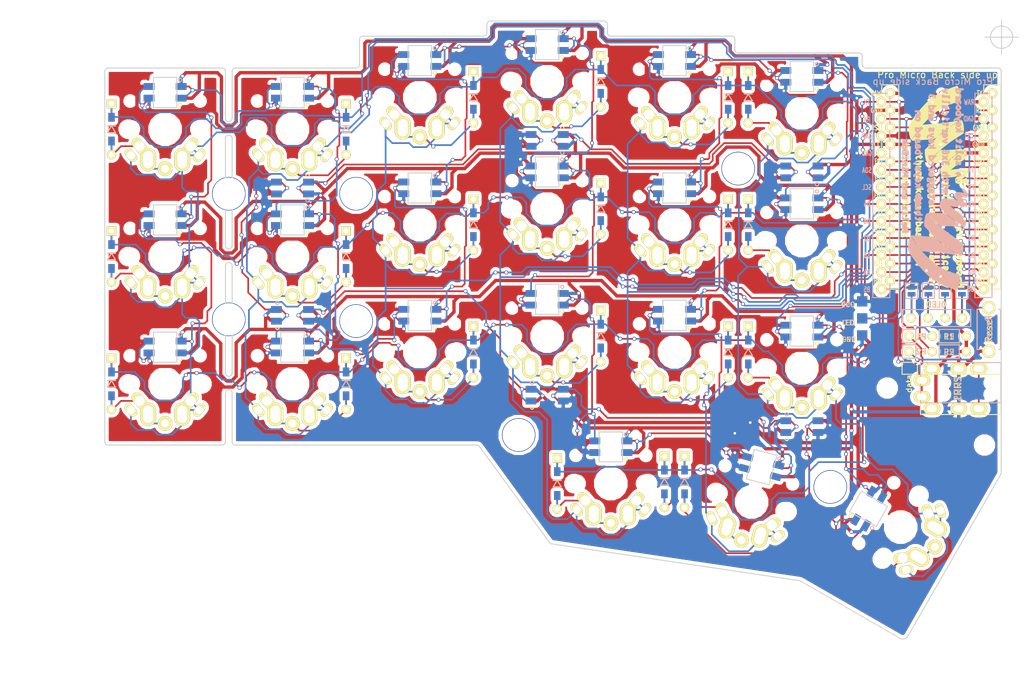
<source format=kicad_pcb>
(kicad_pcb (version 4) (host pcbnew 4.0.7)
  (title_block (title Crkbd) (date 2018/05/15) (rev 1.1) (company foostan))
  (layers (0 F.Cu signal) (31 B.Cu signal) (34 B.Paste user) (35 F.Paste user) (36 B.SilkS user) (37 F.SilkS user) (38 B.Mask user) (39 F.Mask user) (44 Edge.Cuts user))
  (net 0 "")
  (net 1 row0)
  (net 2 "Net-(D1-Pad2)")
  (net 3 row1)
  (net 4 "Net-(D2-Pad2)")
  (net 5 row2)
  (net 6 "Net-(D3-Pad2)")
  (net 7 row3)
  (net 8 "Net-(D4-Pad2)")
  (net 9 "Net-(D5-Pad2)")
  (net 10 "Net-(D6-Pad2)")
  (net 11 "Net-(D7-Pad2)")
  (net 12 "Net-(D8-Pad2)")
  (net 13 "Net-(D9-Pad2)")
  (net 14 "Net-(D10-Pad2)")
  (net 15 "Net-(D11-Pad2)")
  (net 16 "Net-(D12-Pad2)")
  (net 17 "Net-(D13-Pad2)")
  (net 18 "Net-(D14-Pad2)")
  (net 19 "Net-(D15-Pad2)")
  (net 20 "Net-(D16-Pad2)")
  (net 21 "Net-(D17-Pad2)")
  (net 22 "Net-(D18-Pad2)")
  (net 23 "Net-(D19-Pad2)")
  (net 24 "Net-(D20-Pad2)")
  (net 25 "Net-(D21-Pad2)")
  (net 26 GND)
  (net 27 VCC)
  (net 28 col0)
  (net 29 col1)
  (net 30 col2)
  (net 31 col3)
  (net 32 col4)
  (net 33 col5)
  (net 34 LED)
  (net 35 data)
  (net 36 "Net-(L1-Pad3)")
  (net 37 "Net-(L1-Pad1)")
  (net 38 "Net-(L3-Pad3)")
  (net 39 "Net-(L10-Pad1)")
  (net 40 "Net-(L11-Pad1)")
  (net 41 "Net-(L13-Pad1)")
  (net 42 "Net-(L14-Pad3)")
  (net 43 "Net-(L10-Pad3)")
  (net 44 "Net-(L12-Pad1)")
  (net 45 "Net-(L13-Pad3)")
  (net 46 "Net-(L15-Pad3)")
  (net 47 "Net-(L16-Pad3)")
  (net 48 reset)
  (net 49 SCL)
  (net 50 SDA)
  (net 51 "Net-(L5-Pad3)")
  (net 52 "Net-(U1-Pad14)")
  (net 53 "Net-(U1-Pad13)")
  (net 54 "Net-(U1-Pad12)")
  (net 55 "Net-(U1-Pad11)")
  (net 56 "Net-(J2-Pad1)")
  (net 57 "Net-(J2-Pad2)")
  (net 58 "Net-(J2-Pad3)")
  (net 59 "Net-(J2-Pad4)")
  (net 60 "Net-(L2-Pad3)")
  (net 61 "Net-(L3-Pad1)")
  (net 62 "Net-(L11-Pad3)")
  (net 63 "Net-(L14-Pad1)")
  (net 64 "Net-(L12-Pad3)")
  (net 65 "Net-(L17-Pad1)")
  (net 66 "Net-(L18-Pad3)")
  (net 67 "Net-(L19-Pad3)")
  (net 68 "Net-(J1-PadA)")
  (net 69 "Net-(J1-PadB)")
  (net 70 "Net-(U1-Pad24)")
  (net 71 "Net-(L21-Pad3)")
  (net 72 "Net-(L22-Pad3)")
  (net 73 "Net-(L22-Pad1)")
  (net 74 "Net-(L23-Pad3)")
  (net 75 "Net-(L25-Pad1)")
  (net 76 "Net-(L26-Pad1)")
  (module kbd:MX_ALPS_PG1350_noLed_1.75u (layer F.Cu) (at 179.75 136.5 240)
    (fp_text reference SW21 hide)
    (fp_text value SW_PUSH hide)
    (pad 1 thru_hole oval (at 5.1 -3.9 190) (size 2.2 1.25) (drill 1.2) (layers *.Cu *.Mask F.SilkS) (net 33 col5))
    (pad "" np_thru_hole circle (at 0 0 330) (size 4 4) (drill 4) (layers *.Cu *.Mask F.SilkS))
    (pad "" np_thru_hole circle (at -5.5 0 330) (size 1.9 1.9) (drill 1.9) (layers *.Cu *.Mask F.SilkS))
    (pad "" np_thru_hole circle (at 5.5 0 330) (size 1.9 1.9) (drill 1.9) (layers *.Cu *.Mask F.SilkS))
    (pad 1 thru_hole oval (at -5.1 -3.9 290) (size 2.2 1.25) (drill 1.2) (layers *.Cu *.Mask F.SilkS) (net 33 col5))
    (pad 2 thru_hole circle (at 0 -5.9 330) (size 2.2 2.2) (drill 1.2) (layers *.Cu *.Mask F.SilkS) (net 25 "Net-(D21-Pad2)"))
    (pad 2 thru_hole circle (at 2.54 -5.08 240) (size 2.4 2.4) (drill 1.5) (layers *.Cu *.Mask F.SilkS) (net 25 "Net-(D21-Pad2)"))
    (pad 1 thru_hole oval (at -3.81 -2.54 290) (size 2.8 1.55) (drill 1.5) (layers *.Cu *.Mask F.SilkS) (net 33 col5))
    (pad 1 thru_hole circle (at -2.54 -5.08 240) (size 2.4 2.4) (drill 1.5) (layers *.Cu *.Mask F.SilkS) (net 33 col5))
    (pad 2 thru_hole oval (at 3.81 -2.54 190) (size 2.8 1.55) (drill 1.5) (layers *.Cu *.Mask F.SilkS) (net 25 "Net-(D21-Pad2)"))
    (pad 2 thru_hole circle (at 2.54 -4.5 240) (size 2.4 2.4) (drill 1.5) (layers *.Cu *.Mask F.SilkS) (net 25 "Net-(D21-Pad2)"))
    (pad 2 thru_hole circle (at 2.54 -4 240) (size 2.4 2.4) (drill 1.5) (layers *.Cu *.Mask F.SilkS) (net 25 "Net-(D21-Pad2)"))
    (pad 1 thru_hole circle (at -2.54 -4 240) (size 2.4 2.4) (drill 1.5) (layers *.Cu *.Mask F.SilkS) (net 33 col5))
    (pad 1 thru_hole circle (at -2.54 -4.5 240) (size 2.4 2.4) (drill 1.5) (layers *.Cu *.Mask F.SilkS) (net 33 col5))
    (pad "" np_thru_hole circle (at 5.08 0 240) (size 1.7 1.7) (drill 1.7) (layers *.Cu *.Mask F.SilkS))
    (pad "" np_thru_hole circle (at -5.08 0 240) (size 1.7 1.7) (drill 1.7) (layers *.Cu *.Mask F.SilkS))
    (pad "" np_thru_hole circle (at 5.22 4.2 240) (size 1 1) (drill 1) (layers *.Cu *.Mask F.SilkS))
    (pad "" np_thru_hole circle (at -5.22 4.2 240) (size 1 1) (drill 1) (layers *.Cu *.Mask F.SilkS))
  )
  (module kbd:D3_TH_SMD (layer F.Cu) (at 62 77.125 270)
    (fp_text reference D1 hide)
    (fp_text value D hide)
    (pad 1 smd rect (at -1.775 0 270) (size 1.3 0.95) (layers F.Cu F.Paste F.Mask) (net 1 row0))
    (pad 2 smd rect (at 1.775 0 270) (size 1.3 0.95) (layers B.Cu B.Paste B.Mask) (net 2 "Net-(D1-Pad2)"))
    (pad 1 smd rect (at -1.775 0 270) (size 1.3 0.95) (layers B.Cu B.Paste B.Mask) (net 1 row0))
    (pad 1 thru_hole rect (at -3.81 0 270) (size 1.397 1.397) (drill 0.8128) (layers *.Cu *.Mask F.SilkS) (net 1 row0))
    (pad 2 thru_hole circle (at 3.81 0 270) (size 1.397 1.397) (drill 0.8128) (layers *.Cu *.Mask F.SilkS) (net 2 "Net-(D1-Pad2)"))
    (pad 2 smd rect (at 1.775 0 270) (size 1.3 0.95) (layers F.Cu F.Paste F.Mask) (net 2 "Net-(D1-Pad2)"))
  )
  (module kbd:D3_TH_SMD (layer F.Cu) (at 97 77.125 270)
    (fp_text reference D2 hide)
    (fp_text value D hide)
    (pad 1 smd rect (at -1.775 0 270) (size 1.3 0.95) (layers F.Cu F.Paste F.Mask) (net 1 row0))
    (pad 2 smd rect (at 1.775 0 270) (size 1.3 0.95) (layers B.Cu B.Paste B.Mask) (net 4 "Net-(D2-Pad2)"))
    (pad 1 smd rect (at -1.775 0 270) (size 1.3 0.95) (layers B.Cu B.Paste B.Mask) (net 1 row0))
    (pad 1 thru_hole rect (at -3.81 0 270) (size 1.397 1.397) (drill 0.8128) (layers *.Cu *.Mask F.SilkS) (net 1 row0))
    (pad 2 thru_hole circle (at 3.81 0 270) (size 1.397 1.397) (drill 0.8128) (layers *.Cu *.Mask F.SilkS) (net 4 "Net-(D2-Pad2)"))
    (pad 2 smd rect (at 1.775 0 270) (size 1.3 0.95) (layers F.Cu F.Paste F.Mask) (net 4 "Net-(D2-Pad2)"))
  )
  (module kbd:D3_TH_SMD (layer F.Cu) (at 116 72.375 270)
    (fp_text reference D3 hide)
    (fp_text value D hide)
    (pad 1 smd rect (at -1.775 0 270) (size 1.3 0.95) (layers F.Cu F.Paste F.Mask) (net 1 row0))
    (pad 2 smd rect (at 1.775 0 270) (size 1.3 0.95) (layers B.Cu B.Paste B.Mask) (net 6 "Net-(D3-Pad2)"))
    (pad 1 smd rect (at -1.775 0 270) (size 1.3 0.95) (layers B.Cu B.Paste B.Mask) (net 1 row0))
    (pad 1 thru_hole rect (at -3.81 0 270) (size 1.397 1.397) (drill 0.8128) (layers *.Cu *.Mask F.SilkS) (net 1 row0))
    (pad 2 thru_hole circle (at 3.81 0 270) (size 1.397 1.397) (drill 0.8128) (layers *.Cu *.Mask F.SilkS) (net 6 "Net-(D3-Pad2)"))
    (pad 2 smd rect (at 1.775 0 270) (size 1.3 0.95) (layers F.Cu F.Paste F.Mask) (net 6 "Net-(D3-Pad2)"))
  )
  (module kbd:D3_TH_SMD (layer F.Cu) (at 135 70 270)
    (fp_text reference D4 hide)
    (fp_text value D hide)
    (pad 1 smd rect (at -1.775 0 270) (size 1.3 0.95) (layers F.Cu F.Paste F.Mask) (net 1 row0))
    (pad 2 smd rect (at 1.775 0 270) (size 1.3 0.95) (layers B.Cu B.Paste B.Mask) (net 8 "Net-(D4-Pad2)"))
    (pad 1 smd rect (at -1.775 0 270) (size 1.3 0.95) (layers B.Cu B.Paste B.Mask) (net 1 row0))
    (pad 1 thru_hole rect (at -3.81 0 270) (size 1.397 1.397) (drill 0.8128) (layers *.Cu *.Mask F.SilkS) (net 1 row0))
    (pad 2 thru_hole circle (at 3.81 0 270) (size 1.397 1.397) (drill 0.8128) (layers *.Cu *.Mask F.SilkS) (net 8 "Net-(D4-Pad2)"))
    (pad 2 smd rect (at 1.775 0 270) (size 1.3 0.95) (layers F.Cu F.Paste F.Mask) (net 8 "Net-(D4-Pad2)"))
  )
  (module kbd:D3_TH_SMD (layer F.Cu) (at 154 72.375 270)
    (fp_text reference D5 hide)
    (fp_text value D hide)
    (pad 1 smd rect (at -1.775 0 270) (size 1.3 0.95) (layers F.Cu F.Paste F.Mask) (net 1 row0))
    (pad 2 smd rect (at 1.775 0 270) (size 1.3 0.95) (layers B.Cu B.Paste B.Mask) (net 9 "Net-(D5-Pad2)"))
    (pad 1 smd rect (at -1.775 0 270) (size 1.3 0.95) (layers B.Cu B.Paste B.Mask) (net 1 row0))
    (pad 1 thru_hole rect (at -3.81 0 270) (size 1.397 1.397) (drill 0.8128) (layers *.Cu *.Mask F.SilkS) (net 1 row0))
    (pad 2 thru_hole circle (at 3.81 0 270) (size 1.397 1.397) (drill 0.8128) (layers *.Cu *.Mask F.SilkS) (net 9 "Net-(D5-Pad2)"))
    (pad 2 smd rect (at 1.775 0 270) (size 1.3 0.95) (layers F.Cu F.Paste F.Mask) (net 9 "Net-(D5-Pad2)"))
  )
  (module kbd:D3_TH_SMD (layer F.Cu) (at 157 72.375 270)
    (fp_text reference D6 hide)
    (fp_text value D hide)
    (pad 1 smd rect (at -1.775 0 270) (size 1.3 0.95) (layers F.Cu F.Paste F.Mask) (net 1 row0))
    (pad 2 smd rect (at 1.775 0 270) (size 1.3 0.95) (layers B.Cu B.Paste B.Mask) (net 10 "Net-(D6-Pad2)"))
    (pad 1 smd rect (at -1.775 0 270) (size 1.3 0.95) (layers B.Cu B.Paste B.Mask) (net 1 row0))
    (pad 1 thru_hole rect (at -3.81 0 270) (size 1.397 1.397) (drill 0.8128) (layers *.Cu *.Mask F.SilkS) (net 1 row0))
    (pad 2 thru_hole circle (at 3.81 0 270) (size 1.397 1.397) (drill 0.8128) (layers *.Cu *.Mask F.SilkS) (net 10 "Net-(D6-Pad2)"))
    (pad 2 smd rect (at 1.775 0 270) (size 1.3 0.95) (layers F.Cu F.Paste F.Mask) (net 10 "Net-(D6-Pad2)"))
  )
  (module kbd:D3_TH_SMD (layer F.Cu) (at 62 96.125 270)
    (fp_text reference D7 hide)
    (fp_text value D hide)
    (pad 1 smd rect (at -1.775 0 270) (size 1.3 0.95) (layers F.Cu F.Paste F.Mask) (net 3 row1))
    (pad 2 smd rect (at 1.775 0 270) (size 1.3 0.95) (layers B.Cu B.Paste B.Mask) (net 11 "Net-(D7-Pad2)"))
    (pad 1 smd rect (at -1.775 0 270) (size 1.3 0.95) (layers B.Cu B.Paste B.Mask) (net 3 row1))
    (pad 1 thru_hole rect (at -3.81 0 270) (size 1.397 1.397) (drill 0.8128) (layers *.Cu *.Mask F.SilkS) (net 3 row1))
    (pad 2 thru_hole circle (at 3.81 0 270) (size 1.397 1.397) (drill 0.8128) (layers *.Cu *.Mask F.SilkS) (net 11 "Net-(D7-Pad2)"))
    (pad 2 smd rect (at 1.775 0 270) (size 1.3 0.95) (layers F.Cu F.Paste F.Mask) (net 11 "Net-(D7-Pad2)"))
  )
  (module kbd:D3_TH_SMD (layer F.Cu) (at 97 96.125 270)
    (fp_text reference D8 hide)
    (fp_text value D hide)
    (pad 1 smd rect (at -1.775 0 270) (size 1.3 0.95) (layers F.Cu F.Paste F.Mask) (net 3 row1))
    (pad 2 smd rect (at 1.775 0 270) (size 1.3 0.95) (layers B.Cu B.Paste B.Mask) (net 12 "Net-(D8-Pad2)"))
    (pad 1 smd rect (at -1.775 0 270) (size 1.3 0.95) (layers B.Cu B.Paste B.Mask) (net 3 row1))
    (pad 1 thru_hole rect (at -3.81 0 270) (size 1.397 1.397) (drill 0.8128) (layers *.Cu *.Mask F.SilkS) (net 3 row1))
    (pad 2 thru_hole circle (at 3.81 0 270) (size 1.397 1.397) (drill 0.8128) (layers *.Cu *.Mask F.SilkS) (net 12 "Net-(D8-Pad2)"))
    (pad 2 smd rect (at 1.775 0 270) (size 1.3 0.95) (layers F.Cu F.Paste F.Mask) (net 12 "Net-(D8-Pad2)"))
  )
  (module kbd:D3_TH_SMD (layer F.Cu) (at 116 91.375 270)
    (fp_text reference D9 hide)
    (fp_text value D hide)
    (pad 1 smd rect (at -1.775 0 270) (size 1.3 0.95) (layers F.Cu F.Paste F.Mask) (net 3 row1))
    (pad 2 smd rect (at 1.775 0 270) (size 1.3 0.95) (layers B.Cu B.Paste B.Mask) (net 13 "Net-(D9-Pad2)"))
    (pad 1 smd rect (at -1.775 0 270) (size 1.3 0.95) (layers B.Cu B.Paste B.Mask) (net 3 row1))
    (pad 1 thru_hole rect (at -3.81 0 270) (size 1.397 1.397) (drill 0.8128) (layers *.Cu *.Mask F.SilkS) (net 3 row1))
    (pad 2 thru_hole circle (at 3.81 0 270) (size 1.397 1.397) (drill 0.8128) (layers *.Cu *.Mask F.SilkS) (net 13 "Net-(D9-Pad2)"))
    (pad 2 smd rect (at 1.775 0 270) (size 1.3 0.95) (layers F.Cu F.Paste F.Mask) (net 13 "Net-(D9-Pad2)"))
  )
  (module kbd:D3_TH_SMD (layer F.Cu) (at 135 89 270)
    (fp_text reference D10 hide)
    (fp_text value D hide)
    (pad 1 smd rect (at -1.775 0 270) (size 1.3 0.95) (layers F.Cu F.Paste F.Mask) (net 3 row1))
    (pad 2 smd rect (at 1.775 0 270) (size 1.3 0.95) (layers B.Cu B.Paste B.Mask) (net 14 "Net-(D10-Pad2)"))
    (pad 1 smd rect (at -1.775 0 270) (size 1.3 0.95) (layers B.Cu B.Paste B.Mask) (net 3 row1))
    (pad 1 thru_hole rect (at -3.81 0 270) (size 1.397 1.397) (drill 0.8128) (layers *.Cu *.Mask F.SilkS) (net 3 row1))
    (pad 2 thru_hole circle (at 3.81 0 270) (size 1.397 1.397) (drill 0.8128) (layers *.Cu *.Mask F.SilkS) (net 14 "Net-(D10-Pad2)"))
    (pad 2 smd rect (at 1.775 0 270) (size 1.3 0.95) (layers F.Cu F.Paste F.Mask) (net 14 "Net-(D10-Pad2)"))
  )
  (module kbd:D3_TH_SMD (layer F.Cu) (at 154 91.375 270)
    (fp_text reference D11 hide)
    (fp_text value D hide)
    (pad 1 smd rect (at -1.775 0 270) (size 1.3 0.95) (layers F.Cu F.Paste F.Mask) (net 3 row1))
    (pad 2 smd rect (at 1.775 0 270) (size 1.3 0.95) (layers B.Cu B.Paste B.Mask) (net 15 "Net-(D11-Pad2)"))
    (pad 1 smd rect (at -1.775 0 270) (size 1.3 0.95) (layers B.Cu B.Paste B.Mask) (net 3 row1))
    (pad 1 thru_hole rect (at -3.81 0 270) (size 1.397 1.397) (drill 0.8128) (layers *.Cu *.Mask F.SilkS) (net 3 row1))
    (pad 2 thru_hole circle (at 3.81 0 270) (size 1.397 1.397) (drill 0.8128) (layers *.Cu *.Mask F.SilkS) (net 15 "Net-(D11-Pad2)"))
    (pad 2 smd rect (at 1.775 0 270) (size 1.3 0.95) (layers F.Cu F.Paste F.Mask) (net 15 "Net-(D11-Pad2)"))
  )
  (module kbd:D3_TH_SMD (layer F.Cu) (at 157 91.375 270)
    (fp_text reference D12 hide)
    (fp_text value D hide)
    (pad 1 smd rect (at -1.775 0 270) (size 1.3 0.95) (layers F.Cu F.Paste F.Mask) (net 3 row1))
    (pad 2 smd rect (at 1.775 0 270) (size 1.3 0.95) (layers B.Cu B.Paste B.Mask) (net 16 "Net-(D12-Pad2)"))
    (pad 1 smd rect (at -1.775 0 270) (size 1.3 0.95) (layers B.Cu B.Paste B.Mask) (net 3 row1))
    (pad 1 thru_hole rect (at -3.81 0 270) (size 1.397 1.397) (drill 0.8128) (layers *.Cu *.Mask F.SilkS) (net 3 row1))
    (pad 2 thru_hole circle (at 3.81 0 270) (size 1.397 1.397) (drill 0.8128) (layers *.Cu *.Mask F.SilkS) (net 16 "Net-(D12-Pad2)"))
    (pad 2 smd rect (at 1.775 0 270) (size 1.3 0.95) (layers F.Cu F.Paste F.Mask) (net 16 "Net-(D12-Pad2)"))
  )
  (module kbd:D3_TH_SMD (layer F.Cu) (at 62 115.125 270)
    (fp_text reference D13 hide)
    (fp_text value D hide)
    (pad 1 smd rect (at -1.775 0 270) (size 1.3 0.95) (layers F.Cu F.Paste F.Mask) (net 5 row2))
    (pad 2 smd rect (at 1.775 0 270) (size 1.3 0.95) (layers B.Cu B.Paste B.Mask) (net 17 "Net-(D13-Pad2)"))
    (pad 1 smd rect (at -1.775 0 270) (size 1.3 0.95) (layers B.Cu B.Paste B.Mask) (net 5 row2))
    (pad 1 thru_hole rect (at -3.81 0 270) (size 1.397 1.397) (drill 0.8128) (layers *.Cu *.Mask F.SilkS) (net 5 row2))
    (pad 2 thru_hole circle (at 3.81 0 270) (size 1.397 1.397) (drill 0.8128) (layers *.Cu *.Mask F.SilkS) (net 17 "Net-(D13-Pad2)"))
    (pad 2 smd rect (at 1.775 0 270) (size 1.3 0.95) (layers F.Cu F.Paste F.Mask) (net 17 "Net-(D13-Pad2)"))
  )
  (module kbd:D3_TH_SMD (layer F.Cu) (at 97 115.125 270)
    (fp_text reference D14 hide)
    (fp_text value D hide)
    (pad 1 smd rect (at -1.775 0 270) (size 1.3 0.95) (layers F.Cu F.Paste F.Mask) (net 5 row2))
    (pad 2 smd rect (at 1.775 0 270) (size 1.3 0.95) (layers B.Cu B.Paste B.Mask) (net 18 "Net-(D14-Pad2)"))
    (pad 1 smd rect (at -1.775 0 270) (size 1.3 0.95) (layers B.Cu B.Paste B.Mask) (net 5 row2))
    (pad 1 thru_hole rect (at -3.81 0 270) (size 1.397 1.397) (drill 0.8128) (layers *.Cu *.Mask F.SilkS) (net 5 row2))
    (pad 2 thru_hole circle (at 3.81 0 270) (size 1.397 1.397) (drill 0.8128) (layers *.Cu *.Mask F.SilkS) (net 18 "Net-(D14-Pad2)"))
    (pad 2 smd rect (at 1.775 0 270) (size 1.3 0.95) (layers F.Cu F.Paste F.Mask) (net 18 "Net-(D14-Pad2)"))
  )
  (module kbd:D3_TH_SMD (layer F.Cu) (at 116 110.375 270)
    (fp_text reference D15 hide)
    (fp_text value D hide)
    (pad 1 smd rect (at -1.775 0 270) (size 1.3 0.95) (layers F.Cu F.Paste F.Mask) (net 5 row2))
    (pad 2 smd rect (at 1.775 0 270) (size 1.3 0.95) (layers B.Cu B.Paste B.Mask) (net 19 "Net-(D15-Pad2)"))
    (pad 1 smd rect (at -1.775 0 270) (size 1.3 0.95) (layers B.Cu B.Paste B.Mask) (net 5 row2))
    (pad 1 thru_hole rect (at -3.81 0 270) (size 1.397 1.397) (drill 0.8128) (layers *.Cu *.Mask F.SilkS) (net 5 row2))
    (pad 2 thru_hole circle (at 3.81 0 270) (size 1.397 1.397) (drill 0.8128) (layers *.Cu *.Mask F.SilkS) (net 19 "Net-(D15-Pad2)"))
    (pad 2 smd rect (at 1.775 0 270) (size 1.3 0.95) (layers F.Cu F.Paste F.Mask) (net 19 "Net-(D15-Pad2)"))
  )
  (module kbd:D3_TH_SMD (layer F.Cu) (at 135 108 270)
    (fp_text reference D16 hide)
    (fp_text value D hide)
    (pad 1 smd rect (at -1.775 0 270) (size 1.3 0.95) (layers F.Cu F.Paste F.Mask) (net 5 row2))
    (pad 2 smd rect (at 1.775 0 270) (size 1.3 0.95) (layers B.Cu B.Paste B.Mask) (net 20 "Net-(D16-Pad2)"))
    (pad 1 smd rect (at -1.775 0 270) (size 1.3 0.95) (layers B.Cu B.Paste B.Mask) (net 5 row2))
    (pad 1 thru_hole rect (at -3.81 0 270) (size 1.397 1.397) (drill 0.8128) (layers *.Cu *.Mask F.SilkS) (net 5 row2))
    (pad 2 thru_hole circle (at 3.81 0 270) (size 1.397 1.397) (drill 0.8128) (layers *.Cu *.Mask F.SilkS) (net 20 "Net-(D16-Pad2)"))
    (pad 2 smd rect (at 1.775 0 270) (size 1.3 0.95) (layers F.Cu F.Paste F.Mask) (net 20 "Net-(D16-Pad2)"))
  )
  (module kbd:D3_TH_SMD (layer F.Cu) (at 157 110.375 270)
    (fp_text reference D18 hide)
    (fp_text value D hide)
    (pad 1 smd rect (at -1.775 0 270) (size 1.3 0.95) (layers F.Cu F.Paste F.Mask) (net 5 row2))
    (pad 2 smd rect (at 1.775 0 270) (size 1.3 0.95) (layers B.Cu B.Paste B.Mask) (net 22 "Net-(D18-Pad2)"))
    (pad 1 smd rect (at -1.775 0 270) (size 1.3 0.95) (layers B.Cu B.Paste B.Mask) (net 5 row2))
    (pad 1 thru_hole rect (at -3.81 0 270) (size 1.397 1.397) (drill 0.8128) (layers *.Cu *.Mask F.SilkS) (net 5 row2))
    (pad 2 thru_hole circle (at 3.81 0 270) (size 1.397 1.397) (drill 0.8128) (layers *.Cu *.Mask F.SilkS) (net 22 "Net-(D18-Pad2)"))
    (pad 2 smd rect (at 1.775 0 270) (size 1.3 0.95) (layers F.Cu F.Paste F.Mask) (net 22 "Net-(D18-Pad2)"))
  )
  (module kbd:D3_TH_SMD (layer F.Cu) (at 128.5 130 270)
    (fp_text reference D19 hide)
    (fp_text value D hide)
    (pad 1 smd rect (at -1.775 0 270) (size 1.3 0.95) (layers F.Cu F.Paste F.Mask) (net 7 row3))
    (pad 2 smd rect (at 1.775 0 270) (size 1.3 0.95) (layers B.Cu B.Paste B.Mask) (net 23 "Net-(D19-Pad2)"))
    (pad 1 smd rect (at -1.775 0 270) (size 1.3 0.95) (layers B.Cu B.Paste B.Mask) (net 7 row3))
    (pad 1 thru_hole rect (at -3.81 0 270) (size 1.397 1.397) (drill 0.8128) (layers *.Cu *.Mask F.SilkS) (net 7 row3))
    (pad 2 thru_hole circle (at 3.81 0 270) (size 1.397 1.397) (drill 0.8128) (layers *.Cu *.Mask F.SilkS) (net 23 "Net-(D19-Pad2)"))
    (pad 2 smd rect (at 1.775 0 270) (size 1.3 0.95) (layers F.Cu F.Paste F.Mask) (net 23 "Net-(D19-Pad2)"))
  )
  (module kbd:D3_TH_SMD (layer F.Cu) (at 144.5 129.75 270)
    (fp_text reference D20 hide)
    (fp_text value D hide)
    (pad 1 smd rect (at -1.775 0 270) (size 1.3 0.95) (layers F.Cu F.Paste F.Mask) (net 7 row3))
    (pad 2 smd rect (at 1.775 0 270) (size 1.3 0.95) (layers B.Cu B.Paste B.Mask) (net 24 "Net-(D20-Pad2)"))
    (pad 1 smd rect (at -1.775 0 270) (size 1.3 0.95) (layers B.Cu B.Paste B.Mask) (net 7 row3))
    (pad 1 thru_hole rect (at -3.81 0 270) (size 1.397 1.397) (drill 0.8128) (layers *.Cu *.Mask F.SilkS) (net 7 row3))
    (pad 2 thru_hole circle (at 3.81 0 270) (size 1.397 1.397) (drill 0.8128) (layers *.Cu *.Mask F.SilkS) (net 24 "Net-(D20-Pad2)"))
    (pad 2 smd rect (at 1.775 0 270) (size 1.3 0.95) (layers F.Cu F.Paste F.Mask) (net 24 "Net-(D20-Pad2)"))
  )
  (module kbd:D3_TH_SMD (layer F.Cu) (at 147.5 129.75 270)
    (fp_text reference D21 hide)
    (fp_text value D hide)
    (pad 1 smd rect (at -1.775 0 270) (size 1.3 0.95) (layers F.Cu F.Paste F.Mask) (net 7 row3))
    (pad 2 smd rect (at 1.775 0 270) (size 1.3 0.95) (layers B.Cu B.Paste B.Mask) (net 25 "Net-(D21-Pad2)"))
    (pad 1 smd rect (at -1.775 0 270) (size 1.3 0.95) (layers B.Cu B.Paste B.Mask) (net 7 row3))
    (pad 1 thru_hole rect (at -3.81 0 270) (size 1.397 1.397) (drill 0.8128) (layers *.Cu *.Mask F.SilkS) (net 7 row3))
    (pad 2 thru_hole circle (at 3.81 0 270) (size 1.397 1.397) (drill 0.8128) (layers *.Cu *.Mask F.SilkS) (net 25 "Net-(D21-Pad2)"))
    (pad 2 smd rect (at 1.775 0 270) (size 1.3 0.95) (layers F.Cu F.Paste F.Mask) (net 25 "Net-(D21-Pad2)"))
  )
  (module kbd:SK6812MINI_rev (layer F.Cu) (at 70 71.625)
    (fp_text reference L1 hide)
    (fp_text value SK6812MINI hide)
    (pad 4 smd rect (at 2.4 0.875) (size 1.6 1) (layers F.Cu F.Paste F.Mask) (net 27 VCC))
    (pad 3 smd rect (at 2.4 -0.875) (size 1.6 1) (layers F.Cu F.Paste F.Mask) (net 36 "Net-(L1-Pad3)"))
    (pad 1 smd rect (at -2.4 0.875) (size 1.6 1) (layers F.Cu F.Paste F.Mask) (net 37 "Net-(L1-Pad1)"))
    (pad 2 smd rect (at -2.4 -0.875) (size 1.6 1) (layers F.Cu F.Paste F.Mask) (net 26 GND))
    (pad 3 smd rect (at 2.4 0.875) (size 1.6 1) (layers B.Cu B.Paste B.Mask) (net 36 "Net-(L1-Pad3)"))
    (pad 4 smd rect (at 2.4 -0.875) (size 1.6 1) (layers B.Cu B.Paste B.Mask) (net 27 VCC))
    (pad 1 smd rect (at -2.4 -0.875) (size 1.6 1) (layers B.Cu B.Paste B.Mask) (net 37 "Net-(L1-Pad1)"))
    (pad 2 smd rect (at -2.4 0.875) (size 1.6 1) (layers B.Cu B.Paste B.Mask) (net 26 GND))
  )
  (module kbd:SK6812MINI_rev (layer F.Cu) (at 89 71.625)
    (fp_text reference L2 hide)
    (fp_text value SK6812MINI hide)
    (pad 4 smd rect (at 2.4 0.875) (size 1.6 1) (layers F.Cu F.Paste F.Mask) (net 27 VCC))
    (pad 3 smd rect (at 2.4 -0.875) (size 1.6 1) (layers F.Cu F.Paste F.Mask) (net 60 "Net-(L2-Pad3)"))
    (pad 1 smd rect (at -2.4 0.875) (size 1.6 1) (layers F.Cu F.Paste F.Mask) (net 36 "Net-(L1-Pad3)"))
    (pad 2 smd rect (at -2.4 -0.875) (size 1.6 1) (layers F.Cu F.Paste F.Mask) (net 26 GND))
    (pad 3 smd rect (at 2.4 0.875) (size 1.6 1) (layers B.Cu B.Paste B.Mask) (net 60 "Net-(L2-Pad3)"))
    (pad 4 smd rect (at 2.4 -0.875) (size 1.6 1) (layers B.Cu B.Paste B.Mask) (net 27 VCC))
    (pad 1 smd rect (at -2.4 -0.875) (size 1.6 1) (layers B.Cu B.Paste B.Mask) (net 36 "Net-(L1-Pad3)"))
    (pad 2 smd rect (at -2.4 0.875) (size 1.6 1) (layers B.Cu B.Paste B.Mask) (net 26 GND))
  )
  (module kbd:SK6812MINI_rev (layer F.Cu) (at 108 66.875)
    (fp_text reference L3 hide)
    (fp_text value SK6812MINI hide)
    (pad 4 smd rect (at 2.4 0.875) (size 1.6 1) (layers F.Cu F.Paste F.Mask) (net 27 VCC))
    (pad 3 smd rect (at 2.4 -0.875) (size 1.6 1) (layers F.Cu F.Paste F.Mask) (net 38 "Net-(L3-Pad3)"))
    (pad 1 smd rect (at -2.4 0.875) (size 1.6 1) (layers F.Cu F.Paste F.Mask) (net 61 "Net-(L3-Pad1)"))
    (pad 2 smd rect (at -2.4 -0.875) (size 1.6 1) (layers F.Cu F.Paste F.Mask) (net 26 GND))
    (pad 3 smd rect (at 2.4 0.875) (size 1.6 1) (layers B.Cu B.Paste B.Mask) (net 38 "Net-(L3-Pad3)"))
    (pad 4 smd rect (at 2.4 -0.875) (size 1.6 1) (layers B.Cu B.Paste B.Mask) (net 27 VCC))
    (pad 1 smd rect (at -2.4 -0.875) (size 1.6 1) (layers B.Cu B.Paste B.Mask) (net 61 "Net-(L3-Pad1)"))
    (pad 2 smd rect (at -2.4 0.875) (size 1.6 1) (layers B.Cu B.Paste B.Mask) (net 26 GND))
  )
  (module kbd:SK6812MINI_rev (layer F.Cu) (at 127 64.5)
    (fp_text reference L4 hide)
    (fp_text value SK6812MINI hide)
    (pad 4 smd rect (at 2.4 0.875) (size 1.6 1) (layers F.Cu F.Paste F.Mask) (net 27 VCC))
    (pad 3 smd rect (at 2.4 -0.875) (size 1.6 1) (layers F.Cu F.Paste F.Mask) (net 39 "Net-(L10-Pad1)"))
    (pad 1 smd rect (at -2.4 0.875) (size 1.6 1) (layers F.Cu F.Paste F.Mask) (net 38 "Net-(L3-Pad3)"))
    (pad 2 smd rect (at -2.4 -0.875) (size 1.6 1) (layers F.Cu F.Paste F.Mask) (net 26 GND))
    (pad 3 smd rect (at 2.4 0.875) (size 1.6 1) (layers B.Cu B.Paste B.Mask) (net 39 "Net-(L10-Pad1)"))
    (pad 4 smd rect (at 2.4 -0.875) (size 1.6 1) (layers B.Cu B.Paste B.Mask) (net 27 VCC))
    (pad 1 smd rect (at -2.4 -0.875) (size 1.6 1) (layers B.Cu B.Paste B.Mask) (net 38 "Net-(L3-Pad3)"))
    (pad 2 smd rect (at -2.4 0.875) (size 1.6 1) (layers B.Cu B.Paste B.Mask) (net 26 GND))
  )
  (module kbd:SK6812MINI_rev (layer F.Cu) (at 146 66.875)
    (fp_text reference L5 hide)
    (fp_text value SK6812MINI hide)
    (pad 4 smd rect (at 2.4 0.875) (size 1.6 1) (layers F.Cu F.Paste F.Mask) (net 27 VCC))
    (pad 3 smd rect (at 2.4 -0.875) (size 1.6 1) (layers F.Cu F.Paste F.Mask) (net 51 "Net-(L5-Pad3)"))
    (pad 1 smd rect (at -2.4 0.875) (size 1.6 1) (layers F.Cu F.Paste F.Mask) (net 62 "Net-(L11-Pad3)"))
    (pad 2 smd rect (at -2.4 -0.875) (size 1.6 1) (layers F.Cu F.Paste F.Mask) (net 26 GND))
    (pad 3 smd rect (at 2.4 0.875) (size 1.6 1) (layers B.Cu B.Paste B.Mask) (net 51 "Net-(L5-Pad3)"))
    (pad 4 smd rect (at 2.4 -0.875) (size 1.6 1) (layers B.Cu B.Paste B.Mask) (net 27 VCC))
    (pad 1 smd rect (at -2.4 -0.875) (size 1.6 1) (layers B.Cu B.Paste B.Mask) (net 62 "Net-(L11-Pad3)"))
    (pad 2 smd rect (at -2.4 0.875) (size 1.6 1) (layers B.Cu B.Paste B.Mask) (net 26 GND))
  )
  (module kbd:SK6812MINI_rev (layer F.Cu) (at 165 69.25)
    (fp_text reference L6 hide)
    (fp_text value SK6812MINI hide)
    (pad 4 smd rect (at 2.4 0.875) (size 1.6 1) (layers F.Cu F.Paste F.Mask) (net 27 VCC))
    (pad 3 smd rect (at 2.4 -0.875) (size 1.6 1) (layers F.Cu F.Paste F.Mask) (net 44 "Net-(L12-Pad1)"))
    (pad 1 smd rect (at -2.4 0.875) (size 1.6 1) (layers F.Cu F.Paste F.Mask) (net 51 "Net-(L5-Pad3)"))
    (pad 2 smd rect (at -2.4 -0.875) (size 1.6 1) (layers F.Cu F.Paste F.Mask) (net 26 GND))
    (pad 3 smd rect (at 2.4 0.875) (size 1.6 1) (layers B.Cu B.Paste B.Mask) (net 44 "Net-(L12-Pad1)"))
    (pad 4 smd rect (at 2.4 -0.875) (size 1.6 1) (layers B.Cu B.Paste B.Mask) (net 27 VCC))
    (pad 1 smd rect (at -2.4 -0.875) (size 1.6 1) (layers B.Cu B.Paste B.Mask) (net 51 "Net-(L5-Pad3)"))
    (pad 2 smd rect (at -2.4 0.875) (size 1.6 1) (layers B.Cu B.Paste B.Mask) (net 26 GND))
  )
  (module kbd:SK6812MINI_rev (layer F.Cu) (at 70 90.625)
    (fp_text reference L7 hide)
    (fp_text value SK6812MINI hide)
    (pad 4 smd rect (at 2.4 0.875) (size 1.6 1) (layers F.Cu F.Paste F.Mask) (net 27 VCC))
    (pad 3 smd rect (at 2.4 -0.875) (size 1.6 1) (layers F.Cu F.Paste F.Mask) (net 37 "Net-(L1-Pad1)"))
    (pad 1 smd rect (at -2.4 0.875) (size 1.6 1) (layers F.Cu F.Paste F.Mask) (net 45 "Net-(L13-Pad3)"))
    (pad 2 smd rect (at -2.4 -0.875) (size 1.6 1) (layers F.Cu F.Paste F.Mask) (net 26 GND))
    (pad 3 smd rect (at 2.4 0.875) (size 1.6 1) (layers B.Cu B.Paste B.Mask) (net 37 "Net-(L1-Pad1)"))
    (pad 4 smd rect (at 2.4 -0.875) (size 1.6 1) (layers B.Cu B.Paste B.Mask) (net 27 VCC))
    (pad 1 smd rect (at -2.4 -0.875) (size 1.6 1) (layers B.Cu B.Paste B.Mask) (net 45 "Net-(L13-Pad3)"))
    (pad 2 smd rect (at -2.4 0.875) (size 1.6 1) (layers B.Cu B.Paste B.Mask) (net 26 GND))
  )
  (module kbd:SK6812MINI_rev (layer F.Cu) (at 89 90.625)
    (fp_text reference L8 hide)
    (fp_text value SK6812MINI hide)
    (pad 4 smd rect (at 2.4 0.875) (size 1.6 1) (layers F.Cu F.Paste F.Mask) (net 27 VCC))
    (pad 3 smd rect (at 2.4 -0.875) (size 1.6 1) (layers F.Cu F.Paste F.Mask) (net 63 "Net-(L14-Pad1)"))
    (pad 1 smd rect (at -2.4 0.875) (size 1.6 1) (layers F.Cu F.Paste F.Mask) (net 60 "Net-(L2-Pad3)"))
    (pad 2 smd rect (at -2.4 -0.875) (size 1.6 1) (layers F.Cu F.Paste F.Mask) (net 26 GND))
    (pad 3 smd rect (at 2.4 0.875) (size 1.6 1) (layers B.Cu B.Paste B.Mask) (net 63 "Net-(L14-Pad1)"))
    (pad 4 smd rect (at 2.4 -0.875) (size 1.6 1) (layers B.Cu B.Paste B.Mask) (net 27 VCC))
    (pad 1 smd rect (at -2.4 -0.875) (size 1.6 1) (layers B.Cu B.Paste B.Mask) (net 60 "Net-(L2-Pad3)"))
    (pad 2 smd rect (at -2.4 0.875) (size 1.6 1) (layers B.Cu B.Paste B.Mask) (net 26 GND))
  )
  (module kbd:SK6812MINI_rev (layer F.Cu) (at 108 85.875)
    (fp_text reference L9 hide)
    (fp_text value SK6812MINI hide)
    (pad 4 smd rect (at 2.4 0.875) (size 1.6 1) (layers F.Cu F.Paste F.Mask) (net 27 VCC))
    (pad 3 smd rect (at 2.4 -0.875) (size 1.6 1) (layers F.Cu F.Paste F.Mask) (net 61 "Net-(L3-Pad1)"))
    (pad 1 smd rect (at -2.4 0.875) (size 1.6 1) (layers F.Cu F.Paste F.Mask) (net 46 "Net-(L15-Pad3)"))
    (pad 2 smd rect (at -2.4 -0.875) (size 1.6 1) (layers F.Cu F.Paste F.Mask) (net 26 GND))
    (pad 3 smd rect (at 2.4 0.875) (size 1.6 1) (layers B.Cu B.Paste B.Mask) (net 61 "Net-(L3-Pad1)"))
    (pad 4 smd rect (at 2.4 -0.875) (size 1.6 1) (layers B.Cu B.Paste B.Mask) (net 27 VCC))
    (pad 1 smd rect (at -2.4 -0.875) (size 1.6 1) (layers B.Cu B.Paste B.Mask) (net 46 "Net-(L15-Pad3)"))
    (pad 2 smd rect (at -2.4 0.875) (size 1.6 1) (layers B.Cu B.Paste B.Mask) (net 26 GND))
  )
  (module kbd:SK6812MINI_rev (layer F.Cu) (at 127 83.5)
    (fp_text reference L10 hide)
    (fp_text value SK6812MINI hide)
    (pad 4 smd rect (at 2.4 0.875) (size 1.6 1) (layers F.Cu F.Paste F.Mask) (net 27 VCC))
    (pad 3 smd rect (at 2.4 -0.875) (size 1.6 1) (layers F.Cu F.Paste F.Mask) (net 43 "Net-(L10-Pad3)"))
    (pad 1 smd rect (at -2.4 0.875) (size 1.6 1) (layers F.Cu F.Paste F.Mask) (net 39 "Net-(L10-Pad1)"))
    (pad 2 smd rect (at -2.4 -0.875) (size 1.6 1) (layers F.Cu F.Paste F.Mask) (net 26 GND))
    (pad 3 smd rect (at 2.4 0.875) (size 1.6 1) (layers B.Cu B.Paste B.Mask) (net 43 "Net-(L10-Pad3)"))
    (pad 4 smd rect (at 2.4 -0.875) (size 1.6 1) (layers B.Cu B.Paste B.Mask) (net 27 VCC))
    (pad 1 smd rect (at -2.4 -0.875) (size 1.6 1) (layers B.Cu B.Paste B.Mask) (net 39 "Net-(L10-Pad1)"))
    (pad 2 smd rect (at -2.4 0.875) (size 1.6 1) (layers B.Cu B.Paste B.Mask) (net 26 GND))
  )
  (module kbd:SK6812MINI_rev (layer F.Cu) (at 146 85.875)
    (fp_text reference L11 hide)
    (fp_text value SK6812MINI hide)
    (pad 4 smd rect (at 2.4 0.875) (size 1.6 1) (layers F.Cu F.Paste F.Mask) (net 27 VCC))
    (pad 3 smd rect (at 2.4 -0.875) (size 1.6 1) (layers F.Cu F.Paste F.Mask) (net 62 "Net-(L11-Pad3)"))
    (pad 1 smd rect (at -2.4 0.875) (size 1.6 1) (layers F.Cu F.Paste F.Mask) (net 40 "Net-(L11-Pad1)"))
    (pad 2 smd rect (at -2.4 -0.875) (size 1.6 1) (layers F.Cu F.Paste F.Mask) (net 26 GND))
    (pad 3 smd rect (at 2.4 0.875) (size 1.6 1) (layers B.Cu B.Paste B.Mask) (net 62 "Net-(L11-Pad3)"))
    (pad 4 smd rect (at 2.4 -0.875) (size 1.6 1) (layers B.Cu B.Paste B.Mask) (net 27 VCC))
    (pad 1 smd rect (at -2.4 -0.875) (size 1.6 1) (layers B.Cu B.Paste B.Mask) (net 40 "Net-(L11-Pad1)"))
    (pad 2 smd rect (at -2.4 0.875) (size 1.6 1) (layers B.Cu B.Paste B.Mask) (net 26 GND))
  )
  (module kbd:SK6812MINI_rev (layer F.Cu) (at 165 88.25)
    (fp_text reference L12 hide)
    (fp_text value SK6812MINI hide)
    (pad 4 smd rect (at 2.4 0.875) (size 1.6 1) (layers F.Cu F.Paste F.Mask) (net 27 VCC))
    (pad 3 smd rect (at 2.4 -0.875) (size 1.6 1) (layers F.Cu F.Paste F.Mask) (net 64 "Net-(L12-Pad3)"))
    (pad 1 smd rect (at -2.4 0.875) (size 1.6 1) (layers F.Cu F.Paste F.Mask) (net 44 "Net-(L12-Pad1)"))
    (pad 2 smd rect (at -2.4 -0.875) (size 1.6 1) (layers F.Cu F.Paste F.Mask) (net 26 GND))
    (pad 3 smd rect (at 2.4 0.875) (size 1.6 1) (layers B.Cu B.Paste B.Mask) (net 64 "Net-(L12-Pad3)"))
    (pad 4 smd rect (at 2.4 -0.875) (size 1.6 1) (layers B.Cu B.Paste B.Mask) (net 27 VCC))
    (pad 1 smd rect (at -2.4 -0.875) (size 1.6 1) (layers B.Cu B.Paste B.Mask) (net 44 "Net-(L12-Pad1)"))
    (pad 2 smd rect (at -2.4 0.875) (size 1.6 1) (layers B.Cu B.Paste B.Mask) (net 26 GND))
  )
  (module kbd:SK6812MINI_rev (layer F.Cu) (at 70 109.625)
    (fp_text reference L13 hide)
    (fp_text value SK6812MINI hide)
    (pad 4 smd rect (at 2.4 0.875) (size 1.6 1) (layers F.Cu F.Paste F.Mask) (net 27 VCC))
    (pad 3 smd rect (at 2.4 -0.875) (size 1.6 1) (layers F.Cu F.Paste F.Mask) (net 45 "Net-(L13-Pad3)"))
    (pad 1 smd rect (at -2.4 0.875) (size 1.6 1) (layers F.Cu F.Paste F.Mask) (net 41 "Net-(L13-Pad1)"))
    (pad 2 smd rect (at -2.4 -0.875) (size 1.6 1) (layers F.Cu F.Paste F.Mask) (net 26 GND))
    (pad 3 smd rect (at 2.4 0.875) (size 1.6 1) (layers B.Cu B.Paste B.Mask) (net 45 "Net-(L13-Pad3)"))
    (pad 4 smd rect (at 2.4 -0.875) (size 1.6 1) (layers B.Cu B.Paste B.Mask) (net 27 VCC))
    (pad 1 smd rect (at -2.4 -0.875) (size 1.6 1) (layers B.Cu B.Paste B.Mask) (net 41 "Net-(L13-Pad1)"))
    (pad 2 smd rect (at -2.4 0.875) (size 1.6 1) (layers B.Cu B.Paste B.Mask) (net 26 GND))
  )
  (module kbd:SK6812MINI_rev (layer F.Cu) (at 89 109.625)
    (fp_text reference L14 hide)
    (fp_text value SK6812MINI hide)
    (pad 4 smd rect (at 2.4 0.875) (size 1.6 1) (layers F.Cu F.Paste F.Mask) (net 27 VCC))
    (pad 3 smd rect (at 2.4 -0.875) (size 1.6 1) (layers F.Cu F.Paste F.Mask) (net 42 "Net-(L14-Pad3)"))
    (pad 1 smd rect (at -2.4 0.875) (size 1.6 1) (layers F.Cu F.Paste F.Mask) (net 63 "Net-(L14-Pad1)"))
    (pad 2 smd rect (at -2.4 -0.875) (size 1.6 1) (layers F.Cu F.Paste F.Mask) (net 26 GND))
    (pad 3 smd rect (at 2.4 0.875) (size 1.6 1) (layers B.Cu B.Paste B.Mask) (net 42 "Net-(L14-Pad3)"))
    (pad 4 smd rect (at 2.4 -0.875) (size 1.6 1) (layers B.Cu B.Paste B.Mask) (net 27 VCC))
    (pad 1 smd rect (at -2.4 -0.875) (size 1.6 1) (layers B.Cu B.Paste B.Mask) (net 63 "Net-(L14-Pad1)"))
    (pad 2 smd rect (at -2.4 0.875) (size 1.6 1) (layers B.Cu B.Paste B.Mask) (net 26 GND))
  )
  (module kbd:SK6812MINI_rev (layer F.Cu) (at 108 104.875)
    (fp_text reference L15 hide)
    (fp_text value SK6812MINI hide)
    (pad 4 smd rect (at 2.4 0.875) (size 1.6 1) (layers F.Cu F.Paste F.Mask) (net 27 VCC))
    (pad 3 smd rect (at 2.4 -0.875) (size 1.6 1) (layers F.Cu F.Paste F.Mask) (net 46 "Net-(L15-Pad3)"))
    (pad 1 smd rect (at -2.4 0.875) (size 1.6 1) (layers F.Cu F.Paste F.Mask) (net 42 "Net-(L14-Pad3)"))
    (pad 2 smd rect (at -2.4 -0.875) (size 1.6 1) (layers F.Cu F.Paste F.Mask) (net 26 GND))
    (pad 3 smd rect (at 2.4 0.875) (size 1.6 1) (layers B.Cu B.Paste B.Mask) (net 46 "Net-(L15-Pad3)"))
    (pad 4 smd rect (at 2.4 -0.875) (size 1.6 1) (layers B.Cu B.Paste B.Mask) (net 27 VCC))
    (pad 1 smd rect (at -2.4 -0.875) (size 1.6 1) (layers B.Cu B.Paste B.Mask) (net 42 "Net-(L14-Pad3)"))
    (pad 2 smd rect (at -2.4 0.875) (size 1.6 1) (layers B.Cu B.Paste B.Mask) (net 26 GND))
  )
  (module kbd:SK6812MINI_rev (layer F.Cu) (at 127 102.5)
    (fp_text reference L16 hide)
    (fp_text value SK6812MINI hide)
    (pad 4 smd rect (at 2.4 0.875) (size 1.6 1) (layers F.Cu F.Paste F.Mask) (net 27 VCC))
    (pad 3 smd rect (at 2.4 -0.875) (size 1.6 1) (layers F.Cu F.Paste F.Mask) (net 47 "Net-(L16-Pad3)"))
    (pad 1 smd rect (at -2.4 0.875) (size 1.6 1) (layers F.Cu F.Paste F.Mask) (net 43 "Net-(L10-Pad3)"))
    (pad 2 smd rect (at -2.4 -0.875) (size 1.6 1) (layers F.Cu F.Paste F.Mask) (net 26 GND))
    (pad 3 smd rect (at 2.4 0.875) (size 1.6 1) (layers B.Cu B.Paste B.Mask) (net 47 "Net-(L16-Pad3)"))
    (pad 4 smd rect (at 2.4 -0.875) (size 1.6 1) (layers B.Cu B.Paste B.Mask) (net 27 VCC))
    (pad 1 smd rect (at -2.4 -0.875) (size 1.6 1) (layers B.Cu B.Paste B.Mask) (net 43 "Net-(L10-Pad3)"))
    (pad 2 smd rect (at -2.4 0.875) (size 1.6 1) (layers B.Cu B.Paste B.Mask) (net 26 GND))
  )
  (module kbd:SK6812MINI_rev (layer F.Cu) (at 146 104.875)
    (fp_text reference L17 hide)
    (fp_text value SK6812MINI hide)
    (pad 4 smd rect (at 2.4 0.875) (size 1.6 1) (layers F.Cu F.Paste F.Mask) (net 27 VCC))
    (pad 3 smd rect (at 2.4 -0.875) (size 1.6 1) (layers F.Cu F.Paste F.Mask) (net 40 "Net-(L11-Pad1)"))
    (pad 1 smd rect (at -2.4 0.875) (size 1.6 1) (layers F.Cu F.Paste F.Mask) (net 65 "Net-(L17-Pad1)"))
    (pad 2 smd rect (at -2.4 -0.875) (size 1.6 1) (layers F.Cu F.Paste F.Mask) (net 26 GND))
    (pad 3 smd rect (at 2.4 0.875) (size 1.6 1) (layers B.Cu B.Paste B.Mask) (net 40 "Net-(L11-Pad1)"))
    (pad 4 smd rect (at 2.4 -0.875) (size 1.6 1) (layers B.Cu B.Paste B.Mask) (net 27 VCC))
    (pad 1 smd rect (at -2.4 -0.875) (size 1.6 1) (layers B.Cu B.Paste B.Mask) (net 65 "Net-(L17-Pad1)"))
    (pad 2 smd rect (at -2.4 0.875) (size 1.6 1) (layers B.Cu B.Paste B.Mask) (net 26 GND))
  )
  (module kbd:SK6812MINI_rev (layer F.Cu) (at 165 107.25)
    (fp_text reference L18 hide)
    (fp_text value SK6812MINI hide)
    (pad 4 smd rect (at 2.4 0.875) (size 1.6 1) (layers F.Cu F.Paste F.Mask) (net 27 VCC))
    (pad 3 smd rect (at 2.4 -0.875) (size 1.6 1) (layers F.Cu F.Paste F.Mask) (net 66 "Net-(L18-Pad3)"))
    (pad 1 smd rect (at -2.4 0.875) (size 1.6 1) (layers F.Cu F.Paste F.Mask) (net 64 "Net-(L12-Pad3)"))
    (pad 2 smd rect (at -2.4 -0.875) (size 1.6 1) (layers F.Cu F.Paste F.Mask) (net 26 GND))
    (pad 3 smd rect (at 2.4 0.875) (size 1.6 1) (layers B.Cu B.Paste B.Mask) (net 66 "Net-(L18-Pad3)"))
    (pad 4 smd rect (at 2.4 -0.875) (size 1.6 1) (layers B.Cu B.Paste B.Mask) (net 27 VCC))
    (pad 1 smd rect (at -2.4 -0.875) (size 1.6 1) (layers B.Cu B.Paste B.Mask) (net 64 "Net-(L12-Pad3)"))
    (pad 2 smd rect (at -2.4 0.875) (size 1.6 1) (layers B.Cu B.Paste B.Mask) (net 26 GND))
  )
  (module kbd:SK6812MINI_rev (layer F.Cu) (at 136.5 124.5)
    (fp_text reference L19 hide)
    (fp_text value SK6812MINI hide)
    (pad 4 smd rect (at 2.4 0.875) (size 1.6 1) (layers F.Cu F.Paste F.Mask) (net 27 VCC))
    (pad 3 smd rect (at 2.4 -0.875) (size 1.6 1) (layers F.Cu F.Paste F.Mask) (net 67 "Net-(L19-Pad3)"))
    (pad 1 smd rect (at -2.4 0.875) (size 1.6 1) (layers F.Cu F.Paste F.Mask) (net 47 "Net-(L16-Pad3)"))
    (pad 2 smd rect (at -2.4 -0.875) (size 1.6 1) (layers F.Cu F.Paste F.Mask) (net 26 GND))
    (pad 3 smd rect (at 2.4 0.875) (size 1.6 1) (layers B.Cu B.Paste B.Mask) (net 67 "Net-(L19-Pad3)"))
    (pad 4 smd rect (at 2.4 -0.875) (size 1.6 1) (layers B.Cu B.Paste B.Mask) (net 27 VCC))
    (pad 1 smd rect (at -2.4 -0.875) (size 1.6 1) (layers B.Cu B.Paste B.Mask) (net 47 "Net-(L16-Pad3)"))
    (pad 2 smd rect (at -2.4 0.875) (size 1.6 1) (layers B.Cu B.Paste B.Mask) (net 26 GND))
  )
  (module kbd:SK6812MINI_rev (layer F.Cu) (at 159 127.5 345)
    (fp_text reference L20 hide)
    (fp_text value SK6812MINI hide)
    (pad 4 smd rect (at 2.4 0.875 345) (size 1.6 1) (layers F.Cu F.Paste F.Mask) (net 27 VCC))
    (pad 3 smd rect (at 2.4 -0.875 345) (size 1.6 1) (layers F.Cu F.Paste F.Mask) (net 65 "Net-(L17-Pad1)"))
    (pad 1 smd rect (at -2.4 0.875 345) (size 1.6 1) (layers F.Cu F.Paste F.Mask) (net 67 "Net-(L19-Pad3)"))
    (pad 2 smd rect (at -2.4 -0.875 345) (size 1.6 1) (layers F.Cu F.Paste F.Mask) (net 26 GND))
    (pad 3 smd rect (at 2.4 0.875 345) (size 1.6 1) (layers B.Cu B.Paste B.Mask) (net 65 "Net-(L17-Pad1)"))
    (pad 4 smd rect (at 2.4 -0.875 345) (size 1.6 1) (layers B.Cu B.Paste B.Mask) (net 27 VCC))
    (pad 1 smd rect (at -2.4 -0.875 345) (size 1.6 1) (layers B.Cu B.Paste B.Mask) (net 67 "Net-(L19-Pad3)"))
    (pad 2 smd rect (at -2.4 0.875 345) (size 1.6 1) (layers B.Cu B.Paste B.Mask) (net 26 GND))
  )
  (module kbd:SK6812MINI_rev (layer F.Cu) (at 175 133.75 240)
    (fp_text reference L21 hide)
    (fp_text value SK6812MINI hide)
    (pad 4 smd rect (at 2.4 0.875 240) (size 1.6 1) (layers F.Cu F.Paste F.Mask) (net 27 VCC))
    (pad 3 smd rect (at 2.4 -0.875 240) (size 1.6 1) (layers F.Cu F.Paste F.Mask) (net 71 "Net-(L21-Pad3)"))
    (pad 1 smd rect (at -2.4 0.875 240) (size 1.6 1) (layers F.Cu F.Paste F.Mask) (net 66 "Net-(L18-Pad3)"))
    (pad 2 smd rect (at -2.4 -0.875 240) (size 1.6 1) (layers F.Cu F.Paste F.Mask) (net 26 GND))
    (pad 3 smd rect (at 2.4 0.875 240) (size 1.6 1) (layers B.Cu B.Paste B.Mask) (net 71 "Net-(L21-Pad3)"))
    (pad 4 smd rect (at 2.4 -0.875 240) (size 1.6 1) (layers B.Cu B.Paste B.Mask) (net 27 VCC))
    (pad 1 smd rect (at -2.4 -0.875 240) (size 1.6 1) (layers B.Cu B.Paste B.Mask) (net 66 "Net-(L18-Pad3)"))
    (pad 2 smd rect (at -2.4 0.875 240) (size 1.6 1) (layers B.Cu B.Paste B.Mask) (net 26 GND))
  )
  (module kbd:MX_ALPS_PG1350_noLed (layer F.Cu) (at 70 77.125 180)
    (fp_text reference SW1 hide)
    (fp_text value SW_PUSH hide)
    (pad 1 thru_hole oval (at 5.1 -3.9 130) (size 2.2 1.25) (drill 1.2) (layers *.Cu *.Mask F.SilkS) (net 28 col0))
    (pad "" np_thru_hole circle (at 0 0 270) (size 4 4) (drill 4) (layers *.Cu *.Mask F.SilkS))
    (pad "" np_thru_hole circle (at -5.5 0 270) (size 1.9 1.9) (drill 1.9) (layers *.Cu *.Mask F.SilkS))
    (pad "" np_thru_hole circle (at 5.5 0 270) (size 1.9 1.9) (drill 1.9) (layers *.Cu *.Mask F.SilkS))
    (pad 1 thru_hole oval (at -5.1 -3.9 230) (size 2.2 1.25) (drill 1.2) (layers *.Cu *.Mask F.SilkS) (net 28 col0))
    (pad 2 thru_hole circle (at 0 -5.9 270) (size 2.2 2.2) (drill 1.2) (layers *.Cu *.Mask F.SilkS) (net 2 "Net-(D1-Pad2)"))
    (pad 2 thru_hole circle (at 2.54 -5.08 180) (size 2.4 2.4) (drill 1.5) (layers *.Cu *.Mask F.SilkS) (net 2 "Net-(D1-Pad2)"))
    (pad 1 thru_hole oval (at -3.81 -2.54 230) (size 2.8 1.55) (drill 1.5) (layers *.Cu *.Mask F.SilkS) (net 28 col0))
    (pad 1 thru_hole circle (at -2.54 -5.08 180) (size 2.4 2.4) (drill 1.5) (layers *.Cu *.Mask F.SilkS) (net 28 col0))
    (pad 2 thru_hole oval (at 3.81 -2.54 130) (size 2.8 1.55) (drill 1.5) (layers *.Cu *.Mask F.SilkS) (net 2 "Net-(D1-Pad2)"))
    (pad 2 thru_hole circle (at 2.54 -4.5 180) (size 2.4 2.4) (drill 1.5) (layers *.Cu *.Mask F.SilkS) (net 2 "Net-(D1-Pad2)"))
    (pad 2 thru_hole circle (at 2.54 -4 180) (size 2.4 2.4) (drill 1.5) (layers *.Cu *.Mask F.SilkS) (net 2 "Net-(D1-Pad2)"))
    (pad 1 thru_hole circle (at -2.54 -4 180) (size 2.4 2.4) (drill 1.5) (layers *.Cu *.Mask F.SilkS) (net 28 col0))
    (pad 1 thru_hole circle (at -2.54 -4.5 180) (size 2.4 2.4) (drill 1.5) (layers *.Cu *.Mask F.SilkS) (net 28 col0))
    (pad "" np_thru_hole circle (at 5.08 0 180) (size 1.7 1.7) (drill 1.7) (layers *.Cu *.Mask F.SilkS))
    (pad "" np_thru_hole circle (at -5.08 0 180) (size 1.7 1.7) (drill 1.7) (layers *.Cu *.Mask F.SilkS))
    (pad "" np_thru_hole circle (at 5.22 4.2 180) (size 1 1) (drill 1) (layers *.Cu *.Mask F.SilkS))
    (pad "" np_thru_hole circle (at -5.22 4.2 180) (size 1 1) (drill 1) (layers *.Cu *.Mask F.SilkS))
  )
  (module kbd:MX_ALPS_PG1350_noLed (layer F.Cu) (at 89 77.125 180)
    (fp_text reference SW2 hide)
    (fp_text value SW_PUSH hide)
    (pad 1 thru_hole oval (at 5.1 -3.9 130) (size 2.2 1.25) (drill 1.2) (layers *.Cu *.Mask F.SilkS) (net 29 col1))
    (pad "" np_thru_hole circle (at 0 0 270) (size 4 4) (drill 4) (layers *.Cu *.Mask F.SilkS))
    (pad "" np_thru_hole circle (at -5.5 0 270) (size 1.9 1.9) (drill 1.9) (layers *.Cu *.Mask F.SilkS))
    (pad "" np_thru_hole circle (at 5.5 0 270) (size 1.9 1.9) (drill 1.9) (layers *.Cu *.Mask F.SilkS))
    (pad 1 thru_hole oval (at -5.1 -3.9 230) (size 2.2 1.25) (drill 1.2) (layers *.Cu *.Mask F.SilkS) (net 29 col1))
    (pad 2 thru_hole circle (at 0 -5.9 270) (size 2.2 2.2) (drill 1.2) (layers *.Cu *.Mask F.SilkS) (net 4 "Net-(D2-Pad2)"))
    (pad 2 thru_hole circle (at 2.54 -5.08 180) (size 2.4 2.4) (drill 1.5) (layers *.Cu *.Mask F.SilkS) (net 4 "Net-(D2-Pad2)"))
    (pad 1 thru_hole oval (at -3.81 -2.54 230) (size 2.8 1.55) (drill 1.5) (layers *.Cu *.Mask F.SilkS) (net 29 col1))
    (pad 1 thru_hole circle (at -2.54 -5.08 180) (size 2.4 2.4) (drill 1.5) (layers *.Cu *.Mask F.SilkS) (net 29 col1))
    (pad 2 thru_hole oval (at 3.81 -2.54 130) (size 2.8 1.55) (drill 1.5) (layers *.Cu *.Mask F.SilkS) (net 4 "Net-(D2-Pad2)"))
    (pad 2 thru_hole circle (at 2.54 -4.5 180) (size 2.4 2.4) (drill 1.5) (layers *.Cu *.Mask F.SilkS) (net 4 "Net-(D2-Pad2)"))
    (pad 2 thru_hole circle (at 2.54 -4 180) (size 2.4 2.4) (drill 1.5) (layers *.Cu *.Mask F.SilkS) (net 4 "Net-(D2-Pad2)"))
    (pad 1 thru_hole circle (at -2.54 -4 180) (size 2.4 2.4) (drill 1.5) (layers *.Cu *.Mask F.SilkS) (net 29 col1))
    (pad 1 thru_hole circle (at -2.54 -4.5 180) (size 2.4 2.4) (drill 1.5) (layers *.Cu *.Mask F.SilkS) (net 29 col1))
    (pad "" np_thru_hole circle (at 5.08 0 180) (size 1.7 1.7) (drill 1.7) (layers *.Cu *.Mask F.SilkS))
    (pad "" np_thru_hole circle (at -5.08 0 180) (size 1.7 1.7) (drill 1.7) (layers *.Cu *.Mask F.SilkS))
    (pad "" np_thru_hole circle (at 5.22 4.2 180) (size 1 1) (drill 1) (layers *.Cu *.Mask F.SilkS))
    (pad "" np_thru_hole circle (at -5.22 4.2 180) (size 1 1) (drill 1) (layers *.Cu *.Mask F.SilkS))
  )
  (module kbd:MX_ALPS_PG1350_noLed (layer F.Cu) (at 108 72.375 180)
    (fp_text reference SW3 hide)
    (fp_text value SW_PUSH hide)
    (pad 1 thru_hole oval (at 5.1 -3.9 130) (size 2.2 1.25) (drill 1.2) (layers *.Cu *.Mask F.SilkS) (net 30 col2))
    (pad "" np_thru_hole circle (at 0 0 270) (size 4 4) (drill 4) (layers *.Cu *.Mask F.SilkS))
    (pad "" np_thru_hole circle (at -5.5 0 270) (size 1.9 1.9) (drill 1.9) (layers *.Cu *.Mask F.SilkS))
    (pad "" np_thru_hole circle (at 5.5 0 270) (size 1.9 1.9) (drill 1.9) (layers *.Cu *.Mask F.SilkS))
    (pad 1 thru_hole oval (at -5.1 -3.9 230) (size 2.2 1.25) (drill 1.2) (layers *.Cu *.Mask F.SilkS) (net 30 col2))
    (pad 2 thru_hole circle (at 0 -5.9 270) (size 2.2 2.2) (drill 1.2) (layers *.Cu *.Mask F.SilkS) (net 6 "Net-(D3-Pad2)"))
    (pad 2 thru_hole circle (at 2.54 -5.08 180) (size 2.4 2.4) (drill 1.5) (layers *.Cu *.Mask F.SilkS) (net 6 "Net-(D3-Pad2)"))
    (pad 1 thru_hole oval (at -3.81 -2.54 230) (size 2.8 1.55) (drill 1.5) (layers *.Cu *.Mask F.SilkS) (net 30 col2))
    (pad 1 thru_hole circle (at -2.54 -5.08 180) (size 2.4 2.4) (drill 1.5) (layers *.Cu *.Mask F.SilkS) (net 30 col2))
    (pad 2 thru_hole oval (at 3.81 -2.54 130) (size 2.8 1.55) (drill 1.5) (layers *.Cu *.Mask F.SilkS) (net 6 "Net-(D3-Pad2)"))
    (pad 2 thru_hole circle (at 2.54 -4.5 180) (size 2.4 2.4) (drill 1.5) (layers *.Cu *.Mask F.SilkS) (net 6 "Net-(D3-Pad2)"))
    (pad 2 thru_hole circle (at 2.54 -4 180) (size 2.4 2.4) (drill 1.5) (layers *.Cu *.Mask F.SilkS) (net 6 "Net-(D3-Pad2)"))
    (pad 1 thru_hole circle (at -2.54 -4 180) (size 2.4 2.4) (drill 1.5) (layers *.Cu *.Mask F.SilkS) (net 30 col2))
    (pad 1 thru_hole circle (at -2.54 -4.5 180) (size 2.4 2.4) (drill 1.5) (layers *.Cu *.Mask F.SilkS) (net 30 col2))
    (pad "" np_thru_hole circle (at 5.08 0 180) (size 1.7 1.7) (drill 1.7) (layers *.Cu *.Mask F.SilkS))
    (pad "" np_thru_hole circle (at -5.08 0 180) (size 1.7 1.7) (drill 1.7) (layers *.Cu *.Mask F.SilkS))
    (pad "" np_thru_hole circle (at 5.22 4.2 180) (size 1 1) (drill 1) (layers *.Cu *.Mask F.SilkS))
    (pad "" np_thru_hole circle (at -5.22 4.2 180) (size 1 1) (drill 1) (layers *.Cu *.Mask F.SilkS))
  )
  (module kbd:MX_ALPS_PG1350_noLed (layer F.Cu) (at 127 70 180)
    (fp_text reference SW4 hide)
    (fp_text value SW_PUSH hide)
    (pad 1 thru_hole oval (at 5.1 -3.9 130) (size 2.2 1.25) (drill 1.2) (layers *.Cu *.Mask F.SilkS) (net 31 col3))
    (pad "" np_thru_hole circle (at 0 0 270) (size 4 4) (drill 4) (layers *.Cu *.Mask F.SilkS))
    (pad "" np_thru_hole circle (at -5.5 0 270) (size 1.9 1.9) (drill 1.9) (layers *.Cu *.Mask F.SilkS))
    (pad "" np_thru_hole circle (at 5.5 0 270) (size 1.9 1.9) (drill 1.9) (layers *.Cu *.Mask F.SilkS))
    (pad 1 thru_hole oval (at -5.1 -3.9 230) (size 2.2 1.25) (drill 1.2) (layers *.Cu *.Mask F.SilkS) (net 31 col3))
    (pad 2 thru_hole circle (at 0 -5.9 270) (size 2.2 2.2) (drill 1.2) (layers *.Cu *.Mask F.SilkS) (net 8 "Net-(D4-Pad2)"))
    (pad 2 thru_hole circle (at 2.54 -5.08 180) (size 2.4 2.4) (drill 1.5) (layers *.Cu *.Mask F.SilkS) (net 8 "Net-(D4-Pad2)"))
    (pad 1 thru_hole oval (at -3.81 -2.54 230) (size 2.8 1.55) (drill 1.5) (layers *.Cu *.Mask F.SilkS) (net 31 col3))
    (pad 1 thru_hole circle (at -2.54 -5.08 180) (size 2.4 2.4) (drill 1.5) (layers *.Cu *.Mask F.SilkS) (net 31 col3))
    (pad 2 thru_hole oval (at 3.81 -2.54 130) (size 2.8 1.55) (drill 1.5) (layers *.Cu *.Mask F.SilkS) (net 8 "Net-(D4-Pad2)"))
    (pad 2 thru_hole circle (at 2.54 -4.5 180) (size 2.4 2.4) (drill 1.5) (layers *.Cu *.Mask F.SilkS) (net 8 "Net-(D4-Pad2)"))
    (pad 2 thru_hole circle (at 2.54 -4 180) (size 2.4 2.4) (drill 1.5) (layers *.Cu *.Mask F.SilkS) (net 8 "Net-(D4-Pad2)"))
    (pad 1 thru_hole circle (at -2.54 -4 180) (size 2.4 2.4) (drill 1.5) (layers *.Cu *.Mask F.SilkS) (net 31 col3))
    (pad 1 thru_hole circle (at -2.54 -4.5 180) (size 2.4 2.4) (drill 1.5) (layers *.Cu *.Mask F.SilkS) (net 31 col3))
    (pad "" np_thru_hole circle (at 5.08 0 180) (size 1.7 1.7) (drill 1.7) (layers *.Cu *.Mask F.SilkS))
    (pad "" np_thru_hole circle (at -5.08 0 180) (size 1.7 1.7) (drill 1.7) (layers *.Cu *.Mask F.SilkS))
    (pad "" np_thru_hole circle (at 5.22 4.2 180) (size 1 1) (drill 1) (layers *.Cu *.Mask F.SilkS))
    (pad "" np_thru_hole circle (at -5.22 4.2 180) (size 1 1) (drill 1) (layers *.Cu *.Mask F.SilkS))
  )
  (module kbd:MX_ALPS_PG1350_noLed (layer F.Cu) (at 146 72.375 180)
    (fp_text reference SW5 hide)
    (fp_text value SW_PUSH hide)
    (pad 1 thru_hole oval (at 5.1 -3.9 130) (size 2.2 1.25) (drill 1.2) (layers *.Cu *.Mask F.SilkS) (net 32 col4))
    (pad "" np_thru_hole circle (at 0 0 270) (size 4 4) (drill 4) (layers *.Cu *.Mask F.SilkS))
    (pad "" np_thru_hole circle (at -5.5 0 270) (size 1.9 1.9) (drill 1.9) (layers *.Cu *.Mask F.SilkS))
    (pad "" np_thru_hole circle (at 5.5 0 270) (size 1.9 1.9) (drill 1.9) (layers *.Cu *.Mask F.SilkS))
    (pad 1 thru_hole oval (at -5.1 -3.9 230) (size 2.2 1.25) (drill 1.2) (layers *.Cu *.Mask F.SilkS) (net 32 col4))
    (pad 2 thru_hole circle (at 0 -5.9 270) (size 2.2 2.2) (drill 1.2) (layers *.Cu *.Mask F.SilkS) (net 9 "Net-(D5-Pad2)"))
    (pad 2 thru_hole circle (at 2.54 -5.08 180) (size 2.4 2.4) (drill 1.5) (layers *.Cu *.Mask F.SilkS) (net 9 "Net-(D5-Pad2)"))
    (pad 1 thru_hole oval (at -3.81 -2.54 230) (size 2.8 1.55) (drill 1.5) (layers *.Cu *.Mask F.SilkS) (net 32 col4))
    (pad 1 thru_hole circle (at -2.54 -5.08 180) (size 2.4 2.4) (drill 1.5) (layers *.Cu *.Mask F.SilkS) (net 32 col4))
    (pad 2 thru_hole oval (at 3.81 -2.54 130) (size 2.8 1.55) (drill 1.5) (layers *.Cu *.Mask F.SilkS) (net 9 "Net-(D5-Pad2)"))
    (pad 2 thru_hole circle (at 2.54 -4.5 180) (size 2.4 2.4) (drill 1.5) (layers *.Cu *.Mask F.SilkS) (net 9 "Net-(D5-Pad2)"))
    (pad 2 thru_hole circle (at 2.54 -4 180) (size 2.4 2.4) (drill 1.5) (layers *.Cu *.Mask F.SilkS) (net 9 "Net-(D5-Pad2)"))
    (pad 1 thru_hole circle (at -2.54 -4 180) (size 2.4 2.4) (drill 1.5) (layers *.Cu *.Mask F.SilkS) (net 32 col4))
    (pad 1 thru_hole circle (at -2.54 -4.5 180) (size 2.4 2.4) (drill 1.5) (layers *.Cu *.Mask F.SilkS) (net 32 col4))
    (pad "" np_thru_hole circle (at 5.08 0 180) (size 1.7 1.7) (drill 1.7) (layers *.Cu *.Mask F.SilkS))
    (pad "" np_thru_hole circle (at -5.08 0 180) (size 1.7 1.7) (drill 1.7) (layers *.Cu *.Mask F.SilkS))
    (pad "" np_thru_hole circle (at 5.22 4.2 180) (size 1 1) (drill 1) (layers *.Cu *.Mask F.SilkS))
    (pad "" np_thru_hole circle (at -5.22 4.2 180) (size 1 1) (drill 1) (layers *.Cu *.Mask F.SilkS))
  )
  (module kbd:MX_ALPS_PG1350_noLed (layer F.Cu) (at 165 74.75 180)
    (fp_text reference SW6 hide)
    (fp_text value SW_PUSH hide)
    (pad 1 thru_hole oval (at 5.1 -3.9 130) (size 2.2 1.25) (drill 1.2) (layers *.Cu *.Mask F.SilkS) (net 33 col5))
    (pad "" np_thru_hole circle (at 0 0 270) (size 4 4) (drill 4) (layers *.Cu *.Mask F.SilkS))
    (pad "" np_thru_hole circle (at -5.5 0 270) (size 1.9 1.9) (drill 1.9) (layers *.Cu *.Mask F.SilkS))
    (pad "" np_thru_hole circle (at 5.5 0 270) (size 1.9 1.9) (drill 1.9) (layers *.Cu *.Mask F.SilkS))
    (pad 1 thru_hole oval (at -5.1 -3.9 230) (size 2.2 1.25) (drill 1.2) (layers *.Cu *.Mask F.SilkS) (net 33 col5))
    (pad 2 thru_hole circle (at 0 -5.9 270) (size 2.2 2.2) (drill 1.2) (layers *.Cu *.Mask F.SilkS) (net 10 "Net-(D6-Pad2)"))
    (pad 2 thru_hole circle (at 2.54 -5.08 180) (size 2.4 2.4) (drill 1.5) (layers *.Cu *.Mask F.SilkS) (net 10 "Net-(D6-Pad2)"))
    (pad 1 thru_hole oval (at -3.81 -2.54 230) (size 2.8 1.55) (drill 1.5) (layers *.Cu *.Mask F.SilkS) (net 33 col5))
    (pad 1 thru_hole circle (at -2.54 -5.08 180) (size 2.4 2.4) (drill 1.5) (layers *.Cu *.Mask F.SilkS) (net 33 col5))
    (pad 2 thru_hole oval (at 3.81 -2.54 130) (size 2.8 1.55) (drill 1.5) (layers *.Cu *.Mask F.SilkS) (net 10 "Net-(D6-Pad2)"))
    (pad 2 thru_hole circle (at 2.54 -4.5 180) (size 2.4 2.4) (drill 1.5) (layers *.Cu *.Mask F.SilkS) (net 10 "Net-(D6-Pad2)"))
    (pad 2 thru_hole circle (at 2.54 -4 180) (size 2.4 2.4) (drill 1.5) (layers *.Cu *.Mask F.SilkS) (net 10 "Net-(D6-Pad2)"))
    (pad 1 thru_hole circle (at -2.54 -4 180) (size 2.4 2.4) (drill 1.5) (layers *.Cu *.Mask F.SilkS) (net 33 col5))
    (pad 1 thru_hole circle (at -2.54 -4.5 180) (size 2.4 2.4) (drill 1.5) (layers *.Cu *.Mask F.SilkS) (net 33 col5))
    (pad "" np_thru_hole circle (at 5.08 0 180) (size 1.7 1.7) (drill 1.7) (layers *.Cu *.Mask F.SilkS))
    (pad "" np_thru_hole circle (at -5.08 0 180) (size 1.7 1.7) (drill 1.7) (layers *.Cu *.Mask F.SilkS))
    (pad "" np_thru_hole circle (at 5.22 4.2 180) (size 1 1) (drill 1) (layers *.Cu *.Mask F.SilkS))
    (pad "" np_thru_hole circle (at -5.22 4.2 180) (size 1 1) (drill 1) (layers *.Cu *.Mask F.SilkS))
  )
  (module kbd:MX_ALPS_PG1350_noLed (layer F.Cu) (at 70 96.125 180)
    (fp_text reference SW7 hide)
    (fp_text value SW_PUSH hide)
    (pad 1 thru_hole oval (at 5.1 -3.9 130) (size 2.2 1.25) (drill 1.2) (layers *.Cu *.Mask F.SilkS) (net 28 col0))
    (pad "" np_thru_hole circle (at 0 0 270) (size 4 4) (drill 4) (layers *.Cu *.Mask F.SilkS))
    (pad "" np_thru_hole circle (at -5.5 0 270) (size 1.9 1.9) (drill 1.9) (layers *.Cu *.Mask F.SilkS))
    (pad "" np_thru_hole circle (at 5.5 0 270) (size 1.9 1.9) (drill 1.9) (layers *.Cu *.Mask F.SilkS))
    (pad 1 thru_hole oval (at -5.1 -3.9 230) (size 2.2 1.25) (drill 1.2) (layers *.Cu *.Mask F.SilkS) (net 28 col0))
    (pad 2 thru_hole circle (at 0 -5.9 270) (size 2.2 2.2) (drill 1.2) (layers *.Cu *.Mask F.SilkS) (net 11 "Net-(D7-Pad2)"))
    (pad 2 thru_hole circle (at 2.54 -5.08 180) (size 2.4 2.4) (drill 1.5) (layers *.Cu *.Mask F.SilkS) (net 11 "Net-(D7-Pad2)"))
    (pad 1 thru_hole oval (at -3.81 -2.54 230) (size 2.8 1.55) (drill 1.5) (layers *.Cu *.Mask F.SilkS) (net 28 col0))
    (pad 1 thru_hole circle (at -2.54 -5.08 180) (size 2.4 2.4) (drill 1.5) (layers *.Cu *.Mask F.SilkS) (net 28 col0))
    (pad 2 thru_hole oval (at 3.81 -2.54 130) (size 2.8 1.55) (drill 1.5) (layers *.Cu *.Mask F.SilkS) (net 11 "Net-(D7-Pad2)"))
    (pad 2 thru_hole circle (at 2.54 -4.5 180) (size 2.4 2.4) (drill 1.5) (layers *.Cu *.Mask F.SilkS) (net 11 "Net-(D7-Pad2)"))
    (pad 2 thru_hole circle (at 2.54 -4 180) (size 2.4 2.4) (drill 1.5) (layers *.Cu *.Mask F.SilkS) (net 11 "Net-(D7-Pad2)"))
    (pad 1 thru_hole circle (at -2.54 -4 180) (size 2.4 2.4) (drill 1.5) (layers *.Cu *.Mask F.SilkS) (net 28 col0))
    (pad 1 thru_hole circle (at -2.54 -4.5 180) (size 2.4 2.4) (drill 1.5) (layers *.Cu *.Mask F.SilkS) (net 28 col0))
    (pad "" np_thru_hole circle (at 5.08 0 180) (size 1.7 1.7) (drill 1.7) (layers *.Cu *.Mask F.SilkS))
    (pad "" np_thru_hole circle (at -5.08 0 180) (size 1.7 1.7) (drill 1.7) (layers *.Cu *.Mask F.SilkS))
    (pad "" np_thru_hole circle (at 5.22 4.2 180) (size 1 1) (drill 1) (layers *.Cu *.Mask F.SilkS))
    (pad "" np_thru_hole circle (at -5.22 4.2 180) (size 1 1) (drill 1) (layers *.Cu *.Mask F.SilkS))
  )
  (module kbd:MX_ALPS_PG1350_noLed (layer F.Cu) (at 89 96.125 180)
    (fp_text reference SW8 hide)
    (fp_text value SW_PUSH hide)
    (pad 1 thru_hole oval (at 5.1 -3.9 130) (size 2.2 1.25) (drill 1.2) (layers *.Cu *.Mask F.SilkS) (net 29 col1))
    (pad "" np_thru_hole circle (at 0 0 270) (size 4 4) (drill 4) (layers *.Cu *.Mask F.SilkS))
    (pad "" np_thru_hole circle (at -5.5 0 270) (size 1.9 1.9) (drill 1.9) (layers *.Cu *.Mask F.SilkS))
    (pad "" np_thru_hole circle (at 5.5 0 270) (size 1.9 1.9) (drill 1.9) (layers *.Cu *.Mask F.SilkS))
    (pad 1 thru_hole oval (at -5.1 -3.9 230) (size 2.2 1.25) (drill 1.2) (layers *.Cu *.Mask F.SilkS) (net 29 col1))
    (pad 2 thru_hole circle (at 0 -5.9 270) (size 2.2 2.2) (drill 1.2) (layers *.Cu *.Mask F.SilkS) (net 12 "Net-(D8-Pad2)"))
    (pad 2 thru_hole circle (at 2.54 -5.08 180) (size 2.4 2.4) (drill 1.5) (layers *.Cu *.Mask F.SilkS) (net 12 "Net-(D8-Pad2)"))
    (pad 1 thru_hole oval (at -3.81 -2.54 230) (size 2.8 1.55) (drill 1.5) (layers *.Cu *.Mask F.SilkS) (net 29 col1))
    (pad 1 thru_hole circle (at -2.54 -5.08 180) (size 2.4 2.4) (drill 1.5) (layers *.Cu *.Mask F.SilkS) (net 29 col1))
    (pad 2 thru_hole oval (at 3.81 -2.54 130) (size 2.8 1.55) (drill 1.5) (layers *.Cu *.Mask F.SilkS) (net 12 "Net-(D8-Pad2)"))
    (pad 2 thru_hole circle (at 2.54 -4.5 180) (size 2.4 2.4) (drill 1.5) (layers *.Cu *.Mask F.SilkS) (net 12 "Net-(D8-Pad2)"))
    (pad 2 thru_hole circle (at 2.54 -4 180) (size 2.4 2.4) (drill 1.5) (layers *.Cu *.Mask F.SilkS) (net 12 "Net-(D8-Pad2)"))
    (pad 1 thru_hole circle (at -2.54 -4 180) (size 2.4 2.4) (drill 1.5) (layers *.Cu *.Mask F.SilkS) (net 29 col1))
    (pad 1 thru_hole circle (at -2.54 -4.5 180) (size 2.4 2.4) (drill 1.5) (layers *.Cu *.Mask F.SilkS) (net 29 col1))
    (pad "" np_thru_hole circle (at 5.08 0 180) (size 1.7 1.7) (drill 1.7) (layers *.Cu *.Mask F.SilkS))
    (pad "" np_thru_hole circle (at -5.08 0 180) (size 1.7 1.7) (drill 1.7) (layers *.Cu *.Mask F.SilkS))
    (pad "" np_thru_hole circle (at 5.22 4.2 180) (size 1 1) (drill 1) (layers *.Cu *.Mask F.SilkS))
    (pad "" np_thru_hole circle (at -5.22 4.2 180) (size 1 1) (drill 1) (layers *.Cu *.Mask F.SilkS))
  )
  (module kbd:MX_ALPS_PG1350_noLed (layer F.Cu) (at 108 91.375 180)
    (fp_text reference SW9 hide)
    (fp_text value SW_PUSH hide)
    (pad 1 thru_hole oval (at 5.1 -3.9 130) (size 2.2 1.25) (drill 1.2) (layers *.Cu *.Mask F.SilkS) (net 30 col2))
    (pad "" np_thru_hole circle (at 0 0 270) (size 4 4) (drill 4) (layers *.Cu *.Mask F.SilkS))
    (pad "" np_thru_hole circle (at -5.5 0 270) (size 1.9 1.9) (drill 1.9) (layers *.Cu *.Mask F.SilkS))
    (pad "" np_thru_hole circle (at 5.5 0 270) (size 1.9 1.9) (drill 1.9) (layers *.Cu *.Mask F.SilkS))
    (pad 1 thru_hole oval (at -5.1 -3.9 230) (size 2.2 1.25) (drill 1.2) (layers *.Cu *.Mask F.SilkS) (net 30 col2))
    (pad 2 thru_hole circle (at 0 -5.9 270) (size 2.2 2.2) (drill 1.2) (layers *.Cu *.Mask F.SilkS) (net 13 "Net-(D9-Pad2)"))
    (pad 2 thru_hole circle (at 2.54 -5.08 180) (size 2.4 2.4) (drill 1.5) (layers *.Cu *.Mask F.SilkS) (net 13 "Net-(D9-Pad2)"))
    (pad 1 thru_hole oval (at -3.81 -2.54 230) (size 2.8 1.55) (drill 1.5) (layers *.Cu *.Mask F.SilkS) (net 30 col2))
    (pad 1 thru_hole circle (at -2.54 -5.08 180) (size 2.4 2.4) (drill 1.5) (layers *.Cu *.Mask F.SilkS) (net 30 col2))
    (pad 2 thru_hole oval (at 3.81 -2.54 130) (size 2.8 1.55) (drill 1.5) (layers *.Cu *.Mask F.SilkS) (net 13 "Net-(D9-Pad2)"))
    (pad 2 thru_hole circle (at 2.54 -4.5 180) (size 2.4 2.4) (drill 1.5) (layers *.Cu *.Mask F.SilkS) (net 13 "Net-(D9-Pad2)"))
    (pad 2 thru_hole circle (at 2.54 -4 180) (size 2.4 2.4) (drill 1.5) (layers *.Cu *.Mask F.SilkS) (net 13 "Net-(D9-Pad2)"))
    (pad 1 thru_hole circle (at -2.54 -4 180) (size 2.4 2.4) (drill 1.5) (layers *.Cu *.Mask F.SilkS) (net 30 col2))
    (pad 1 thru_hole circle (at -2.54 -4.5 180) (size 2.4 2.4) (drill 1.5) (layers *.Cu *.Mask F.SilkS) (net 30 col2))
    (pad "" np_thru_hole circle (at 5.08 0 180) (size 1.7 1.7) (drill 1.7) (layers *.Cu *.Mask F.SilkS))
    (pad "" np_thru_hole circle (at -5.08 0 180) (size 1.7 1.7) (drill 1.7) (layers *.Cu *.Mask F.SilkS))
    (pad "" np_thru_hole circle (at 5.22 4.2 180) (size 1 1) (drill 1) (layers *.Cu *.Mask F.SilkS))
    (pad "" np_thru_hole circle (at -5.22 4.2 180) (size 1 1) (drill 1) (layers *.Cu *.Mask F.SilkS))
  )
  (module kbd:MX_ALPS_PG1350_noLed (layer F.Cu) (at 127 89 180)
    (fp_text reference SW10 hide)
    (fp_text value SW_PUSH hide)
    (pad 1 thru_hole oval (at 5.1 -3.9 130) (size 2.2 1.25) (drill 1.2) (layers *.Cu *.Mask F.SilkS) (net 31 col3))
    (pad "" np_thru_hole circle (at 0 0 270) (size 4 4) (drill 4) (layers *.Cu *.Mask F.SilkS))
    (pad "" np_thru_hole circle (at -5.5 0 270) (size 1.9 1.9) (drill 1.9) (layers *.Cu *.Mask F.SilkS))
    (pad "" np_thru_hole circle (at 5.5 0 270) (size 1.9 1.9) (drill 1.9) (layers *.Cu *.Mask F.SilkS))
    (pad 1 thru_hole oval (at -5.1 -3.9 230) (size 2.2 1.25) (drill 1.2) (layers *.Cu *.Mask F.SilkS) (net 31 col3))
    (pad 2 thru_hole circle (at 0 -5.9 270) (size 2.2 2.2) (drill 1.2) (layers *.Cu *.Mask F.SilkS) (net 14 "Net-(D10-Pad2)"))
    (pad 2 thru_hole circle (at 2.54 -5.08 180) (size 2.4 2.4) (drill 1.5) (layers *.Cu *.Mask F.SilkS) (net 14 "Net-(D10-Pad2)"))
    (pad 1 thru_hole oval (at -3.81 -2.54 230) (size 2.8 1.55) (drill 1.5) (layers *.Cu *.Mask F.SilkS) (net 31 col3))
    (pad 1 thru_hole circle (at -2.54 -5.08 180) (size 2.4 2.4) (drill 1.5) (layers *.Cu *.Mask F.SilkS) (net 31 col3))
    (pad 2 thru_hole oval (at 3.81 -2.54 130) (size 2.8 1.55) (drill 1.5) (layers *.Cu *.Mask F.SilkS) (net 14 "Net-(D10-Pad2)"))
    (pad 2 thru_hole circle (at 2.54 -4.5 180) (size 2.4 2.4) (drill 1.5) (layers *.Cu *.Mask F.SilkS) (net 14 "Net-(D10-Pad2)"))
    (pad 2 thru_hole circle (at 2.54 -4 180) (size 2.4 2.4) (drill 1.5) (layers *.Cu *.Mask F.SilkS) (net 14 "Net-(D10-Pad2)"))
    (pad 1 thru_hole circle (at -2.54 -4 180) (size 2.4 2.4) (drill 1.5) (layers *.Cu *.Mask F.SilkS) (net 31 col3))
    (pad 1 thru_hole circle (at -2.54 -4.5 180) (size 2.4 2.4) (drill 1.5) (layers *.Cu *.Mask F.SilkS) (net 31 col3))
    (pad "" np_thru_hole circle (at 5.08 0 180) (size 1.7 1.7) (drill 1.7) (layers *.Cu *.Mask F.SilkS))
    (pad "" np_thru_hole circle (at -5.08 0 180) (size 1.7 1.7) (drill 1.7) (layers *.Cu *.Mask F.SilkS))
    (pad "" np_thru_hole circle (at 5.22 4.2 180) (size 1 1) (drill 1) (layers *.Cu *.Mask F.SilkS))
    (pad "" np_thru_hole circle (at -5.22 4.2 180) (size 1 1) (drill 1) (layers *.Cu *.Mask F.SilkS))
  )
  (module kbd:MX_ALPS_PG1350_noLed (layer F.Cu) (at 146 91.375 180)
    (fp_text reference SW11 hide)
    (fp_text value SW_PUSH hide)
    (pad 1 thru_hole oval (at 5.1 -3.9 130) (size 2.2 1.25) (drill 1.2) (layers *.Cu *.Mask F.SilkS) (net 32 col4))
    (pad "" np_thru_hole circle (at 0 0 270) (size 4 4) (drill 4) (layers *.Cu *.Mask F.SilkS))
    (pad "" np_thru_hole circle (at -5.5 0 270) (size 1.9 1.9) (drill 1.9) (layers *.Cu *.Mask F.SilkS))
    (pad "" np_thru_hole circle (at 5.5 0 270) (size 1.9 1.9) (drill 1.9) (layers *.Cu *.Mask F.SilkS))
    (pad 1 thru_hole oval (at -5.1 -3.9 230) (size 2.2 1.25) (drill 1.2) (layers *.Cu *.Mask F.SilkS) (net 32 col4))
    (pad 2 thru_hole circle (at 0 -5.9 270) (size 2.2 2.2) (drill 1.2) (layers *.Cu *.Mask F.SilkS) (net 15 "Net-(D11-Pad2)"))
    (pad 2 thru_hole circle (at 2.54 -5.08 180) (size 2.4 2.4) (drill 1.5) (layers *.Cu *.Mask F.SilkS) (net 15 "Net-(D11-Pad2)"))
    (pad 1 thru_hole oval (at -3.81 -2.54 230) (size 2.8 1.55) (drill 1.5) (layers *.Cu *.Mask F.SilkS) (net 32 col4))
    (pad 1 thru_hole circle (at -2.54 -5.08 180) (size 2.4 2.4) (drill 1.5) (layers *.Cu *.Mask F.SilkS) (net 32 col4))
    (pad 2 thru_hole oval (at 3.81 -2.54 130) (size 2.8 1.55) (drill 1.5) (layers *.Cu *.Mask F.SilkS) (net 15 "Net-(D11-Pad2)"))
    (pad 2 thru_hole circle (at 2.54 -4.5 180) (size 2.4 2.4) (drill 1.5) (layers *.Cu *.Mask F.SilkS) (net 15 "Net-(D11-Pad2)"))
    (pad 2 thru_hole circle (at 2.54 -4 180) (size 2.4 2.4) (drill 1.5) (layers *.Cu *.Mask F.SilkS) (net 15 "Net-(D11-Pad2)"))
    (pad 1 thru_hole circle (at -2.54 -4 180) (size 2.4 2.4) (drill 1.5) (layers *.Cu *.Mask F.SilkS) (net 32 col4))
    (pad 1 thru_hole circle (at -2.54 -4.5 180) (size 2.4 2.4) (drill 1.5) (layers *.Cu *.Mask F.SilkS) (net 32 col4))
    (pad "" np_thru_hole circle (at 5.08 0 180) (size 1.7 1.7) (drill 1.7) (layers *.Cu *.Mask F.SilkS))
    (pad "" np_thru_hole circle (at -5.08 0 180) (size 1.7 1.7) (drill 1.7) (layers *.Cu *.Mask F.SilkS))
    (pad "" np_thru_hole circle (at 5.22 4.2 180) (size 1 1) (drill 1) (layers *.Cu *.Mask F.SilkS))
    (pad "" np_thru_hole circle (at -5.22 4.2 180) (size 1 1) (drill 1) (layers *.Cu *.Mask F.SilkS))
  )
  (module kbd:MX_ALPS_PG1350_noLed (layer F.Cu) (at 165 93.75 180)
    (fp_text reference SW12 hide)
    (fp_text value SW_PUSH hide)
    (pad 1 thru_hole oval (at 5.1 -3.9 130) (size 2.2 1.25) (drill 1.2) (layers *.Cu *.Mask F.SilkS) (net 33 col5))
    (pad "" np_thru_hole circle (at 0 0 270) (size 4 4) (drill 4) (layers *.Cu *.Mask F.SilkS))
    (pad "" np_thru_hole circle (at -5.5 0 270) (size 1.9 1.9) (drill 1.9) (layers *.Cu *.Mask F.SilkS))
    (pad "" np_thru_hole circle (at 5.5 0 270) (size 1.9 1.9) (drill 1.9) (layers *.Cu *.Mask F.SilkS))
    (pad 1 thru_hole oval (at -5.1 -3.9 230) (size 2.2 1.25) (drill 1.2) (layers *.Cu *.Mask F.SilkS) (net 33 col5))
    (pad 2 thru_hole circle (at 0 -5.9 270) (size 2.2 2.2) (drill 1.2) (layers *.Cu *.Mask F.SilkS) (net 16 "Net-(D12-Pad2)"))
    (pad 2 thru_hole circle (at 2.54 -5.08 180) (size 2.4 2.4) (drill 1.5) (layers *.Cu *.Mask F.SilkS) (net 16 "Net-(D12-Pad2)"))
    (pad 1 thru_hole oval (at -3.81 -2.54 230) (size 2.8 1.55) (drill 1.5) (layers *.Cu *.Mask F.SilkS) (net 33 col5))
    (pad 1 thru_hole circle (at -2.54 -5.08 180) (size 2.4 2.4) (drill 1.5) (layers *.Cu *.Mask F.SilkS) (net 33 col5))
    (pad 2 thru_hole oval (at 3.81 -2.54 130) (size 2.8 1.55) (drill 1.5) (layers *.Cu *.Mask F.SilkS) (net 16 "Net-(D12-Pad2)"))
    (pad 2 thru_hole circle (at 2.54 -4.5 180) (size 2.4 2.4) (drill 1.5) (layers *.Cu *.Mask F.SilkS) (net 16 "Net-(D12-Pad2)"))
    (pad 2 thru_hole circle (at 2.54 -4 180) (size 2.4 2.4) (drill 1.5) (layers *.Cu *.Mask F.SilkS) (net 16 "Net-(D12-Pad2)"))
    (pad 1 thru_hole circle (at -2.54 -4 180) (size 2.4 2.4) (drill 1.5) (layers *.Cu *.Mask F.SilkS) (net 33 col5))
    (pad 1 thru_hole circle (at -2.54 -4.5 180) (size 2.4 2.4) (drill 1.5) (layers *.Cu *.Mask F.SilkS) (net 33 col5))
    (pad "" np_thru_hole circle (at 5.08 0 180) (size 1.7 1.7) (drill 1.7) (layers *.Cu *.Mask F.SilkS))
    (pad "" np_thru_hole circle (at -5.08 0 180) (size 1.7 1.7) (drill 1.7) (layers *.Cu *.Mask F.SilkS))
    (pad "" np_thru_hole circle (at 5.22 4.2 180) (size 1 1) (drill 1) (layers *.Cu *.Mask F.SilkS))
    (pad "" np_thru_hole circle (at -5.22 4.2 180) (size 1 1) (drill 1) (layers *.Cu *.Mask F.SilkS))
  )
  (module kbd:MX_ALPS_PG1350_noLed (layer F.Cu) (at 70 115.125 180)
    (fp_text reference SW13 hide)
    (fp_text value SW_PUSH hide)
    (pad 1 thru_hole oval (at 5.1 -3.9 130) (size 2.2 1.25) (drill 1.2) (layers *.Cu *.Mask F.SilkS) (net 28 col0))
    (pad "" np_thru_hole circle (at 0 0 270) (size 4 4) (drill 4) (layers *.Cu *.Mask F.SilkS))
    (pad "" np_thru_hole circle (at -5.5 0 270) (size 1.9 1.9) (drill 1.9) (layers *.Cu *.Mask F.SilkS))
    (pad "" np_thru_hole circle (at 5.5 0 270) (size 1.9 1.9) (drill 1.9) (layers *.Cu *.Mask F.SilkS))
    (pad 1 thru_hole oval (at -5.1 -3.9 230) (size 2.2 1.25) (drill 1.2) (layers *.Cu *.Mask F.SilkS) (net 28 col0))
    (pad 2 thru_hole circle (at 0 -5.9 270) (size 2.2 2.2) (drill 1.2) (layers *.Cu *.Mask F.SilkS) (net 17 "Net-(D13-Pad2)"))
    (pad 2 thru_hole circle (at 2.54 -5.08 180) (size 2.4 2.4) (drill 1.5) (layers *.Cu *.Mask F.SilkS) (net 17 "Net-(D13-Pad2)"))
    (pad 1 thru_hole oval (at -3.81 -2.54 230) (size 2.8 1.55) (drill 1.5) (layers *.Cu *.Mask F.SilkS) (net 28 col0))
    (pad 1 thru_hole circle (at -2.54 -5.08 180) (size 2.4 2.4) (drill 1.5) (layers *.Cu *.Mask F.SilkS) (net 28 col0))
    (pad 2 thru_hole oval (at 3.81 -2.54 130) (size 2.8 1.55) (drill 1.5) (layers *.Cu *.Mask F.SilkS) (net 17 "Net-(D13-Pad2)"))
    (pad 2 thru_hole circle (at 2.54 -4.5 180) (size 2.4 2.4) (drill 1.5) (layers *.Cu *.Mask F.SilkS) (net 17 "Net-(D13-Pad2)"))
    (pad 2 thru_hole circle (at 2.54 -4 180) (size 2.4 2.4) (drill 1.5) (layers *.Cu *.Mask F.SilkS) (net 17 "Net-(D13-Pad2)"))
    (pad 1 thru_hole circle (at -2.54 -4 180) (size 2.4 2.4) (drill 1.5) (layers *.Cu *.Mask F.SilkS) (net 28 col0))
    (pad 1 thru_hole circle (at -2.54 -4.5 180) (size 2.4 2.4) (drill 1.5) (layers *.Cu *.Mask F.SilkS) (net 28 col0))
    (pad "" np_thru_hole circle (at 5.08 0 180) (size 1.7 1.7) (drill 1.7) (layers *.Cu *.Mask F.SilkS))
    (pad "" np_thru_hole circle (at -5.08 0 180) (size 1.7 1.7) (drill 1.7) (layers *.Cu *.Mask F.SilkS))
    (pad "" np_thru_hole circle (at 5.22 4.2 180) (size 1 1) (drill 1) (layers *.Cu *.Mask F.SilkS))
    (pad "" np_thru_hole circle (at -5.22 4.2 180) (size 1 1) (drill 1) (layers *.Cu *.Mask F.SilkS))
  )
  (module kbd:MX_ALPS_PG1350_noLed (layer F.Cu) (at 89 115.125 180)
    (fp_text reference SW14 hide)
    (fp_text value SW_PUSH hide)
    (pad 1 thru_hole oval (at 5.1 -3.9 130) (size 2.2 1.25) (drill 1.2) (layers *.Cu *.Mask F.SilkS) (net 29 col1))
    (pad "" np_thru_hole circle (at 0 0 270) (size 4 4) (drill 4) (layers *.Cu *.Mask F.SilkS))
    (pad "" np_thru_hole circle (at -5.5 0 270) (size 1.9 1.9) (drill 1.9) (layers *.Cu *.Mask F.SilkS))
    (pad "" np_thru_hole circle (at 5.5 0 270) (size 1.9 1.9) (drill 1.9) (layers *.Cu *.Mask F.SilkS))
    (pad 1 thru_hole oval (at -5.1 -3.9 230) (size 2.2 1.25) (drill 1.2) (layers *.Cu *.Mask F.SilkS) (net 29 col1))
    (pad 2 thru_hole circle (at 0 -5.9 270) (size 2.2 2.2) (drill 1.2) (layers *.Cu *.Mask F.SilkS) (net 18 "Net-(D14-Pad2)"))
    (pad 2 thru_hole circle (at 2.54 -5.08 180) (size 2.4 2.4) (drill 1.5) (layers *.Cu *.Mask F.SilkS) (net 18 "Net-(D14-Pad2)"))
    (pad 1 thru_hole oval (at -3.81 -2.54 230) (size 2.8 1.55) (drill 1.5) (layers *.Cu *.Mask F.SilkS) (net 29 col1))
    (pad 1 thru_hole circle (at -2.54 -5.08 180) (size 2.4 2.4) (drill 1.5) (layers *.Cu *.Mask F.SilkS) (net 29 col1))
    (pad 2 thru_hole oval (at 3.81 -2.54 130) (size 2.8 1.55) (drill 1.5) (layers *.Cu *.Mask F.SilkS) (net 18 "Net-(D14-Pad2)"))
    (pad 2 thru_hole circle (at 2.54 -4.5 180) (size 2.4 2.4) (drill 1.5) (layers *.Cu *.Mask F.SilkS) (net 18 "Net-(D14-Pad2)"))
    (pad 2 thru_hole circle (at 2.54 -4 180) (size 2.4 2.4) (drill 1.5) (layers *.Cu *.Mask F.SilkS) (net 18 "Net-(D14-Pad2)"))
    (pad 1 thru_hole circle (at -2.54 -4 180) (size 2.4 2.4) (drill 1.5) (layers *.Cu *.Mask F.SilkS) (net 29 col1))
    (pad 1 thru_hole circle (at -2.54 -4.5 180) (size 2.4 2.4) (drill 1.5) (layers *.Cu *.Mask F.SilkS) (net 29 col1))
    (pad "" np_thru_hole circle (at 5.08 0 180) (size 1.7 1.7) (drill 1.7) (layers *.Cu *.Mask F.SilkS))
    (pad "" np_thru_hole circle (at -5.08 0 180) (size 1.7 1.7) (drill 1.7) (layers *.Cu *.Mask F.SilkS))
    (pad "" np_thru_hole circle (at 5.22 4.2 180) (size 1 1) (drill 1) (layers *.Cu *.Mask F.SilkS))
    (pad "" np_thru_hole circle (at -5.22 4.2 180) (size 1 1) (drill 1) (layers *.Cu *.Mask F.SilkS))
  )
  (module kbd:MX_ALPS_PG1350_noLed (layer F.Cu) (at 108 110.375 180)
    (fp_text reference SW15 hide)
    (fp_text value SW_PUSH hide)
    (pad 1 thru_hole oval (at 5.1 -3.9 130) (size 2.2 1.25) (drill 1.2) (layers *.Cu *.Mask F.SilkS) (net 30 col2))
    (pad "" np_thru_hole circle (at 0 0 270) (size 4 4) (drill 4) (layers *.Cu *.Mask F.SilkS))
    (pad "" np_thru_hole circle (at -5.5 0 270) (size 1.9 1.9) (drill 1.9) (layers *.Cu *.Mask F.SilkS))
    (pad "" np_thru_hole circle (at 5.5 0 270) (size 1.9 1.9) (drill 1.9) (layers *.Cu *.Mask F.SilkS))
    (pad 1 thru_hole oval (at -5.1 -3.9 230) (size 2.2 1.25) (drill 1.2) (layers *.Cu *.Mask F.SilkS) (net 30 col2))
    (pad 2 thru_hole circle (at 0 -5.9 270) (size 2.2 2.2) (drill 1.2) (layers *.Cu *.Mask F.SilkS) (net 19 "Net-(D15-Pad2)"))
    (pad 2 thru_hole circle (at 2.54 -5.08 180) (size 2.4 2.4) (drill 1.5) (layers *.Cu *.Mask F.SilkS) (net 19 "Net-(D15-Pad2)"))
    (pad 1 thru_hole oval (at -3.81 -2.54 230) (size 2.8 1.55) (drill 1.5) (layers *.Cu *.Mask F.SilkS) (net 30 col2))
    (pad 1 thru_hole circle (at -2.54 -5.08 180) (size 2.4 2.4) (drill 1.5) (layers *.Cu *.Mask F.SilkS) (net 30 col2))
    (pad 2 thru_hole oval (at 3.81 -2.54 130) (size 2.8 1.55) (drill 1.5) (layers *.Cu *.Mask F.SilkS) (net 19 "Net-(D15-Pad2)"))
    (pad 2 thru_hole circle (at 2.54 -4.5 180) (size 2.4 2.4) (drill 1.5) (layers *.Cu *.Mask F.SilkS) (net 19 "Net-(D15-Pad2)"))
    (pad 2 thru_hole circle (at 2.54 -4 180) (size 2.4 2.4) (drill 1.5) (layers *.Cu *.Mask F.SilkS) (net 19 "Net-(D15-Pad2)"))
    (pad 1 thru_hole circle (at -2.54 -4 180) (size 2.4 2.4) (drill 1.5) (layers *.Cu *.Mask F.SilkS) (net 30 col2))
    (pad 1 thru_hole circle (at -2.54 -4.5 180) (size 2.4 2.4) (drill 1.5) (layers *.Cu *.Mask F.SilkS) (net 30 col2))
    (pad "" np_thru_hole circle (at 5.08 0 180) (size 1.7 1.7) (drill 1.7) (layers *.Cu *.Mask F.SilkS))
    (pad "" np_thru_hole circle (at -5.08 0 180) (size 1.7 1.7) (drill 1.7) (layers *.Cu *.Mask F.SilkS))
    (pad "" np_thru_hole circle (at 5.22 4.2 180) (size 1 1) (drill 1) (layers *.Cu *.Mask F.SilkS))
    (pad "" np_thru_hole circle (at -5.22 4.2 180) (size 1 1) (drill 1) (layers *.Cu *.Mask F.SilkS))
  )
  (module kbd:MX_ALPS_PG1350_noLed (layer F.Cu) (at 146 110.375 180)
    (fp_text reference SW17 hide)
    (fp_text value SW_PUSH hide)
    (pad 1 thru_hole oval (at 5.1 -3.9 130) (size 2.2 1.25) (drill 1.2) (layers *.Cu *.Mask F.SilkS) (net 32 col4))
    (pad "" np_thru_hole circle (at 0 0 270) (size 4 4) (drill 4) (layers *.Cu *.Mask F.SilkS))
    (pad "" np_thru_hole circle (at -5.5 0 270) (size 1.9 1.9) (drill 1.9) (layers *.Cu *.Mask F.SilkS))
    (pad "" np_thru_hole circle (at 5.5 0 270) (size 1.9 1.9) (drill 1.9) (layers *.Cu *.Mask F.SilkS))
    (pad 1 thru_hole oval (at -5.1 -3.9 230) (size 2.2 1.25) (drill 1.2) (layers *.Cu *.Mask F.SilkS) (net 32 col4))
    (pad 2 thru_hole circle (at 0 -5.9 270) (size 2.2 2.2) (drill 1.2) (layers *.Cu *.Mask F.SilkS) (net 21 "Net-(D17-Pad2)"))
    (pad 2 thru_hole circle (at 2.54 -5.08 180) (size 2.4 2.4) (drill 1.5) (layers *.Cu *.Mask F.SilkS) (net 21 "Net-(D17-Pad2)"))
    (pad 1 thru_hole oval (at -3.81 -2.54 230) (size 2.8 1.55) (drill 1.5) (layers *.Cu *.Mask F.SilkS) (net 32 col4))
    (pad 1 thru_hole circle (at -2.54 -5.08 180) (size 2.4 2.4) (drill 1.5) (layers *.Cu *.Mask F.SilkS) (net 32 col4))
    (pad 2 thru_hole oval (at 3.81 -2.54 130) (size 2.8 1.55) (drill 1.5) (layers *.Cu *.Mask F.SilkS) (net 21 "Net-(D17-Pad2)"))
    (pad 2 thru_hole circle (at 2.54 -4.5 180) (size 2.4 2.4) (drill 1.5) (layers *.Cu *.Mask F.SilkS) (net 21 "Net-(D17-Pad2)"))
    (pad 2 thru_hole circle (at 2.54 -4 180) (size 2.4 2.4) (drill 1.5) (layers *.Cu *.Mask F.SilkS) (net 21 "Net-(D17-Pad2)"))
    (pad 1 thru_hole circle (at -2.54 -4 180) (size 2.4 2.4) (drill 1.5) (layers *.Cu *.Mask F.SilkS) (net 32 col4))
    (pad 1 thru_hole circle (at -2.54 -4.5 180) (size 2.4 2.4) (drill 1.5) (layers *.Cu *.Mask F.SilkS) (net 32 col4))
    (pad "" np_thru_hole circle (at 5.08 0 180) (size 1.7 1.7) (drill 1.7) (layers *.Cu *.Mask F.SilkS))
    (pad "" np_thru_hole circle (at -5.08 0 180) (size 1.7 1.7) (drill 1.7) (layers *.Cu *.Mask F.SilkS))
    (pad "" np_thru_hole circle (at 5.22 4.2 180) (size 1 1) (drill 1) (layers *.Cu *.Mask F.SilkS))
    (pad "" np_thru_hole circle (at -5.22 4.2 180) (size 1 1) (drill 1) (layers *.Cu *.Mask F.SilkS))
  )
  (module kbd:MX_ALPS_PG1350_noLed (layer F.Cu) (at 165 112.75 180)
    (fp_text reference SW18 hide)
    (fp_text value SW_PUSH hide)
    (pad 1 thru_hole oval (at 5.1 -3.9 130) (size 2.2 1.25) (drill 1.2) (layers *.Cu *.Mask F.SilkS) (net 33 col5))
    (pad "" np_thru_hole circle (at 0 0 270) (size 4 4) (drill 4) (layers *.Cu *.Mask F.SilkS))
    (pad "" np_thru_hole circle (at -5.5 0 270) (size 1.9 1.9) (drill 1.9) (layers *.Cu *.Mask F.SilkS))
    (pad "" np_thru_hole circle (at 5.5 0 270) (size 1.9 1.9) (drill 1.9) (layers *.Cu *.Mask F.SilkS))
    (pad 1 thru_hole oval (at -5.1 -3.9 230) (size 2.2 1.25) (drill 1.2) (layers *.Cu *.Mask F.SilkS) (net 33 col5))
    (pad 2 thru_hole circle (at 0 -5.9 270) (size 2.2 2.2) (drill 1.2) (layers *.Cu *.Mask F.SilkS) (net 22 "Net-(D18-Pad2)"))
    (pad 2 thru_hole circle (at 2.54 -5.08 180) (size 2.4 2.4) (drill 1.5) (layers *.Cu *.Mask F.SilkS) (net 22 "Net-(D18-Pad2)"))
    (pad 1 thru_hole oval (at -3.81 -2.54 230) (size 2.8 1.55) (drill 1.5) (layers *.Cu *.Mask F.SilkS) (net 33 col5))
    (pad 1 thru_hole circle (at -2.54 -5.08 180) (size 2.4 2.4) (drill 1.5) (layers *.Cu *.Mask F.SilkS) (net 33 col5))
    (pad 2 thru_hole oval (at 3.81 -2.54 130) (size 2.8 1.55) (drill 1.5) (layers *.Cu *.Mask F.SilkS) (net 22 "Net-(D18-Pad2)"))
    (pad 2 thru_hole circle (at 2.54 -4.5 180) (size 2.4 2.4) (drill 1.5) (layers *.Cu *.Mask F.SilkS) (net 22 "Net-(D18-Pad2)"))
    (pad 2 thru_hole circle (at 2.54 -4 180) (size 2.4 2.4) (drill 1.5) (layers *.Cu *.Mask F.SilkS) (net 22 "Net-(D18-Pad2)"))
    (pad 1 thru_hole circle (at -2.54 -4 180) (size 2.4 2.4) (drill 1.5) (layers *.Cu *.Mask F.SilkS) (net 33 col5))
    (pad 1 thru_hole circle (at -2.54 -4.5 180) (size 2.4 2.4) (drill 1.5) (layers *.Cu *.Mask F.SilkS) (net 33 col5))
    (pad "" np_thru_hole circle (at 5.08 0 180) (size 1.7 1.7) (drill 1.7) (layers *.Cu *.Mask F.SilkS))
    (pad "" np_thru_hole circle (at -5.08 0 180) (size 1.7 1.7) (drill 1.7) (layers *.Cu *.Mask F.SilkS))
    (pad "" np_thru_hole circle (at 5.22 4.2 180) (size 1 1) (drill 1) (layers *.Cu *.Mask F.SilkS))
    (pad "" np_thru_hole circle (at -5.22 4.2 180) (size 1 1) (drill 1) (layers *.Cu *.Mask F.SilkS))
  )
  (module kbd:MX_ALPS_PG1350_noLed (layer F.Cu) (at 136.5 130 180)
    (fp_text reference SW19 hide)
    (fp_text value SW_PUSH hide)
    (pad 1 thru_hole oval (at 5.1 -3.9 130) (size 2.2 1.25) (drill 1.2) (layers *.Cu *.Mask F.SilkS) (net 31 col3))
    (pad "" np_thru_hole circle (at 0 0 270) (size 4 4) (drill 4) (layers *.Cu *.Mask F.SilkS))
    (pad "" np_thru_hole circle (at -5.5 0 270) (size 1.9 1.9) (drill 1.9) (layers *.Cu *.Mask F.SilkS))
    (pad "" np_thru_hole circle (at 5.5 0 270) (size 1.9 1.9) (drill 1.9) (layers *.Cu *.Mask F.SilkS))
    (pad 1 thru_hole oval (at -5.1 -3.9 230) (size 2.2 1.25) (drill 1.2) (layers *.Cu *.Mask F.SilkS) (net 31 col3))
    (pad 2 thru_hole circle (at 0 -5.9 270) (size 2.2 2.2) (drill 1.2) (layers *.Cu *.Mask F.SilkS) (net 23 "Net-(D19-Pad2)"))
    (pad 2 thru_hole circle (at 2.54 -5.08 180) (size 2.4 2.4) (drill 1.5) (layers *.Cu *.Mask F.SilkS) (net 23 "Net-(D19-Pad2)"))
    (pad 1 thru_hole oval (at -3.81 -2.54 230) (size 2.8 1.55) (drill 1.5) (layers *.Cu *.Mask F.SilkS) (net 31 col3))
    (pad 1 thru_hole circle (at -2.54 -5.08 180) (size 2.4 2.4) (drill 1.5) (layers *.Cu *.Mask F.SilkS) (net 31 col3))
    (pad 2 thru_hole oval (at 3.81 -2.54 130) (size 2.8 1.55) (drill 1.5) (layers *.Cu *.Mask F.SilkS) (net 23 "Net-(D19-Pad2)"))
    (pad 2 thru_hole circle (at 2.54 -4.5 180) (size 2.4 2.4) (drill 1.5) (layers *.Cu *.Mask F.SilkS) (net 23 "Net-(D19-Pad2)"))
    (pad 2 thru_hole circle (at 2.54 -4 180) (size 2.4 2.4) (drill 1.5) (layers *.Cu *.Mask F.SilkS) (net 23 "Net-(D19-Pad2)"))
    (pad 1 thru_hole circle (at -2.54 -4 180) (size 2.4 2.4) (drill 1.5) (layers *.Cu *.Mask F.SilkS) (net 31 col3))
    (pad 1 thru_hole circle (at -2.54 -4.5 180) (size 2.4 2.4) (drill 1.5) (layers *.Cu *.Mask F.SilkS) (net 31 col3))
    (pad "" np_thru_hole circle (at 5.08 0 180) (size 1.7 1.7) (drill 1.7) (layers *.Cu *.Mask F.SilkS))
    (pad "" np_thru_hole circle (at -5.08 0 180) (size 1.7 1.7) (drill 1.7) (layers *.Cu *.Mask F.SilkS))
    (pad "" np_thru_hole circle (at 5.22 4.2 180) (size 1 1) (drill 1) (layers *.Cu *.Mask F.SilkS))
    (pad "" np_thru_hole circle (at -5.22 4.2 180) (size 1 1) (drill 1) (layers *.Cu *.Mask F.SilkS))
  )
  (module kbd:MX_ALPS_PG1350_noLed (layer F.Cu) (at 157.5 132.75 165)
    (fp_text reference SW20 hide)
    (fp_text value SW_PUSH hide)
    (pad 1 thru_hole oval (at 5.1 -3.9 115) (size 2.2 1.25) (drill 1.2) (layers *.Cu *.Mask F.SilkS) (net 32 col4))
    (pad "" np_thru_hole circle (at 0 0 255) (size 4 4) (drill 4) (layers *.Cu *.Mask F.SilkS))
    (pad "" np_thru_hole circle (at -5.5 0 255) (size 1.9 1.9) (drill 1.9) (layers *.Cu *.Mask F.SilkS))
    (pad "" np_thru_hole circle (at 5.5 0 255) (size 1.9 1.9) (drill 1.9) (layers *.Cu *.Mask F.SilkS))
    (pad 1 thru_hole oval (at -5.1 -3.9 215) (size 2.2 1.25) (drill 1.2) (layers *.Cu *.Mask F.SilkS) (net 32 col4))
    (pad 2 thru_hole circle (at 0 -5.9 255) (size 2.2 2.2) (drill 1.2) (layers *.Cu *.Mask F.SilkS) (net 24 "Net-(D20-Pad2)"))
    (pad 2 thru_hole circle (at 2.54 -5.08 165) (size 2.4 2.4) (drill 1.5) (layers *.Cu *.Mask F.SilkS) (net 24 "Net-(D20-Pad2)"))
    (pad 1 thru_hole oval (at -3.81 -2.54 215) (size 2.8 1.55) (drill 1.5) (layers *.Cu *.Mask F.SilkS) (net 32 col4))
    (pad 1 thru_hole circle (at -2.54 -5.08 165) (size 2.4 2.4) (drill 1.5) (layers *.Cu *.Mask F.SilkS) (net 32 col4))
    (pad 2 thru_hole oval (at 3.81 -2.54 115) (size 2.8 1.55) (drill 1.5) (layers *.Cu *.Mask F.SilkS) (net 24 "Net-(D20-Pad2)"))
    (pad 2 thru_hole circle (at 2.54 -4.5 165) (size 2.4 2.4) (drill 1.5) (layers *.Cu *.Mask F.SilkS) (net 24 "Net-(D20-Pad2)"))
    (pad 2 thru_hole circle (at 2.54 -4 165) (size 2.4 2.4) (drill 1.5) (layers *.Cu *.Mask F.SilkS) (net 24 "Net-(D20-Pad2)"))
    (pad 1 thru_hole circle (at -2.54 -4 165) (size 2.4 2.4) (drill 1.5) (layers *.Cu *.Mask F.SilkS) (net 32 col4))
    (pad 1 thru_hole circle (at -2.54 -4.5 165) (size 2.4 2.4) (drill 1.5) (layers *.Cu *.Mask F.SilkS) (net 32 col4))
    (pad "" np_thru_hole circle (at 5.08 0 165) (size 1.7 1.7) (drill 1.7) (layers *.Cu *.Mask F.SilkS))
    (pad "" np_thru_hole circle (at -5.08 0 165) (size 1.7 1.7) (drill 1.7) (layers *.Cu *.Mask F.SilkS))
    (pad "" np_thru_hole circle (at 5.22 4.2 165) (size 1 1) (drill 1) (layers *.Cu *.Mask F.SilkS))
    (pad "" np_thru_hole circle (at -5.22 4.2 165) (size 1 1) (drill 1) (layers *.Cu *.Mask F.SilkS))
  )
  (module kbd:R (layer F.Cu) (at 187 108 180)
    (fp_text reference R1 (at 0.05 -0.08 180) (layer F.SilkS) (effects (font (size 0.8128 0.8128))))
    (fp_text value R hide)
    (fp_text user R1 (at 0 -0.0635 180) (layer B.SilkS) (effects (font (size 0.8128 0.8128)) (justify mirror)))
    (pad 1 thru_hole circle (at -2.54 0 180) (size 1.397 1.397) (drill 0.8128) (layers *.Cu *.Mask F.SilkS) (net 27 VCC))
    (pad 2 thru_hole circle (at 2.54 0 180) (size 1.397 1.397) (drill 0.8128) (layers *.Cu *.Mask F.SilkS) (net 50 SDA))
  )
  (module kbd:R (layer F.Cu) (at 187 110.3 180)
    (fp_text reference R2 (at 0.05 -0.08 180) (layer F.SilkS) (effects (font (size 0.8128 0.8128))))
    (fp_text value R hide)
    (fp_text user R2 (at 0 -0.0635 180) (layer B.SilkS) (effects (font (size 0.8128 0.8128)) (justify mirror)))
    (pad 1 thru_hole circle (at -2.54 0 180) (size 1.397 1.397) (drill 0.8128) (layers *.Cu *.Mask F.SilkS) (net 27 VCC))
    (pad 2 thru_hole circle (at 2.54 0 180) (size 1.397 1.397) (drill 0.8128) (layers *.Cu *.Mask F.SilkS) (net 49 SCL))
  )
  (module kbd:Jumper (layer F.Cu) (at 188.875 101.25 270)
    (fp_text reference JP2 hide)
    (fp_text value " " (at -2.25 -0.125 270) (layer F.SilkS) (effects (font (size 0.8128 0.8128))))
    (pad 1 smd rect (at -0.50038 0 270) (size 0.635 1.143) (layers F.Cu F.Paste F.Mask) (net 26 GND) (clearance 0.1905))
    (pad 2 smd rect (at 0.50038 0 270) (size 0.635 1.143) (layers F.Cu F.Paste F.Mask) (net 59 "Net-(J2-Pad4)") (clearance 0.1905))
  )
  (module kbd:Jumper (layer F.Cu) (at 186.375 101.25 270)
    (fp_text reference JP3 hide)
    (fp_text value " " (at -2.25 0.125 270) (layer F.SilkS) (effects (font (size 0.8128 0.8128))))
    (pad 1 smd rect (at -0.50038 0 270) (size 0.635 1.143) (layers F.Cu F.Paste F.Mask) (net 27 VCC) (clearance 0.1905))
    (pad 2 smd rect (at 0.50038 0 270) (size 0.635 1.143) (layers F.Cu F.Paste F.Mask) (net 58 "Net-(J2-Pad3)") (clearance 0.1905))
  )
  (module kbd:Jumper (layer F.Cu) (at 183.875 101.25 270)
    (fp_text reference JP4 hide)
    (fp_text value " " (at -2.5 -0.125 270) (layer F.SilkS) (effects (font (size 0.8128 0.8128))))
    (pad 1 smd rect (at -0.50038 0 270) (size 0.635 1.143) (layers F.Cu F.Paste F.Mask) (net 49 SCL) (clearance 0.1905))
    (pad 2 smd rect (at 0.50038 0 270) (size 0.635 1.143) (layers F.Cu F.Paste F.Mask) (net 57 "Net-(J2-Pad2)") (clearance 0.1905))
  )
  (module kbd:Jumper (layer F.Cu) (at 181.375 101.25 270)
    (fp_text reference JP5 hide)
    (fp_text value " " (at -2.25 -0.125 270) (layer F.SilkS) (effects (font (size 0.8128 0.8128))))
    (pad 1 smd rect (at -0.50038 0 270) (size 0.635 1.143) (layers F.Cu F.Paste F.Mask) (net 50 SDA) (clearance 0.1905))
    (pad 2 smd rect (at 0.50038 0 270) (size 0.635 1.143) (layers F.Cu F.Paste F.Mask) (net 56 "Net-(J2-Pad1)") (clearance 0.1905))
  )
  (module kbd:Jumper (layer B.Cu) (at 188.875 101.25 270)
    (fp_text reference JP6 hide)
    (fp_text value " " (at -2.794 0 270) (layer B.SilkS) (effects (font (size 0.8128 0.8128)) (justify mirror)))
    (pad 1 smd rect (at -0.50038 0 270) (size 0.635 1.143) (layers B.Cu B.Paste B.Mask) (net 50 SDA) (clearance 0.1905))
    (pad 2 smd rect (at 0.50038 0 270) (size 0.635 1.143) (layers B.Cu B.Paste B.Mask) (net 59 "Net-(J2-Pad4)") (clearance 0.1905))
  )
  (module kbd:Jumper (layer B.Cu) (at 186.375 101.25 270)
    (fp_text reference JP7 hide)
    (fp_text value " " (at -2.794 0 270) (layer B.SilkS) (effects (font (size 0.8128 0.8128)) (justify mirror)))
    (pad 1 smd rect (at -0.50038 0 270) (size 0.635 1.143) (layers B.Cu B.Paste B.Mask) (net 49 SCL) (clearance 0.1905))
    (pad 2 smd rect (at 0.50038 0 270) (size 0.635 1.143) (layers B.Cu B.Paste B.Mask) (net 58 "Net-(J2-Pad3)") (clearance 0.1905))
  )
  (module kbd:Jumper (layer B.Cu) (at 183.875 101.25 270)
    (fp_text reference JP8 hide)
    (fp_text value " " (at -2.794 0 270) (layer B.SilkS) (effects (font (size 0.8128 0.8128)) (justify mirror)))
    (pad 1 smd rect (at -0.50038 0 270) (size 0.635 1.143) (layers B.Cu B.Paste B.Mask) (net 27 VCC) (clearance 0.1905))
    (pad 2 smd rect (at 0.50038 0 270) (size 0.635 1.143) (layers B.Cu B.Paste B.Mask) (net 57 "Net-(J2-Pad2)") (clearance 0.1905))
  )
  (module kbd:Jumper (layer B.Cu) (at 181.375 101.25 270)
    (fp_text reference JP9 hide)
    (fp_text value " " (at -2.794 0 270) (layer B.SilkS) (effects (font (size 0.8128 0.8128)) (justify mirror)))
    (pad 1 smd rect (at -0.50038 0 270) (size 0.635 1.143) (layers B.Cu B.Paste B.Mask) (net 26 GND) (clearance 0.1905))
    (pad 2 smd rect (at 0.50038 0 270) (size 0.635 1.143) (layers B.Cu B.Paste B.Mask) (net 56 "Net-(J2-Pad1)") (clearance 0.1905))
  )
  (module kbd:StripLED_rev (layer F.Cu) (at 174 107.9 180)
    (fp_text reference J3 hide)
    (fp_text value LED hide)
    (pad 3 smd rect (at 0 5.08 180) (size 1.524 1.524) (layers F.Cu F.Paste F.Mask) (net 27 VCC))
    (pad 2 smd rect (at 0 2.54 180) (size 1.524 1.524) (layers F.Cu F.Paste F.Mask) (net 34 LED))
    (pad 1 smd rect (at 0 0 180) (size 1.524 1.524) (layers F.Cu F.Paste F.Mask) (net 26 GND))
    (pad 1 smd rect (at 0 5.08 180) (size 1.524 1.524) (layers B.Cu B.Paste B.Mask) (net 26 GND))
    (pad 2 smd rect (at 0 2.54 180) (size 1.524 1.524) (layers B.Cu B.Paste B.Mask) (net 34 LED))
    (pad 3 smd rect (at 0 0 180) (size 1.524 1.524) (layers B.Cu B.Paste B.Mask) (net 27 VCC))
  )
  (module kbd:JPC2 (layer F.Cu) (at 181.1 112.8)
    (fp_text reference data (at -0.1 2.3 270) (layer F.SilkS) (effects (font (size 0.8128 0.8128) (thickness 0.1524))))
    (fp_text value " " hide)
    (pad 1 smd rect (at -0.50038 0) (size 0.635 1.143) (layers F.Cu F.Paste F.Mask) (net 35 data) (clearance 0.1905))
    (pad 2 smd rect (at 0.50038 0) (size 0.635 1.143) (layers F.Cu F.Paste F.Mask) (net 69 "Net-(J1-PadB)") (clearance 0.1905))
    (pad "" smd rect (at 0 0 90) (size 0.381 0.381) (layers F.Cu F.Paste F.Mask) (clearance 0.00254))
  )
  (module kbd:OLED (layer F.Cu) (at 181.3 105.3)
    (fp_text reference OLED (at 3.7 -2 180) (layer F.SilkS) (effects (font (size 0.8128 0.8128))))
    (fp_text value OLED hide)
    (pad 1 thru_hole circle (at 0 0) (size 1.397 1.397) (drill 0.8128) (layers *.Cu *.Mask F.SilkS) (net 56 "Net-(J2-Pad1)"))
    (pad 2 thru_hole circle (at 2.54 0) (size 1.397 1.397) (drill 0.8128) (layers *.Cu *.Mask F.SilkS) (net 57 "Net-(J2-Pad2)"))
    (pad 3 thru_hole circle (at 5.08 0) (size 1.397 1.397) (drill 0.8128) (layers *.Cu *.Mask F.SilkS) (net 58 "Net-(J2-Pad3)"))
    (pad 4 thru_hole circle (at 7.62 0) (size 1.397 1.397) (drill 0.8128) (layers *.Cu *.Mask F.SilkS) (net 59 "Net-(J2-Pad4)"))
  )
  (module kbd:ProMicro_v2 (layer F.Cu) (at 185.75 86.25)
    (fp_text reference U1 hide)
    (fp_text value ProMicro hide)
    (fp_text user RAW (at 4.191 -13.1445) (layer B.SilkS) (effects (font (size 0.75 0.5) (thickness 0.125)) (justify mirror)))
    (fp_text user TX (at -11.049 -13.1445) (layer B.SilkS) (effects (font (size 0.75 0.5) (thickness 0.125)) (justify mirror)))
    (fp_text user GND (at 4.1275 -10.668) (layer B.SilkS) (effects (font (size 0.75 0.5) (thickness 0.125)) (justify mirror)))
    (fp_text user RX (at -11.049 -10.541) (layer B.SilkS) (effects (font (size 0.75 0.5) (thickness 0.125)) (justify mirror)))
    (fp_text user RST (at 4.191 -8.0645) (layer B.SilkS) (effects (font (size 0.75 0.5) (thickness 0.125)) (justify mirror)))
    (fp_text user GND (at -11.049 -8.0645) (layer B.SilkS) (effects (font (size 0.75 0.5) (thickness 0.125)) (justify mirror)))
    (fp_text user VCC (at 4.1275 -5.5245) (layer B.SilkS) (effects (font (size 0.75 0.5) (thickness 0.125)) (justify mirror)))
    (fp_text user GND (at -11.049 -5.5245) (layer B.SilkS) (effects (font (size 0.75 0.5) (thickness 0.125)) (justify mirror)))
    (fp_text user F7 (at 4.5085 4.6355) (layer B.SilkS) (effects (font (size 0.75 0.5) (thickness 0.125)) (justify mirror)))
    (fp_text user D4 (at -11.049 2.032) (layer B.SilkS) (effects (font (size 0.75 0.5) (thickness 0.125)) (justify mirror)))
    (fp_text user F6 (at 4.5085 2.0955) (layer B.SilkS) (effects (font (size 0.75 0.5) (thickness 0.125)) (justify mirror)))
    (fp_text user SCL (at -11.049 -0.4445) (layer B.SilkS) (effects (font (size 0.75 0.5) (thickness 0.125)) (justify mirror)))
    (fp_text user F5 (at 4.5085 -0.4445) (layer B.SilkS) (effects (font (size 0.75 0.5) (thickness 0.125)) (justify mirror)))
    (fp_text user SDA (at -11.049 -2.9845) (layer B.SilkS) (effects (font (size 0.75 0.5) (thickness 0.125)) (justify mirror)))
    (fp_text user F4 (at 4.445 -2.9845) (layer B.SilkS) (effects (font (size 0.75 0.5) (thickness 0.125)) (justify mirror)))
    (fp_text user B6 (at 4.445 14.732) (layer B.SilkS) (effects (font (size 0.75 0.5) (thickness 0.125)) (justify mirror)))
    (fp_text user B5 (at -11.049 14.7955) (layer B.SilkS) (effects (font (size 0.75 0.5) (thickness 0.125)) (justify mirror)))
    (fp_text user B4 (at -11.049 12.2555) (layer B.SilkS) (effects (font (size 0.75 0.5) (thickness 0.125)) (justify mirror)))
    (fp_text user B2 (at 4.5085 12.1285) (layer B.SilkS) (effects (font (size 0.75 0.5) (thickness 0.125)) (justify mirror)))
    (fp_text user E6 (at -11.049 9.7155) (layer B.SilkS) (effects (font (size 0.75 0.5) (thickness 0.125)) (justify mirror)))
    (fp_text user B3 (at 4.5085 9.7155) (layer B.SilkS) (effects (font (size 0.75 0.5) (thickness 0.125)) (justify mirror)))
    (fp_text user D7 (at -11.049 7.239) (layer B.SilkS) (effects (font (size 0.75 0.5) (thickness 0.125)) (justify mirror)))
    (fp_text user B1 (at 4.5085 7.112) (layer B.SilkS) (effects (font (size 0.75 0.5) (thickness 0.125)) (justify mirror)))
    (fp_text user D6 (at -11.049 4.6355) (layer B.SilkS) (effects (font (size 0.75 0.5) (thickness 0.125)) (justify mirror)))
    (fp_text user D6 (at 5.6515 3.302) (layer F.SilkS) (effects (font (size 0.75 0.5) (thickness 0.125))))
    (fp_text user B1 (at -9.4615 5.842) (layer F.SilkS) (effects (font (size 0.75 0.5) (thickness 0.125))))
    (fp_text user D7 (at 5.6515 5.9055) (layer F.SilkS) (effects (font (size 0.75 0.5) (thickness 0.125))))
    (fp_text user B3 (at -9.525 8.4455) (layer F.SilkS) (effects (font (size 0.75 0.5) (thickness 0.125))))
    (fp_text user E6 (at 5.588 8.4455) (layer F.SilkS) (effects (font (size 0.75 0.5) (thickness 0.125))))
    (fp_text user B2 (at -9.525 10.922) (layer F.SilkS) (effects (font (size 0.75 0.5) (thickness 0.125))))
    (fp_text user B4 (at 5.6515 10.922) (layer F.SilkS) (effects (font (size 0.75 0.5) (thickness 0.125))))
    (fp_text user B5 (at 5.6515 13.5255) (layer F.SilkS) (effects (font (size 0.75 0.5) (thickness 0.125))))
    (fp_text user B6 (at -9.525 13.5255) (layer F.SilkS) (effects (font (size 0.75 0.5) (thickness 0.125))))
    (fp_text user F4 (at -9.4615 -4.318) (layer F.SilkS) (effects (font (size 0.75 0.5) (thickness 0.125))))
    (fp_text user SDA (at 5.461 -4.318) (layer F.SilkS) (effects (font (size 0.75 0.5) (thickness 0.125))))
    (fp_text user F5 (at -9.4615 -1.778) (layer F.SilkS) (effects (font (size 0.75 0.5) (thickness 0.125))))
    (fp_text user SCL (at 5.461 -1.778) (layer F.SilkS) (effects (font (size 0.75 0.5) (thickness 0.125))))
    (fp_text user F6 (at -9.525 0.762) (layer F.SilkS) (effects (font (size 0.75 0.5) (thickness 0.125))))
    (fp_text user D4 (at 5.588 0.8255) (layer F.SilkS) (effects (font (size 0.75 0.5) (thickness 0.125))))
    (fp_text user F7 (at -9.525 3.3655) (layer F.SilkS) (effects (font (size 0.75 0.5) (thickness 0.125))))
    (fp_text user GND (at 5.461 -6.7945) (layer F.SilkS) (effects (font (size 0.75 0.5) (thickness 0.125))))
    (fp_text user VCC (at -9.7155 -6.858) (layer F.SilkS) (effects (font (size 0.75 0.5) (thickness 0.125))))
    (fp_text user GND (at 5.5245 -9.3345) (layer F.SilkS) (effects (font (size 0.75 0.5) (thickness 0.125))))
    (fp_text user RST (at -9.7155 -9.3345) (layer F.SilkS) (effects (font (size 0.75 0.5) (thickness 0.125))))
    (fp_text user RX (at 5.715 -11.938) (layer F.SilkS) (effects (font (size 0.75 0.5) (thickness 0.125))))
    (fp_text user GND (at -9.7155 -11.938) (layer F.SilkS) (effects (font (size 0.75 0.5) (thickness 0.125))))
    (fp_text user TX (at 5.7785 -14.478) (layer F.SilkS) (effects (font (size 0.75 0.5) (thickness 0.125))))
    (fp_text user RAW (at -9.7155 -14.478) (layer F.SilkS) (effects (font (size 0.75 0.5) (thickness 0.125))))
    (fp_text user "Pro Micro Back side up" (at -1.2065 -16.256) (layer B.SilkS) (effects (justify mirror)))
    (fp_text user "Pro Micro Back side up" (at -0.5 -17.25) (layer F.SilkS))
    (pad 24 thru_hole circle (at -7.5636 -14.478) (size 1.524 1.524) (drill 0.8128) (layers *.Cu *.Mask F.SilkS) (net 70 "Net-(U1-Pad24)"))
    (pad 23 thru_hole circle (at -7.5636 -11.938) (size 1.524 1.524) (drill 0.8128) (layers *.Cu *.Mask F.SilkS) (net 26 GND))
    (pad 22 thru_hole circle (at -7.5636 -9.398) (size 1.524 1.524) (drill 0.8128) (layers *.Cu *.Mask F.SilkS) (net 48 reset))
    (pad 21 thru_hole circle (at -7.5636 -6.858) (size 1.524 1.524) (drill 0.8128) (layers *.Cu *.Mask F.SilkS) (net 27 VCC))
    (pad 20 thru_hole circle (at -7.5636 -4.318) (size 1.524 1.524) (drill 0.8128) (layers *.Cu *.Mask F.SilkS) (net 28 col0))
    (pad 19 thru_hole circle (at -7.5636 -1.778) (size 1.524 1.524) (drill 0.8128) (layers *.Cu *.Mask F.SilkS) (net 29 col1))
    (pad 18 thru_hole circle (at -7.5636 0.762) (size 1.524 1.524) (drill 0.8128) (layers *.Cu *.Mask F.SilkS) (net 30 col2))
    (pad 17 thru_hole circle (at -7.5636 3.302) (size 1.524 1.524) (drill 0.8128) (layers *.Cu *.Mask F.SilkS) (net 31 col3))
    (pad 16 thru_hole circle (at -7.5636 5.842) (size 1.524 1.524) (drill 0.8128) (layers *.Cu *.Mask F.SilkS) (net 32 col4))
    (pad 15 thru_hole circle (at -7.5636 8.382) (size 1.524 1.524) (drill 0.8128) (layers *.Cu *.Mask F.SilkS) (net 33 col5))
    (pad 14 thru_hole circle (at -7.5636 10.922) (size 1.524 1.524) (drill 0.8128) (layers *.Cu *.Mask F.SilkS) (net 52 "Net-(U1-Pad14)"))
    (pad 13 thru_hole circle (at -7.5636 13.462) (size 1.524 1.524) (drill 0.8128) (layers *.Cu *.Mask F.SilkS) (net 53 "Net-(U1-Pad13)"))
    (pad 12 thru_hole circle (at 7.6564 13.462) (size 1.524 1.524) (drill 0.8128) (layers *.Cu *.Mask F.SilkS) (net 54 "Net-(U1-Pad12)"))
    (pad 11 thru_hole circle (at 7.6564 10.922) (size 1.524 1.524) (drill 0.8128) (layers *.Cu *.Mask F.SilkS) (net 55 "Net-(U1-Pad11)"))
    (pad 10 thru_hole circle (at 7.6564 8.382) (size 1.524 1.524) (drill 0.8128) (layers *.Cu *.Mask F.SilkS) (net 7 row3))
    (pad 9 thru_hole circle (at 7.6564 5.842) (size 1.524 1.524) (drill 0.8128) (layers *.Cu *.Mask F.SilkS) (net 5 row2))
    (pad 8 thru_hole circle (at 7.6564 3.302) (size 1.524 1.524) (drill 0.8128) (layers *.Cu *.Mask F.SilkS) (net 3 row1))
    (pad 7 thru_hole circle (at 7.6564 0.762) (size 1.524 1.524) (drill 0.8128) (layers *.Cu *.Mask F.SilkS) (net 1 row0))
    (pad 6 thru_hole circle (at 7.6564 -1.778) (size 1.524 1.524) (drill 0.8128) (layers *.Cu *.Mask F.SilkS) (net 49 SCL))
    (pad 5 thru_hole circle (at 7.6564 -4.318) (size 1.524 1.524) (drill 0.8128) (layers *.Cu *.Mask F.SilkS) (net 50 SDA))
    (pad 4 thru_hole circle (at 7.6564 -6.858) (size 1.524 1.524) (drill 0.8128) (layers *.Cu *.Mask F.SilkS) (net 26 GND))
    (pad 3 thru_hole circle (at 7.6564 -9.398) (size 1.524 1.524) (drill 0.8128) (layers *.Cu *.Mask F.SilkS) (net 26 GND))
    (pad 2 thru_hole circle (at 7.6564 -11.938) (size 1.524 1.524) (drill 0.8128) (layers *.Cu *.Mask F.SilkS) (net 35 data))
    (pad 1 thru_hole circle (at 7.6564 -14.478) (size 1.524 1.524) (drill 0.8128) (layers *.Cu *.Mask F.SilkS) (net 34 LED))
    (pad 1 thru_hole circle (at -8.89 -13.208) (size 1.524 1.524) (drill 0.8128) (layers *.Cu *.Mask F.SilkS) (net 34 LED))
    (pad 2 thru_hole circle (at -8.89 -10.668) (size 1.524 1.524) (drill 0.8128) (layers *.Cu *.Mask F.SilkS) (net 35 data))
    (pad 3 thru_hole circle (at -8.89 -8.128) (size 1.524 1.524) (drill 0.8128) (layers *.Cu *.Mask F.SilkS) (net 26 GND))
    (pad 4 thru_hole circle (at -8.89 -5.588) (size 1.524 1.524) (drill 0.8128) (layers *.Cu *.Mask F.SilkS) (net 26 GND))
    (pad 5 thru_hole circle (at -8.89 -3.048) (size 1.524 1.524) (drill 0.8128) (layers *.Cu *.Mask F.SilkS) (net 50 SDA))
    (pad 6 thru_hole circle (at -8.89 -0.508) (size 1.524 1.524) (drill 0.8128) (layers *.Cu *.Mask F.SilkS) (net 49 SCL))
    (pad 7 thru_hole circle (at -8.89 2.032) (size 1.524 1.524) (drill 0.8128) (layers *.Cu *.Mask F.SilkS) (net 1 row0))
    (pad 8 thru_hole circle (at -8.89 4.572) (size 1.524 1.524) (drill 0.8128) (layers *.Cu *.Mask F.SilkS) (net 3 row1))
    (pad 9 thru_hole circle (at -8.89 7.112) (size 1.524 1.524) (drill 0.8128) (layers *.Cu *.Mask F.SilkS) (net 5 row2))
    (pad 10 thru_hole circle (at -8.89 9.652) (size 1.524 1.524) (drill 0.8128) (layers *.Cu *.Mask F.SilkS) (net 7 row3))
    (pad 11 thru_hole circle (at -8.89 12.192) (size 1.524 1.524) (drill 0.8128) (layers *.Cu *.Mask F.SilkS) (net 55 "Net-(U1-Pad11)"))
    (pad 12 thru_hole circle (at -8.89 14.732) (size 1.524 1.524) (drill 0.8128) (layers *.Cu *.Mask F.SilkS) (net 54 "Net-(U1-Pad12)"))
    (pad 13 thru_hole circle (at 6.35 14.732) (size 1.524 1.524) (drill 0.8128) (layers *.Cu *.Mask F.SilkS) (net 53 "Net-(U1-Pad13)"))
    (pad 14 thru_hole circle (at 6.35 12.192) (size 1.524 1.524) (drill 0.8128) (layers *.Cu *.Mask F.SilkS) (net 52 "Net-(U1-Pad14)"))
    (pad 15 thru_hole circle (at 6.35 9.652) (size 1.524 1.524) (drill 0.8128) (layers *.Cu *.Mask F.SilkS) (net 33 col5))
    (pad 16 thru_hole circle (at 6.35 7.112) (size 1.524 1.524) (drill 0.8128) (layers *.Cu *.Mask F.SilkS) (net 32 col4))
    (pad 17 thru_hole circle (at 6.35 4.572) (size 1.524 1.524) (drill 0.8128) (layers *.Cu *.Mask F.SilkS) (net 31 col3))
    (pad 18 thru_hole circle (at 6.35 2.032) (size 1.524 1.524) (drill 0.8128) (layers *.Cu *.Mask F.SilkS) (net 30 col2))
    (pad 19 thru_hole circle (at 6.35 -0.508) (size 1.524 1.524) (drill 0.8128) (layers *.Cu *.Mask F.SilkS) (net 29 col1))
    (pad 20 thru_hole circle (at 6.35 -3.048) (size 1.524 1.524) (drill 0.8128) (layers *.Cu *.Mask F.SilkS) (net 28 col0))
    (pad 21 thru_hole circle (at 6.35 -5.588) (size 1.524 1.524) (drill 0.8128) (layers *.Cu *.Mask F.SilkS) (net 27 VCC))
    (pad 22 thru_hole circle (at 6.35 -8.128) (size 1.524 1.524) (drill 0.8128) (layers *.Cu *.Mask F.SilkS) (net 48 reset))
    (pad 23 thru_hole circle (at 6.35 -10.668) (size 1.524 1.524) (drill 0.8128) (layers *.Cu *.Mask F.SilkS) (net 26 GND))
    (pad 24 thru_hole circle (at 6.35 -13.208) (size 1.524 1.524) (drill 0.8128) (layers *.Cu *.Mask F.SilkS) (net 70 "Net-(U1-Pad24)"))
  )
  (module kbd:LEGO_HOLE (layer F.Cu) (at 79.5 105.5)
    (fp_text reference "" (at 0 -3.2) (layer F.SilkS))
    (fp_text value "")
    (pad "" thru_hole circle (at 0 0) (size 5 5) (drill 4.8) (layers *.Cu *.Mask))
  )
  (module kbd:LEGO_HOLE (layer F.Cu) (at 177.75 115.75)
    (fp_text reference "" (at 0 -3.2) (layer F.SilkS))
    (fp_text value "")
    (pad "" np_thru_hole circle (at 0 0) (size 2.2 2.2) (drill 2.2) (layers *.Cu *.Mask))
  )
  (module kbd:LEGO_HOLE (layer F.Cu) (at 192.25 124.25)
    (fp_text reference "" (at 0 -3.2) (layer F.SilkS))
    (fp_text value "")
    (pad "" np_thru_hole circle (at 0 0) (size 2.2 2.2) (drill 2.2) (layers *.Cu *.Mask))
  )
  (module kbd:LEGO_HOLE (layer F.Cu) (at 79.5 86.75)
    (fp_text reference "" (at 0 -3.2) (layer F.SilkS))
    (fp_text value "")
    (pad "" thru_hole circle (at 0 0) (size 5 5) (drill 4.8) (layers *.Cu *.Mask))
  )
  (module kbd:LEGO_HOLE (layer F.Cu) (at 98.5 86.75)
    (fp_text reference "" (at 0 -3.2) (layer F.SilkS))
    (fp_text value "")
    (pad "" thru_hole circle (at 0 0) (size 5 5) (drill 4.8) (layers *.Cu *.Mask))
  )
  (module kbd:LEGO_HOLE (layer F.Cu) (at 98.5 105.75)
    (fp_text reference "" (at 0 -3.2) (layer F.SilkS))
    (fp_text value "")
    (pad "" thru_hole circle (at 0 0) (size 5 5) (drill 4.8) (layers *.Cu *.Mask))
  )
  (module kbd:LEGO_HOLE (layer F.Cu) (at 155.5 83)
    (fp_text reference "" (at 0 -3.2) (layer F.SilkS))
    (fp_text value "")
    (pad "" thru_hole circle (at 0 0) (size 5 5) (drill 4.8) (layers *.Cu *.Mask))
  )
  (module kbd:LEGO_HOLE (layer F.Cu) (at 122.75 122.75)
    (fp_text reference "" (at 0 -3.2) (layer F.SilkS))
    (fp_text value "")
    (pad "" thru_hole circle (at 0 0) (size 5 5) (drill 4.8) (layers *.Cu *.Mask))
  )
  (module kbd:LEGO_HOLE (layer F.Cu) (at 169.25 130.5)
    (fp_text reference "" (at 0 -3.2) (layer F.SilkS))
    (fp_text value "")
    (pad "" thru_hole circle (at 0 0) (size 5 5) (drill 4.8) (layers *.Cu *.Mask))
  )
  (module kbd:1pin_conn (layer F.Cu) (at 181 108)
    (fp_text reference P1 (at 1.9 0.1) (layer F.SilkS) (effects (font (size 0.8128 0.8128))))
    (fp_text value i2c-pin hide)
    (fp_text user P1 (at 1.8 0.1) (layer B.SilkS) (effects (font (size 0.8128 0.8128)) (justify mirror)))
    (pad 1 thru_hole circle (at 0 0) (size 1.397 1.397) (drill 0.8128) (layers *.Cu *.Mask F.SilkS) (net 68 "Net-(J1-PadA)"))
  )
  (module kbd:1pin_conn (layer F.Cu) (at 181 110.3)
    (fp_text reference P2 (at 1.8 0) (layer F.SilkS) (effects (font (size 0.8128 0.8128))))
    (fp_text value i2c-pin hide)
    (fp_text user P2 (at 1.8 0) (layer B.SilkS) (effects (font (size 0.8128 0.8128)) (justify mirror)))
    (pad 1 thru_hole circle (at 0 0) (size 1.397 1.397) (drill 0.8128) (layers *.Cu *.Mask F.SilkS) (net 69 "Net-(J1-PadB)"))
  )
  (module kbd:ResetSW (layer F.Cu) (at 192.9 107 90)
    (fp_text reference RSW1 hide)
    (fp_text value Reset (at 0 0 90) (layer F.SilkS))
    (fp_text user Reset (at 0.127 0 90) (layer B.SilkS) (effects (justify mirror)))
    (pad 1 thru_hole circle (at 3.25 0 90) (size 2 2) (drill 1.3) (layers *.Cu *.Mask F.SilkS) (net 48 reset))
    (pad 2 thru_hole circle (at -3.25 0 90) (size 2 2) (drill 1.3) (layers *.Cu *.Mask F.SilkS) (net 26 GND))
  )
  (module kbd:MJ-4PP-9 (layer F.Cu) (at 194.7 116.7 270)
    (fp_text reference TRRS (at -0.889 6.4135 270) (layer F.SilkS))
    (fp_text value MJ-4PP-9 hide)
    (fp_text user TRRS (at -0.8255 6.4135 270) (layer B.SilkS) (effects (justify mirror)))
    (pad "" np_thru_hole circle (at -1.75 8.5 270) (size 1.2 1.2) (drill 1.2) (layers *.Cu *.Mask F.SilkS))
    (pad "" np_thru_hole circle (at -1.75 1.5 270) (size 1.2 1.2) (drill 1.2) (layers *.Cu *.Mask F.SilkS))
    (pad D thru_hole oval (at -3.85 10.3 270) (size 1.7 2.5) (drill oval 1 1.5) (layers *.Cu *.Mask F.SilkS) (net 27 VCC) (clearance 0.15))
    (pad A thru_hole oval (at 0.35 11.8 270) (size 1.7 2.5) (drill oval 1 1.5) (layers *.Cu *.Mask F.SilkS) (net 68 "Net-(J1-PadA)") (clearance 0.15))
    (pad B thru_hole oval (at -3.85 3.3 270) (size 1.7 2.5) (drill oval 1 1.5) (layers *.Cu *.Mask F.SilkS) (net 69 "Net-(J1-PadB)"))
    (pad C thru_hole oval (at -3.85 6.3 270) (size 1.7 2.5) (drill oval 1 1.5) (layers *.Cu *.Mask F.SilkS) (net 26 GND))
    (pad "" np_thru_hole circle (at 0 1.5 270) (size 1.2 1.2) (drill 1.2) (layers *.Cu *.Mask F.SilkS))
    (pad "" np_thru_hole circle (at 0 8.5 270) (size 1.2 1.2) (drill 1.2) (layers *.Cu *.Mask F.SilkS))
    (pad B thru_hole oval (at 2.1 3.3 270) (size 1.7 2.5) (drill oval 1 1.5) (layers *.Cu *.Mask F.SilkS) (net 69 "Net-(J1-PadB)"))
    (pad C thru_hole oval (at 2.1 6.3 270) (size 1.7 2.5) (drill oval 1 1.5) (layers *.Cu *.Mask F.SilkS) (net 26 GND))
    (pad D thru_hole oval (at 2.1 10.3 270) (size 1.7 2.5) (drill oval 1 1.5) (layers *.Cu *.Mask F.SilkS) (net 27 VCC) (clearance 0.15))
    (pad A thru_hole oval (at -2.1 11.8 270) (size 1.7 2.5) (drill oval 1 1.5) (layers *.Cu *.Mask F.SilkS) (net 68 "Net-(J1-PadA)") (clearance 0.15))
  )
  (module kbd:MX_ALPS_PG1350_noLed (layer F.Cu) (at 127 108 180)
    (fp_text reference SW16 hide)
    (fp_text value SW_PUSH hide)
    (pad 1 thru_hole oval (at 5.1 -3.9 130) (size 2.2 1.25) (drill 1.2) (layers *.Cu *.Mask F.SilkS) (net 31 col3))
    (pad "" np_thru_hole circle (at 0 0 270) (size 4 4) (drill 4) (layers *.Cu *.Mask F.SilkS))
    (pad "" np_thru_hole circle (at -5.5 0 270) (size 1.9 1.9) (drill 1.9) (layers *.Cu *.Mask F.SilkS))
    (pad "" np_thru_hole circle (at 5.5 0 270) (size 1.9 1.9) (drill 1.9) (layers *.Cu *.Mask F.SilkS))
    (pad 1 thru_hole oval (at -5.1 -3.9 230) (size 2.2 1.25) (drill 1.2) (layers *.Cu *.Mask F.SilkS) (net 31 col3))
    (pad 2 thru_hole circle (at 0 -5.9 270) (size 2.2 2.2) (drill 1.2) (layers *.Cu *.Mask F.SilkS) (net 20 "Net-(D16-Pad2)"))
    (pad 2 thru_hole circle (at 2.54 -5.08 180) (size 2.4 2.4) (drill 1.5) (layers *.Cu *.Mask F.SilkS) (net 20 "Net-(D16-Pad2)"))
    (pad 1 thru_hole oval (at -3.81 -2.54 230) (size 2.8 1.55) (drill 1.5) (layers *.Cu *.Mask F.SilkS) (net 31 col3))
    (pad 1 thru_hole circle (at -2.54 -5.08 180) (size 2.4 2.4) (drill 1.5) (layers *.Cu *.Mask F.SilkS) (net 31 col3))
    (pad 2 thru_hole oval (at 3.81 -2.54 130) (size 2.8 1.55) (drill 1.5) (layers *.Cu *.Mask F.SilkS) (net 20 "Net-(D16-Pad2)"))
    (pad 2 thru_hole circle (at 2.54 -4.5 180) (size 2.4 2.4) (drill 1.5) (layers *.Cu *.Mask F.SilkS) (net 20 "Net-(D16-Pad2)"))
    (pad 2 thru_hole circle (at 2.54 -4 180) (size 2.4 2.4) (drill 1.5) (layers *.Cu *.Mask F.SilkS) (net 20 "Net-(D16-Pad2)"))
    (pad 1 thru_hole circle (at -2.54 -4 180) (size 2.4 2.4) (drill 1.5) (layers *.Cu *.Mask F.SilkS) (net 31 col3))
    (pad 1 thru_hole circle (at -2.54 -4.5 180) (size 2.4 2.4) (drill 1.5) (layers *.Cu *.Mask F.SilkS) (net 31 col3))
    (pad "" np_thru_hole circle (at 5.08 0 180) (size 1.7 1.7) (drill 1.7) (layers *.Cu *.Mask F.SilkS))
    (pad "" np_thru_hole circle (at -5.08 0 180) (size 1.7 1.7) (drill 1.7) (layers *.Cu *.Mask F.SilkS))
    (pad "" np_thru_hole circle (at 5.22 4.2 180) (size 1 1) (drill 1) (layers *.Cu *.Mask F.SilkS))
    (pad "" np_thru_hole circle (at -5.22 4.2 180) (size 1 1) (drill 1) (layers *.Cu *.Mask F.SilkS))
  )
  (module kbd:D3_TH_SMD (layer F.Cu) (at 154 110.375 270)
    (fp_text reference D17 hide)
    (fp_text value D hide)
    (pad 1 smd rect (at -1.775 0 270) (size 1.3 0.95) (layers F.Cu F.Paste F.Mask) (net 5 row2))
    (pad 2 smd rect (at 1.775 0 270) (size 1.3 0.95) (layers B.Cu B.Paste B.Mask) (net 21 "Net-(D17-Pad2)"))
    (pad 1 smd rect (at -1.775 0 270) (size 1.3 0.95) (layers B.Cu B.Paste B.Mask) (net 5 row2))
    (pad 1 thru_hole rect (at -3.81 0 270) (size 1.397 1.397) (drill 0.8128) (layers *.Cu *.Mask F.SilkS) (net 5 row2))
    (pad 2 thru_hole circle (at 3.81 0 270) (size 1.397 1.397) (drill 0.8128) (layers *.Cu *.Mask F.SilkS) (net 21 "Net-(D17-Pad2)"))
    (pad 2 smd rect (at 1.775 0 270) (size 1.3 0.95) (layers F.Cu F.Paste F.Mask) (net 21 "Net-(D17-Pad2)"))
  )
  (module kbd:corne_logo_text (layer B.Cu) (at 184.1 85.9)
    (fp_text reference G*** hide)
    (fp_text value LOGO hide)
  )
  (module kbd:corne_logo_text (layer F.Cu) (at 184.2 85.9)
    (fp_text reference G*** hide)
    (fp_text value LOGO hide)
  )
  (module kbd:SK6812MINI_underglow_rev (layer F.Cu) (at 165 121.5 180)
    (fp_text reference L27 hide)
    (fp_text value SK6812MINI hide)
    (pad 4 smd rect (at 2.4 -0.875 180) (size 1.6 1) (layers F.Cu F.Paste F.Mask) (net 27 VCC))
    (pad 3 smd rect (at 2.4 0.875 180) (size 1.6 1) (layers F.Cu F.Paste F.Mask) (net 76 "Net-(L26-Pad1)"))
    (pad 1 smd rect (at -2.4 -0.875 180) (size 1.6 1) (layers F.Cu F.Paste F.Mask) (net 71 "Net-(L21-Pad3)"))
    (pad 2 smd rect (at -2.4 0.875 180) (size 1.6 1) (layers F.Cu F.Paste F.Mask) (net 26 GND))
    (pad 3 smd rect (at 2.4 -0.875 180) (size 1.6 1) (layers B.Cu B.Paste B.Mask) (net 76 "Net-(L26-Pad1)"))
    (pad 4 smd rect (at 2.4 0.875 180) (size 1.6 1) (layers B.Cu B.Paste B.Mask) (net 27 VCC))
    (pad 1 smd rect (at -2.4 0.875 180) (size 1.6 1) (layers B.Cu B.Paste B.Mask) (net 71 "Net-(L21-Pad3)"))
    (pad 2 smd rect (at -2.4 -0.875 180) (size 1.6 1) (layers B.Cu B.Paste B.Mask) (net 26 GND))
  )
  (module kbd:SK6812MINI_underglow_rev (layer F.Cu) (at 165 83.5)
    (fp_text reference L24 hide)
    (fp_text value SK6812MINI hide)
    (pad 4 smd rect (at 2.4 -0.875) (size 1.6 1) (layers F.Cu F.Paste F.Mask) (net 27 VCC))
    (pad 3 smd rect (at 2.4 0.875) (size 1.6 1) (layers F.Cu F.Paste F.Mask) (net 34 LED))
    (pad 1 smd rect (at -2.4 -0.875) (size 1.6 1) (layers F.Cu F.Paste F.Mask) (net 74 "Net-(L23-Pad3)"))
    (pad 2 smd rect (at -2.4 0.875) (size 1.6 1) (layers F.Cu F.Paste F.Mask) (net 26 GND))
    (pad 3 smd rect (at 2.4 -0.875) (size 1.6 1) (layers B.Cu B.Paste B.Mask) (net 34 LED))
    (pad 4 smd rect (at 2.4 0.875) (size 1.6 1) (layers B.Cu B.Paste B.Mask) (net 27 VCC))
    (pad 1 smd rect (at -2.4 0.875) (size 1.6 1) (layers B.Cu B.Paste B.Mask) (net 74 "Net-(L23-Pad3)"))
    (pad 2 smd rect (at -2.4 -0.875) (size 1.6 1) (layers B.Cu B.Paste B.Mask) (net 26 GND))
  )
  (module kbd:SK6812MINI_underglow_rev (layer F.Cu) (at 127 78.8)
    (fp_text reference L23 hide)
    (fp_text value SK6812MINI hide)
    (pad 4 smd rect (at 2.4 -0.875) (size 1.6 1) (layers F.Cu F.Paste F.Mask) (net 27 VCC))
    (pad 3 smd rect (at 2.4 0.875) (size 1.6 1) (layers F.Cu F.Paste F.Mask) (net 74 "Net-(L23-Pad3)"))
    (pad 1 smd rect (at -2.4 -0.875) (size 1.6 1) (layers F.Cu F.Paste F.Mask) (net 72 "Net-(L22-Pad3)"))
    (pad 2 smd rect (at -2.4 0.875) (size 1.6 1) (layers F.Cu F.Paste F.Mask) (net 26 GND))
    (pad 3 smd rect (at 2.4 -0.875) (size 1.6 1) (layers B.Cu B.Paste B.Mask) (net 74 "Net-(L23-Pad3)"))
    (pad 4 smd rect (at 2.4 0.875) (size 1.6 1) (layers B.Cu B.Paste B.Mask) (net 27 VCC))
    (pad 1 smd rect (at -2.4 0.875) (size 1.6 1) (layers B.Cu B.Paste B.Mask) (net 72 "Net-(L22-Pad3)"))
    (pad 2 smd rect (at -2.4 -0.875) (size 1.6 1) (layers B.Cu B.Paste B.Mask) (net 26 GND))
  )
  (module kbd:SK6812MINI_underglow_rev (layer F.Cu) (at 89 85.9)
    (fp_text reference L22 hide)
    (fp_text value SK6812MINI hide)
    (pad 4 smd rect (at 2.4 -0.875) (size 1.6 1) (layers F.Cu F.Paste F.Mask) (net 27 VCC))
    (pad 3 smd rect (at 2.4 0.875) (size 1.6 1) (layers F.Cu F.Paste F.Mask) (net 72 "Net-(L22-Pad3)"))
    (pad 1 smd rect (at -2.4 -0.875) (size 1.6 1) (layers F.Cu F.Paste F.Mask) (net 73 "Net-(L22-Pad1)"))
    (pad 2 smd rect (at -2.4 0.875) (size 1.6 1) (layers F.Cu F.Paste F.Mask) (net 26 GND))
    (pad 3 smd rect (at 2.4 -0.875) (size 1.6 1) (layers B.Cu B.Paste B.Mask) (net 72 "Net-(L22-Pad3)"))
    (pad 4 smd rect (at 2.4 0.875) (size 1.6 1) (layers B.Cu B.Paste B.Mask) (net 27 VCC))
    (pad 1 smd rect (at -2.4 0.875) (size 1.6 1) (layers B.Cu B.Paste B.Mask) (net 73 "Net-(L22-Pad1)"))
    (pad 2 smd rect (at -2.4 -0.875) (size 1.6 1) (layers B.Cu B.Paste B.Mask) (net 26 GND))
  )
  (module kbd:SK6812MINI_underglow_rev (layer F.Cu) (at 89 104.9 180)
    (fp_text reference L25 hide)
    (fp_text value SK6812MINI hide)
    (pad 4 smd rect (at 2.4 -0.875 180) (size 1.6 1) (layers F.Cu F.Paste F.Mask) (net 27 VCC))
    (pad 3 smd rect (at 2.4 0.875 180) (size 1.6 1) (layers F.Cu F.Paste F.Mask) (net 73 "Net-(L22-Pad1)"))
    (pad 1 smd rect (at -2.4 -0.875 180) (size 1.6 1) (layers F.Cu F.Paste F.Mask) (net 75 "Net-(L25-Pad1)"))
    (pad 2 smd rect (at -2.4 0.875 180) (size 1.6 1) (layers F.Cu F.Paste F.Mask) (net 26 GND))
    (pad 3 smd rect (at 2.4 -0.875 180) (size 1.6 1) (layers B.Cu B.Paste B.Mask) (net 73 "Net-(L22-Pad1)"))
    (pad 4 smd rect (at 2.4 0.875 180) (size 1.6 1) (layers B.Cu B.Paste B.Mask) (net 27 VCC))
    (pad 1 smd rect (at -2.4 0.875 180) (size 1.6 1) (layers B.Cu B.Paste B.Mask) (net 75 "Net-(L25-Pad1)"))
    (pad 2 smd rect (at -2.4 -0.875 180) (size 1.6 1) (layers B.Cu B.Paste B.Mask) (net 26 GND))
  )
  (module kbd:SK6812MINI_underglow_rev (layer F.Cu) (at 127 116.8 180)
    (fp_text reference L26 hide)
    (fp_text value SK6812MINI hide)
    (pad 4 smd rect (at 2.4 -0.875 180) (size 1.6 1) (layers F.Cu F.Paste F.Mask) (net 27 VCC))
    (pad 3 smd rect (at 2.4 0.875 180) (size 1.6 1) (layers F.Cu F.Paste F.Mask) (net 75 "Net-(L25-Pad1)"))
    (pad 1 smd rect (at -2.4 -0.875 180) (size 1.6 1) (layers F.Cu F.Paste F.Mask) (net 76 "Net-(L26-Pad1)"))
    (pad 2 smd rect (at -2.4 0.875 180) (size 1.6 1) (layers F.Cu F.Paste F.Mask) (net 26 GND))
    (pad 3 smd rect (at 2.4 -0.875 180) (size 1.6 1) (layers B.Cu B.Paste B.Mask) (net 75 "Net-(L25-Pad1)"))
    (pad 4 smd rect (at 2.4 0.875 180) (size 1.6 1) (layers B.Cu B.Paste B.Mask) (net 27 VCC))
    (pad 1 smd rect (at -2.4 0.875 180) (size 1.6 1) (layers B.Cu B.Paste B.Mask) (net 76 "Net-(L26-Pad1)"))
    (pad 2 smd rect (at -2.4 -0.875 180) (size 1.6 1) (layers B.Cu B.Paste B.Mask) (net 26 GND))
  )
  (gr_text OLED (at 185.1 103.3) (layer B.SilkS) (effects (font (size 0.8128 0.8128)) (justify mirror)))
  (gr_text LED (at 171.9 106) (layer F.SilkS) (effects (font (size 0.7 0.7) (thickness 0.125))))
  (gr_text LED (at 172 106) (layer B.SilkS) (effects (font (size 0.7 0.7) (thickness 0.125)) (justify mirror)))
  (gr_text GND (at 172 108.5) (layer F.SilkS) (effects (font (size 0.7 0.7) (thickness 0.125))))
  (gr_text VCC (at 172 108.5) (layer B.SilkS) (effects (font (size 0.7 0.7) (thickness 0.125)) (justify mirror)))
  (gr_text GND (at 171.9 103.3) (layer B.SilkS) (effects (font (size 0.7 0.7) (thickness 0.125)) (justify mirror)))
  (gr_text VCC (at 171.9 103.3) (layer F.SilkS) (effects (font (size 0.7 0.7) (thickness 0.125))))
  (target plus (at 194.8 63.4) (size 5) (width 0.15) (layer Edge.Cuts))
  (gr_line (start 174 66.25) (end 174 67.5) (angle 90) (layer Edge.Cuts) (width 0.15))
  (gr_arc (start 173.5 66.25) (end 173.5 65.75) (angle 90) (layer Edge.Cuts) (width 0.15))
  (gr_arc (start 174.5 67.5) (end 174.5 68) (angle 90) (layer Edge.Cuts) (width 0.15))
  (gr_line (start 194.25 68) (end 174.5 68) (angle 90) (layer Edge.Cuts) (width 0.15))
  (gr_arc (start 180.07 152.3) (end 180.8 152.8) (angle 90) (layer Edge.Cuts) (width 0.15))
  (gr_arc (start 127.75 138.5) (end 127.75 139) (angle 45) (layer Edge.Cuts) (width 0.15))
  (gr_arc (start 116.5 124.75) (end 116.5 124.25) (angle 45) (layer Edge.Cuts) (width 0.15))
  (gr_line (start 116.85 124.4) (end 127.4 138.85) (angle 90) (layer Edge.Cuts) (width 0.15))
  (gr_arc (start 61.5 123.75) (end 61.5 124.25) (angle 90) (layer Edge.Cuts) (width 0.15))
  (gr_arc (start 61.5 68.5) (end 61 68.5) (angle 90) (layer Edge.Cuts) (width 0.15))
  (gr_arc (start 78.5 123.75) (end 79 123.75) (angle 90) (layer Edge.Cuts) (width 0.15))
  (gr_arc (start 80.5 123.75) (end 80.5 124.25) (angle 90) (layer Edge.Cuts) (width 0.15))
  (gr_arc (start 79.5 116.5) (end 79 116.5) (angle 90) (layer Edge.Cuts) (width 0.15))
  (gr_arc (start 79.5 116.5) (end 79.5 116) (angle 90) (layer Edge.Cuts) (width 0.15))
  (gr_arc (start 79.5 113.5) (end 80 113.5) (angle 90) (layer Edge.Cuts) (width 0.15))
  (gr_arc (start 79.5 113.5) (end 79.5 114) (angle 90) (layer Edge.Cuts) (width 0.15))
  (gr_arc (start 79.5 97.5) (end 79 97.5) (angle 90) (layer Edge.Cuts) (width 0.15))
  (gr_arc (start 79.5 97.5) (end 79.5 97) (angle 90) (layer Edge.Cuts) (width 0.15))
  (gr_arc (start 79.5 94.5) (end 79.5 95) (angle 90) (layer Edge.Cuts) (width 0.15))
  (gr_arc (start 79.5 94.5) (end 80 94.5) (angle 90) (layer Edge.Cuts) (width 0.15))
  (gr_arc (start 78.5 68.5) (end 78.5 68) (angle 90) (layer Edge.Cuts) (width 0.15))
  (gr_arc (start 80.5 68.5) (end 80 68.5) (angle 90) (layer Edge.Cuts) (width 0.15))
  (gr_arc (start 79.5 78.5) (end 79.5 78) (angle 90) (layer Edge.Cuts) (width 0.15))
  (gr_arc (start 79.5 78.5) (end 79 78.5) (angle 90) (layer Edge.Cuts) (width 0.15))
  (gr_arc (start 79.5 75.5) (end 80 75.5) (angle 90) (layer Edge.Cuts) (width 0.15))
  (gr_arc (start 79.5 75.5) (end 79.5 76) (angle 90) (layer Edge.Cuts) (width 0.15))
  (gr_arc (start 98.5 67.5) (end 99 67.5) (angle 90) (layer Edge.Cuts) (width 0.15))
  (gr_arc (start 99.5 63.75) (end 99 63.75) (angle 90) (layer Edge.Cuts) (width 0.15))
  (gr_arc (start 117.5 62.75) (end 118 62.75) (angle 90) (layer Edge.Cuts) (width 0.15))
  (gr_arc (start 118.5 61.5) (end 118 61.5) (angle 90) (layer Edge.Cuts) (width 0.15))
  (gr_arc (start 135.5 61.5) (end 135.5 61) (angle 90) (layer Edge.Cuts) (width 0.15))
  (gr_arc (start 136.5 62.75) (end 136.5 63.25) (angle 90) (layer Edge.Cuts) (width 0.15))
  (gr_arc (start 154.5 63.75) (end 154.5 63.25) (angle 90) (layer Edge.Cuts) (width 0.15))
  (gr_arc (start 155.5 65.25) (end 155.5 65.75) (angle 90) (layer Edge.Cuts) (width 0.15))
  (gr_arc (start 194.25 68.5) (end 194.25 68) (angle 90) (layer Edge.Cuts) (width 0.15))
  (gr_line (start 180.8 152.8) (end 194.75 128.5) (angle 90) (layer Edge.Cuts) (width 0.15))
  (gr_line (start 164.75 144.5) (end 179.57 153.03) (angle 90) (layer Edge.Cuts) (width 0.15))
  (gr_line (start 127.75 139) (end 164.75 144.5) (angle 90) (layer Edge.Cuts) (width 0.15))
  (gr_line (start 138.25 122.3) (end 134.75 122.3) (angle 90) (layer Edge.Cuts) (width 0.15))
  (gr_line (start 194.75 68.5) (end 194.75 128.5) (angle 90) (layer Edge.Cuts) (width 0.15))
  (gr_line (start 79 123.75) (end 79 116.5) (angle 90) (layer Edge.Cuts) (width 0.15))
  (gr_line (start 116.5 124.25) (end 80.5 124.25) (angle 90) (layer Edge.Cuts) (width 0.15))
  (gr_line (start 80 116.5) (end 80 123.75) (angle 90) (layer Edge.Cuts) (width 0.15))
  (gr_line (start 79 113.5) (end 79 97.5) (angle 90) (layer Edge.Cuts) (width 0.15))
  (gr_line (start 80 97.5) (end 80 113.5) (angle 90) (layer Edge.Cuts) (width 0.15))
  (gr_line (start 80 94.5) (end 80 78.5) (angle 90) (layer Edge.Cuts) (width 0.15))
  (gr_line (start 79 78.5) (end 79 94.5) (angle 90) (layer Edge.Cuts) (width 0.15))
  (gr_line (start 78.5 68) (end 61.5 68) (angle 90) (layer Edge.Cuts) (width 0.15))
  (gr_line (start 80 75.5) (end 80 68.5) (angle 90) (layer Edge.Cuts) (width 0.15))
  (gr_line (start 79 68.5) (end 79 75.5) (angle 90) (layer Edge.Cuts) (width 0.15))
  (gr_line (start 173.9 131.1) (end 172.1 134.2) (angle 90) (layer Edge.Cuts) (width 0.15))
  (gr_line (start 177.8 133.4) (end 173.9 131.1) (angle 90) (layer Edge.Cuts) (width 0.15))
  (gr_line (start 176.1 136.4) (end 177.8 133.4) (angle 90) (layer Edge.Cuts) (width 0.15))
  (gr_line (start 172.1 134.2) (end 176.1 136.4) (angle 90) (layer Edge.Cuts) (width 0.15))
  (gr_line (start 161.3 125.8) (end 157.9 124.9) (angle 90) (layer Edge.Cuts) (width 0.15))
  (gr_line (start 160.1 130.2) (end 161.3 125.8) (angle 90) (layer Edge.Cuts) (width 0.15))
  (gr_line (start 156.7 129.3) (end 160.1 130.2) (angle 90) (layer Edge.Cuts) (width 0.15))
  (gr_line (start 157.9 124.9) (end 156.7 129.3) (angle 90) (layer Edge.Cuts) (width 0.15))
  (gr_line (start 138.25 126.75) (end 138.25 122.3) (angle 90) (layer Edge.Cuts) (width 0.15))
  (gr_line (start 134.75 126.75) (end 138.25 126.75) (angle 90) (layer Edge.Cuts) (width 0.15))
  (gr_line (start 134.75 122.35) (end 134.75 126.75) (angle 90) (layer Edge.Cuts) (width 0.15))
  (gr_line (start 166.75 105) (end 163.25 105) (angle 90) (layer Edge.Cuts) (width 0.15))
  (gr_line (start 166.75 109.5) (end 166.75 105) (angle 90) (layer Edge.Cuts) (width 0.15))
  (gr_line (start 163.25 109.5) (end 166.75 109.5) (angle 90) (layer Edge.Cuts) (width 0.15))
  (gr_line (start 163.25 105) (end 163.25 109.5) (angle 90) (layer Edge.Cuts) (width 0.15))
  (gr_line (start 147.75 102.65) (end 144.25 102.65) (angle 90) (layer Edge.Cuts) (width 0.15))
  (gr_line (start 147.75 107.15) (end 147.75 102.65) (angle 90) (layer Edge.Cuts) (width 0.15))
  (gr_line (start 144.25 107.15) (end 147.75 107.15) (angle 90) (layer Edge.Cuts) (width 0.15))
  (gr_line (start 144.25 102.65) (end 144.25 107.1) (angle 90) (layer Edge.Cuts) (width 0.15))
  (gr_line (start 128.75 100.25) (end 125.25 100.25) (angle 90) (layer Edge.Cuts) (width 0.15))
  (gr_line (start 128.75 104.75) (end 128.75 100.3) (angle 90) (layer Edge.Cuts) (width 0.15))
  (gr_line (start 125.25 104.75) (end 128.75 104.75) (angle 90) (layer Edge.Cuts) (width 0.15))
  (gr_line (start 125.25 100.3) (end 125.25 104.75) (angle 90) (layer Edge.Cuts) (width 0.15))
  (gr_line (start 109.75 102.65) (end 106.25 102.65) (angle 90) (layer Edge.Cuts) (width 0.15))
  (gr_line (start 109.75 107.15) (end 109.75 102.65) (angle 90) (layer Edge.Cuts) (width 0.15))
  (gr_line (start 106.25 107.15) (end 109.75 107.15) (angle 90) (layer Edge.Cuts) (width 0.15))
  (gr_line (start 106.25 102.65) (end 106.25 107.1) (angle 90) (layer Edge.Cuts) (width 0.15))
  (gr_line (start 166.75 86) (end 163.25 86) (angle 90) (layer Edge.Cuts) (width 0.15))
  (gr_line (start 166.75 90.5) (end 166.75 86) (angle 90) (layer Edge.Cuts) (width 0.15))
  (gr_line (start 163.25 90.5) (end 166.75 90.5) (angle 90) (layer Edge.Cuts) (width 0.15))
  (gr_line (start 163.25 86) (end 163.25 90.5) (angle 90) (layer Edge.Cuts) (width 0.15))
  (gr_line (start 147.75 83.65) (end 144.25 83.65) (angle 90) (layer Edge.Cuts) (width 0.15))
  (gr_line (start 147.75 88.15) (end 147.75 83.65) (angle 90) (layer Edge.Cuts) (width 0.15))
  (gr_line (start 144.25 88.15) (end 147.75 88.15) (angle 90) (layer Edge.Cuts) (width 0.15))
  (gr_line (start 144.25 83.65) (end 144.25 88.1) (angle 90) (layer Edge.Cuts) (width 0.15))
  (gr_line (start 128.75 81.25) (end 125.25 81.25) (angle 90) (layer Edge.Cuts) (width 0.15))
  (gr_line (start 128.75 85.75) (end 128.75 81.3) (angle 90) (layer Edge.Cuts) (width 0.15))
  (gr_line (start 125.25 85.75) (end 128.75 85.75) (angle 90) (layer Edge.Cuts) (width 0.15))
  (gr_line (start 125.25 81.3) (end 125.25 85.75) (angle 90) (layer Edge.Cuts) (width 0.15))
  (gr_line (start 109.75 83.65) (end 106.25 83.65) (angle 90) (layer Edge.Cuts) (width 0.15))
  (gr_line (start 109.75 88.15) (end 109.75 83.65) (angle 90) (layer Edge.Cuts) (width 0.15))
  (gr_line (start 106.25 88.15) (end 109.75 88.15) (angle 90) (layer Edge.Cuts) (width 0.15))
  (gr_line (start 106.25 83.65) (end 106.25 88.1) (angle 90) (layer Edge.Cuts) (width 0.15))
  (gr_line (start 166.75 67) (end 163.25 67) (angle 90) (layer Edge.Cuts) (width 0.15))
  (gr_line (start 166.75 71.5) (end 166.75 67) (angle 90) (layer Edge.Cuts) (width 0.15))
  (gr_line (start 163.25 71.5) (end 166.75 71.5) (angle 90) (layer Edge.Cuts) (width 0.15))
  (gr_line (start 163.25 67) (end 163.25 71.5) (angle 90) (layer Edge.Cuts) (width 0.15))
  (gr_line (start 147.75 64.65) (end 144.25 64.65) (angle 90) (layer Edge.Cuts) (width 0.15))
  (gr_line (start 147.75 69.15) (end 147.75 64.65) (angle 90) (layer Edge.Cuts) (width 0.15))
  (gr_line (start 144.25 69.15) (end 147.75 69.15) (angle 90) (layer Edge.Cuts) (width 0.15))
  (gr_line (start 144.25 64.65) (end 144.25 69.1) (angle 90) (layer Edge.Cuts) (width 0.15))
  (gr_line (start 128.75 62.25) (end 125.25 62.25) (angle 90) (layer Edge.Cuts) (width 0.15))
  (gr_line (start 128.75 66.75) (end 128.75 62.25) (angle 90) (layer Edge.Cuts) (width 0.15))
  (gr_line (start 125.25 66.75) (end 128.75 66.75) (angle 90) (layer Edge.Cuts) (width 0.15))
  (gr_line (start 125.25 62.25) (end 125.25 66.7) (angle 90) (layer Edge.Cuts) (width 0.15))
  (gr_line (start 109.75 64.65) (end 106.25 64.65) (angle 90) (layer Edge.Cuts) (width 0.15))
  (gr_line (start 109.75 69.15) (end 109.75 64.65) (angle 90) (layer Edge.Cuts) (width 0.15))
  (gr_line (start 106.25 69.15) (end 109.75 69.15) (angle 90) (layer Edge.Cuts) (width 0.15))
  (gr_line (start 106.25 64.65) (end 106.25 69.1) (angle 90) (layer Edge.Cuts) (width 0.15))
  (gr_line (start 90.75 107.4) (end 87.25 107.4) (angle 90) (layer Edge.Cuts) (width 0.15))
  (gr_line (start 90.75 111.9) (end 90.75 107.4) (angle 90) (layer Edge.Cuts) (width 0.15))
  (gr_line (start 87.25 111.9) (end 90.75 111.9) (angle 90) (layer Edge.Cuts) (width 0.15))
  (gr_line (start 87.25 107.4) (end 87.25 111.9) (angle 90) (layer Edge.Cuts) (width 0.15))
  (gr_line (start 71.75 107.4) (end 68.25 107.4) (angle 90) (layer Edge.Cuts) (width 0.15))
  (gr_line (start 71.75 111.9) (end 71.75 107.4) (angle 90) (layer Edge.Cuts) (width 0.15))
  (gr_line (start 68.25 111.9) (end 71.75 111.9) (angle 90) (layer Edge.Cuts) (width 0.15))
  (gr_line (start 68.25 107.4) (end 68.25 111.9) (angle 90) (layer Edge.Cuts) (width 0.15))
  (gr_line (start 90.75 88.4) (end 87.25 88.4) (angle 90) (layer Edge.Cuts) (width 0.15))
  (gr_line (start 90.75 92.9) (end 90.75 88.4) (angle 90) (layer Edge.Cuts) (width 0.15))
  (gr_line (start 87.25 92.9) (end 90.75 92.9) (angle 90) (layer Edge.Cuts) (width 0.15))
  (gr_line (start 87.25 88.4) (end 87.25 92.9) (angle 90) (layer Edge.Cuts) (width 0.15))
  (gr_line (start 71.75 88.4) (end 68.25 88.4) (angle 90) (layer Edge.Cuts) (width 0.15))
  (gr_line (start 71.75 92.9) (end 71.75 88.4) (angle 90) (layer Edge.Cuts) (width 0.15))
  (gr_line (start 68.25 92.9) (end 71.75 92.9) (angle 90) (layer Edge.Cuts) (width 0.15))
  (gr_line (start 68.25 88.4) (end 68.25 92.9) (angle 90) (layer Edge.Cuts) (width 0.15))
  (gr_line (start 90.75 69.4) (end 87.25 69.4) (angle 90) (layer Edge.Cuts) (width 0.15))
  (gr_line (start 90.75 73.9) (end 90.75 69.4) (angle 90) (layer Edge.Cuts) (width 0.15))
  (gr_line (start 87.25 73.9) (end 90.75 73.9) (angle 90) (layer Edge.Cuts) (width 0.15))
  (gr_line (start 87.25 69.4) (end 87.25 73.9) (angle 90) (layer Edge.Cuts) (width 0.15))
  (gr_line (start 71.75 69.4) (end 68.25 69.4) (angle 90) (layer Edge.Cuts) (width 0.15))
  (gr_line (start 71.75 73.9) (end 71.75 69.4) (angle 90) (layer Edge.Cuts) (width 0.15))
  (gr_line (start 68.25 73.9) (end 71.75 73.9) (angle 90) (layer Edge.Cuts) (width 0.15))
  (gr_line (start 68.25 69.4) (end 68.25 73.9) (angle 90) (layer Edge.Cuts) (width 0.15))
  (gr_line (start 61.5 124.25) (end 78.5 124.25) (angle 90) (layer Edge.Cuts) (width 0.15))
  (gr_line (start 61 68.5) (end 61 123.75) (angle 90) (layer Edge.Cuts) (width 0.15))
  (gr_line (start 98.5 68) (end 80.5 68) (angle 90) (layer Edge.Cuts) (width 0.15))
  (gr_line (start 99 63.75) (end 99 67.5) (angle 90) (layer Edge.Cuts) (width 0.15))
  (gr_line (start 117.5 63.25) (end 99.5 63.25) (angle 90) (layer Edge.Cuts) (width 0.15))
  (gr_line (start 118 61.5) (end 118 62.75) (angle 90) (layer Edge.Cuts) (width 0.15))
  (gr_line (start 135.5 61) (end 118.5 61) (angle 90) (layer Edge.Cuts) (width 0.15))
  (gr_line (start 136 62.75) (end 136 61.5) (angle 90) (layer Edge.Cuts) (width 0.15))
  (gr_line (start 154.5 63.25) (end 136.5 63.25) (angle 90) (layer Edge.Cuts) (width 0.15))
  (gr_line (start 155 65.25) (end 155 63.75) (angle 90) (layer Edge.Cuts) (width 0.15))
  (gr_line (start 173.5 65.75) (end 155.5 65.75) (angle 90) (layer Edge.Cuts) (width 0.15))
  (segment (start 176.86 88.282) (end 187.518 88.282) (width 0.25) (layer F.Cu) (net 1))
  (segment (start 188.788 87.012) (end 193.4064 87.012) (width 0.25) (layer F.Cu) (net 1))
  (segment (start 187.518 88.282) (end 188.788 87.012) (width 0.25) (layer F.Cu) (net 1))
  (segment (start 154 70.6) (end 154 68.565) (width 0.25) (layer F.Cu) (net 1))
  (segment (start 173.5 76.2) (end 174.4 76.2) (width 0.25) (layer B.Cu) (net 1))
  (segment (start 174.1 80.775002) (end 173.775002 81.1) (width 0.25) (layer F.Cu) (net 1))
  (segment (start 173.775002 81.1) (end 173.775002 87.875002) (width 0.25) (layer F.Cu) (net 1))
  (segment (start 173.775002 87.875002) (end 174.182 88.282) (width 0.25) (layer F.Cu) (net 1))
  (segment (start 176.86 88.282) (end 174.182 88.282) (width 0.25) (layer F.Cu) (net 1))
  (segment (start 158.2 70.6) (end 157 70.6) (width 0.25) (layer B.Cu) (net 1))
  (via (at 174.1 80.2) (size 0.6) (drill 0.4) (layers F.Cu B.Cu) (net 1))
  (segment (start 174.1 78.5) (end 174.1 80.2) (width 0.25) (layer B.Cu) (net 1))
  (via (at 174.1 78.5) (size 0.6) (drill 0.4) (layers F.Cu B.Cu) (net 1))
  (segment (start 174.3 78.3) (end 174.1 78.5) (width 0.25) (layer F.Cu) (net 1))
  (segment (start 174.3 78.1) (end 174.3 78.3) (width 0.25) (layer F.Cu) (net 1))
  (segment (start 174.8 77.6) (end 174.3 78.1) (width 0.25) (layer F.Cu) (net 1))
  (segment (start 174.8 77) (end 174.8 77.6) (width 0.25) (layer F.Cu) (net 1))
  (via (at 174.8 77) (size 0.6) (drill 0.4) (layers F.Cu B.Cu) (net 1))
  (segment (start 173.1 75.8) (end 173.5 76.2) (width 0.25) (layer B.Cu) (net 1))
  (segment (start 173.1 74.2) (end 173.1 75.8) (width 0.25) (layer B.Cu) (net 1))
  (segment (start 171.9 73) (end 173.1 74.2) (width 0.25) (layer B.Cu) (net 1))
  (segment (start 169.1 73) (end 171.9 73) (width 0.25) (layer B.Cu) (net 1))
  (segment (start 168.1 74) (end 169.1 73) (width 0.25) (layer B.Cu) (net 1))
  (segment (start 168.1 75.5) (end 168.1 74) (width 0.25) (layer B.Cu) (net 1))
  (segment (start 166.3 77.3) (end 168.1 75.5) (width 0.25) (layer B.Cu) (net 1))
  (segment (start 163.8 77.3) (end 166.3 77.3) (width 0.25) (layer B.Cu) (net 1))
  (segment (start 161.9 75.4) (end 163.8 77.3) (width 0.25) (layer B.Cu) (net 1))
  (segment (start 161.9 74.3) (end 161.9 75.4) (width 0.25) (layer B.Cu) (net 1))
  (segment (start 158.2 70.6) (end 161.9 74.3) (width 0.25) (layer B.Cu) (net 1))
  (segment (start 174.1 80.2) (end 174.1 80.775002) (width 0.25) (layer F.Cu) (net 1))
  (segment (start 174.8 76.6) (end 174.8 77) (width 0.25) (layer B.Cu) (net 1))
  (segment (start 174.4 76.2) (end 174.8 76.6) (width 0.25) (layer B.Cu) (net 1))
  (segment (start 154 70.6) (end 157 70.6) (width 0.25) (layer B.Cu) (net 1))
  (segment (start 154 70.6) (end 150.3 70.6) (width 0.25) (layer B.Cu) (net 1))
  (segment (start 137.375 70.6) (end 135 68.225) (width 0.25) (layer B.Cu) (net 1))
  (segment (start 142.2 70.6) (end 137.375 70.6) (width 0.25) (layer B.Cu) (net 1))
  (segment (start 143.1 71.5) (end 142.2 70.6) (width 0.25) (layer B.Cu) (net 1))
  (segment (start 143.1 73.5) (end 143.1 71.5) (width 0.25) (layer B.Cu) (net 1))
  (segment (start 144.5 74.9) (end 143.1 73.5) (width 0.25) (layer B.Cu) (net 1))
  (segment (start 147.2 74.9) (end 144.5 74.9) (width 0.25) (layer B.Cu) (net 1))
  (segment (start 148.8 73.3) (end 147.2 74.9) (width 0.25) (layer B.Cu) (net 1))
  (segment (start 148.8 72.1) (end 148.8 73.3) (width 0.25) (layer B.Cu) (net 1))
  (segment (start 150.3 70.6) (end 148.8 72.1) (width 0.25) (layer B.Cu) (net 1))
  (segment (start 135 68.225) (end 131.175 68.225) (width 0.25) (layer B.Cu) (net 1))
  (segment (start 131.175 68.225) (end 129.9 69.5) (width 0.25) (layer B.Cu) (net 1))
  (segment (start 129.9 69.5) (end 129.9 70.9) (width 0.25) (layer B.Cu) (net 1))
  (segment (start 129.9 70.9) (end 128.2 72.6) (width 0.25) (layer B.Cu) (net 1))
  (segment (start 128.2 72.6) (end 125.6 72.6) (width 0.25) (layer B.Cu) (net 1))
  (segment (start 125.6 72.6) (end 123.8 70.8) (width 0.25) (layer B.Cu) (net 1))
  (segment (start 123.8 70.8) (end 123.8 69.2) (width 0.25) (layer B.Cu) (net 1))
  (segment (start 123.8 69.2) (end 122.7 68.1) (width 0.25) (layer B.Cu) (net 1))
  (segment (start 122.7 68.1) (end 120.8 68.1) (width 0.25) (layer B.Cu) (net 1))
  (segment (start 120.8 68.1) (end 119.5 69.4) (width 0.25) (layer B.Cu) (net 1))
  (segment (start 119.5 69.4) (end 117.2 69.4) (width 0.25) (layer B.Cu) (net 1))
  (segment (start 117.2 69.4) (end 116 70.6) (width 0.25) (layer B.Cu) (net 1))
  (segment (start 97 75.35) (end 97.85 75.35) (width 0.25) (layer B.Cu) (net 1))
  (segment (start 112.1 70.8) (end 115.8 70.8) (width 0.25) (layer B.Cu) (net 1))
  (segment (start 111 71.9) (end 112.1 70.8) (width 0.25) (layer B.Cu) (net 1))
  (segment (start 111 73.1) (end 111 71.9) (width 0.25) (layer B.Cu) (net 1))
  (segment (start 109.2 74.9) (end 111 73.1) (width 0.25) (layer B.Cu) (net 1))
  (segment (start 106.6 74.9) (end 109.2 74.9) (width 0.25) (layer B.Cu) (net 1))
  (segment (start 104.9 73.2) (end 106.6 74.9) (width 0.25) (layer B.Cu) (net 1))
  (segment (start 104.9 72.3) (end 104.9 73.2) (width 0.25) (layer B.Cu) (net 1))
  (segment (start 103.4 70.8) (end 104.9 72.3) (width 0.25) (layer B.Cu) (net 1))
  (segment (start 101.4 70.8) (end 103.4 70.8) (width 0.25) (layer B.Cu) (net 1))
  (segment (start 100.8 71.4) (end 101.4 70.8) (width 0.25) (layer B.Cu) (net 1))
  (segment (start 100.8 72.4) (end 100.8 71.4) (width 0.25) (layer B.Cu) (net 1))
  (segment (start 97.85 75.35) (end 100.8 72.4) (width 0.25) (layer B.Cu) (net 1))
  (segment (start 115.8 70.8) (end 116 70.6) (width 0.25) (layer B.Cu) (net 1))
  (segment (start 66.8 76.9) (end 65.2 75.3) (width 0.25) (layer B.Cu) (net 1))
  (segment (start 66.8 76.9) (end 66.8 78.1) (width 0.25) (layer B.Cu) (net 1))
  (segment (start 66.8 78.1) (end 68.5 79.8) (width 0.25) (layer B.Cu) (net 1))
  (segment (start 68.5 79.8) (end 71.4 79.8) (width 0.25) (layer B.Cu) (net 1))
  (segment (start 71.4 79.8) (end 73.1 78.1) (width 0.25) (layer B.Cu) (net 1))
  (segment (start 73.1 78.1) (end 73.1 76.9) (width 0.25) (layer B.Cu) (net 1))
  (segment (start 73.1 76.9) (end 74.4 75.6) (width 0.25) (layer B.Cu) (net 1))
  (segment (start 74.4 75.6) (end 76.2 75.6) (width 0.25) (layer B.Cu) (net 1))
  (segment (start 76.2 75.6) (end 77.6 77) (width 0.25) (layer B.Cu) (net 1))
  (segment (start 77.6 77) (end 80.8 77) (width 0.25) (layer B.Cu) (net 1))
  (segment (start 80.8 77) (end 81.4 76.4) (width 0.25) (layer B.Cu) (net 1))
  (segment (start 81.4 76.4) (end 81.4 75.2) (width 0.25) (layer B.Cu) (net 1))
  (segment (start 81.4 75.2) (end 81.6 75) (width 0.25) (layer B.Cu) (net 1))
  (segment (start 81.6 75) (end 87.4 75) (width 0.25) (layer B.Cu) (net 1))
  (segment (start 87.4 75) (end 87.9 74.5) (width 0.25) (layer B.Cu) (net 1))
  (segment (start 87.9 74.5) (end 90.2 74.5) (width 0.25) (layer B.Cu) (net 1))
  (segment (start 90.2 74.5) (end 90.8 75.1) (width 0.25) (layer B.Cu) (net 1))
  (segment (start 90.8 75.1) (end 95 75.1) (width 0.25) (layer B.Cu) (net 1))
  (segment (start 95 75.1) (end 95.25 75.35) (width 0.25) (layer B.Cu) (net 1))
  (segment (start 97 75.35) (end 95.25 75.35) (width 0.25) (layer B.Cu) (net 1))
  (segment (start 65.2 75.3) (end 62.05 75.3) (width 0.25) (layer B.Cu) (net 1))
  (segment (start 62.05 75.3) (end 62 75.35) (width 0.25) (layer B.Cu) (net 1))
  (segment (start 157 70.6) (end 157 68.565) (width 0.25) (layer F.Cu) (net 1))
  (segment (start 135 66.19) (end 135 68.225) (width 0.25) (layer F.Cu) (net 1))
  (segment (start 116 70.6) (end 116 68.565) (width 0.25) (layer F.Cu) (net 1))
  (segment (start 97 73.315) (end 97 75.35) (width 0.25) (layer F.Cu) (net 1))
  (segment (start 62 73.315) (end 62 75.35) (width 0.25) (layer F.Cu) (net 1))
  (segment (start 157 68.565) (end 157 70.6) (width 0.25) (layer B.Cu) (net 1))
  (segment (start 154 68.565) (end 154 70.6) (width 0.25) (layer B.Cu) (net 1))
  (segment (start 135 66.19) (end 135 68.225) (width 0.25) (layer B.Cu) (net 1))
  (segment (start 116 70.6) (end 116 68.565) (width 0.25) (layer B.Cu) (net 1))
  (segment (start 97 73.315) (end 97 75.35) (width 0.25) (layer B.Cu) (net 1))
  (segment (start 62 73.315) (end 62 75.35) (width 0.25) (layer B.Cu) (net 1))
  (segment (start 62 80.935) (end 62.165 80.935) (width 0.25) (layer F.Cu) (net 2))
  (segment (start 62.165 80.935) (end 63.435 79.665) (width 0.25) (layer F.Cu) (net 2))
  (segment (start 63.435 79.665) (end 66.19 79.665) (width 0.25) (layer F.Cu) (net 2))
  (segment (start 70 83.025) (end 68.28 83.025) (width 0.25) (layer B.Cu) (net 2))
  (segment (start 68.28 83.025) (end 67.46 82.205) (width 0.25) (layer B.Cu) (net 2))
  (segment (start 67.46 82.205) (end 67.46 80.935) (width 0.25) (layer B.Cu) (net 2))
  (segment (start 67.46 80.935) (end 66.19 79.665) (width 0.25) (layer B.Cu) (net 2))
  (segment (start 62 78.9) (end 62 80.935) (width 0.25) (layer F.Cu) (net 2))
  (segment (start 62 78.9) (end 62 80.935) (width 0.25) (layer B.Cu) (net 2))
  (segment (start 176.86 90.822) (end 182.478 90.822) (width 0.25) (layer F.Cu) (net 3))
  (segment (start 183.748 89.552) (end 193.4064 89.552) (width 0.25) (layer F.Cu) (net 3))
  (segment (start 182.478 90.822) (end 183.748 89.552) (width 0.25) (layer F.Cu) (net 3))
  (segment (start 157 89.6) (end 157.7 89.6) (width 0.25) (layer B.Cu) (net 3))
  (segment (start 174.222 90.822) (end 176.86 90.822) (width 0.25) (layer F.Cu) (net 3))
  (segment (start 174 90.6) (end 174.222 90.822) (width 0.25) (layer F.Cu) (net 3))
  (via (at 174 90.6) (size 0.6) (drill 0.4) (layers F.Cu B.Cu) (net 3))
  (segment (start 170.6 90.6) (end 174 90.6) (width 0.25) (layer B.Cu) (net 3))
  (segment (start 170.1 91.1) (end 170.6 90.6) (width 0.25) (layer B.Cu) (net 3))
  (segment (start 159.2 91.1) (end 170.1 91.1) (width 0.25) (layer B.Cu) (net 3))
  (segment (start 157.7 89.6) (end 159.2 91.1) (width 0.25) (layer B.Cu) (net 3))
  (segment (start 154 89.6) (end 157 89.6) (width 0.25) (layer F.Cu) (net 3))
  (segment (start 154 89.6) (end 153.3 89.6) (width 0.25) (layer B.Cu) (net 3))
  (segment (start 135.925 87.225) (end 135 87.225) (width 0.25) (layer B.Cu) (net 3))
  (segment (start 138.2 89.5) (end 135.925 87.225) (width 0.25) (layer B.Cu) (net 3))
  (via (at 138.2 89.5) (size 0.6) (drill 0.4) (layers F.Cu B.Cu) (net 3))
  (segment (start 139.9 89.5) (end 138.2 89.5) (width 0.25) (layer F.Cu) (net 3))
  (via (at 139.9 89.5) (size 0.6) (drill 0.4) (layers F.Cu B.Cu) (net 3))
  (segment (start 142.2 89.5) (end 139.9 89.5) (width 0.25) (layer B.Cu) (net 3))
  (segment (start 143.1 90.4) (end 142.2 89.5) (width 0.25) (layer B.Cu) (net 3))
  (segment (start 143.1 92.3) (end 143.1 90.4) (width 0.25) (layer B.Cu) (net 3))
  (segment (start 144.9 94.1) (end 143.1 92.3) (width 0.25) (layer B.Cu) (net 3))
  (segment (start 147.1 94.1) (end 144.9 94.1) (width 0.25) (layer B.Cu) (net 3))
  (segment (start 148.9 92.3) (end 147.1 94.1) (width 0.25) (layer B.Cu) (net 3))
  (segment (start 148.9 90.5) (end 148.9 92.3) (width 0.25) (layer B.Cu) (net 3))
  (segment (start 149.8 89.6) (end 148.9 90.5) (width 0.25) (layer B.Cu) (net 3))
  (segment (start 152 89.6) (end 149.8 89.6) (width 0.25) (layer B.Cu) (net 3))
  (segment (start 152.6 90.2) (end 152 89.6) (width 0.25) (layer B.Cu) (net 3))
  (segment (start 152.7 90.2) (end 152.6 90.2) (width 0.25) (layer B.Cu) (net 3))
  (segment (start 153.3 89.6) (end 152.7 90.2) (width 0.25) (layer B.Cu) (net 3))
  (segment (start 135 87.225) (end 134.275 87.225) (width 0.25) (layer B.Cu) (net 3))
  (segment (start 134.275 87.225) (end 133.8 87.7) (width 0.25) (layer B.Cu) (net 3))
  (segment (start 133.8 87.7) (end 133.4 87.7) (width 0.25) (layer B.Cu) (net 3))
  (segment (start 133.4 87.7) (end 133.2 87.5) (width 0.25) (layer B.Cu) (net 3))
  (segment (start 133.2 87.5) (end 131.4 87.5) (width 0.25) (layer B.Cu) (net 3))
  (segment (start 131.4 87.5) (end 129.9 89) (width 0.25) (layer B.Cu) (net 3))
  (segment (start 129.9 89) (end 129.9 89.9) (width 0.25) (layer B.Cu) (net 3))
  (segment (start 129.9 89.9) (end 128.3 91.5) (width 0.25) (layer B.Cu) (net 3))
  (segment (start 128.3 91.5) (end 125.7 91.5) (width 0.25) (layer B.Cu) (net 3))
  (segment (start 125.7 91.5) (end 123.9 89.7) (width 0.25) (layer B.Cu) (net 3))
  (segment (start 123.9 89.7) (end 123.9 88.1) (width 0.25) (layer B.Cu) (net 3))
  (segment (start 123.9 88.1) (end 123.1 87.3) (width 0.25) (layer B.Cu) (net 3))
  (segment (start 123.1 87.3) (end 121 87.3) (width 0.25) (layer B.Cu) (net 3))
  (via (at 121 87.3) (size 0.6) (drill 0.4) (layers F.Cu B.Cu) (net 3))
  (segment (start 121 87.3) (end 119 87.3) (width 0.25) (layer F.Cu) (net 3))
  (via (at 119 87.3) (size 0.6) (drill 0.4) (layers F.Cu B.Cu) (net 3))
  (segment (start 119 87.3) (end 118.2 88.1) (width 0.25) (layer B.Cu) (net 3))
  (segment (start 118.2 88.1) (end 118.2 89) (width 0.25) (layer B.Cu) (net 3))
  (segment (start 118.2 89) (end 117.6 89.6) (width 0.25) (layer B.Cu) (net 3))
  (segment (start 117.6 89.6) (end 116 89.6) (width 0.25) (layer B.Cu) (net 3))
  (segment (start 116 89.6) (end 115.6 89.6) (width 0.25) (layer B.Cu) (net 3))
  (segment (start 115.6 89.6) (end 115.1 90.1) (width 0.25) (layer B.Cu) (net 3))
  (segment (start 100.2 91.4) (end 97.25 94.35) (width 0.25) (layer B.Cu) (net 3))
  (via (at 100.2 91.4) (size 0.6) (drill 0.4) (layers F.Cu B.Cu) (net 3))
  (segment (start 101.9 89.7) (end 100.2 91.4) (width 0.25) (layer F.Cu) (net 3))
  (segment (start 102.4 89.7) (end 101.9 89.7) (width 0.25) (layer F.Cu) (net 3))
  (segment (start 102.5 89.6) (end 102.4 89.7) (width 0.25) (layer F.Cu) (net 3))
  (via (at 102.5 89.6) (size 0.6) (drill 0.4) (layers F.Cu B.Cu) (net 3))
  (segment (start 103.9 89.6) (end 102.5 89.6) (width 0.25) (layer B.Cu) (net 3))
  (segment (start 105.1 90.8) (end 103.9 89.6) (width 0.25) (layer B.Cu) (net 3))
  (segment (start 105.1 92.3) (end 105.1 90.8) (width 0.25) (layer B.Cu) (net 3))
  (segment (start 106.8 94) (end 105.1 92.3) (width 0.25) (layer B.Cu) (net 3))
  (segment (start 109.1 94) (end 106.8 94) (width 0.25) (layer B.Cu) (net 3))
  (segment (start 110.9 92.2) (end 109.1 94) (width 0.25) (layer B.Cu) (net 3))
  (segment (start 110.9 90.8) (end 110.9 92.2) (width 0.25) (layer B.Cu) (net 3))
  (segment (start 112 89.7) (end 110.9 90.8) (width 0.25) (layer B.Cu) (net 3))
  (segment (start 114.2 89.7) (end 112 89.7) (width 0.25) (layer B.Cu) (net 3))
  (segment (start 114.6 90.1) (end 114.2 89.7) (width 0.25) (layer B.Cu) (net 3))
  (segment (start 115.1 90.1) (end 114.6 90.1) (width 0.25) (layer B.Cu) (net 3))
  (segment (start 97.25 94.35) (end 97 94.35) (width 0.25) (layer B.Cu) (net 3))
  (segment (start 80.7 97.2) (end 79.5 96) (width 0.25) (layer B.Cu) (net 3))
  (via (at 82.9 94.6) (size 0.6) (drill 0.4) (layers F.Cu B.Cu) (net 3))
  (segment (start 82.9 94.6) (end 82.3 95.2) (width 0.25) (layer F.Cu) (net 3))
  (segment (start 82.3 95.2) (end 82.3 95.6) (width 0.25) (layer F.Cu) (net 3))
  (segment (start 82.3 95.6) (end 80.7 97.2) (width 0.25) (layer F.Cu) (net 3))
  (via (at 80.7 97.2) (size 0.6) (drill 0.4) (layers F.Cu B.Cu) (net 3))
  (segment (start 96.65 94.35) (end 95.9 95.1) (width 0.25) (layer B.Cu) (net 3))
  (segment (start 86 95.8) (end 84.8 94.6) (width 0.25) (layer B.Cu) (net 3))
  (segment (start 86 97.1) (end 86 95.8) (width 0.25) (layer B.Cu) (net 3))
  (segment (start 87.7 98.8) (end 86 97.1) (width 0.25) (layer B.Cu) (net 3))
  (segment (start 90.1 98.8) (end 87.7 98.8) (width 0.25) (layer B.Cu) (net 3))
  (segment (start 92.2 96.7) (end 90.1 98.8) (width 0.25) (layer B.Cu) (net 3))
  (segment (start 92.2 95.7) (end 92.2 96.7) (width 0.25) (layer B.Cu) (net 3))
  (segment (start 93.2 94.7) (end 92.2 95.7) (width 0.25) (layer B.Cu) (net 3))
  (segment (start 95.3 94.7) (end 93.2 94.7) (width 0.25) (layer B.Cu) (net 3))
  (segment (start 95.7 95.1) (end 95.3 94.7) (width 0.25) (layer B.Cu) (net 3))
  (segment (start 95.9 95.1) (end 95.7 95.1) (width 0.25) (layer B.Cu) (net 3))
  (segment (start 84.8 94.6) (end 82.9 94.6) (width 0.25) (layer B.Cu) (net 3))
  (segment (start 65.65 94.35) (end 62 94.35) (width 0.25) (layer B.Cu) (net 3))
  (segment (start 67.1 95.8) (end 65.65 94.35) (width 0.25) (layer B.Cu) (net 3))
  (segment (start 67.1 97) (end 67.1 95.8) (width 0.25) (layer B.Cu) (net 3))
  (segment (start 68.8 98.7) (end 67.1 97) (width 0.25) (layer B.Cu) (net 3))
  (segment (start 71.2 98.7) (end 68.8 98.7) (width 0.25) (layer B.Cu) (net 3))
  (segment (start 72.7 97.2) (end 71.2 98.7) (width 0.25) (layer B.Cu) (net 3))
  (segment (start 72.7 95.4) (end 72.7 97.2) (width 0.25) (layer B.Cu) (net 3))
  (segment (start 72.9 95.2) (end 72.7 95.4) (width 0.25) (layer B.Cu) (net 3))
  (via (at 72.9 95.2) (size 0.6) (drill 0.4) (layers F.Cu B.Cu) (net 3))
  (segment (start 73.9 95.2) (end 72.9 95.2) (width 0.25) (layer F.Cu) (net 3))
  (segment (start 74.3 94.8) (end 73.9 95.2) (width 0.25) (layer F.Cu) (net 3))
  (via (at 74.3 94.8) (size 0.6) (drill 0.4) (layers F.Cu B.Cu) (net 3))
  (segment (start 76.6 94.8) (end 74.3 94.8) (width 0.25) (layer B.Cu) (net 3))
  (segment (start 77.8 96) (end 76.6 94.8) (width 0.25) (layer B.Cu) (net 3))
  (segment (start 79.5 96) (end 77.8 96) (width 0.25) (layer B.Cu) (net 3))
  (segment (start 97 94.35) (end 96.65 94.35) (width 0.25) (layer B.Cu) (net 3))
  (segment (start 154 89.6) (end 154 87.565) (width 0.25) (layer F.Cu) (net 3))
  (segment (start 157 89.6) (end 157 87.565) (width 0.25) (layer F.Cu) (net 3))
  (segment (start 135 87.225) (end 135 85.19) (width 0.25) (layer F.Cu) (net 3))
  (segment (start 116 89.6) (end 116 87.565) (width 0.25) (layer F.Cu) (net 3))
  (segment (start 97 92.315) (end 97 94.35) (width 0.25) (layer F.Cu) (net 3))
  (segment (start 62 92.315) (end 62 94.35) (width 0.25) (layer F.Cu) (net 3))
  (segment (start 157 87.565) (end 157 89.6) (width 0.25) (layer B.Cu) (net 3))
  (segment (start 154 89.6) (end 154 87.565) (width 0.25) (layer B.Cu) (net 3))
  (segment (start 135 85.19) (end 135 87.225) (width 0.25) (layer B.Cu) (net 3))
  (segment (start 116 89.6) (end 116 87.565) (width 0.25) (layer B.Cu) (net 3))
  (segment (start 97 92.315) (end 97 94.35) (width 0.25) (layer B.Cu) (net 3))
  (segment (start 62 92.315) (end 62 94.35) (width 0.25) (layer B.Cu) (net 3))
  (segment (start 97 80.935) (end 97 81.3) (width 0.25) (layer F.Cu) (net 4))
  (segment (start 97 81.3) (end 94.3 84) (width 0.25) (layer F.Cu) (net 4))
  (segment (start 89.975 84) (end 89 83.025) (width 0.25) (layer F.Cu) (net 4))
  (segment (start 94.3 84) (end 89.975 84) (width 0.25) (layer F.Cu) (net 4))
  (segment (start 89 83.025) (end 87.28 83.025) (width 0.25) (layer B.Cu) (net 4))
  (segment (start 87.28 83.025) (end 86.46 82.205) (width 0.25) (layer B.Cu) (net 4))
  (segment (start 86.46 82.205) (end 86.46 80.935) (width 0.25) (layer B.Cu) (net 4))
  (segment (start 86.46 80.935) (end 85.19 79.665) (width 0.25) (layer B.Cu) (net 4))
  (segment (start 97 78.9) (end 97 80.935) (width 0.25) (layer F.Cu) (net 4))
  (segment (start 97 78.9) (end 97 80.935) (width 0.25) (layer B.Cu) (net 4))
  (segment (start 176.86 93.362) (end 181.938 93.362) (width 0.25) (layer F.Cu) (net 5))
  (segment (start 183.208 92.092) (end 193.4064 92.092) (width 0.25) (layer F.Cu) (net 5))
  (segment (start 181.938 93.362) (end 183.208 92.092) (width 0.25) (layer F.Cu) (net 5))
  (segment (start 173.9 100.6) (end 173.9 93.6) (width 0.25) (layer F.Cu) (net 5))
  (segment (start 157.6 108.6) (end 159.3 110.3) (width 0.25) (layer B.Cu) (net 5))
  (segment (start 159.3 110.3) (end 160 110.3) (width 0.25) (layer B.Cu) (net 5))
  (segment (start 160 110.3) (end 162.1 112.4) (width 0.25) (layer B.Cu) (net 5))
  (segment (start 162.1 112.4) (end 162.1 113.6) (width 0.25) (layer B.Cu) (net 5))
  (segment (start 162.1 113.6) (end 163.9 115.4) (width 0.25) (layer B.Cu) (net 5))
  (segment (start 163.9 115.4) (end 166.3 115.4) (width 0.25) (layer B.Cu) (net 5))
  (segment (start 166.3 115.4) (end 168.1 113.6) (width 0.25) (layer B.Cu) (net 5))
  (segment (start 168.1 113.6) (end 168.1 112.2) (width 0.25) (layer B.Cu) (net 5))
  (segment (start 168.1 112.2) (end 169.1 111.2) (width 0.25) (layer B.Cu) (net 5))
  (segment (start 169.1 111.2) (end 172.2 111.2) (width 0.25) (layer B.Cu) (net 5))
  (segment (start 172.2 111.2) (end 172.9 111.9) (width 0.25) (layer B.Cu) (net 5))
  (segment (start 172.9 111.9) (end 174.3 111.9) (width 0.25) (layer B.Cu) (net 5))
  (via (at 174.3 111.9) (size 0.6) (drill 0.4) (layers F.Cu B.Cu) (net 5))
  (segment (start 174.3 111.9) (end 175.7 110.5) (width 0.25) (layer F.Cu) (net 5))
  (segment (start 175.7 110.5) (end 175.7 108.4) (width 0.25) (layer F.Cu) (net 5))
  (segment (start 175.7 108.4) (end 176.6 107.5) (width 0.25) (layer F.Cu) (net 5))
  (segment (start 176.6 107.5) (end 176.6 103.9) (width 0.25) (layer F.Cu) (net 5))
  (segment (start 176.6 103.9) (end 175.3 102.6) (width 0.25) (layer F.Cu) (net 5))
  (segment (start 175.3 102.6) (end 175.3 102) (width 0.25) (layer F.Cu) (net 5))
  (segment (start 175.3 102) (end 173.9 100.6) (width 0.25) (layer F.Cu) (net 5))
  (segment (start 157 108.6) (end 157.6 108.6) (width 0.25) (layer B.Cu) (net 5))
  (segment (start 174.138 93.362) (end 176.86 93.362) (width 0.25) (layer F.Cu) (net 5))
  (segment (start 173.9 93.6) (end 174.138 93.362) (width 0.25) (layer F.Cu) (net 5))
  (segment (start 154 108.6) (end 157 108.6) (width 0.25) (layer F.Cu) (net 5))
  (segment (start 154 108.6) (end 150.2 108.6) (width 0.25) (layer B.Cu) (net 5))
  (segment (start 135.725 106.225) (end 135 106.225) (width 0.25) (layer B.Cu) (net 5))
  (segment (start 137.9 108.4) (end 135.725 106.225) (width 0.25) (layer B.Cu) (net 5))
  (via (at 137.9 108.4) (size 0.6) (drill 0.4) (layers F.Cu B.Cu) (net 5))
  (segment (start 140 108.4) (end 137.9 108.4) (width 0.25) (layer F.Cu) (net 5))
  (via (at 140 108.4) (size 0.6) (drill 0.4) (layers F.Cu B.Cu) (net 5))
  (segment (start 142 108.4) (end 140 108.4) (width 0.25) (layer B.Cu) (net 5))
  (segment (start 142.9 109.3) (end 142 108.4) (width 0.25) (layer B.Cu) (net 5))
  (segment (start 142.9 111.3) (end 142.9 109.3) (width 0.25) (layer B.Cu) (net 5))
  (segment (start 144.6 113) (end 142.9 111.3) (width 0.25) (layer B.Cu) (net 5))
  (segment (start 147 113) (end 144.6 113) (width 0.25) (layer B.Cu) (net 5))
  (segment (start 149 111) (end 147 113) (width 0.25) (layer B.Cu) (net 5))
  (segment (start 149 109.8) (end 149 111) (width 0.25) (layer B.Cu) (net 5))
  (segment (start 150.2 108.6) (end 149 109.8) (width 0.25) (layer B.Cu) (net 5))
  (segment (start 135 106.225) (end 131.375 106.225) (width 0.25) (layer B.Cu) (net 5))
  (segment (start 131.375 106.225) (end 130.1 107.5) (width 0.25) (layer B.Cu) (net 5))
  (segment (start 130.1 107.5) (end 130.1 108.7) (width 0.25) (layer B.Cu) (net 5))
  (segment (start 130.1 108.7) (end 128.1 110.7) (width 0.25) (layer B.Cu) (net 5))
  (segment (start 128.1 110.7) (end 125.9 110.7) (width 0.25) (layer B.Cu) (net 5))
  (segment (start 125.9 110.7) (end 124 108.8) (width 0.25) (layer B.Cu) (net 5))
  (segment (start 124 108.8) (end 124 107.1) (width 0.25) (layer B.Cu) (net 5))
  (segment (start 124 107.1) (end 123.2 106.3) (width 0.25) (layer B.Cu) (net 5))
  (segment (start 123.2 106.3) (end 121 106.3) (width 0.25) (layer B.Cu) (net 5))
  (via (at 121 106.3) (size 0.6) (drill 0.4) (layers F.Cu B.Cu) (net 5))
  (segment (start 121 106.3) (end 119 106.3) (width 0.25) (layer F.Cu) (net 5))
  (via (at 119 106.3) (size 0.6) (drill 0.4) (layers F.Cu B.Cu) (net 5))
  (segment (start 119 106.3) (end 116.7 108.6) (width 0.25) (layer B.Cu) (net 5))
  (segment (start 116.7 108.6) (end 116 108.6) (width 0.25) (layer B.Cu) (net 5))
  (segment (start 116 108.6) (end 112.4 108.6) (width 0.25) (layer B.Cu) (net 5))
  (segment (start 112.4 108.6) (end 110.9 110.1) (width 0.25) (layer B.Cu) (net 5))
  (segment (start 110.9 110.1) (end 110.9 111.1) (width 0.25) (layer B.Cu) (net 5))
  (segment (start 110.9 111.1) (end 109.1 112.9) (width 0.25) (layer B.Cu) (net 5))
  (segment (start 109.1 112.9) (end 106.6 112.9) (width 0.25) (layer B.Cu) (net 5))
  (segment (start 106.6 112.9) (end 104.8 111.1) (width 0.25) (layer B.Cu) (net 5))
  (segment (start 104.8 111.1) (end 104.8 109.4) (width 0.25) (layer B.Cu) (net 5))
  (via (at 104.8 109.4) (size 0.6) (drill 0.4) (layers F.Cu B.Cu) (net 5))
  (segment (start 104.8 109.4) (end 104.7 109.3) (width 0.25) (layer F.Cu) (net 5))
  (segment (start 104.7 109.3) (end 103.8 109.3) (width 0.25) (layer F.Cu) (net 5))
  (segment (start 103.8 109.3) (end 103.5 109) (width 0.25) (layer F.Cu) (net 5))
  (segment (start 103.5 109) (end 101.9 109) (width 0.25) (layer F.Cu) (net 5))
  (segment (start 101.9 109) (end 99.4 111.5) (width 0.25) (layer F.Cu) (net 5))
  (via (at 99.4 111.5) (size 0.6) (drill 0.4) (layers F.Cu B.Cu) (net 5))
  (segment (start 99.4 111.5) (end 97.55 113.35) (width 0.25) (layer B.Cu) (net 5))
  (segment (start 97.55 113.35) (end 97 113.35) (width 0.25) (layer B.Cu) (net 5))
  (segment (start 62 113.35) (end 65.45 113.35) (width 0.25) (layer B.Cu) (net 5))
  (segment (start 65.45 113.35) (end 66.9 114.8) (width 0.25) (layer B.Cu) (net 5))
  (segment (start 66.9 114.8) (end 66.9 115.8) (width 0.25) (layer B.Cu) (net 5))
  (segment (start 66.9 115.8) (end 68.7 117.6) (width 0.25) (layer B.Cu) (net 5))
  (segment (start 68.7 117.6) (end 71.3 117.6) (width 0.25) (layer B.Cu) (net 5))
  (segment (start 71.3 117.6) (end 72.7 116.2) (width 0.25) (layer B.Cu) (net 5))
  (segment (start 72.7 116.2) (end 72.7 114.2) (width 0.25) (layer B.Cu) (net 5))
  (segment (start 72.7 114.2) (end 73.1 113.8) (width 0.25) (layer B.Cu) (net 5))
  (via (at 73.1 113.8) (size 0.6) (drill 0.4) (layers F.Cu B.Cu) (net 5))
  (segment (start 73.1 113.8) (end 73.4 113.5) (width 0.25) (layer F.Cu) (net 5))
  (segment (start 73.4 113.5) (end 74.7 113.5) (width 0.25) (layer F.Cu) (net 5))
  (via (at 74.7 113.5) (size 0.6) (drill 0.4) (layers F.Cu B.Cu) (net 5))
  (segment (start 74.7 113.5) (end 77.5 113.5) (width 0.25) (layer B.Cu) (net 5))
  (segment (start 77.5 113.5) (end 78.5 114.5) (width 0.25) (layer B.Cu) (net 5))
  (segment (start 78.5 114.5) (end 79.9 114.5) (width 0.25) (layer B.Cu) (net 5))
  (segment (start 79.9 114.5) (end 81.1 115.7) (width 0.25) (layer B.Cu) (net 5))
  (via (at 81.1 115.7) (size 0.6) (drill 0.4) (layers F.Cu B.Cu) (net 5))
  (segment (start 81.1 115.7) (end 82.1 114.7) (width 0.25) (layer F.Cu) (net 5))
  (segment (start 82.1 114.7) (end 82.1 114) (width 0.25) (layer F.Cu) (net 5))
  (segment (start 82.1 114) (end 82.7 113.4) (width 0.25) (layer F.Cu) (net 5))
  (segment (start 82.7 113.4) (end 83.3 113.4) (width 0.25) (layer F.Cu) (net 5))
  (via (at 83.3 113.4) (size 0.6) (drill 0.4) (layers F.Cu B.Cu) (net 5))
  (segment (start 83.3 113.4) (end 84.6 113.4) (width 0.25) (layer B.Cu) (net 5))
  (segment (start 84.6 113.4) (end 85.9 114.7) (width 0.25) (layer B.Cu) (net 5))
  (segment (start 85.9 114.7) (end 85.9 115.9) (width 0.25) (layer B.Cu) (net 5))
  (segment (start 85.9 115.9) (end 87.7 117.7) (width 0.25) (layer B.Cu) (net 5))
  (segment (start 87.7 117.7) (end 90.2 117.7) (width 0.25) (layer B.Cu) (net 5))
  (segment (start 90.2 117.7) (end 92.1 115.8) (width 0.25) (layer B.Cu) (net 5))
  (segment (start 92.1 115.8) (end 92.1 114.4) (width 0.25) (layer B.Cu) (net 5))
  (segment (start 92.1 114.4) (end 93.15 113.35) (width 0.25) (layer B.Cu) (net 5))
  (segment (start 93.15 113.35) (end 97 113.35) (width 0.25) (layer B.Cu) (net 5))
  (segment (start 157 106.565) (end 157 108.6) (width 0.25) (layer F.Cu) (net 5))
  (segment (start 154 108.6) (end 154 106.565) (width 0.25) (layer F.Cu) (net 5))
  (segment (start 135 104.19) (end 135 106.225) (width 0.25) (layer F.Cu) (net 5))
  (segment (start 116 108.6) (end 116 106.565) (width 0.25) (layer F.Cu) (net 5))
  (segment (start 97 113.35) (end 97 111.315) (width 0.25) (layer F.Cu) (net 5))
  (segment (start 62 111.315) (end 62 113.35) (width 0.25) (layer F.Cu) (net 5))
  (segment (start 157 108.6) (end 157 106.565) (width 0.25) (layer B.Cu) (net 5))
  (segment (start 154 106.565) (end 154 108.6) (width 0.25) (layer B.Cu) (net 5))
  (segment (start 135 104.19) (end 135 106.225) (width 0.25) (layer B.Cu) (net 5))
  (segment (start 116 108.6) (end 116 106.565) (width 0.25) (layer B.Cu) (net 5))
  (segment (start 97 111.315) (end 97 113.35) (width 0.25) (layer B.Cu) (net 5))
  (segment (start 62 111.315) (end 62 113.35) (width 0.25) (layer B.Cu) (net 5))
  (segment (start 108 78.275) (end 108.575 78.275) (width 0.25) (layer F.Cu) (net 6))
  (segment (start 108.575 78.275) (end 110 79.7) (width 0.25) (layer F.Cu) (net 6))
  (segment (start 112.685 79.5) (end 116 76.185) (width 0.25) (layer B.Cu) (net 6))
  (segment (start 110.2 79.5) (end 112.685 79.5) (width 0.25) (layer B.Cu) (net 6))
  (segment (start 110 79.7) (end 110.2 79.5) (width 0.25) (layer B.Cu) (net 6))
  (via (at 110 79.7) (size 0.6) (drill 0.4) (layers F.Cu B.Cu) (net 6))
  (segment (start 116 76.185) (end 116 76.2) (width 0.25) (layer F.Cu) (net 6))
  (segment (start 108 78.275) (end 106.28 78.275) (width 0.25) (layer B.Cu) (net 6))
  (segment (start 106.28 78.275) (end 105.46 77.455) (width 0.25) (layer B.Cu) (net 6))
  (segment (start 105.46 77.455) (end 105.46 76.185) (width 0.25) (layer B.Cu) (net 6))
  (segment (start 105.46 76.185) (end 104.19 74.915) (width 0.25) (layer B.Cu) (net 6))
  (segment (start 116 76.185) (end 116 74.15) (width 0.25) (layer F.Cu) (net 6))
  (segment (start 116 76.185) (end 116 74.15) (width 0.25) (layer B.Cu) (net 6))
  (segment (start 176.86 95.902) (end 181.398 95.902) (width 0.25) (layer F.Cu) (net 7))
  (segment (start 182.668 94.632) (end 193.4064 94.632) (width 0.25) (layer F.Cu) (net 7))
  (segment (start 181.398 95.902) (end 182.668 94.632) (width 0.25) (layer F.Cu) (net 7))
  (via (at 174.3 126.8) (size 0.6) (drill 0.4) (layers F.Cu B.Cu) (net 7))
  (segment (start 149.825 127.975) (end 149.9 127.9) (width 0.25) (layer B.Cu) (net 7))
  (via (at 149.9 127.9) (size 0.6) (drill 0.4) (layers F.Cu B.Cu) (net 7))
  (segment (start 149.9 127.9) (end 151.5 127.9) (width 0.25) (layer F.Cu) (net 7))
  (via (at 151.5 127.9) (size 0.6) (drill 0.4) (layers F.Cu B.Cu) (net 7))
  (segment (start 151.5 127.9) (end 154.7 131.1) (width 0.25) (layer B.Cu) (net 7))
  (segment (start 154.7 131.1) (end 154.7 134.1) (width 0.25) (layer B.Cu) (net 7))
  (segment (start 154.7 134.1) (end 156 135.4) (width 0.25) (layer B.Cu) (net 7))
  (segment (start 156 135.4) (end 159 135.4) (width 0.25) (layer B.Cu) (net 7))
  (segment (start 159 135.4) (end 160.5 133.9) (width 0.25) (layer B.Cu) (net 7))
  (segment (start 160.5 133.9) (end 160.5 132.4) (width 0.25) (layer B.Cu) (net 7))
  (segment (start 160.5 132.4) (end 161.5 131.4) (width 0.25) (layer B.Cu) (net 7))
  (segment (start 161.5 131.4) (end 165.2 131.4) (width 0.25) (layer B.Cu) (net 7))
  (segment (start 165.2 131.4) (end 166.1 130.5) (width 0.25) (layer B.Cu) (net 7))
  (segment (start 166.1 130.5) (end 166.1 128.2) (width 0.25) (layer B.Cu) (net 7))
  (segment (start 166.1 128.2) (end 167.5 126.8) (width 0.25) (layer B.Cu) (net 7))
  (segment (start 167.5 126.8) (end 174.3 126.8) (width 0.25) (layer B.Cu) (net 7))
  (segment (start 147.5 127.975) (end 149.825 127.975) (width 0.25) (layer B.Cu) (net 7))
  (segment (start 174.798 95.902) (end 176.86 95.902) (width 0.25) (layer F.Cu) (net 7))
  (segment (start 174.4 96.3) (end 174.798 95.902) (width 0.25) (layer F.Cu) (net 7))
  (segment (start 174.4 100.449998) (end 174.4 96.3) (width 0.25) (layer F.Cu) (net 7))
  (segment (start 175.9 101.949998) (end 174.4 100.449998) (width 0.25) (layer F.Cu) (net 7))
  (segment (start 175.9 102.563602) (end 175.9 101.949998) (width 0.25) (layer F.Cu) (net 7))
  (segment (start 177.1 103.763602) (end 175.9 102.563602) (width 0.25) (layer F.Cu) (net 7))
  (segment (start 177.1 107.8) (end 177.1 103.763602) (width 0.25) (layer F.Cu) (net 7))
  (segment (start 176.3 108.6) (end 177.1 107.8) (width 0.25) (layer F.Cu) (net 7))
  (segment (start 176.3 111) (end 176.3 108.6) (width 0.25) (layer F.Cu) (net 7))
  (segment (start 176.118199 111.181801) (end 176.3 111) (width 0.25) (layer F.Cu) (net 7))
  (segment (start 174.1 113.2) (end 176.118199 111.181801) (width 0.25) (layer F.Cu) (net 7))
  (segment (start 174.1 126.6) (end 174.1 113.2) (width 0.25) (layer F.Cu) (net 7))
  (segment (start 174.3 126.8) (end 174.1 126.6) (width 0.25) (layer F.Cu) (net 7))
  (segment (start 144.5 127.975) (end 147.5 127.975) (width 0.25) (layer B.Cu) (net 7))
  (segment (start 128.5 128.225) (end 134.375 128.225) (width 0.25) (layer B.Cu) (net 7))
  (segment (start 138.475 127.975) (end 144.5 127.975) (width 0.25) (layer B.Cu) (net 7))
  (segment (start 138 127.5) (end 138.475 127.975) (width 0.25) (layer B.Cu) (net 7))
  (segment (start 135.1 127.5) (end 138 127.5) (width 0.25) (layer B.Cu) (net 7))
  (segment (start 134.375 128.225) (end 135.1 127.5) (width 0.25) (layer B.Cu) (net 7))
  (segment (start 147.5 127.975) (end 147.5 125.94) (width 0.25) (layer F.Cu) (net 7))
  (segment (start 144.5 125.94) (end 144.5 127.975) (width 0.25) (layer F.Cu) (net 7))
  (segment (start 128.5 126.19) (end 128.5 128.225) (width 0.25) (layer F.Cu) (net 7))
  (segment (start 147.5 125.94) (end 147.5 127.975) (width 0.25) (layer B.Cu) (net 7))
  (segment (start 144.5 125.94) (end 144.5 127.975) (width 0.25) (layer B.Cu) (net 7))
  (segment (start 128.5 126.19) (end 128.5 128.225) (width 0.25) (layer B.Cu) (net 7))
  (segment (start 128 76.9) (end 130.4 76.9) (width 0.25) (layer F.Cu) (net 8))
  (segment (start 127 75.9) (end 128 76.9) (width 0.25) (layer F.Cu) (net 8))
  (segment (start 132.2 76.7) (end 135 73.9) (width 0.25) (layer B.Cu) (net 8))
  (segment (start 130.6 76.7) (end 132.2 76.7) (width 0.25) (layer B.Cu) (net 8))
  (via (at 130.6 76.7) (size 0.6) (drill 0.4) (layers F.Cu B.Cu) (net 8))
  (segment (start 130.4 76.9) (end 130.6 76.7) (width 0.25) (layer F.Cu) (net 8))
  (segment (start 135 73.9) (end 135 73.81) (width 0.25) (layer B.Cu) (net 8))
  (segment (start 135 73.81) (end 135 74.3) (width 0.25) (layer F.Cu) (net 8))
  (segment (start 127 75.9) (end 125.28 75.9) (width 0.25) (layer B.Cu) (net 8))
  (segment (start 125.28 75.9) (end 124.46 75.08) (width 0.25) (layer B.Cu) (net 8))
  (segment (start 124.46 75.08) (end 124.46 73.81) (width 0.25) (layer B.Cu) (net 8))
  (segment (start 124.46 73.81) (end 123.19 72.54) (width 0.25) (layer B.Cu) (net 8))
  (segment (start 135 71.775) (end 135 73.81) (width 0.25) (layer F.Cu) (net 8))
  (segment (start 135 71.775) (end 135 73.81) (width 0.25) (layer B.Cu) (net 8))
  (segment (start 154 74.15) (end 154 76.185) (width 0.25) (layer F.Cu) (net 9))
  (segment (start 154 76.185) (end 154 76.8) (width 0.25) (layer B.Cu) (net 9))
  (segment (start 154 76.8) (end 151.4 79.4) (width 0.25) (layer B.Cu) (net 9))
  (segment (start 147.2 79.4) (end 146.075 78.275) (width 0.25) (layer F.Cu) (net 9))
  (segment (start 148.4 79.4) (end 147.2 79.4) (width 0.25) (layer F.Cu) (net 9))
  (via (at 148.4 79.4) (size 0.6) (drill 0.4) (layers F.Cu B.Cu) (net 9))
  (segment (start 151.4 79.4) (end 148.4 79.4) (width 0.25) (layer B.Cu) (net 9))
  (segment (start 146.075 78.275) (end 146 78.275) (width 0.25) (layer F.Cu) (net 9))
  (segment (start 146 78.275) (end 144.28 78.275) (width 0.25) (layer B.Cu) (net 9))
  (segment (start 144.28 78.275) (end 143.46 77.455) (width 0.25) (layer B.Cu) (net 9))
  (segment (start 143.46 77.455) (end 143.46 76.185) (width 0.25) (layer B.Cu) (net 9))
  (segment (start 143.46 76.185) (end 142.19 74.915) (width 0.25) (layer B.Cu) (net 9))
  (segment (start 154 76.185) (end 154 74.15) (width 0.25) (layer B.Cu) (net 9))
  (segment (start 157 76.185) (end 160.085 76.185) (width 0.25) (layer F.Cu) (net 10))
  (segment (start 160.085 76.185) (end 161.19 77.29) (width 0.25) (layer F.Cu) (net 10))
  (segment (start 165 80.65) (end 163.28 80.65) (width 0.25) (layer B.Cu) (net 10))
  (segment (start 163.28 80.65) (end 162.46 79.83) (width 0.25) (layer B.Cu) (net 10))
  (segment (start 162.46 79.83) (end 162.46 78.56) (width 0.25) (layer B.Cu) (net 10))
  (segment (start 162.46 78.56) (end 161.19 77.29) (width 0.25) (layer B.Cu) (net 10))
  (segment (start 157 76.185) (end 157 74.15) (width 0.25) (layer F.Cu) (net 10))
  (segment (start 157 74.15) (end 157 76.185) (width 0.25) (layer B.Cu) (net 10))
  (segment (start 62 99.935) (end 62.065 99.935) (width 0.25) (layer F.Cu) (net 11))
  (segment (start 62.065 99.935) (end 63.335 98.665) (width 0.25) (layer F.Cu) (net 11))
  (segment (start 63.335 98.665) (end 66.19 98.665) (width 0.25) (layer F.Cu) (net 11))
  (segment (start 70 102.025) (end 68.28 102.025) (width 0.25) (layer B.Cu) (net 11))
  (segment (start 68.28 102.025) (end 67.46 101.205) (width 0.25) (layer B.Cu) (net 11))
  (segment (start 67.46 101.205) (end 67.46 99.935) (width 0.25) (layer B.Cu) (net 11))
  (segment (start 67.46 99.935) (end 66.19 98.665) (width 0.25) (layer B.Cu) (net 11))
  (segment (start 62 97.9) (end 62 99.935) (width 0.25) (layer F.Cu) (net 11))
  (segment (start 62 97.9) (end 62 99.935) (width 0.25) (layer B.Cu) (net 11))
  (segment (start 97 99.935) (end 97 100) (width 0.25) (layer F.Cu) (net 12))
  (segment (start 97 100) (end 94 103) (width 0.25) (layer F.Cu) (net 12))
  (segment (start 89.975 103) (end 89 102.025) (width 0.25) (layer F.Cu) (net 12))
  (segment (start 94 103) (end 89.975 103) (width 0.25) (layer F.Cu) (net 12))
  (segment (start 89 102.025) (end 87.28 102.025) (width 0.25) (layer B.Cu) (net 12))
  (segment (start 87.28 102.025) (end 86.46 101.205) (width 0.25) (layer B.Cu) (net 12))
  (segment (start 86.46 101.205) (end 86.46 99.935) (width 0.25) (layer B.Cu) (net 12))
  (segment (start 86.46 99.935) (end 85.19 98.665) (width 0.25) (layer B.Cu) (net 12))
  (segment (start 97 97.9) (end 97 99.935) (width 0.25) (layer F.Cu) (net 12))
  (segment (start 97 97.9) (end 97 99.935) (width 0.25) (layer B.Cu) (net 12))
  (segment (start 116 95.185) (end 116 95.3) (width 0.25) (layer B.Cu) (net 13))
  (segment (start 116 95.3) (end 112.9 98.4) (width 0.25) (layer B.Cu) (net 13))
  (segment (start 109.1 98.4) (end 108 97.3) (width 0.25) (layer F.Cu) (net 13))
  (segment (start 110.5 98.4) (end 109.1 98.4) (width 0.25) (layer F.Cu) (net 13))
  (via (at 110.5 98.4) (size 0.6) (drill 0.4) (layers F.Cu B.Cu) (net 13))
  (segment (start 112.9 98.4) (end 110.5 98.4) (width 0.25) (layer B.Cu) (net 13))
  (segment (start 108 97.3) (end 108 97.275) (width 0.25) (layer F.Cu) (net 13))
  (segment (start 116 95.185) (end 116 95.5) (width 0.25) (layer F.Cu) (net 13))
  (segment (start 108 97.275) (end 106.28 97.275) (width 0.25) (layer B.Cu) (net 13))
  (segment (start 106.28 97.275) (end 105.46 96.455) (width 0.25) (layer B.Cu) (net 13))
  (segment (start 105.46 96.455) (end 105.46 95.185) (width 0.25) (layer B.Cu) (net 13))
  (segment (start 105.46 95.185) (end 104.19 93.915) (width 0.25) (layer B.Cu) (net 13))
  (segment (start 116 95.185) (end 116 93.15) (width 0.25) (layer F.Cu) (net 13))
  (segment (start 116 95.185) (end 116 93.15) (width 0.25) (layer B.Cu) (net 13))
  (segment (start 128.2 96.1) (end 129.7 96.1) (width 0.25) (layer F.Cu) (net 14))
  (segment (start 127 94.9) (end 128.2 96.1) (width 0.25) (layer F.Cu) (net 14))
  (segment (start 132.3 96.1) (end 135 93.4) (width 0.25) (layer B.Cu) (net 14))
  (segment (start 129.7 96.1) (end 132.3 96.1) (width 0.25) (layer B.Cu) (net 14))
  (via (at 129.7 96.1) (size 0.6) (drill 0.4) (layers F.Cu B.Cu) (net 14))
  (segment (start 135 93.4) (end 135 92.81) (width 0.25) (layer B.Cu) (net 14))
  (segment (start 135 92.81) (end 134.89 92.81) (width 0.25) (layer F.Cu) (net 14))
  (segment (start 127 94.9) (end 125.28 94.9) (width 0.25) (layer B.Cu) (net 14))
  (segment (start 125.28 94.9) (end 124.46 94.08) (width 0.25) (layer B.Cu) (net 14))
  (segment (start 124.46 94.08) (end 124.46 92.81) (width 0.25) (layer B.Cu) (net 14))
  (segment (start 124.46 92.81) (end 123.19 91.54) (width 0.25) (layer B.Cu) (net 14))
  (segment (start 135 90.775) (end 135 92.81) (width 0.25) (layer F.Cu) (net 14))
  (segment (start 135 90.775) (end 135 92.81) (width 0.25) (layer B.Cu) (net 14))
  (segment (start 146 97.275) (end 146.075 97.275) (width 0.25) (layer F.Cu) (net 15))
  (segment (start 146.075 97.275) (end 147.3 98.5) (width 0.25) (layer F.Cu) (net 15))
  (segment (start 154 96) (end 154 95.185) (width 0.25) (layer B.Cu) (net 15))
  (segment (start 151.5 98.5) (end 154 96) (width 0.25) (layer B.Cu) (net 15))
  (segment (start 148.3 98.5) (end 151.5 98.5) (width 0.25) (layer B.Cu) (net 15))
  (via (at 148.3 98.5) (size 0.6) (drill 0.4) (layers F.Cu B.Cu) (net 15))
  (segment (start 147.3 98.5) (end 148.3 98.5) (width 0.25) (layer F.Cu) (net 15))
  (segment (start 154 95.185) (end 154 95.6) (width 0.25) (layer F.Cu) (net 15))
  (segment (start 146 97.275) (end 144.28 97.275) (width 0.25) (layer B.Cu) (net 15))
  (segment (start 144.28 97.275) (end 143.46 96.455) (width 0.25) (layer B.Cu) (net 15))
  (segment (start 143.46 96.455) (end 143.46 95.185) (width 0.25) (layer B.Cu) (net 15))
  (segment (start 143.46 95.185) (end 142.19 93.915) (width 0.25) (layer B.Cu) (net 15))
  (segment (start 154 95.185) (end 154 93.15) (width 0.25) (layer F.Cu) (net 15))
  (segment (start 154 95.185) (end 154 93.15) (width 0.25) (layer B.Cu) (net 15))
  (segment (start 157 95.185) (end 160.085 95.185) (width 0.25) (layer F.Cu) (net 16))
  (segment (start 160.085 95.185) (end 161.19 96.29) (width 0.25) (layer F.Cu) (net 16))
  (segment (start 165 99.65) (end 163.28 99.65) (width 0.25) (layer B.Cu) (net 16))
  (segment (start 163.28 99.65) (end 162.46 98.83) (width 0.25) (layer B.Cu) (net 16))
  (segment (start 162.46 98.83) (end 162.46 97.56) (width 0.25) (layer B.Cu) (net 16))
  (segment (start 162.46 97.56) (end 161.19 96.29) (width 0.25) (layer B.Cu) (net 16))
  (segment (start 157 93.15) (end 157 95.185) (width 0.25) (layer F.Cu) (net 16))
  (segment (start 157 93.15) (end 157 95.185) (width 0.25) (layer B.Cu) (net 16))
  (segment (start 62 118.935) (end 62.165 118.935) (width 0.25) (layer F.Cu) (net 17))
  (segment (start 62.165 118.935) (end 63.435 117.665) (width 0.25) (layer F.Cu) (net 17))
  (segment (start 63.435 117.665) (end 66.19 117.665) (width 0.25) (layer F.Cu) (net 17))
  (segment (start 70 121.025) (end 68.28 121.025) (width 0.25) (layer B.Cu) (net 17))
  (segment (start 68.28 121.025) (end 67.46 120.205) (width 0.25) (layer B.Cu) (net 17))
  (segment (start 67.46 120.205) (end 67.46 118.935) (width 0.25) (layer B.Cu) (net 17))
  (segment (start 67.46 118.935) (end 66.19 117.665) (width 0.25) (layer B.Cu) (net 17))
  (segment (start 62 116.9) (end 62 118.935) (width 0.25) (layer F.Cu) (net 17))
  (segment (start 62 116.9) (end 62 118.935) (width 0.25) (layer B.Cu) (net 17))
  (segment (start 97 118.935) (end 97 119) (width 0.25) (layer F.Cu) (net 18))
  (segment (start 97 119) (end 93.9 122.1) (width 0.25) (layer F.Cu) (net 18))
  (segment (start 90.075 122.1) (end 89 121.025) (width 0.25) (layer F.Cu) (net 18))
  (segment (start 93.9 122.1) (end 90.075 122.1) (width 0.25) (layer F.Cu) (net 18))
  (segment (start 89 121.025) (end 87.28 121.025) (width 0.25) (layer B.Cu) (net 18))
  (segment (start 87.28 121.025) (end 86.46 120.205) (width 0.25) (layer B.Cu) (net 18))
  (segment (start 86.46 120.205) (end 86.46 118.935) (width 0.25) (layer B.Cu) (net 18))
  (segment (start 86.46 118.935) (end 85.19 117.665) (width 0.25) (layer B.Cu) (net 18))
  (segment (start 97 116.9) (end 97 118.935) (width 0.25) (layer F.Cu) (net 18))
  (segment (start 97 116.9) (end 97 118.935) (width 0.25) (layer B.Cu) (net 18))
  (segment (start 108 116.275) (end 108 116.3) (width 0.25) (layer F.Cu) (net 19))
  (segment (start 108 116.3) (end 109.2 117.5) (width 0.25) (layer F.Cu) (net 19))
  (segment (start 112.8 117.5) (end 116 114.3) (width 0.25) (layer B.Cu) (net 19))
  (segment (start 110.8 117.5) (end 112.8 117.5) (width 0.25) (layer B.Cu) (net 19))
  (via (at 110.8 117.5) (size 0.6) (drill 0.4) (layers F.Cu B.Cu) (net 19))
  (segment (start 109.2 117.5) (end 110.8 117.5) (width 0.25) (layer F.Cu) (net 19))
  (segment (start 116 114.3) (end 116 114.185) (width 0.25) (layer B.Cu) (net 19))
  (segment (start 116 114.185) (end 116 114.4) (width 0.25) (layer F.Cu) (net 19))
  (segment (start 108 116.275) (end 106.28 116.275) (width 0.25) (layer B.Cu) (net 19))
  (segment (start 106.28 116.275) (end 105.46 115.455) (width 0.25) (layer B.Cu) (net 19))
  (segment (start 105.46 115.455) (end 105.46 114.185) (width 0.25) (layer B.Cu) (net 19))
  (segment (start 105.46 114.185) (end 104.19 112.915) (width 0.25) (layer B.Cu) (net 19))
  (segment (start 116 114.185) (end 116 112.15) (width 0.25) (layer F.Cu) (net 19))
  (segment (start 116 114.185) (end 116 112.15) (width 0.25) (layer B.Cu) (net 19))
  (segment (start 128 114.9) (end 129.4 114.9) (width 0.25) (layer F.Cu) (net 20))
  (segment (start 127 113.9) (end 128 114.9) (width 0.25) (layer F.Cu) (net 20))
  (segment (start 131.81 115) (end 135 111.81) (width 0.25) (layer B.Cu) (net 20))
  (segment (start 129.5 115) (end 131.81 115) (width 0.25) (layer B.Cu) (net 20))
  (segment (start 129.4 114.9) (end 129.5 115) (width 0.25) (layer B.Cu) (net 20))
  (via (at 129.4 114.9) (size 0.6) (drill 0.4) (layers F.Cu B.Cu) (net 20))
  (segment (start 135 111.81) (end 134.99 111.81) (width 0.25) (layer F.Cu) (net 20))
  (segment (start 127 113.9) (end 125.28 113.9) (width 0.25) (layer B.Cu) (net 20))
  (segment (start 125.28 113.9) (end 124.46 113.08) (width 0.25) (layer B.Cu) (net 20))
  (segment (start 124.46 113.08) (end 124.46 111.81) (width 0.25) (layer B.Cu) (net 20))
  (segment (start 124.46 111.81) (end 123.19 110.54) (width 0.25) (layer B.Cu) (net 20))
  (segment (start 135 109.775) (end 135 111.81) (width 0.25) (layer F.Cu) (net 20))
  (segment (start 135 109.775) (end 135 111.81) (width 0.25) (layer B.Cu) (net 20))
  (segment (start 147.2125 117.4875) (end 148.3875 117.4875) (width 0.25) (layer F.Cu) (net 21))
  (segment (start 151 117.5) (end 154 114.5) (width 0.25) (layer B.Cu) (net 21))
  (segment (start 148.4 117.5) (end 151 117.5) (width 0.25) (layer B.Cu) (net 21))
  (via (at 148.4 117.5) (size 0.6) (drill 0.4) (layers F.Cu B.Cu) (net 21))
  (segment (start 148.3875 117.4875) (end 148.4 117.5) (width 0.25) (layer F.Cu) (net 21))
  (segment (start 154 114.5) (end 154 114.185) (width 0.25) (layer B.Cu) (net 21))
  (segment (start 154 114.185) (end 154 114.5) (width 0.25) (layer F.Cu) (net 21))
  (segment (start 147.225 117.5) (end 147.2125 117.4875) (width 0.25) (layer F.Cu) (net 21))
  (segment (start 147.2125 117.4875) (end 146 116.275) (width 0.25) (layer F.Cu) (net 21))
  (segment (start 146 116.275) (end 144.28 116.275) (width 0.25) (layer B.Cu) (net 21))
  (segment (start 144.28 116.275) (end 143.46 115.455) (width 0.25) (layer B.Cu) (net 21))
  (segment (start 143.46 115.455) (end 143.46 114.185) (width 0.25) (layer B.Cu) (net 21))
  (segment (start 143.46 114.185) (end 142.19 112.915) (width 0.25) (layer B.Cu) (net 21))
  (segment (start 154 114.185) (end 154 112.15) (width 0.25) (layer F.Cu) (net 21))
  (segment (start 154 112.15) (end 154 114.185) (width 0.25) (layer B.Cu) (net 21))
  (segment (start 157 114.185) (end 160.085 114.185) (width 0.25) (layer F.Cu) (net 22))
  (segment (start 160.085 114.185) (end 161.19 115.29) (width 0.25) (layer F.Cu) (net 22))
  (segment (start 165 118.65) (end 163.28 118.65) (width 0.25) (layer B.Cu) (net 22))
  (segment (start 163.28 118.65) (end 162.46 117.83) (width 0.25) (layer B.Cu) (net 22))
  (segment (start 162.46 117.83) (end 162.46 116.56) (width 0.25) (layer B.Cu) (net 22))
  (segment (start 162.46 116.56) (end 161.19 115.29) (width 0.25) (layer B.Cu) (net 22))
  (segment (start 157 112.15) (end 157 114.185) (width 0.25) (layer F.Cu) (net 22))
  (segment (start 157 114.185) (end 157 112.15) (width 0.25) (layer B.Cu) (net 22))
  (segment (start 128.5 133.81) (end 128.5 133.7) (width 0.25) (layer F.Cu) (net 23))
  (segment (start 128.5 133.7) (end 129.66 132.54) (width 0.25) (layer F.Cu) (net 23))
  (segment (start 129.66 132.54) (end 132.69 132.54) (width 0.25) (layer F.Cu) (net 23))
  (segment (start 136.5 135.9) (end 134.78 135.9) (width 0.25) (layer B.Cu) (net 23))
  (segment (start 134.78 135.9) (end 133.96 135.08) (width 0.25) (layer B.Cu) (net 23))
  (segment (start 133.96 135.08) (end 133.96 133.81) (width 0.25) (layer B.Cu) (net 23))
  (segment (start 133.96 133.81) (end 132.69 132.54) (width 0.25) (layer B.Cu) (net 23))
  (segment (start 128.5 131.775) (end 128.5 133.81) (width 0.25) (layer F.Cu) (net 23))
  (segment (start 128.5 131.775) (end 128.5 133.81) (width 0.25) (layer B.Cu) (net 23))
  (segment (start 144.5 133.56) (end 144.74 133.56) (width 0.25) (layer F.Cu) (net 24))
  (segment (start 144.74 133.56) (end 146.1 132.2) (width 0.25) (layer F.Cu) (net 24))
  (segment (start 150.1 133.5) (end 152.445071 133.5) (width 0.25) (layer F.Cu) (net 24))
  (segment (start 148.8 132.2) (end 150.1 133.5) (width 0.25) (layer F.Cu) (net 24))
  (segment (start 148.8 130.6) (end 148.8 132.2) (width 0.25) (layer F.Cu) (net 24))
  (segment (start 148 129.8) (end 148.8 130.6) (width 0.25) (layer F.Cu) (net 24))
  (segment (start 146.8 129.8) (end 148 129.8) (width 0.25) (layer F.Cu) (net 24))
  (segment (start 146.1 130.5) (end 146.8 129.8) (width 0.25) (layer F.Cu) (net 24))
  (segment (start 146.1 132.2) (end 146.1 130.5) (width 0.25) (layer F.Cu) (net 24))
  (segment (start 152.445071 133.5) (end 153.162422 134.217351) (width 0.25) (layer F.Cu) (net 24))
  (segment (start 155.972968 138.448962) (end 155.181207 138.448962) (width 0.25) (layer B.Cu) (net 24))
  (segment (start 155.181207 138.448962) (end 154.011272 137.279027) (width 0.25) (layer B.Cu) (net 24))
  (segment (start 154.011272 137.279027) (end 154.011272 135.066201) (width 0.25) (layer B.Cu) (net 24))
  (segment (start 154.011272 135.066201) (end 153.162422 134.217351) (width 0.25) (layer B.Cu) (net 24))
  (segment (start 144.5 131.525) (end 144.5 133.56) (width 0.25) (layer F.Cu) (net 24))
  (segment (start 144.5 131.525) (end 144.5 133.56) (width 0.25) (layer B.Cu) (net 24))
  (segment (start 184.85955 139.45) (end 184.669114 139.45) (width 0.25) (layer B.Cu) (net 25))
  (segment (start 184.669114 139.45) (end 182.879409 141.239705) (width 0.25) (layer B.Cu) (net 25))
  (segment (start 182.879409 141.239705) (end 182.484102 141.239705) (width 0.25) (layer B.Cu) (net 25))
  (segment (start 182.484102 141.239705) (end 181.944102 140.699705) (width 0.25) (layer B.Cu) (net 25))
  (segment (start 181.944102 140.699705) (end 180.414557 140.699705) (width 0.25) (layer B.Cu) (net 25))
  (segment (start 180.414557 140.699705) (end 180.044705 141.069557) (width 0.25) (layer B.Cu) (net 25))
  (segment (start 147.5 133.56) (end 147.5 134.2) (width 0.25) (layer F.Cu) (net 25))
  (segment (start 147.5 134.2) (end 153.7 140.4) (width 0.25) (layer F.Cu) (net 25))
  (segment (start 178.114262 143) (end 180.044705 141.069557) (width 0.25) (layer F.Cu) (net 25))
  (segment (start 176.1 143) (end 178.114262 143) (width 0.25) (layer F.Cu) (net 25))
  (segment (start 170.8 137.7) (end 176.1 143) (width 0.25) (layer F.Cu) (net 25))
  (segment (start 163.4 137.7) (end 170.8 137.7) (width 0.25) (layer F.Cu) (net 25))
  (segment (start 160.7 140.4) (end 163.4 137.7) (width 0.25) (layer F.Cu) (net 25))
  (segment (start 153.7 140.4) (end 160.7 140.4) (width 0.25) (layer F.Cu) (net 25))
  (segment (start 147.5 133.56) (end 147.5 131.525) (width 0.25) (layer F.Cu) (net 25))
  (segment (start 147.5 131.525) (end 147.5 133.56) (width 0.25) (layer B.Cu) (net 25))
  (via (at 99.2 109.9) (size 0.6) (drill 0.4) (layers F.Cu B.Cu) (net 26))
  (via (at 100.2 112.5) (size 0.6) (drill 0.4) (layers F.Cu B.Cu) (net 26))
  (segment (start 100.2 112.5) (end 100.2 110.9) (width 0.5) (layer B.Cu) (net 26))
  (segment (start 100.2 110.9) (end 99.2 109.9) (width 0.5) (layer B.Cu) (net 26))
  (segment (start 167.4 122.375) (end 168.125 122.375) (width 0.5) (layer B.Cu) (net 26))
  (segment (start 168.125 122.375) (end 169.2 121.3) (width 0.5) (layer B.Cu) (net 26))
  (via (at 169.2 121.3) (size 0.6) (drill 0.4) (layers F.Cu B.Cu) (net 26))
  (segment (start 169.2 123.9) (end 169.2 121.3) (width 0.5) (layer F.Cu) (net 26))
  (segment (start 168.525 120.625) (end 167.4 120.625) (width 0.5) (layer F.Cu) (net 26))
  (segment (start 169.2 121.3) (end 168.525 120.625) (width 0.5) (layer F.Cu) (net 26))
  (segment (start 130.95 116.75) (end 131 116.8) (width 0.5) (layer F.Cu) (net 26))
  (via (at 131 116.8) (size 0.6) (drill 0.4) (layers F.Cu B.Cu) (net 26))
  (segment (start 131 116.8) (end 130.125 117.675) (width 0.5) (layer B.Cu) (net 26))
  (segment (start 130.125 117.675) (end 129.4 117.675) (width 0.5) (layer B.Cu) (net 26))
  (segment (start 132.8 120.9) (end 131 119.1) (width 0.5) (layer F.Cu) (net 26))
  (segment (start 130.95 116.75) (end 130.125 115.925) (width 0.5) (layer F.Cu) (net 26))
  (segment (start 131 119.1) (end 131 116.8) (width 0.5) (layer F.Cu) (net 26))
  (segment (start 130.125 115.925) (end 129.4 115.925) (width 0.5) (layer F.Cu) (net 26))
  (segment (start 92.9 105) (end 92.3 105.6) (width 0.5) (layer B.Cu) (net 26))
  (segment (start 92.3 105.6) (end 91.575 105.6) (width 0.5) (layer B.Cu) (net 26))
  (segment (start 91.575 105.6) (end 91.4 105.775) (width 0.5) (layer B.Cu) (net 26))
  (segment (start 96.1 109.9) (end 95.2 109) (width 0.5) (layer F.Cu) (net 26))
  (segment (start 92.9 105) (end 91.925 104.025) (width 0.5) (layer F.Cu) (net 26))
  (via (at 92.9 105) (size 0.6) (drill 0.4) (layers F.Cu B.Cu) (net 26))
  (segment (start 92.9 105.4) (end 92.9 105) (width 0.5) (layer B.Cu) (net 26))
  (segment (start 95.2 107.7) (end 92.9 105.4) (width 0.5) (layer B.Cu) (net 26))
  (via (at 95.2 107.7) (size 0.6) (drill 0.4) (layers F.Cu B.Cu) (net 26))
  (segment (start 95.2 109) (end 95.2 107.7) (width 0.5) (layer F.Cu) (net 26))
  (segment (start 91.925 104.025) (end 91.4 104.025) (width 0.5) (layer F.Cu) (net 26))
  (segment (start 84.8 90.4) (end 84.8 88.7) (width 0.5) (layer F.Cu) (net 26))
  (segment (start 85.1 86.7) (end 85.1 85.9) (width 0.5) (layer B.Cu) (net 26))
  (segment (start 84.8 87) (end 85.1 86.7) (width 0.5) (layer B.Cu) (net 26))
  (segment (start 84.8 88.7) (end 84.8 87) (width 0.5) (layer B.Cu) (net 26))
  (via (at 84.8 88.7) (size 0.6) (drill 0.4) (layers F.Cu B.Cu) (net 26))
  (segment (start 86.6 85.025) (end 85.975 85.025) (width 0.5) (layer B.Cu) (net 26))
  (segment (start 85.975 85.025) (end 85.1 85.9) (width 0.5) (layer B.Cu) (net 26))
  (via (at 85.1 85.9) (size 0.6) (drill 0.4) (layers F.Cu B.Cu) (net 26))
  (segment (start 85.1 85.9) (end 85.975 86.775) (width 0.5) (layer F.Cu) (net 26))
  (segment (start 85.975 86.775) (end 86.6 86.775) (width 0.5) (layer F.Cu) (net 26))
  (via (at 123 78.5) (size 0.6) (drill 0.4) (layers F.Cu B.Cu) (net 26))
  (segment (start 123 78.5) (end 124.175 79.675) (width 0.5) (layer F.Cu) (net 26))
  (segment (start 124.175 79.675) (end 124.6 79.675) (width 0.5) (layer F.Cu) (net 26))
  (segment (start 123 81.6) (end 123 78.5) (width 0.5) (layer B.Cu) (net 26))
  (via (at 123 81.6) (size 0.6) (drill 0.4) (layers F.Cu B.Cu) (net 26))
  (segment (start 123.575 77.925) (end 124.6 77.925) (width 0.5) (layer B.Cu) (net 26))
  (segment (start 123 78.5) (end 123.575 77.925) (width 0.5) (layer B.Cu) (net 26))
  (via (at 161 83.9) (size 0.6) (drill 0.4) (layers F.Cu B.Cu) (net 26))
  (segment (start 162.6 84.375) (end 161.475 84.375) (width 0.5) (layer F.Cu) (net 26))
  (segment (start 161.475 84.375) (end 161 83.9) (width 0.5) (layer F.Cu) (net 26))
  (segment (start 161 83.9) (end 161 83.2) (width 0.5) (layer B.Cu) (net 26))
  (segment (start 161 86.3) (end 161 83.9) (width 0.5) (layer B.Cu) (net 26))
  (via (at 161 86.3) (size 0.6) (drill 0.4) (layers F.Cu B.Cu) (net 26))
  (segment (start 161 86.9) (end 161 86.3) (width 0.5) (layer F.Cu) (net 26))
  (segment (start 161.575 82.625) (end 162.6 82.625) (width 0.5) (layer B.Cu) (net 26))
  (segment (start 161 83.2) (end 161.575 82.625) (width 0.5) (layer B.Cu) (net 26))
  (segment (start 176.86 80.662) (end 176.86 78.122) (width 0.5) (layer B.Cu) (net 26))
  (segment (start 186.1 75.582) (end 186.082 75.582) (width 0.5) (layer F.Cu) (net 26))
  (via (at 186.082 75.582) (size 0.6) (drill 0.4) (layers F.Cu B.Cu) (net 26))
  (segment (start 185.7 79.392) (end 185.692 79.392) (width 0.5) (layer F.Cu) (net 26))
  (segment (start 185.7 79.4) (end 185.7 79.392) (width 0.5) (layer F.Cu) (net 26))
  (via (at 185.7 79.4) (size 0.6) (drill 0.4) (layers F.Cu B.Cu) (net 26))
  (segment (start 185.7 75.964) (end 185.7 79.4) (width 0.5) (layer B.Cu) (net 26))
  (segment (start 186.082 75.582) (end 185.7 75.964) (width 0.5) (layer B.Cu) (net 26))
  (segment (start 178.1864 74.312) (end 184.812 74.312) (width 0.5) (layer F.Cu) (net 26))
  (segment (start 186.1 75.582) (end 192.1 75.582) (width 0.5) (layer F.Cu) (net 26))
  (segment (start 184.812 74.312) (end 186.082 75.582) (width 0.5) (layer F.Cu) (net 26))
  (segment (start 176.86 78.122) (end 184.422 78.122) (width 0.5) (layer F.Cu) (net 26))
  (segment (start 185.692 79.392) (end 193.4064 79.392) (width 0.5) (layer F.Cu) (net 26))
  (segment (start 184.422 78.122) (end 185.692 79.392) (width 0.5) (layer F.Cu) (net 26))
  (segment (start 188.875 100.74962) (end 189.74962 100.74962) (width 0.5) (layer F.Cu) (net 26))
  (segment (start 191.1 108.45) (end 192.9 110.25) (width 0.5) (layer F.Cu) (net 26))
  (segment (start 191.1 102.1) (end 191.1 108.45) (width 0.5) (layer F.Cu) (net 26))
  (segment (start 189.74962 100.74962) (end 191.1 102.1) (width 0.5) (layer F.Cu) (net 26))
  (segment (start 181.375 100.74962) (end 181.375 100.425) (width 0.5) (layer B.Cu) (net 26))
  (segment (start 186.4 98.2) (end 188.875 100.675) (width 0.5) (layer F.Cu) (net 26))
  (segment (start 183.6 98.2) (end 186.4 98.2) (width 0.5) (layer F.Cu) (net 26))
  (via (at 183.6 98.2) (size 0.6) (drill 0.4) (layers F.Cu B.Cu) (net 26))
  (segment (start 183.6 98.2) (end 183.6 98.2) (width 0.5) (layer B.Cu) (net 26))
  (segment (start 181.375 100.425) (end 183.6 98.2) (width 0.5) (layer B.Cu) (net 26))
  (segment (start 188.875 100.675) (end 188.875 100.74962) (width 0.5) (layer F.Cu) (net 26))
  (via (at 173.4 120.3) (size 0.6) (drill 0.4) (layers F.Cu B.Cu) (net 26))
  (segment (start 188.4 118.8) (end 186.6 120.6) (width 0.5) (layer B.Cu) (net 26))
  (segment (start 173.7 120.6) (end 186.6 120.6) (width 0.5) (layer B.Cu) (net 26))
  (segment (start 173.7 120.6) (end 173.4 120.3) (width 0.5) (layer B.Cu) (net 26))
  (segment (start 188.4 112.85) (end 188.95 112.85) (width 0.5) (layer F.Cu) (net 26))
  (segment (start 188.95 112.85) (end 191.55 110.25) (width 0.5) (layer F.Cu) (net 26))
  (segment (start 191.55 110.25) (end 192.9 110.25) (width 0.5) (layer F.Cu) (net 26))
  (segment (start 188.4 112.85) (end 188.4 118.8) (width 0.5) (layer F.Cu) (net 26))
  (segment (start 67.6 110.5) (end 67.6 111.6) (width 0.5) (layer B.Cu) (net 26))
  (segment (start 67.9 111.9) (end 67.9 112.5) (width 0.5) (layer F.Cu) (net 26))
  (segment (start 67.7 111.7) (end 67.9 111.9) (width 0.5) (layer F.Cu) (net 26))
  (via (at 67.7 111.7) (size 0.6) (drill 0.4) (layers F.Cu B.Cu) (net 26))
  (segment (start 67.6 111.6) (end 67.7 111.7) (width 0.5) (layer B.Cu) (net 26))
  (segment (start 67.6 89.75) (end 66.65 89.75) (width 0.5) (layer F.Cu) (net 26))
  (segment (start 66.5 93.5) (end 68 93.5) (width 0.5) (layer F.Cu) (net 26))
  (segment (start 65.8 92.8) (end 66.5 93.5) (width 0.5) (layer F.Cu) (net 26))
  (segment (start 65.8 90.6) (end 65.8 92.8) (width 0.5) (layer F.Cu) (net 26))
  (segment (start 66.65 89.75) (end 65.8 90.6) (width 0.5) (layer F.Cu) (net 26))
  (segment (start 85.2 110.5) (end 85.1 110.5) (width 0.5) (layer F.Cu) (net 26))
  (segment (start 84.75 108.75) (end 86.6 108.75) (width 0.5) (layer F.Cu) (net 26))
  (segment (start 84.4 109.1) (end 84.75 108.75) (width 0.5) (layer F.Cu) (net 26))
  (segment (start 84.4 109.8) (end 84.4 109.1) (width 0.5) (layer F.Cu) (net 26))
  (segment (start 85.1 110.5) (end 84.4 109.8) (width 0.5) (layer F.Cu) (net 26))
  (segment (start 85.2 110.5) (end 85.2 111.9) (width 0.5) (layer F.Cu) (net 26))
  (segment (start 85.2 111.9) (end 84.7 112.4) (width 0.5) (layer F.Cu) (net 26))
  (segment (start 105.6 104) (end 104.1 104) (width 0.5) (layer F.Cu) (net 26))
  (segment (start 103.8 105.7) (end 103.8 107.7) (width 0.5) (layer F.Cu) (net 26))
  (segment (start 103.3 105.2) (end 103.8 105.7) (width 0.5) (layer F.Cu) (net 26))
  (segment (start 103.3 104.8) (end 103.3 105.2) (width 0.5) (layer F.Cu) (net 26))
  (segment (start 104.1 104) (end 103.3 104.8) (width 0.5) (layer F.Cu) (net 26))
  (segment (start 105.6 105.75) (end 105.6 106.9) (width 0.5) (layer B.Cu) (net 26))
  (segment (start 105.6 106.9) (end 105.6 107.7) (width 0.5) (layer F.Cu) (net 26))
  (via (at 105.6 106.9) (size 0.6) (drill 0.4) (layers F.Cu B.Cu) (net 26))
  (segment (start 105.6 107.7) (end 105.6 107.6) (width 0.5) (layer F.Cu) (net 26))
  (segment (start 105.6 107.6) (end 105.6 107.7) (width 0.5) (layer F.Cu) (net 26))
  (segment (start 105.6 85) (end 103.3 85) (width 0.5) (layer F.Cu) (net 26))
  (segment (start 103.9 86.6) (end 103.9 88.7) (width 0.5) (layer F.Cu) (net 26))
  (segment (start 103 85.7) (end 103.9 86.6) (width 0.5) (layer F.Cu) (net 26))
  (segment (start 103 85.3) (end 103 85.7) (width 0.5) (layer F.Cu) (net 26))
  (segment (start 103.3 85) (end 103 85.3) (width 0.5) (layer F.Cu) (net 26))
  (segment (start 124.6 63.625) (end 122.975 63.625) (width 0.5) (layer F.Cu) (net 26))
  (segment (start 122.8 66.7) (end 122.2 67.3) (width 0.5) (layer F.Cu) (net 26))
  (segment (start 122.8 65.4) (end 122.8 66.7) (width 0.5) (layer F.Cu) (net 26))
  (segment (start 122.2 64.8) (end 122.8 65.4) (width 0.5) (layer F.Cu) (net 26))
  (segment (start 122.2 64.4) (end 122.2 64.8) (width 0.5) (layer F.Cu) (net 26))
  (segment (start 122.975 63.625) (end 122.2 64.4) (width 0.5) (layer F.Cu) (net 26))
  (segment (start 124.275 84.375) (end 124.6 84.375) (width 0.25) (layer B.Cu) (net 26))
  (segment (start 123 81.6) (end 123.575 81.6) (width 0.5) (layer F.Cu) (net 26))
  (segment (start 123.575 81.6) (end 124.6 82.625) (width 0.5) (layer F.Cu) (net 26))
  (segment (start 123 81.6) (end 123 81.9) (width 0.5) (layer F.Cu) (net 26))
  (segment (start 123.7 86.3) (end 123 85.6) (width 0.5) (layer F.Cu) (net 26))
  (segment (start 123 84.3) (end 123 85.6) (width 0.5) (layer F.Cu) (net 26))
  (segment (start 122.4 83.7) (end 123 84.3) (width 0.5) (layer F.Cu) (net 26))
  (segment (start 122.4 82.5) (end 122.4 83.7) (width 0.5) (layer F.Cu) (net 26))
  (segment (start 123 81.9) (end 122.4 82.5) (width 0.5) (layer F.Cu) (net 26))
  (segment (start 122.9 103.4) (end 122.2 102.7) (width 0.5) (layer F.Cu) (net 26))
  (segment (start 122.575 101.625) (end 123.875 101.625) (width 0.5) (layer F.Cu) (net 26))
  (segment (start 122.2 102) (end 122.575 101.625) (width 0.5) (layer F.Cu) (net 26))
  (segment (start 122.2 102.7) (end 122.2 102) (width 0.5) (layer F.Cu) (net 26))
  (segment (start 123.875 101.625) (end 124.6 101.625) (width 0.5) (layer F.Cu) (net 26))
  (segment (start 124.6 103.375) (end 122.925 103.375) (width 0.5) (layer B.Cu) (net 26))
  (segment (start 122.9 104.5) (end 123.7 105.3) (width 0.5) (layer F.Cu) (net 26))
  (segment (start 122.9 103.4) (end 122.9 104.5) (width 0.5) (layer F.Cu) (net 26))
  (via (at 122.9 103.4) (size 0.6) (drill 0.4) (layers F.Cu B.Cu) (net 26))
  (segment (start 122.925 103.375) (end 122.9 103.4) (width 0.5) (layer B.Cu) (net 26))
  (segment (start 143.6 104) (end 141.3 104) (width 0.5) (layer F.Cu) (net 26))
  (segment (start 141.3 104) (end 140.8 104.5) (width 0.5) (layer F.Cu) (net 26))
  (segment (start 142.5 85) (end 142.1 85) (width 0.5) (layer F.Cu) (net 26))
  (segment (start 143.6 85) (end 142.5 85) (width 0.5) (layer F.Cu) (net 26))
  (segment (start 142.1 85) (end 141.1 86) (width 0.5) (layer F.Cu) (net 26))
  (segment (start 142.1 66) (end 142 66) (width 0.5) (layer F.Cu) (net 26))
  (segment (start 143.6 66) (end 142.1 66) (width 0.5) (layer F.Cu) (net 26))
  (segment (start 142 66) (end 141.1 66.9) (width 0.5) (layer F.Cu) (net 26))
  (segment (start 158.4 68.8) (end 158.4 67.8) (width 0.5) (layer F.Cu) (net 26))
  (segment (start 158.4 68.8) (end 159.1 69.5) (width 0.5) (layer F.Cu) (net 26))
  (segment (start 151.4 69.7) (end 152.6 68.5) (width 0.5) (layer F.Cu) (net 26))
  (segment (start 143.9 69.7) (end 151.4 69.7) (width 0.5) (layer F.Cu) (net 26))
  (segment (start 159.1 69.5) (end 160.2 69.5) (width 0.5) (layer F.Cu) (net 26))
  (segment (start 152.6 67.8) (end 152.6 68.5) (width 0.5) (layer F.Cu) (net 26))
  (segment (start 153 67.4) (end 152.6 67.8) (width 0.5) (layer F.Cu) (net 26))
  (segment (start 158 67.4) (end 153 67.4) (width 0.5) (layer F.Cu) (net 26))
  (segment (start 158.4 67.8) (end 158 67.4) (width 0.5) (layer F.Cu) (net 26))
  (segment (start 162.6 68.375) (end 162.6 68.1) (width 0.25) (layer F.Cu) (net 26))
  (segment (start 162.6 68.375) (end 161.325 68.375) (width 0.5) (layer F.Cu) (net 26))
  (segment (start 161.325 68.375) (end 160.2 69.5) (width 0.5) (layer F.Cu) (net 26))
  (segment (start 170.9 72.1) (end 172.8 72.1) (width 0.5) (layer B.Cu) (net 26))
  (segment (start 163 72.1) (end 170.9 72.1) (width 0.5) (layer F.Cu) (net 26))
  (via (at 170.9 72.1) (size 0.6) (drill 0.4) (layers F.Cu B.Cu) (net 26))
  (segment (start 173.812 74.312) (end 173.788 74.312) (width 0.5) (layer F.Cu) (net 26))
  (segment (start 173.2 73.7) (end 173.812 74.312) (width 0.5) (layer F.Cu) (net 26))
  (segment (start 173.2 72.5) (end 173.2 73.7) (width 0.5) (layer F.Cu) (net 26))
  (via (at 173.2 72.5) (size 0.6) (drill 0.4) (layers F.Cu B.Cu) (net 26))
  (segment (start 172.8 72.1) (end 173.2 72.5) (width 0.5) (layer B.Cu) (net 26))
  (segment (start 178.1864 74.312) (end 173.788 74.312) (width 0.5) (layer F.Cu) (net 26))
  (segment (start 173.2 80.7) (end 173.2 91.4) (width 0.5) (layer F.Cu) (net 26))
  (segment (start 173.788 74.312) (end 173.2 74.9) (width 0.5) (layer F.Cu) (net 26))
  (segment (start 173.2 74.9) (end 173.2 78.1) (width 0.5) (layer F.Cu) (net 26))
  (via (at 173.2 78.1) (size 0.6) (drill 0.4) (layers F.Cu B.Cu) (net 26))
  (segment (start 173.2 78.1) (end 173.2 80.7) (width 0.5) (layer B.Cu) (net 26))
  (via (at 173.2 80.7) (size 0.6) (drill 0.4) (layers F.Cu B.Cu) (net 26))
  (segment (start 160.05 87.25) (end 160.65 87.25) (width 0.5) (layer F.Cu) (net 26))
  (segment (start 160.65 87.25) (end 161 86.9) (width 0.5) (layer F.Cu) (net 26))
  (segment (start 161.3 90.6) (end 161.3 89.5) (width 0.5) (layer F.Cu) (net 26))
  (segment (start 144 88.7) (end 151.9 88.7) (width 0.5) (layer F.Cu) (net 26))
  (segment (start 152.5 88.1) (end 151.9 88.7) (width 0.5) (layer F.Cu) (net 26))
  (segment (start 152.5 86.8) (end 152.5 88.1) (width 0.5) (layer F.Cu) (net 26))
  (segment (start 153.1 86.2) (end 152.5 86.8) (width 0.5) (layer F.Cu) (net 26))
  (segment (start 159 86.2) (end 153.1 86.2) (width 0.5) (layer F.Cu) (net 26))
  (segment (start 161.8 91.1) (end 161.3 90.6) (width 0.5) (layer F.Cu) (net 26))
  (segment (start 161.8 91.1) (end 162.9 91.1) (width 0.5) (layer F.Cu) (net 26))
  (segment (start 160.1 87.3) (end 160.05 87.25) (width 0.5) (layer F.Cu) (net 26))
  (segment (start 160.05 87.25) (end 159 86.2) (width 0.5) (layer F.Cu) (net 26))
  (segment (start 160.1 88.3) (end 160.1 87.3) (width 0.5) (layer F.Cu) (net 26))
  (segment (start 161.3 89.5) (end 160.1 88.3) (width 0.5) (layer F.Cu) (net 26))
  (segment (start 161.7 106.375) (end 159.875 106.375) (width 0.5) (layer F.Cu) (net 26))
  (segment (start 159.875 106.375) (end 159.45 105.95) (width 0.5) (layer F.Cu) (net 26))
  (segment (start 161.3 109.2) (end 161.3 108.4) (width 0.5) (layer F.Cu) (net 26))
  (segment (start 161.3 108.4) (end 159.45 106.55) (width 0.5) (layer F.Cu) (net 26))
  (segment (start 159.45 106.55) (end 159.45 105.95) (width 0.5) (layer F.Cu) (net 26))
  (segment (start 162.2 110.1) (end 162.3 110.1) (width 0.5) (layer F.Cu) (net 26))
  (segment (start 162.2 110.1) (end 161.3 109.2) (width 0.5) (layer F.Cu) (net 26))
  (segment (start 158.6 105.1) (end 153.2 105.1) (width 0.5) (layer F.Cu) (net 26))
  (segment (start 159.45 105.95) (end 158.6 105.1) (width 0.5) (layer F.Cu) (net 26))
  (segment (start 143.7 107.7) (end 151.8 107.7) (width 0.5) (layer F.Cu) (net 26))
  (segment (start 152.4 107.1) (end 151.8 107.7) (width 0.5) (layer F.Cu) (net 26))
  (segment (start 152.4 105.9) (end 152.4 107.1) (width 0.5) (layer F.Cu) (net 26))
  (segment (start 153.2 105.1) (end 152.4 105.9) (width 0.5) (layer F.Cu) (net 26))
  (segment (start 176.8 130.3) (end 177.4 130.9) (width 0.5) (layer F.Cu) (net 26))
  (segment (start 177.4 130.9) (end 177.4 131.666811) (width 0.5) (layer F.Cu) (net 26))
  (segment (start 177.4 131.666811) (end 176.957772 132.109039) (width 0.5) (layer F.Cu) (net 26))
  (segment (start 174.3 129.5) (end 176 129.5) (width 0.5) (layer F.Cu) (net 26))
  (segment (start 173.4 122.9) (end 173.4 128.6) (width 0.5) (layer F.Cu) (net 26))
  (segment (start 173.4 128.6) (end 174.3 129.5) (width 0.5) (layer F.Cu) (net 26))
  (segment (start 176.8 130.3) (end 175.865961 131.234039) (width 0.5) (layer B.Cu) (net 26))
  (via (at 176.8 130.3) (size 0.6) (drill 0.4) (layers F.Cu B.Cu) (net 26))
  (segment (start 176 129.5) (end 176.8 130.3) (width 0.5) (layer F.Cu) (net 26))
  (segment (start 175.865961 131.234039) (end 175.442228 131.234039) (width 0.5) (layer B.Cu) (net 26))
  (via (at 132.4 124.6) (size 0.6) (drill 0.4) (layers F.Cu B.Cu) (net 26))
  (segment (start 132.4 124.6) (end 133.375 123.625) (width 0.5) (layer F.Cu) (net 26))
  (segment (start 133.375 123.625) (end 134.1 123.625) (width 0.5) (layer F.Cu) (net 26))
  (via (at 132.8 120.9) (size 0.6) (drill 0.4) (layers F.Cu B.Cu) (net 26))
  (segment (start 134.1 125.375) (end 133.175 125.375) (width 0.5) (layer B.Cu) (net 26))
  (segment (start 132.4 124.6) (end 133.175 125.375) (width 0.5) (layer B.Cu) (net 26))
  (segment (start 132.4 121.3) (end 132.4 124.6) (width 0.5) (layer B.Cu) (net 26))
  (segment (start 132.4 121.3) (end 132.8 120.9) (width 0.5) (layer B.Cu) (net 26))
  (via (at 157.3 120.9) (size 0.6) (drill 0.4) (layers F.Cu B.Cu) (net 26))
  (segment (start 155 125.4) (end 155 122.5) (width 0.5) (layer F.Cu) (net 26))
  (via (at 155 122.5) (size 0.6) (drill 0.4) (layers F.Cu B.Cu) (net 26))
  (segment (start 155.7 122.5) (end 155 122.5) (width 0.5) (layer B.Cu) (net 26))
  (segment (start 155.7 122.5) (end 157.3 120.9) (width 0.5) (layer B.Cu) (net 26))
  (segment (start 156.455311 127.724019) (end 155.924019 127.724019) (width 0.5) (layer B.Cu) (net 26))
  (segment (start 155.924019 127.724019) (end 155 126.8) (width 0.5) (layer B.Cu) (net 26))
  (segment (start 155 126.8) (end 155 125.4) (width 0.5) (layer B.Cu) (net 26))
  (via (at 155 125.4) (size 0.6) (drill 0.4) (layers F.Cu B.Cu) (net 26))
  (segment (start 155 125.4) (end 155.633649 126.033649) (width 0.5) (layer F.Cu) (net 26))
  (segment (start 155.633649 126.033649) (end 156.908245 126.033649) (width 0.5) (layer F.Cu) (net 26))
  (segment (start 173.4 122.9) (end 172.4 123.9) (width 0.5) (layer F.Cu) (net 26))
  (segment (start 157.3 120.9) (end 132.8 120.9) (width 0.5) (layer F.Cu) (net 26))
  (segment (start 160.3 123.9) (end 157.3 120.9) (width 0.5) (layer F.Cu) (net 26))
  (segment (start 163.2 123.9) (end 160.3 123.9) (width 0.5) (layer F.Cu) (net 26))
  (segment (start 172.4 123.9) (end 169.2 123.9) (width 0.5) (layer F.Cu) (net 26))
  (segment (start 161.7 106.375) (end 162.6 106.375) (width 0.5) (layer F.Cu) (net 26))
  (segment (start 162.3 109.6) (end 162.3 110.1) (width 0.5) (layer F.Cu) (net 26))
  (segment (start 162.6 108.125) (end 162.6 109.3) (width 0.5) (layer B.Cu) (net 26))
  (via (at 162.6 109.3) (size 0.6) (drill 0.4) (layers F.Cu B.Cu) (net 26))
  (segment (start 162.6 109.3) (end 162.3 109.6) (width 0.5) (layer F.Cu) (net 26))
  (segment (start 143.7 107.7) (end 143.7 107.3) (width 0.5) (layer F.Cu) (net 26))
  (segment (start 143.6 106.8) (end 143.6 105.75) (width 0.5) (layer B.Cu) (net 26))
  (segment (start 143.4 107) (end 143.6 106.8) (width 0.5) (layer B.Cu) (net 26))
  (via (at 143.4 107) (size 0.6) (drill 0.4) (layers F.Cu B.Cu) (net 26))
  (segment (start 143.7 107.3) (end 143.4 107) (width 0.5) (layer F.Cu) (net 26))
  (segment (start 105.6 104) (end 104.9 104) (width 0.5) (layer F.Cu) (net 26))
  (segment (start 172.4 110.2) (end 171 110.2) (width 0.5) (layer B.Cu) (net 26))
  (segment (start 170.9 110.1) (end 162.3 110.1) (width 0.5) (layer F.Cu) (net 26))
  (segment (start 171 110.2) (end 170.9 110.1) (width 0.5) (layer F.Cu) (net 26))
  (via (at 171 110.2) (size 0.6) (drill 0.4) (layers F.Cu B.Cu) (net 26))
  (segment (start 143.7 107.7) (end 142.9 107.7) (width 0.5) (layer F.Cu) (net 26))
  (segment (start 142 105.7) (end 140.8 104.5) (width 0.5) (layer F.Cu) (net 26))
  (segment (start 142 106.8) (end 142 105.7) (width 0.5) (layer F.Cu) (net 26))
  (segment (start 142.9 107.7) (end 142 106.8) (width 0.5) (layer F.Cu) (net 26))
  (segment (start 140.8 104.5) (end 139.1 102.8) (width 0.5) (layer F.Cu) (net 26))
  (segment (start 139.1 102.8) (end 134 102.8) (width 0.5) (layer F.Cu) (net 26))
  (segment (start 134 102.8) (end 133.4 103.4) (width 0.5) (layer F.Cu) (net 26))
  (segment (start 133.4 103.4) (end 133.4 104.6) (width 0.5) (layer F.Cu) (net 26))
  (segment (start 133.4 104.6) (end 132.7 105.3) (width 0.5) (layer F.Cu) (net 26))
  (segment (start 132.7 105.3) (end 123.7 105.3) (width 0.5) (layer F.Cu) (net 26))
  (segment (start 113.7 107.7) (end 105.6 107.7) (width 0.5) (layer F.Cu) (net 26))
  (segment (start 105.6 107.7) (end 104.7 107.7) (width 0.5) (layer F.Cu) (net 26))
  (segment (start 104.7 107.7) (end 103.8 107.7) (width 0.5) (layer F.Cu) (net 26))
  (segment (start 114.4 107) (end 113.7 107.7) (width 0.5) (layer F.Cu) (net 26))
  (segment (start 114.4 105.6) (end 114.4 107) (width 0.5) (layer F.Cu) (net 26))
  (segment (start 114.9 105.1) (end 114.4 105.6) (width 0.5) (layer F.Cu) (net 26))
  (segment (start 117 105.1) (end 114.9 105.1) (width 0.5) (layer F.Cu) (net 26))
  (segment (start 117.2 105.3) (end 117 105.1) (width 0.5) (layer F.Cu) (net 26))
  (segment (start 123.7 105.3) (end 117.2 105.3) (width 0.5) (layer F.Cu) (net 26))
  (segment (start 103.8 107.7) (end 101.4 107.7) (width 0.5) (layer F.Cu) (net 26))
  (segment (start 99.2 109.9) (end 96.1 109.9) (width 0.5) (layer F.Cu) (net 26))
  (segment (start 101.4 107.7) (end 99.2 109.9) (width 0.5) (layer F.Cu) (net 26))
  (segment (start 65.8 112) (end 65.8 110) (width 0.5) (layer F.Cu) (net 26))
  (segment (start 66.3 112.5) (end 65.8 112) (width 0.5) (layer F.Cu) (net 26))
  (segment (start 76.6 112.5) (end 67.9 112.5) (width 0.5) (layer F.Cu) (net 26))
  (segment (start 67.9 112.5) (end 66.3 112.5) (width 0.5) (layer F.Cu) (net 26))
  (segment (start 77.4 113.3) (end 76.6 112.5) (width 0.5) (layer F.Cu) (net 26))
  (segment (start 77.4 114.2) (end 77.4 113.3) (width 0.5) (layer F.Cu) (net 26))
  (segment (start 78.8 115.6) (end 77.4 114.2) (width 0.5) (layer F.Cu) (net 26))
  (segment (start 80.1 115.6) (end 78.8 115.6) (width 0.5) (layer F.Cu) (net 26))
  (segment (start 81.5 114.2) (end 80.1 115.6) (width 0.5) (layer F.Cu) (net 26))
  (segment (start 81.5 113.1) (end 81.5 114.2) (width 0.5) (layer F.Cu) (net 26))
  (segment (start 82.2 112.4) (end 81.5 113.1) (width 0.5) (layer F.Cu) (net 26))
  (segment (start 84.7 112.4) (end 82.2 112.4) (width 0.5) (layer F.Cu) (net 26))
  (segment (start 96.1 109.9) (end 95.5 110.5) (width 0.5) (layer F.Cu) (net 26))
  (segment (start 95.5 110.5) (end 95.5 111.7) (width 0.5) (layer F.Cu) (net 26))
  (segment (start 95.5 111.7) (end 94.8 112.4) (width 0.5) (layer F.Cu) (net 26))
  (segment (start 94.8 112.4) (end 84.7 112.4) (width 0.5) (layer F.Cu) (net 26))
  (segment (start 85.2 110.5) (end 86.6 110.5) (width 0.5) (layer B.Cu) (net 26))
  (via (at 85.2 110.5) (size 0.6) (drill 0.4) (layers F.Cu B.Cu) (net 26))
  (segment (start 161.5 87.375) (end 161.475 87.375) (width 0.5) (layer F.Cu) (net 26))
  (segment (start 161.475 87.375) (end 161 86.9) (width 0.5) (layer F.Cu) (net 26))
  (segment (start 170.4 91.1) (end 162.9 91.1) (width 0.5) (layer F.Cu) (net 26))
  (via (at 170.8 91.4) (size 0.6) (drill 0.4) (layers F.Cu B.Cu) (net 26))
  (segment (start 170.8 91.4) (end 173.2 91.4) (width 0.5) (layer B.Cu) (net 26))
  (via (at 173.2 91.4) (size 0.6) (drill 0.4) (layers F.Cu B.Cu) (net 26))
  (segment (start 170.8 91.4) (end 170.4 91.1) (width 0.5) (layer F.Cu) (net 26))
  (segment (start 161.425 87.375) (end 161.5 87.375) (width 0.5) (layer F.Cu) (net 26))
  (segment (start 161.5 87.375) (end 162.6 87.375) (width 0.5) (layer F.Cu) (net 26))
  (segment (start 162.6 89.125) (end 162.6 90) (width 0.5) (layer B.Cu) (net 26))
  (segment (start 162.6 90) (end 162.3 90.3) (width 0.5) (layer B.Cu) (net 26))
  (via (at 162.3 90.3) (size 0.6) (drill 0.4) (layers F.Cu B.Cu) (net 26))
  (segment (start 162.3 90.3) (end 162.9 90.9) (width 0.5) (layer F.Cu) (net 26))
  (segment (start 162.9 90.9) (end 162.9 91.1) (width 0.5) (layer F.Cu) (net 26))
  (segment (start 144 88.7) (end 143.3 88) (width 0.5) (layer F.Cu) (net 26))
  (segment (start 143.6 87.7) (end 143.6 86.75) (width 0.5) (layer B.Cu) (net 26))
  (segment (start 143.3 88) (end 143.6 87.7) (width 0.5) (layer B.Cu) (net 26))
  (via (at 143.3 88) (size 0.6) (drill 0.4) (layers F.Cu B.Cu) (net 26))
  (segment (start 124.6 84.375) (end 124.6 85.3) (width 0.5) (layer B.Cu) (net 26))
  (segment (start 125.1 86.2) (end 125.1 86.3) (width 0.5) (layer F.Cu) (net 26))
  (segment (start 124.4 85.5) (end 125.1 86.2) (width 0.5) (layer F.Cu) (net 26))
  (via (at 124.4 85.5) (size 0.6) (drill 0.4) (layers F.Cu B.Cu) (net 26))
  (segment (start 124.6 85.3) (end 124.4 85.5) (width 0.5) (layer B.Cu) (net 26))
  (segment (start 106.3 88.7) (end 106.1 88.7) (width 0.5) (layer F.Cu) (net 26))
  (segment (start 105.6 87.8) (end 105.6 86.75) (width 0.5) (layer B.Cu) (net 26))
  (segment (start 105.4 88) (end 105.6 87.8) (width 0.5) (layer B.Cu) (net 26))
  (via (at 105.4 88) (size 0.6) (drill 0.4) (layers F.Cu B.Cu) (net 26))
  (segment (start 106.1 88.7) (end 105.4 88) (width 0.5) (layer F.Cu) (net 26))
  (segment (start 85.4 93.5) (end 84.8 92.9) (width 0.5) (layer F.Cu) (net 26))
  (segment (start 85.45 89.75) (end 86.6 89.75) (width 0.5) (layer F.Cu) (net 26))
  (segment (start 84.8 90.4) (end 85.45 89.75) (width 0.5) (layer F.Cu) (net 26))
  (segment (start 84.8 92.9) (end 84.8 90.4) (width 0.5) (layer F.Cu) (net 26))
  (segment (start 86.6 91.5) (end 86.6 92.5) (width 0.5) (layer B.Cu) (net 26))
  (segment (start 86.9 93.2) (end 86.9 93.5) (width 0.5) (layer F.Cu) (net 26))
  (segment (start 86.4 92.7) (end 86.9 93.2) (width 0.5) (layer F.Cu) (net 26))
  (via (at 86.4 92.7) (size 0.6) (drill 0.4) (layers F.Cu B.Cu) (net 26))
  (segment (start 86.6 92.5) (end 86.4 92.7) (width 0.5) (layer B.Cu) (net 26))
  (segment (start 68 93.5) (end 68 93.3) (width 0.5) (layer F.Cu) (net 26))
  (segment (start 68 93.3) (end 67.5 92.8) (width 0.5) (layer F.Cu) (net 26))
  (via (at 67.5 92.8) (size 0.6) (drill 0.4) (layers F.Cu B.Cu) (net 26))
  (segment (start 67.5 92.8) (end 67.6 92.7) (width 0.5) (layer B.Cu) (net 26))
  (segment (start 67.6 92.7) (end 67.6 91.5) (width 0.5) (layer B.Cu) (net 26))
  (segment (start 144 88.7) (end 142.7 88.7) (width 0.5) (layer F.Cu) (net 26))
  (segment (start 142.7 88.7) (end 142 88) (width 0.5) (layer F.Cu) (net 26))
  (segment (start 142 88) (end 142 86.9) (width 0.5) (layer F.Cu) (net 26))
  (segment (start 142 86.9) (end 141.1 86) (width 0.5) (layer F.Cu) (net 26))
  (segment (start 141.1 86) (end 138.8 83.7) (width 0.5) (layer F.Cu) (net 26))
  (segment (start 138.8 83.7) (end 134.1 83.7) (width 0.5) (layer F.Cu) (net 26))
  (segment (start 134.1 83.7) (end 133.5 84.3) (width 0.5) (layer F.Cu) (net 26))
  (segment (start 133.5 84.3) (end 133.5 85.6) (width 0.5) (layer F.Cu) (net 26))
  (segment (start 133.5 85.6) (end 132.8 86.3) (width 0.5) (layer F.Cu) (net 26))
  (segment (start 132.8 86.3) (end 125.1 86.3) (width 0.5) (layer F.Cu) (net 26))
  (segment (start 125.1 86.3) (end 123.7 86.3) (width 0.5) (layer F.Cu) (net 26))
  (segment (start 123.7 86.3) (end 117.4 86.3) (width 0.5) (layer F.Cu) (net 26))
  (segment (start 117.4 86.3) (end 117 85.9) (width 0.5) (layer F.Cu) (net 26))
  (segment (start 117 85.9) (end 114.7 85.9) (width 0.5) (layer F.Cu) (net 26))
  (segment (start 114.7 85.9) (end 114.4 86.2) (width 0.5) (layer F.Cu) (net 26))
  (segment (start 114.4 86.2) (end 114.4 88.3) (width 0.5) (layer F.Cu) (net 26))
  (segment (start 114.4 88.3) (end 114 88.7) (width 0.5) (layer F.Cu) (net 26))
  (segment (start 114 88.7) (end 106.3 88.7) (width 0.5) (layer F.Cu) (net 26))
  (segment (start 106.3 88.7) (end 104.5 88.7) (width 0.5) (layer F.Cu) (net 26))
  (segment (start 104.5 88.7) (end 103.9 88.7) (width 0.5) (layer F.Cu) (net 26))
  (segment (start 103.9 88.7) (end 101.3 88.7) (width 0.5) (layer F.Cu) (net 26))
  (segment (start 101.3 88.7) (end 99.1 90.9) (width 0.5) (layer F.Cu) (net 26))
  (segment (start 99.1 90.9) (end 96.1 90.9) (width 0.5) (layer F.Cu) (net 26))
  (segment (start 96.1 90.9) (end 95.6 91.4) (width 0.5) (layer F.Cu) (net 26))
  (segment (start 95.6 91.4) (end 95.6 93.2) (width 0.5) (layer F.Cu) (net 26))
  (segment (start 95.6 93.2) (end 95.3 93.5) (width 0.5) (layer F.Cu) (net 26))
  (segment (start 95.3 93.5) (end 86.9 93.5) (width 0.5) (layer F.Cu) (net 26))
  (segment (start 76.8 93.5) (end 68 93.5) (width 0.5) (layer F.Cu) (net 26))
  (segment (start 77.4 94.1) (end 76.8 93.5) (width 0.5) (layer F.Cu) (net 26))
  (segment (start 77.4 95.1) (end 77.4 94.1) (width 0.5) (layer F.Cu) (net 26))
  (segment (start 78.7 96.4) (end 77.4 95.1) (width 0.5) (layer F.Cu) (net 26))
  (segment (start 80.3 96.4) (end 78.7 96.4) (width 0.5) (layer F.Cu) (net 26))
  (segment (start 81.4 95.3) (end 80.3 96.4) (width 0.5) (layer F.Cu) (net 26))
  (segment (start 81.4 94.1) (end 81.4 95.3) (width 0.5) (layer F.Cu) (net 26))
  (segment (start 82 93.5) (end 81.4 94.1) (width 0.5) (layer F.Cu) (net 26))
  (segment (start 85.4 93.5) (end 82 93.5) (width 0.5) (layer F.Cu) (net 26))
  (segment (start 86.9 93.5) (end 85.4 93.5) (width 0.5) (layer F.Cu) (net 26))
  (segment (start 66.95 89.75) (end 67.6 89.75) (width 0.5) (layer F.Cu) (net 26))
  (segment (start 173.3 111.1) (end 175 109.4) (width 0.5) (layer F.Cu) (net 26))
  (segment (start 175 108.9) (end 174 107.9) (width 0.5) (layer F.Cu) (net 26))
  (segment (start 175 109.4) (end 175 108.9) (width 0.5) (layer F.Cu) (net 26))
  (segment (start 172.4 102.3) (end 172.4 102.4) (width 0.5) (layer B.Cu) (net 26))
  (segment (start 172.82 102.82) (end 174 102.82) (width 0.5) (layer B.Cu) (net 26))
  (segment (start 172.4 102.4) (end 172.82 102.82) (width 0.5) (layer B.Cu) (net 26))
  (segment (start 175.034039 131.234039) (end 175.442228 131.234039) (width 0.5) (layer B.Cu) (net 26))
  (segment (start 173.4 111.2) (end 173.4 120.3) (width 0.5) (layer F.Cu) (net 26))
  (segment (start 173.3 111.1) (end 173.4 111.2) (width 0.5) (layer F.Cu) (net 26))
  (segment (start 173.4 120.3) (end 173.4 122.9) (width 0.5) (layer F.Cu) (net 26))
  (via (at 173.3 111.1) (size 0.6) (drill 0.4) (layers F.Cu B.Cu) (net 26))
  (segment (start 172.4 110.2) (end 173.3 111.1) (width 0.5) (layer B.Cu) (net 26))
  (segment (start 172.4 101) (end 172.4 102.3) (width 0.5) (layer B.Cu) (net 26))
  (segment (start 173.2 91.4) (end 173.2 100.2) (width 0.5) (layer F.Cu) (net 26))
  (via (at 173.2 100.2) (size 0.6) (drill 0.4) (layers F.Cu B.Cu) (net 26))
  (segment (start 173.2 100.2) (end 172.4 101) (width 0.5) (layer B.Cu) (net 26))
  (segment (start 172.4 102.3) (end 172.4 110.2) (width 0.5) (layer B.Cu) (net 26))
  (segment (start 162.6 70.125) (end 162.6 71.1) (width 0.5) (layer B.Cu) (net 26))
  (segment (start 162.3 71.4) (end 163 72.1) (width 0.5) (layer F.Cu) (net 26))
  (via (at 162.3 71.4) (size 0.6) (drill 0.4) (layers F.Cu B.Cu) (net 26))
  (segment (start 162.6 71.1) (end 162.3 71.4) (width 0.5) (layer B.Cu) (net 26))
  (segment (start 143.9 69.7) (end 143.9 69.5) (width 0.5) (layer F.Cu) (net 26))
  (segment (start 143.6 68.8) (end 143.6 67.75) (width 0.5) (layer B.Cu) (net 26))
  (segment (start 143.4 69) (end 143.6 68.8) (width 0.5) (layer B.Cu) (net 26))
  (via (at 143.4 69) (size 0.6) (drill 0.4) (layers F.Cu B.Cu) (net 26))
  (segment (start 143.9 69.5) (end 143.4 69) (width 0.5) (layer F.Cu) (net 26))
  (segment (start 124.6 65.375) (end 124.6 66.3) (width 0.5) (layer B.Cu) (net 26))
  (segment (start 124.3 66.6) (end 125 67.3) (width 0.5) (layer F.Cu) (net 26))
  (via (at 124.3 66.6) (size 0.6) (drill 0.4) (layers F.Cu B.Cu) (net 26))
  (segment (start 124.6 66.3) (end 124.3 66.6) (width 0.5) (layer B.Cu) (net 26))
  (segment (start 125 67.3) (end 125 67.4) (width 0.5) (layer F.Cu) (net 26))
  (segment (start 125 67.4) (end 125 67.3) (width 0.5) (layer F.Cu) (net 26))
  (segment (start 106 69.7) (end 106 69.6) (width 0.5) (layer F.Cu) (net 26))
  (segment (start 105.6 68.8) (end 105.6 67.75) (width 0.5) (layer B.Cu) (net 26))
  (segment (start 105.4 69) (end 105.6 68.8) (width 0.5) (layer B.Cu) (net 26))
  (via (at 105.4 69) (size 0.6) (drill 0.4) (layers F.Cu B.Cu) (net 26))
  (segment (start 106 69.6) (end 105.4 69) (width 0.5) (layer F.Cu) (net 26))
  (segment (start 86.6 72.5) (end 86.6 73.5) (width 0.5) (layer B.Cu) (net 26))
  (segment (start 86.8 73.7) (end 86.8 74.4) (width 0.5) (layer F.Cu) (net 26))
  (via (at 86.8 73.7) (size 0.6) (drill 0.4) (layers F.Cu B.Cu) (net 26))
  (segment (start 86.6 73.5) (end 86.8 73.7) (width 0.5) (layer B.Cu) (net 26))
  (segment (start 86.8 74.4) (end 86.8 74.3) (width 0.5) (layer F.Cu) (net 26))
  (segment (start 86.8 74.3) (end 86.8 74.4) (width 0.5) (layer F.Cu) (net 26))
  (segment (start 68.2 74.4) (end 68 74.4) (width 0.5) (layer F.Cu) (net 26))
  (segment (start 67.6 73.6) (end 67.6 72.5) (width 0.5) (layer B.Cu) (net 26))
  (segment (start 67.4 73.8) (end 67.6 73.6) (width 0.5) (layer B.Cu) (net 26))
  (via (at 67.4 73.8) (size 0.6) (drill 0.4) (layers F.Cu B.Cu) (net 26))
  (segment (start 68 74.4) (end 67.4 73.8) (width 0.5) (layer F.Cu) (net 26))
  (segment (start 84.2 74.4) (end 84.8 73.8) (width 0.5) (layer F.Cu) (net 26))
  (segment (start 85.75 70.75) (end 86.6 70.75) (width 0.5) (layer F.Cu) (net 26))
  (segment (start 86.6 70.75) (end 85.75 70.75) (width 0.5) (layer F.Cu) (net 26))
  (segment (start 84.8 71.7) (end 84.8 73.8) (width 0.5) (layer F.Cu) (net 26))
  (segment (start 85.75 70.75) (end 84.8 71.7) (width 0.5) (layer F.Cu) (net 26))
  (segment (start 105.6 66) (end 104.8 66) (width 0.5) (layer F.Cu) (net 26))
  (segment (start 104.8 66) (end 103.8 67) (width 0.5) (layer F.Cu) (net 26))
  (segment (start 103.8 68.9) (end 103 69.7) (width 0.5) (layer F.Cu) (net 26))
  (segment (start 103.8 67) (end 103.8 68.9) (width 0.5) (layer F.Cu) (net 26))
  (segment (start 81.9 74.4) (end 84.2 74.4) (width 0.5) (layer F.Cu) (net 26))
  (segment (start 66.65 70.75) (end 65.8 71.6) (width 0.5) (layer F.Cu) (net 26))
  (segment (start 65.8 71.6) (end 65.8 73.9) (width 0.5) (layer F.Cu) (net 26))
  (segment (start 65.8 73.9) (end 66.3 74.4) (width 0.5) (layer F.Cu) (net 26))
  (segment (start 66.3 74.4) (end 68.2 74.4) (width 0.5) (layer F.Cu) (net 26))
  (segment (start 68.2 74.4) (end 77.2 74.4) (width 0.5) (layer F.Cu) (net 26))
  (segment (start 77.2 74.4) (end 77.699998 74.899998) (width 0.5) (layer F.Cu) (net 26))
  (segment (start 77.699998 74.899998) (end 77.699998 76.299998) (width 0.5) (layer F.Cu) (net 26))
  (segment (start 77.699998 76.299998) (end 78.8 77.4) (width 0.5) (layer F.Cu) (net 26))
  (segment (start 78.8 77.4) (end 80.4 77.4) (width 0.5) (layer F.Cu) (net 26))
  (segment (start 80.4 77.4) (end 81.4 76.4) (width 0.5) (layer F.Cu) (net 26))
  (segment (start 81.4 76.4) (end 81.4 74.9) (width 0.5) (layer F.Cu) (net 26))
  (segment (start 81.4 74.9) (end 81.9 74.4) (width 0.5) (layer F.Cu) (net 26))
  (segment (start 67.6 70.75) (end 66.65 70.75) (width 0.5) (layer F.Cu) (net 26))
  (segment (start 84.2 74.4) (end 86.8 74.4) (width 0.5) (layer F.Cu) (net 26))
  (segment (start 86.8 74.4) (end 94.6 74.4) (width 0.5) (layer F.Cu) (net 26))
  (segment (start 94.6 74.4) (end 95.5 73.5) (width 0.5) (layer F.Cu) (net 26))
  (segment (start 95.5 73.5) (end 95.5 70.4) (width 0.5) (layer F.Cu) (net 26))
  (segment (start 95.5 70.4) (end 96.2 69.7) (width 0.5) (layer F.Cu) (net 26))
  (segment (start 96.2 69.7) (end 103 69.7) (width 0.5) (layer F.Cu) (net 26))
  (segment (start 103 69.7) (end 106 69.7) (width 0.5) (layer F.Cu) (net 26))
  (segment (start 106 69.7) (end 113.7 69.7) (width 0.5) (layer F.Cu) (net 26))
  (segment (start 114.9 67.3) (end 122.2 67.3) (width 0.5) (layer F.Cu) (net 26))
  (segment (start 114.5 67.7) (end 114.9 67.3) (width 0.5) (layer F.Cu) (net 26))
  (segment (start 114.5 68.9) (end 114.5 67.7) (width 0.5) (layer F.Cu) (net 26))
  (segment (start 113.7 69.7) (end 114.5 68.9) (width 0.5) (layer F.Cu) (net 26))
  (segment (start 161.7 72.1) (end 163 72.1) (width 0.5) (layer F.Cu) (net 26))
  (segment (start 160.2 69.5) (end 161.2 70.5) (width 0.5) (layer F.Cu) (net 26))
  (segment (start 161.2 70.5) (end 161.2 71.6) (width 0.5) (layer F.Cu) (net 26))
  (segment (start 161.2 71.6) (end 161.7 72.1) (width 0.5) (layer F.Cu) (net 26))
  (segment (start 142.6 69.7) (end 143.9 69.7) (width 0.5) (layer F.Cu) (net 26))
  (segment (start 141.1 66.9) (end 141.8 67.6) (width 0.5) (layer F.Cu) (net 26))
  (segment (start 141.8 67.6) (end 141.8 68.9) (width 0.5) (layer F.Cu) (net 26))
  (segment (start 141.8 68.9) (end 142.6 69.7) (width 0.5) (layer F.Cu) (net 26))
  (segment (start 137 66.9) (end 141.1 66.9) (width 0.5) (layer F.Cu) (net 26))
  (segment (start 125 67.3) (end 132.5 67.3) (width 0.5) (layer F.Cu) (net 26))
  (segment (start 132.5 67.3) (end 133.5 66.3) (width 0.5) (layer F.Cu) (net 26))
  (segment (start 133.5 66.3) (end 133.5 65.2) (width 0.5) (layer F.Cu) (net 26))
  (segment (start 133.5 65.2) (end 134 64.7) (width 0.5) (layer F.Cu) (net 26))
  (segment (start 134 64.7) (end 136 64.7) (width 0.5) (layer F.Cu) (net 26))
  (segment (start 136 64.7) (end 136.3 65) (width 0.5) (layer F.Cu) (net 26))
  (segment (start 136.3 65) (end 136.3 66.2) (width 0.5) (layer F.Cu) (net 26))
  (segment (start 136.3 66.2) (end 137 66.9) (width 0.5) (layer F.Cu) (net 26))
  (segment (start 122.2 67.3) (end 125 67.3) (width 0.5) (layer F.Cu) (net 26))
  (segment (start 67.6 108.75) (end 67.05 108.75) (width 0.5) (layer F.Cu) (net 26))
  (segment (start 67.05 108.75) (end 65.8 110) (width 0.5) (layer F.Cu) (net 26))
  (segment (start 86.6 110.5) (end 85.8 110.5) (width 0.5) (layer B.Cu) (net 26))
  (segment (start 85.95 108.75) (end 86.6 108.75) (width 0.5) (layer F.Cu) (net 26))
  (segment (start 105.6 104) (end 105 104) (width 0.5) (layer F.Cu) (net 26))
  (segment (start 124.6 103.375) (end 123.875 103.375) (width 0.5) (layer B.Cu) (net 26))
  (segment (start 123.875 101.625) (end 124.6 101.625) (width 0.5) (layer F.Cu) (net 26))
  (segment (start 143.6 104) (end 142.9 104) (width 0.5) (layer F.Cu) (net 26))
  (segment (start 161.925 106.375) (end 161.7 106.375) (width 0.5) (layer F.Cu) (net 26))
  (segment (start 162.6 87.375) (end 162.025 87.375) (width 0.5) (layer F.Cu) (net 26))
  (segment (start 86.6 89.75) (end 86.05 89.75) (width 0.5) (layer F.Cu) (net 26))
  (segment (start 67.6 89.75) (end 66.95 89.75) (width 0.5) (layer F.Cu) (net 26))
  (segment (start 67 91.5) (end 67.6 91.5) (width 0.5) (layer B.Cu) (net 26))
  (segment (start 67.05 70.75) (end 67.6 70.75) (width 0.5) (layer F.Cu) (net 26))
  (segment (start 86.6 70.75) (end 85.95 70.75) (width 0.5) (layer F.Cu) (net 26))
  (segment (start 105.6 67.75) (end 104.95 67.75) (width 0.5) (layer B.Cu) (net 26))
  (segment (start 105 66) (end 105.6 66) (width 0.5) (layer F.Cu) (net 26))
  (segment (start 124.6 63.625) (end 123.975 63.625) (width 0.5) (layer F.Cu) (net 26))
  (segment (start 123.975 65.375) (end 124.6 65.375) (width 0.5) (layer B.Cu) (net 26))
  (segment (start 143.6 67.75) (end 143.05 67.75) (width 0.5) (layer B.Cu) (net 26))
  (segment (start 143.1 66) (end 143.6 66) (width 0.5) (layer F.Cu) (net 26))
  (segment (start 162.6 68.375) (end 161.925 68.375) (width 0.5) (layer F.Cu) (net 26))
  (segment (start 162.025 70.125) (end 162.6 70.125) (width 0.5) (layer B.Cu) (net 26))
  (segment (start 167.6 123.9) (end 163.2 123.9) (width 0.5) (layer F.Cu) (net 26))
  (segment (start 169.2 123.9) (end 167.6 123.9) (width 0.5) (layer F.Cu) (net 26))
  (segment (start 90.775 104.025) (end 91.4 104.025) (width 0.25) (layer F.Cu) (net 26))
  (segment (start 129.4 115.925) (end 129.825002 115.925) (width 0.25) (layer F.Cu) (net 26))
  (segment (start 129.4 117.675) (end 128.775 117.675) (width 0.25) (layer B.Cu) (net 26))
  (segment (start 128.775 115.925) (end 129.4 115.925) (width 0.25) (layer F.Cu) (net 26))
  (segment (start 161.1 121.5) (end 161.1 121.2) (width 0.5) (layer B.Cu) (net 27))
  (segment (start 161.675 120.625) (end 162.6 120.625) (width 0.5) (layer B.Cu) (net 27))
  (segment (start 161.1 121.2) (end 161.675 120.625) (width 0.5) (layer B.Cu) (net 27))
  (via (at 162.1 124.9) (size 0.6) (drill 0.4) (layers F.Cu B.Cu) (net 27))
  (segment (start 161.975 122.375) (end 161.1 121.5) (width 0.5) (layer F.Cu) (net 27))
  (via (at 161.1 121.5) (size 0.6) (drill 0.4) (layers F.Cu B.Cu) (net 27))
  (segment (start 161.1 123.9) (end 161.1 121.5) (width 0.5) (layer B.Cu) (net 27))
  (segment (start 161.1 123.9) (end 162.1 124.9) (width 0.5) (layer B.Cu) (net 27))
  (segment (start 161.975 122.375) (end 162.6 122.375) (width 0.5) (layer F.Cu) (net 27))
  (segment (start 139.8 121.7) (end 132.4 121.7) (width 0.5) (layer F.Cu) (net 27))
  (segment (start 128.6 119.2) (end 126.3 116.9) (width 0.5) (layer F.Cu) (net 27))
  (segment (start 129.9 119.2) (end 128.6 119.2) (width 0.5) (layer F.Cu) (net 27))
  (segment (start 132.4 121.7) (end 129.9 119.2) (width 0.5) (layer F.Cu) (net 27))
  (segment (start 124.6 117.675) (end 125.525 117.675) (width 0.5) (layer F.Cu) (net 27))
  (segment (start 125.525 117.675) (end 126.3 116.9) (width 0.5) (layer F.Cu) (net 27))
  (segment (start 126.3 116.9) (end 125.325 115.925) (width 0.5) (layer B.Cu) (net 27))
  (via (at 126.3 116.9) (size 0.6) (drill 0.4) (layers F.Cu B.Cu) (net 27))
  (segment (start 125.325 115.925) (end 124.6 115.925) (width 0.5) (layer B.Cu) (net 27))
  (segment (start 85 104.9) (end 85.7 105.6) (width 0.5) (layer F.Cu) (net 27))
  (segment (start 85.7 105.6) (end 86.425 105.6) (width 0.5) (layer F.Cu) (net 27))
  (segment (start 86.425 105.6) (end 86.6 105.775) (width 0.5) (layer F.Cu) (net 27))
  (segment (start 85 107) (end 85 104.9) (width 0.5) (layer F.Cu) (net 27))
  (segment (start 85 104.9) (end 85.875 104.025) (width 0.5) (layer B.Cu) (net 27))
  (via (at 85 104.9) (size 0.6) (drill 0.4) (layers F.Cu B.Cu) (net 27))
  (segment (start 85.875 104.025) (end 86.6 104.025) (width 0.5) (layer B.Cu) (net 27))
  (via (at 93.2 87) (size 0.6) (drill 0.4) (layers F.Cu B.Cu) (net 27))
  (segment (start 91.4 86.775) (end 92.975 86.775) (width 0.5) (layer B.Cu) (net 27))
  (segment (start 92.975 86.775) (end 93.2 87) (width 0.5) (layer B.Cu) (net 27))
  (segment (start 94.05 86.15) (end 93.65 86.15) (width 0.5) (layer F.Cu) (net 27))
  (segment (start 92.525 85.025) (end 91.4 85.025) (width 0.5) (layer F.Cu) (net 27))
  (segment (start 93.65 86.15) (end 92.525 85.025) (width 0.5) (layer F.Cu) (net 27))
  (via (at 131.2 78.7) (size 0.6) (drill 0.4) (layers F.Cu B.Cu) (net 27))
  (segment (start 129.4 79.675) (end 130.225 79.675) (width 0.5) (layer B.Cu) (net 27))
  (segment (start 130.225 79.675) (end 131.2 78.7) (width 0.5) (layer B.Cu) (net 27))
  (segment (start 131.2 80.7) (end 131.2 78.7) (width 0.5) (layer F.Cu) (net 27))
  (segment (start 130.425 77.925) (end 129.4 77.925) (width 0.5) (layer F.Cu) (net 27))
  (segment (start 131.2 78.7) (end 130.425 77.925) (width 0.5) (layer F.Cu) (net 27))
  (segment (start 169 82.4) (end 169 83.7) (width 0.5) (layer B.Cu) (net 27))
  (via (at 169 82.4) (size 0.6) (drill 0.4) (layers F.Cu B.Cu) (net 27))
  (segment (start 168.325 84.375) (end 167.4 84.375) (width 0.5) (layer B.Cu) (net 27))
  (segment (start 169 83.7) (end 168.325 84.375) (width 0.5) (layer B.Cu) (net 27))
  (segment (start 167.625 82.4) (end 169 82.4) (width 0.5) (layer F.Cu) (net 27))
  (segment (start 171.6 82.4) (end 169 82.4) (width 0.5) (layer F.Cu) (net 27))
  (segment (start 172.4 81.6) (end 171.6 82.4) (width 0.5) (layer F.Cu) (net 27))
  (segment (start 172.4 81.6) (end 172.4 81.5) (width 0.5) (layer F.Cu) (net 27))
  (segment (start 167.625 82.4) (end 167.4 82.625) (width 0.5) (layer F.Cu) (net 27))
  (segment (start 186.375 100.74962) (end 187.04962 100.74962) (width 0.5) (layer F.Cu) (net 27))
  (segment (start 187.7 106.16) (end 189.54 108) (width 0.5) (layer F.Cu) (net 27))
  (segment (start 187.7 101.4) (end 187.7 106.16) (width 0.5) (layer F.Cu) (net 27))
  (segment (start 187.04962 100.74962) (end 187.7 101.4) (width 0.5) (layer F.Cu) (net 27))
  (segment (start 183.875 100.74962) (end 185.05038 100.74962) (width 0.5) (layer B.Cu) (net 27))
  (segment (start 185.14962 100.74962) (end 186.375 100.74962) (width 0.5) (layer F.Cu) (net 27))
  (segment (start 185.1 100.7) (end 185.14962 100.74962) (width 0.5) (layer F.Cu) (net 27))
  (via (at 185.1 100.7) (size 0.6) (drill 0.4) (layers F.Cu B.Cu) (net 27))
  (segment (start 185.05038 100.74962) (end 185.1 100.7) (width 0.5) (layer B.Cu) (net 27))
  (via (at 172.4 118.9) (size 0.6) (drill 0.4) (layers F.Cu B.Cu) (net 27))
  (segment (start 183.9 119.3) (end 172.8 119.3) (width 0.5) (layer B.Cu) (net 27))
  (segment (start 172.8 119.3) (end 172.4 118.9) (width 0.5) (layer B.Cu) (net 27))
  (segment (start 183.9 119.3) (end 184.4 118.8) (width 0.5) (layer B.Cu) (net 27))
  (segment (start 178.1864 79.392) (end 184.192 79.392) (width 0.5) (layer F.Cu) (net 27))
  (segment (start 185.462 80.662) (end 192.1 80.662) (width 0.5) (layer F.Cu) (net 27))
  (segment (start 184.192 79.392) (end 185.462 80.662) (width 0.5) (layer F.Cu) (net 27))
  (segment (start 189.54 110.3) (end 189.54 108) (width 0.5) (layer F.Cu) (net 27))
  (segment (start 184.4 112.85) (end 185.15 112.85) (width 0.5) (layer F.Cu) (net 27))
  (segment (start 185.15 112.85) (end 187.7 110.3) (width 0.5) (layer F.Cu) (net 27))
  (segment (start 187.7 110.3) (end 189.54 110.3) (width 0.5) (layer F.Cu) (net 27))
  (segment (start 184.4 112.85) (end 184.4 113.1) (width 0.5) (layer F.Cu) (net 27))
  (segment (start 184.4 113.1) (end 185 113.7) (width 0.5) (layer F.Cu) (net 27))
  (segment (start 185 113.7) (end 185 118.2) (width 0.5) (layer F.Cu) (net 27))
  (segment (start 185 118.2) (end 184.4 118.8) (width 0.5) (layer F.Cu) (net 27))
  (segment (start 75.1 68.7) (end 75.1 71.4) (width 0.5) (layer F.Cu) (net 27))
  (segment (start 74 72.5) (end 72.4 72.5) (width 0.5) (layer F.Cu) (net 27))
  (segment (start 75.1 71.4) (end 74 72.5) (width 0.5) (layer F.Cu) (net 27))
  (segment (start 94.4 68.7) (end 94.4 71) (width 0.5) (layer F.Cu) (net 27))
  (segment (start 92.9 72.5) (end 91.4 72.5) (width 0.5) (layer F.Cu) (net 27))
  (segment (start 94.4 71) (end 92.9 72.5) (width 0.5) (layer F.Cu) (net 27))
  (segment (start 132.2 61.7) (end 132.2 63.5) (width 0.5) (layer F.Cu) (net 27))
  (segment (start 131.025 65.375) (end 129.4 65.375) (width 0.5) (layer F.Cu) (net 27))
  (segment (start 131.7 64.7) (end 131.025 65.375) (width 0.5) (layer F.Cu) (net 27))
  (segment (start 131.7 64) (end 131.7 64.7) (width 0.5) (layer F.Cu) (net 27))
  (segment (start 132.2 63.5) (end 131.7 64) (width 0.5) (layer F.Cu) (net 27))
  (segment (start 129.4 84.375) (end 131.125 84.375) (width 0.5) (layer F.Cu) (net 27))
  (segment (start 132 83.5) (end 132 80.7) (width 0.5) (layer F.Cu) (net 27))
  (segment (start 131.125 84.375) (end 132 83.5) (width 0.5) (layer F.Cu) (net 27))
  (segment (start 130.3 99.7) (end 130.3 100.2) (width 0.5) (layer F.Cu) (net 27))
  (via (at 131.7 101.6) (size 0.6) (drill 0.4) (layers F.Cu B.Cu) (net 27))
  (segment (start 131.025 103.375) (end 129.4 103.375) (width 0.5) (layer F.Cu) (net 27))
  (segment (start 131.8 102.6) (end 131.025 103.375) (width 0.5) (layer F.Cu) (net 27))
  (segment (start 131.8 101.7) (end 131.8 102.6) (width 0.5) (layer F.Cu) (net 27))
  (segment (start 130.3 100.2) (end 131.8 101.7) (width 0.5) (layer F.Cu) (net 27))
  (segment (start 138.9 125.375) (end 140.525 125.375) (width 0.5) (layer F.Cu) (net 27))
  (segment (start 141.4 122.5) (end 140.6 121.7) (width 0.5) (layer F.Cu) (net 27))
  (segment (start 141.4 124.5) (end 141.4 122.5) (width 0.5) (layer F.Cu) (net 27))
  (segment (start 140.525 125.375) (end 141.4 124.5) (width 0.5) (layer F.Cu) (net 27))
  (segment (start 162.1 126.3) (end 162.1 124.9) (width 0.5) (layer F.Cu) (net 27))
  (segment (start 161.544689 126.855311) (end 162.1 126.3) (width 0.5) (layer B.Cu) (net 27))
  (via (at 162.1 126.3) (size 0.6) (drill 0.4) (layers F.Cu B.Cu) (net 27))
  (segment (start 162.1 124.9) (end 162.2 124.8) (width 0.5) (layer F.Cu) (net 27))
  (segment (start 164.5 124.8) (end 164.5 128.3) (width 0.5) (layer F.Cu) (net 27))
  (segment (start 163.833649 128.966351) (end 161.091755 128.966351) (width 0.5) (layer F.Cu) (net 27))
  (segment (start 164.5 128.3) (end 163.833649 128.966351) (width 0.5) (layer F.Cu) (net 27))
  (segment (start 168.8 67.5) (end 168.8 67.3) (width 0.5) (layer F.Cu) (net 27))
  (segment (start 167.4 67.5) (end 168.8 67.5) (width 0.5) (layer B.Cu) (net 27))
  (via (at 168.8 67.5) (size 0.6) (drill 0.4) (layers F.Cu B.Cu) (net 27))
  (segment (start 167.4 68.375) (end 167.4 67.5) (width 0.5) (layer B.Cu) (net 27))
  (segment (start 168.8 67.3) (end 166.9 66.2) (width 0.5) (layer F.Cu) (net 27))
  (segment (start 169.6 69.3) (end 169.6 66.9) (width 0.5) (layer F.Cu) (net 27))
  (segment (start 168.775 70.125) (end 169.6 69.3) (width 0.5) (layer F.Cu) (net 27))
  (segment (start 167.4 70.125) (end 168.775 70.125) (width 0.5) (layer F.Cu) (net 27))
  (segment (start 169.6 66.9) (end 168.9 66.2) (width 0.5) (layer F.Cu) (net 27))
  (segment (start 172.4 67.5) (end 171.1 66.2) (width 0.5) (layer F.Cu) (net 27))
  (segment (start 173.392 79.4) (end 173.2 79.4) (width 0.5) (layer F.Cu) (net 27))
  (segment (start 172.4 78.6) (end 172.4 67.5) (width 0.5) (layer F.Cu) (net 27))
  (segment (start 173.2 79.4) (end 172.4 78.6) (width 0.5) (layer F.Cu) (net 27))
  (segment (start 155 66.2) (end 154.3 65.5) (width 0.5) (layer F.Cu) (net 27))
  (segment (start 171.1 66.2) (end 168.9 66.2) (width 0.5) (layer F.Cu) (net 27))
  (segment (start 168.9 66.2) (end 166.9 66.2) (width 0.5) (layer F.Cu) (net 27))
  (segment (start 166.9 66.2) (end 155 66.2) (width 0.5) (layer F.Cu) (net 27))
  (segment (start 154.3 64.6) (end 153.6 63.9) (width 0.5) (layer F.Cu) (net 27))
  (segment (start 153.6 63.9) (end 151.2 63.9) (width 0.5) (layer F.Cu) (net 27))
  (segment (start 154.3 65.5) (end 154.3 64.6) (width 0.5) (layer F.Cu) (net 27))
  (segment (start 171 136.4) (end 171.6 136.4) (width 0.5) (layer F.Cu) (net 27))
  (segment (start 173.6 137.2) (end 174.534039 136.265961) (width 0.5) (layer B.Cu) (net 27))
  (segment (start 172.4 137.2) (end 173.6 137.2) (width 0.5) (layer B.Cu) (net 27))
  (via (at 172.4 137.2) (size 0.6) (drill 0.4) (layers F.Cu B.Cu) (net 27))
  (segment (start 171.6 136.4) (end 172.4 137.2) (width 0.5) (layer F.Cu) (net 27))
  (segment (start 174.534039 136.265961) (end 174.557772 136.265961) (width 0.5) (layer B.Cu) (net 27))
  (segment (start 161.544689 126.855311) (end 161.544689 127.275981) (width 0.5) (layer B.Cu) (net 27))
  (segment (start 156.908245 122.108245) (end 159.6 124.8) (width 0.5) (layer F.Cu) (net 27))
  (segment (start 152.7 121.7) (end 140.6 121.7) (width 0.5) (layer F.Cu) (net 27))
  (segment (start 140.6 121.7) (end 139.8 121.7) (width 0.5) (layer F.Cu) (net 27))
  (segment (start 156.908245 122.108245) (end 156.5 121.7) (width 0.5) (layer F.Cu) (net 27))
  (segment (start 156.5 121.7) (end 152.7 121.7) (width 0.5) (layer F.Cu) (net 27))
  (segment (start 159.6 124.8) (end 162.2 124.8) (width 0.5) (layer F.Cu) (net 27))
  (segment (start 172.2 124.8) (end 172.4 125) (width 0.5) (layer F.Cu) (net 27))
  (segment (start 162.2 124.8) (end 164.5 124.8) (width 0.5) (layer F.Cu) (net 27))
  (segment (start 164.5 124.8) (end 172.2 124.8) (width 0.5) (layer F.Cu) (net 27))
  (via (at 172.4 122.1) (size 0.6) (drill 0.4) (layers F.Cu B.Cu) (net 27))
  (segment (start 172.4 118.9) (end 172.4 122.1) (width 0.5) (layer F.Cu) (net 27))
  (via (at 172.4 125) (size 0.6) (drill 0.4) (layers F.Cu B.Cu) (net 27))
  (segment (start 172.4 122.1) (end 172.4 125) (width 0.5) (layer B.Cu) (net 27))
  (segment (start 172.4 110.1) (end 172.4 118.9) (width 0.5) (layer F.Cu) (net 27))
  (segment (start 171 133.6) (end 171 136.4) (width 0.5) (layer F.Cu) (net 27))
  (segment (start 172.4 125) (end 172.4 132.2) (width 0.5) (layer F.Cu) (net 27))
  (segment (start 172.4 132.2) (end 171 133.6) (width 0.5) (layer F.Cu) (net 27))
  (segment (start 131.675 101.625) (end 129.4 101.625) (width 0.5) (layer B.Cu) (net 27))
  (segment (start 131.7 101.6) (end 131.675 101.625) (width 0.5) (layer B.Cu) (net 27))
  (segment (start 76.1 106.9) (end 75.5 106.9) (width 0.5) (layer F.Cu) (net 27))
  (segment (start 78.3 109.1) (end 76.1 106.9) (width 0.5) (layer F.Cu) (net 27))
  (segment (start 78.3 113.8) (end 78.3 109.1) (width 0.5) (layer F.Cu) (net 27))
  (segment (start 79.2 114.7) (end 78.3 113.8) (width 0.5) (layer F.Cu) (net 27))
  (segment (start 75.9 88) (end 75.2 88) (width 0.5) (layer F.Cu) (net 27))
  (segment (start 78.3 90.4) (end 75.9 88) (width 0.5) (layer F.Cu) (net 27))
  (segment (start 78.3 95) (end 78.3 90.4) (width 0.5) (layer F.Cu) (net 27))
  (segment (start 78.9 95.6) (end 78.3 95) (width 0.5) (layer F.Cu) (net 27))
  (segment (start 80 95.6) (end 78.9 95.6) (width 0.5) (layer F.Cu) (net 27))
  (segment (start 80.6 95) (end 80 95.6) (width 0.5) (layer F.Cu) (net 27))
  (segment (start 130.3 80.7) (end 130.3 81.1) (width 0.5) (layer F.Cu) (net 27))
  (segment (start 129.4 82) (end 129.4 82.625) (width 0.5) (layer B.Cu) (net 27))
  (segment (start 129.9 81.5) (end 129.4 82) (width 0.5) (layer B.Cu) (net 27))
  (via (at 129.9 81.5) (size 0.6) (drill 0.4) (layers F.Cu B.Cu) (net 27))
  (segment (start 130.3 81.1) (end 129.9 81.5) (width 0.5) (layer F.Cu) (net 27))
  (segment (start 138.5 82.9) (end 136.3 80.7) (width 0.5) (layer F.Cu) (net 27))
  (segment (start 149.4 82.9) (end 138.5 82.9) (width 0.5) (layer F.Cu) (net 27))
  (segment (start 136.3 80.7) (end 132 80.7) (width 0.5) (layer F.Cu) (net 27))
  (segment (start 132 80.7) (end 131.2 80.7) (width 0.5) (layer F.Cu) (net 27))
  (segment (start 131.2 80.7) (end 130.3 80.7) (width 0.5) (layer F.Cu) (net 27))
  (segment (start 168.8 85.5) (end 168.8 86) (width 0.5) (layer F.Cu) (net 27))
  (segment (start 168.4 86.4) (end 167.425 87.375) (width 0.5) (layer B.Cu) (net 27))
  (via (at 168.4 86.4) (size 0.6) (drill 0.4) (layers F.Cu B.Cu) (net 27))
  (segment (start 168.8 86) (end 168.4 86.4) (width 0.5) (layer F.Cu) (net 27))
  (segment (start 167.425 87.375) (end 167.4 87.375) (width 0.5) (layer B.Cu) (net 27))
  (segment (start 169.7 86.3) (end 169.7 88.1) (width 0.5) (layer F.Cu) (net 27))
  (segment (start 168.675 89.125) (end 167.4 89.125) (width 0.5) (layer F.Cu) (net 27))
  (segment (start 169.7 88.1) (end 168.675 89.125) (width 0.5) (layer F.Cu) (net 27))
  (segment (start 159.8 85.1) (end 158.6 83.9) (width 0.5) (layer F.Cu) (net 27))
  (segment (start 158.6 83.9) (end 158.6 81.2) (width 0.5) (layer F.Cu) (net 27))
  (segment (start 158.6 81.2) (end 157.2 79.8) (width 0.5) (layer F.Cu) (net 27))
  (segment (start 157.2 79.8) (end 153.8 79.8) (width 0.5) (layer F.Cu) (net 27))
  (segment (start 153.8 79.8) (end 152.4 81.2) (width 0.5) (layer F.Cu) (net 27))
  (segment (start 152.4 81.2) (end 152.4 82.2) (width 0.5) (layer F.Cu) (net 27))
  (segment (start 152.4 82.2) (end 151.7 82.9) (width 0.5) (layer F.Cu) (net 27))
  (segment (start 151.7 82.9) (end 151.3 82.9) (width 0.5) (layer F.Cu) (net 27))
  (segment (start 160.2 85.5) (end 159.8 85.1) (width 0.5) (layer F.Cu) (net 27))
  (segment (start 168.9 85.5) (end 168.8 85.5) (width 0.5) (layer F.Cu) (net 27))
  (segment (start 168.8 85.5) (end 160.2 85.5) (width 0.5) (layer F.Cu) (net 27))
  (segment (start 148.4 86.75) (end 149.55 86.75) (width 0.5) (layer F.Cu) (net 27))
  (segment (start 149.55 86.75) (end 150.7 85.6) (width 0.5) (layer F.Cu) (net 27))
  (segment (start 150.7 85.6) (end 150.7 83.5) (width 0.5) (layer F.Cu) (net 27))
  (segment (start 150.7 83.5) (end 151.3 82.9) (width 0.5) (layer F.Cu) (net 27))
  (segment (start 151.3 82.9) (end 149.4 82.9) (width 0.5) (layer F.Cu) (net 27))
  (segment (start 167.4 108.125) (end 168.675 108.125) (width 0.5) (layer F.Cu) (net 27))
  (segment (start 169.8 104.9) (end 170.4 104.3) (width 0.5) (layer F.Cu) (net 27))
  (segment (start 169.8 107) (end 169.8 104.9) (width 0.5) (layer F.Cu) (net 27))
  (segment (start 168.675 108.125) (end 169.8 107) (width 0.5) (layer F.Cu) (net 27))
  (segment (start 167.4 106.375) (end 167.4 105.3) (width 0.5) (layer B.Cu) (net 27))
  (segment (start 167.6 105.1) (end 168.4 104.3) (width 0.5) (layer F.Cu) (net 27))
  (via (at 167.6 105.1) (size 0.6) (drill 0.4) (layers F.Cu B.Cu) (net 27))
  (segment (start 167.4 105.3) (end 167.6 105.1) (width 0.5) (layer B.Cu) (net 27))
  (segment (start 149.5 102) (end 149.3 102) (width 0.5) (layer F.Cu) (net 27))
  (segment (start 148.4 102.9) (end 148.4 104) (width 0.5) (layer B.Cu) (net 27))
  (segment (start 148.6 102.7) (end 148.4 102.9) (width 0.5) (layer B.Cu) (net 27))
  (via (at 148.6 102.7) (size 0.6) (drill 0.4) (layers F.Cu B.Cu) (net 27))
  (segment (start 149.3 102) (end 148.6 102.7) (width 0.5) (layer F.Cu) (net 27))
  (segment (start 148.4 105.75) (end 149.85 105.75) (width 0.5) (layer F.Cu) (net 27))
  (segment (start 150.9 102.6) (end 151.5 102) (width 0.5) (layer F.Cu) (net 27))
  (segment (start 150.9 104.7) (end 150.9 102.6) (width 0.5) (layer F.Cu) (net 27))
  (segment (start 149.85 105.75) (end 150.9 104.7) (width 0.5) (layer F.Cu) (net 27))
  (segment (start 110.4 105.75) (end 111.75 105.75) (width 0.5) (layer F.Cu) (net 27))
  (segment (start 113.1 102.8) (end 113.8 102.1) (width 0.5) (layer F.Cu) (net 27))
  (segment (start 113.1 104.4) (end 113.1 102.8) (width 0.5) (layer F.Cu) (net 27))
  (segment (start 111.75 105.75) (end 113.1 104.4) (width 0.5) (layer F.Cu) (net 27))
  (segment (start 110.4 104) (end 110.4 103.3) (width 0.5) (layer B.Cu) (net 27))
  (segment (start 110.8 102.9) (end 111.6 102.1) (width 0.5) (layer F.Cu) (net 27))
  (via (at 110.8 102.9) (size 0.6) (drill 0.4) (layers F.Cu B.Cu) (net 27))
  (segment (start 110.4 103.3) (end 110.8 102.9) (width 0.5) (layer B.Cu) (net 27))
  (segment (start 91.4 107.7) (end 91.4 108.75) (width 0.5) (layer B.Cu) (net 27))
  (segment (start 91.4 110.5) (end 92.8 110.5) (width 0.5) (layer F.Cu) (net 27))
  (segment (start 92.8 110.5) (end 94.2 109.1) (width 0.5) (layer F.Cu) (net 27))
  (segment (start 72.4 110.5) (end 73.6 110.5) (width 0.5) (layer F.Cu) (net 27))
  (segment (start 73.6 110.5) (end 74.8 109.3) (width 0.5) (layer F.Cu) (net 27))
  (segment (start 74.8 109.3) (end 74.8 107.6) (width 0.5) (layer F.Cu) (net 27))
  (segment (start 74.8 107.6) (end 75.5 106.9) (width 0.5) (layer F.Cu) (net 27))
  (segment (start 172.4 103.9) (end 172.3 103.9) (width 0.5) (layer F.Cu) (net 27))
  (segment (start 72.4 107.6) (end 72.4 108.75) (width 0.5) (layer B.Cu) (net 27))
  (segment (start 75.5 106.9) (end 73.1 106.9) (width 0.5) (layer F.Cu) (net 27))
  (segment (start 73.1 106.9) (end 72.6 107.4) (width 0.5) (layer F.Cu) (net 27))
  (via (at 72.6 107.4) (size 0.6) (drill 0.4) (layers F.Cu B.Cu) (net 27))
  (segment (start 72.6 107.4) (end 72.4 107.6) (width 0.5) (layer B.Cu) (net 27))
  (segment (start 116.9 102.1) (end 113.8 102.1) (width 0.5) (layer F.Cu) (net 27))
  (segment (start 130.3 99.7) (end 119.3 99.7) (width 0.5) (layer F.Cu) (net 27))
  (segment (start 119.3 99.7) (end 116.9 102.1) (width 0.5) (layer F.Cu) (net 27))
  (segment (start 113.8 102.1) (end 111.6 102.1) (width 0.5) (layer F.Cu) (net 27))
  (segment (start 135.1 99.7) (end 130.3 99.7) (width 0.5) (layer F.Cu) (net 27))
  (segment (start 149.5 102) (end 137.4 102) (width 0.5) (layer F.Cu) (net 27))
  (segment (start 137.4 102) (end 135.1 99.7) (width 0.5) (layer F.Cu) (net 27))
  (segment (start 153.1 102) (end 151.5 102) (width 0.5) (layer F.Cu) (net 27))
  (segment (start 151.5 102) (end 149.5 102) (width 0.5) (layer F.Cu) (net 27))
  (segment (start 155.4 104.3) (end 153.1 102) (width 0.5) (layer F.Cu) (net 27))
  (segment (start 171.9 104.3) (end 170.4 104.3) (width 0.5) (layer F.Cu) (net 27))
  (segment (start 170.4 104.3) (end 168.4 104.3) (width 0.5) (layer F.Cu) (net 27))
  (segment (start 168.4 104.3) (end 155.4 104.3) (width 0.5) (layer F.Cu) (net 27))
  (segment (start 172.3 103.9) (end 171.9 104.3) (width 0.5) (layer F.Cu) (net 27))
  (segment (start 148.4 85) (end 148.4 84) (width 0.5) (layer B.Cu) (net 27))
  (segment (start 148.4 84) (end 148.6 83.8) (width 0.5) (layer B.Cu) (net 27))
  (via (at 148.6 83.8) (size 0.6) (drill 0.4) (layers F.Cu B.Cu) (net 27))
  (segment (start 148.6 83.8) (end 149.4 83) (width 0.5) (layer F.Cu) (net 27))
  (segment (start 149.4 83) (end 149.4 82.9) (width 0.5) (layer F.Cu) (net 27))
  (segment (start 110.4 86.75) (end 111.85 86.75) (width 0.5) (layer F.Cu) (net 27))
  (segment (start 111.85 86.75) (end 112.8 85.8) (width 0.5) (layer F.Cu) (net 27))
  (segment (start 112.8 85.8) (end 112.8 83.7) (width 0.5) (layer F.Cu) (net 27))
  (segment (start 112.8 83.7) (end 113.5 83) (width 0.5) (layer F.Cu) (net 27))
  (segment (start 110.4 85) (end 110.4 84.1) (width 0.5) (layer B.Cu) (net 27))
  (segment (start 110.7 83.8) (end 111.5 83) (width 0.5) (layer F.Cu) (net 27))
  (via (at 110.7 83.8) (size 0.6) (drill 0.4) (layers F.Cu B.Cu) (net 27))
  (segment (start 110.4 84.1) (end 110.7 83.8) (width 0.5) (layer B.Cu) (net 27))
  (segment (start 91.4 88.8) (end 91.4 89.75) (width 0.5) (layer B.Cu) (net 27))
  (segment (start 91.4 91.5) (end 92.8 91.5) (width 0.5) (layer F.Cu) (net 27))
  (segment (start 92.8 91.5) (end 93.8 90.5) (width 0.5) (layer F.Cu) (net 27))
  (segment (start 72.4 91.5) (end 73.8 91.5) (width 0.5) (layer F.Cu) (net 27))
  (segment (start 73.8 91.5) (end 74.8 90.5) (width 0.5) (layer F.Cu) (net 27))
  (segment (start 74.8 90.5) (end 74.8 88.4) (width 0.5) (layer F.Cu) (net 27))
  (segment (start 74.8 88.4) (end 75.2 88) (width 0.5) (layer F.Cu) (net 27))
  (segment (start 72.4 88.7) (end 72.4 89.75) (width 0.5) (layer B.Cu) (net 27))
  (segment (start 75.2 88) (end 73.1 88) (width 0.5) (layer F.Cu) (net 27))
  (segment (start 73.1 88) (end 72.6 88.5) (width 0.5) (layer F.Cu) (net 27))
  (via (at 72.6 88.5) (size 0.6) (drill 0.4) (layers F.Cu B.Cu) (net 27))
  (segment (start 72.6 88.5) (end 72.4 88.7) (width 0.5) (layer B.Cu) (net 27))
  (segment (start 113.5 83) (end 111.5 83) (width 0.5) (layer F.Cu) (net 27))
  (segment (start 111.5 83) (end 97.2 83) (width 0.5) (layer F.Cu) (net 27))
  (segment (start 172.4 101) (end 173.4 101) (width 0.5) (layer F.Cu) (net 27))
  (segment (start 174 101.6) (end 174 102.82) (width 0.5) (layer F.Cu) (net 27))
  (segment (start 173.4 101) (end 174 101.6) (width 0.5) (layer F.Cu) (net 27))
  (segment (start 174 107.9) (end 174 109.2) (width 0.5) (layer B.Cu) (net 27))
  (segment (start 173.1 110.1) (end 172.4 110.1) (width 0.5) (layer F.Cu) (net 27))
  (segment (start 173.5 109.7) (end 173.1 110.1) (width 0.5) (layer F.Cu) (net 27))
  (via (at 173.5 109.7) (size 0.6) (drill 0.4) (layers F.Cu B.Cu) (net 27))
  (segment (start 174 109.2) (end 173.5 109.7) (width 0.5) (layer B.Cu) (net 27))
  (segment (start 173.042228 135.390961) (end 172.009039 135.390961) (width 0.5) (layer F.Cu) (net 27))
  (segment (start 172.009039 135.390961) (end 171 136.4) (width 0.5) (layer F.Cu) (net 27))
  (segment (start 174.334039 136.265961) (end 174.557772 136.265961) (width 0.5) (layer B.Cu) (net 27))
  (segment (start 173.392 79.392) (end 173.392 79.4) (width 0.5) (layer F.Cu) (net 27))
  (segment (start 173.392 79.4) (end 173.392 79.408) (width 0.5) (layer F.Cu) (net 27))
  (segment (start 172.4 80.4) (end 172.4 81.5) (width 0.5) (layer F.Cu) (net 27))
  (segment (start 173.392 79.408) (end 172.4 80.4) (width 0.5) (layer F.Cu) (net 27))
  (segment (start 138.9 122.6) (end 138.9 123.625) (width 0.5) (layer B.Cu) (net 27))
  (segment (start 139.8 121.7) (end 139.2 122.3) (width 0.5) (layer F.Cu) (net 27))
  (via (at 139.2 122.3) (size 0.6) (drill 0.4) (layers F.Cu B.Cu) (net 27))
  (segment (start 139.2 122.3) (end 138.9 122.6) (width 0.5) (layer B.Cu) (net 27))
  (segment (start 172.4 101) (end 172.4 103.9) (width 0.5) (layer F.Cu) (net 27))
  (segment (start 172.4 103.9) (end 172.4 110.1) (width 0.5) (layer F.Cu) (net 27))
  (segment (start 149.4 63.9) (end 148.6 64.9) (width 0.5) (layer F.Cu) (net 27))
  (segment (start 148.4 65.1) (end 148.4 66) (width 0.5) (layer B.Cu) (net 27))
  (segment (start 148.6 64.9) (end 148.4 65.1) (width 0.5) (layer B.Cu) (net 27))
  (via (at 148.6 64.9) (size 0.6) (drill 0.4) (layers F.Cu B.Cu) (net 27))
  (segment (start 148.4 67.75) (end 149.75 67.75) (width 0.5) (layer F.Cu) (net 27))
  (segment (start 149.75 67.75) (end 150.7 66.8) (width 0.5) (layer F.Cu) (net 27))
  (segment (start 150.7 66.8) (end 150.7 64.4) (width 0.5) (layer F.Cu) (net 27))
  (segment (start 150.7 64.4) (end 151.2 63.9) (width 0.5) (layer F.Cu) (net 27))
  (segment (start 129.4 63.625) (end 129.4 62.8) (width 0.5) (layer B.Cu) (net 27))
  (segment (start 129.7 62.5) (end 130.5 61.7) (width 0.5) (layer F.Cu) (net 27))
  (via (at 129.7 62.5) (size 0.6) (drill 0.4) (layers F.Cu B.Cu) (net 27))
  (segment (start 129.4 62.8) (end 129.7 62.5) (width 0.5) (layer B.Cu) (net 27))
  (segment (start 111.7 64) (end 111.4 64) (width 0.5) (layer F.Cu) (net 27))
  (segment (start 110.4 65) (end 110.4 66) (width 0.5) (layer B.Cu) (net 27))
  (segment (start 110.6 64.8) (end 110.4 65) (width 0.5) (layer B.Cu) (net 27))
  (via (at 110.6 64.8) (size 0.6) (drill 0.4) (layers F.Cu B.Cu) (net 27))
  (segment (start 111.4 64) (end 110.6 64.8) (width 0.5) (layer F.Cu) (net 27))
  (segment (start 110.4 67.75) (end 111.45 67.75) (width 0.5) (layer F.Cu) (net 27))
  (segment (start 112.5 65) (end 113.5 64) (width 0.5) (layer F.Cu) (net 27))
  (segment (start 112.5 66.7) (end 112.5 65) (width 0.5) (layer F.Cu) (net 27))
  (segment (start 111.45 67.75) (end 112.5 66.7) (width 0.5) (layer F.Cu) (net 27))
  (segment (start 92.4 68.7) (end 91.6 69.5) (width 0.5) (layer F.Cu) (net 27))
  (segment (start 91.4 69.7) (end 91.4 70.75) (width 0.5) (layer B.Cu) (net 27))
  (segment (start 91.6 69.5) (end 91.4 69.7) (width 0.5) (layer B.Cu) (net 27))
  (via (at 91.6 69.5) (size 0.6) (drill 0.4) (layers F.Cu B.Cu) (net 27))
  (via (at 72.6 69.2) (size 0.6) (drill 0.4) (layers F.Cu B.Cu) (net 27))
  (segment (start 80.6 76) (end 80 76.6) (width 0.5) (layer F.Cu) (net 27))
  (segment (start 80 76.6) (end 79.1 76.6) (width 0.5) (layer F.Cu) (net 27))
  (segment (start 79.1 76.6) (end 78.4 75.9) (width 0.5) (layer F.Cu) (net 27))
  (segment (start 78.4 75.9) (end 78.4 69.3) (width 0.5) (layer F.Cu) (net 27))
  (segment (start 78.4 69.3) (end 77.8 68.7) (width 0.5) (layer F.Cu) (net 27))
  (segment (start 77.8 68.7) (end 75.1 68.7) (width 0.5) (layer F.Cu) (net 27))
  (segment (start 75.1 68.7) (end 73.1 68.7) (width 0.5) (layer F.Cu) (net 27))
  (segment (start 73.1 68.7) (end 72.6 69.2) (width 0.5) (layer F.Cu) (net 27))
  (segment (start 178.1864 79.392) (end 173.392 79.392) (width 0.5) (layer F.Cu) (net 27))
  (segment (start 80.6 69.3) (end 80.6 74.9) (width 0.5) (layer F.Cu) (net 27))
  (segment (start 81.2 68.7) (end 80.6 69.3) (width 0.5) (layer F.Cu) (net 27))
  (segment (start 99.3 68.7) (end 94.4 68.7) (width 0.5) (layer F.Cu) (net 27))
  (segment (start 94.4 68.7) (end 92.4 68.7) (width 0.5) (layer F.Cu) (net 27))
  (segment (start 92.4 68.7) (end 81.2 68.7) (width 0.5) (layer F.Cu) (net 27))
  (segment (start 99.8 68.2) (end 99.3 68.7) (width 0.5) (layer F.Cu) (net 27))
  (segment (start 99.8 64.3) (end 99.8 68.2) (width 0.5) (layer F.Cu) (net 27))
  (segment (start 100.1 64) (end 99.8 64.3) (width 0.5) (layer F.Cu) (net 27))
  (segment (start 118.3 64) (end 113.5 64) (width 0.5) (layer F.Cu) (net 27))
  (segment (start 113.5 64) (end 111.7 64) (width 0.5) (layer F.Cu) (net 27))
  (segment (start 111.7 64) (end 100.1 64) (width 0.5) (layer F.Cu) (net 27))
  (segment (start 118.9 63.4) (end 118.3 64) (width 0.5) (layer F.Cu) (net 27))
  (segment (start 118.9 62) (end 118.9 63.4) (width 0.5) (layer F.Cu) (net 27))
  (segment (start 119.2 61.7) (end 118.9 62) (width 0.5) (layer F.Cu) (net 27))
  (segment (start 134.8 61.7) (end 132.2 61.7) (width 0.5) (layer F.Cu) (net 27))
  (segment (start 132.2 61.7) (end 130.5 61.7) (width 0.5) (layer F.Cu) (net 27))
  (segment (start 130.5 61.7) (end 119.2 61.7) (width 0.5) (layer F.Cu) (net 27))
  (segment (start 135.2 62.1) (end 134.8 61.7) (width 0.5) (layer F.Cu) (net 27))
  (segment (start 135.2 63.3) (end 135.2 62.1) (width 0.5) (layer F.Cu) (net 27))
  (segment (start 135.8 63.9) (end 135.2 63.3) (width 0.5) (layer F.Cu) (net 27))
  (segment (start 151.2 63.9) (end 149.4 63.9) (width 0.5) (layer F.Cu) (net 27))
  (segment (start 149.4 63.9) (end 135.8 63.9) (width 0.5) (layer F.Cu) (net 27))
  (segment (start 80.6 74.9) (end 80.6 76) (width 0.5) (layer F.Cu) (net 27))
  (segment (start 72.4 69.4) (end 72.4 70.75) (width 0.5) (layer B.Cu) (net 27))
  (segment (start 72.6 69.2) (end 72.4 69.4) (width 0.5) (layer B.Cu) (net 27))
  (segment (start 167.4 82.625) (end 167.4 82.5) (width 0.25) (layer F.Cu) (net 27))
  (segment (start 172.4 86.3) (end 169.7 86.3) (width 0.5) (layer F.Cu) (net 27))
  (segment (start 169.7 86.3) (end 168.9 85.5) (width 0.5) (layer F.Cu) (net 27))
  (segment (start 172.4 81.5) (end 172.4 86.3) (width 0.5) (layer F.Cu) (net 27))
  (segment (start 172.4 86.3) (end 172.4 101) (width 0.5) (layer F.Cu) (net 27))
  (segment (start 114.7 83) (end 113.5 83) (width 0.5) (layer F.Cu) (net 27))
  (segment (start 117 80.7) (end 114.7 83) (width 0.5) (layer F.Cu) (net 27))
  (segment (start 130.3 80.7) (end 129.8 80.7) (width 0.5) (layer F.Cu) (net 27))
  (segment (start 91.7 88.5) (end 91.4 88.8) (width 0.5) (layer B.Cu) (net 27))
  (segment (start 93.2 87) (end 92.5 87.7) (width 0.5) (layer F.Cu) (net 27))
  (segment (start 93.8 87.6) (end 93.2 87) (width 0.5) (layer F.Cu) (net 27))
  (segment (start 93.8 90.5) (end 93.8 87.6) (width 0.5) (layer F.Cu) (net 27))
  (segment (start 97.2 83) (end 94.05 86.15) (width 0.5) (layer F.Cu) (net 27))
  (segment (start 94.05 86.15) (end 93.2 87) (width 0.5) (layer F.Cu) (net 27))
  (segment (start 129.8 80.7) (end 117 80.7) (width 0.5) (layer F.Cu) (net 27))
  (via (at 91.7 88.5) (size 0.6) (drill 0.4) (layers F.Cu B.Cu) (net 27))
  (segment (start 92.5 87.7) (end 91.7 88.5) (width 0.5) (layer F.Cu) (net 27))
  (segment (start 91.4 107.7) (end 91.4 107.5) (width 0.5) (layer F.Cu) (net 27))
  (segment (start 91.4 107.5) (end 90.9 107) (width 0.5) (layer F.Cu) (net 27))
  (via (at 91.4 107.7) (size 0.6) (drill 0.4) (layers F.Cu B.Cu) (net 27))
  (segment (start 94.2 105.7) (end 93.85 105.35) (width 0.5) (layer F.Cu) (net 27))
  (segment (start 94.2 109.1) (end 94.2 105.7) (width 0.5) (layer F.Cu) (net 27))
  (segment (start 97.1 102.1) (end 93.85 105.35) (width 0.5) (layer F.Cu) (net 27))
  (segment (start 93.85 105.35) (end 91.4 107.7) (width 0.5) (layer F.Cu) (net 27))
  (segment (start 111.6 102.1) (end 97.1 102.1) (width 0.5) (layer F.Cu) (net 27))
  (segment (start 91.7 88.5) (end 91.1 87.9) (width 0.5) (layer F.Cu) (net 27))
  (segment (start 90.9 107) (end 85 107) (width 0.5) (layer F.Cu) (net 27))
  (segment (start 85 107) (end 84.7 107) (width 0.5) (layer F.Cu) (net 27))
  (segment (start 80.6 90.4) (end 80.6 95) (width 0.5) (layer F.Cu) (net 27))
  (segment (start 83.1 87.9) (end 80.6 90.4) (width 0.5) (layer F.Cu) (net 27))
  (segment (start 91.1 87.9) (end 83.1 87.9) (width 0.5) (layer F.Cu) (net 27))
  (segment (start 80.6 109) (end 80.6 114) (width 0.5) (layer F.Cu) (net 27))
  (segment (start 84.7 107) (end 82.6 107) (width 0.5) (layer F.Cu) (net 27))
  (segment (start 82.6 107) (end 80.6 109) (width 0.5) (layer F.Cu) (net 27))
  (segment (start 79.9 114.7) (end 79.2 114.7) (width 0.5) (layer F.Cu) (net 27))
  (segment (start 80.6 114) (end 79.9 114.7) (width 0.5) (layer F.Cu) (net 27))
  (via (at 185 83.3) (size 0.6) (drill 0.4) (layers F.Cu B.Cu) (net 28))
  (segment (start 184.032 81.932) (end 184.2 82.1) (width 0.25) (layer F.Cu) (net 28))
  (via (at 184.2 82.1) (size 0.6) (drill 0.4) (layers F.Cu B.Cu) (net 28))
  (segment (start 184.2 82.1) (end 185 82.9) (width 0.25) (layer B.Cu) (net 28))
  (segment (start 185 82.9) (end 185 83.3) (width 0.25) (layer B.Cu) (net 28))
  (segment (start 178.1864 81.932) (end 184.032 81.932) (width 0.25) (layer F.Cu) (net 28))
  (segment (start 185.5 82.8) (end 191.698 82.8) (width 0.25) (layer F.Cu) (net 28))
  (segment (start 185 83.3) (end 185.5 82.8) (width 0.25) (layer F.Cu) (net 28))
  (segment (start 191.698 82.8) (end 192.1 83.202) (width 0.25) (layer F.Cu) (net 28))
  (segment (start 175.7 76) (end 175.7 72.3) (width 0.25) (layer B.Cu) (net 28))
  (segment (start 175.7 76) (end 176 76.3) (width 0.25) (layer B.Cu) (net 28))
  (segment (start 176 76.3) (end 176 77.4) (width 0.25) (layer B.Cu) (net 28))
  (segment (start 176 77.4) (end 175.7 77.7) (width 0.25) (layer B.Cu) (net 28))
  (segment (start 175.7 77.7) (end 175.7 81.5) (width 0.25) (layer B.Cu) (net 28))
  (segment (start 169.2 66.2) (end 169.4 66.2) (width 0.25) (layer B.Cu) (net 28))
  (segment (start 153.5 63.7) (end 154.3 64.5) (width 0.25) (layer B.Cu) (net 28))
  (segment (start 154.3 64.5) (end 154.3 65.6) (width 0.25) (layer B.Cu) (net 28))
  (segment (start 154.3 65.6) (end 154.9 66.2) (width 0.25) (layer B.Cu) (net 28))
  (segment (start 154.9 66.2) (end 169.2 66.2) (width 0.25) (layer B.Cu) (net 28))
  (segment (start 99.4 69) (end 99.4 68.8) (width 0.25) (layer B.Cu) (net 28))
  (segment (start 99.35 74.85) (end 99.4 74.8) (width 0.25) (layer B.Cu) (net 28))
  (via (at 99.4 74.8) (size 0.6) (drill 0.4) (layers F.Cu B.Cu) (net 28))
  (segment (start 99.4 74.8) (end 99.2 74.6) (width 0.25) (layer F.Cu) (net 28))
  (segment (start 99.2 74.6) (end 99.2 73.1) (width 0.25) (layer F.Cu) (net 28))
  (via (at 99.2 73.1) (size 0.6) (drill 0.4) (layers F.Cu B.Cu) (net 28))
  (segment (start 99.2 73.1) (end 99.4 72.9) (width 0.25) (layer B.Cu) (net 28))
  (segment (start 99.4 72.9) (end 99.4 69) (width 0.25) (layer B.Cu) (net 28))
  (segment (start 99.35 75.15) (end 99.35 74.85) (width 0.25) (layer B.Cu) (net 28))
  (segment (start 136.031801 63.731801) (end 153.4 63.7) (width 0.25) (layer B.Cu) (net 28))
  (segment (start 135.4 63.1) (end 136.031801 63.731801) (width 0.25) (layer B.Cu) (net 28))
  (segment (start 135.4 62.1) (end 135.4 63.1) (width 0.25) (layer B.Cu) (net 28))
  (segment (start 134.649998 61.349998) (end 135.4 62.1) (width 0.25) (layer B.Cu) (net 28))
  (segment (start 119.150002 61.349998) (end 134.649998 61.349998) (width 0.25) (layer B.Cu) (net 28))
  (segment (start 118.6 61.9) (end 119.150002 61.349998) (width 0.25) (layer B.Cu) (net 28))
  (segment (start 118.6 63.1) (end 118.6 61.9) (width 0.25) (layer B.Cu) (net 28))
  (segment (start 118.050002 63.649998) (end 118.6 63.1) (width 0.25) (layer B.Cu) (net 28))
  (segment (start 101.350002 63.649998) (end 118.050002 63.649998) (width 0.25) (layer B.Cu) (net 28))
  (segment (start 100.4 64.6) (end 101.350002 63.649998) (width 0.25) (layer B.Cu) (net 28))
  (segment (start 100.4 67.8) (end 100.4 64.6) (width 0.25) (layer B.Cu) (net 28))
  (segment (start 99.4 68.8) (end 100.4 67.8) (width 0.25) (layer B.Cu) (net 28))
  (segment (start 153.4 63.7) (end 153.5 63.7) (width 0.25) (layer B.Cu) (net 28))
  (segment (start 176.132 81.932) (end 178.1864 81.932) (width 0.25) (layer B.Cu) (net 28))
  (segment (start 175.7 81.5) (end 176.132 81.932) (width 0.25) (layer B.Cu) (net 28))
  (segment (start 170.1 67.3) (end 170.349998 67.549998) (width 0.25) (layer B.Cu) (net 28))
  (segment (start 170.1 66.9) (end 170.1 67.3) (width 0.25) (layer B.Cu) (net 28))
  (segment (start 169.4 66.2) (end 170.1 66.9) (width 0.25) (layer B.Cu) (net 28))
  (segment (start 171.349998 67.549998) (end 170.349998 67.549998) (width 0.25) (layer B.Cu) (net 28))
  (segment (start 172.4 68.6) (end 171.349998 67.549998) (width 0.25) (layer B.Cu) (net 28))
  (segment (start 172.4 70.549998) (end 172.4 68.6) (width 0.25) (layer B.Cu) (net 28))
  (segment (start 172.8 70.949998) (end 172.4 70.549998) (width 0.25) (layer B.Cu) (net 28))
  (segment (start 174.349998 70.949998) (end 172.8 70.949998) (width 0.25) (layer B.Cu) (net 28))
  (segment (start 175.7 72.3) (end 174.349998 70.949998) (width 0.25) (layer B.Cu) (net 28))
  (segment (start 82.2 76) (end 82.749998 75.450002) (width 0.25) (layer B.Cu) (net 28))
  (segment (start 73.81 79.665) (end 75.635 79.665) (width 0.25) (layer B.Cu) (net 28))
  (segment (start 97.5 77) (end 99.35 75.15) (width 0.25) (layer B.Cu) (net 28))
  (segment (start 99.35 75.15) (end 99.4 75.1) (width 0.25) (layer B.Cu) (net 28))
  (segment (start 96.3 77) (end 97.5 77) (width 0.25) (layer B.Cu) (net 28))
  (segment (start 96 76.7) (end 96.3 77) (width 0.25) (layer B.Cu) (net 28))
  (segment (start 96 76.2) (end 96 76.7) (width 0.25) (layer B.Cu) (net 28))
  (segment (start 95.7 75.9) (end 96 76.2) (width 0.25) (layer B.Cu) (net 28))
  (segment (start 95.1 75.9) (end 95.7 75.9) (width 0.25) (layer B.Cu) (net 28))
  (segment (start 94.8 75.6) (end 95.1 75.9) (width 0.25) (layer B.Cu) (net 28))
  (segment (start 93.1 75.6) (end 94.8 75.6) (width 0.25) (layer B.Cu) (net 28))
  (segment (start 92.3 76.4) (end 93.1 75.6) (width 0.25) (layer B.Cu) (net 28))
  (segment (start 92.3 77.8) (end 92.3 76.4) (width 0.25) (layer B.Cu) (net 28))
  (segment (start 90.5 79.6) (end 92.3 77.8) (width 0.25) (layer B.Cu) (net 28))
  (segment (start 87.4 79.6) (end 90.5 79.6) (width 0.25) (layer B.Cu) (net 28))
  (segment (start 85.9 78.1) (end 87.4 79.6) (width 0.25) (layer B.Cu) (net 28))
  (segment (start 85.9 76.4) (end 85.9 78.1) (width 0.25) (layer B.Cu) (net 28))
  (segment (start 84.950002 75.450002) (end 85.9 76.4) (width 0.25) (layer B.Cu) (net 28))
  (segment (start 82.749998 75.450002) (end 84.950002 75.450002) (width 0.25) (layer B.Cu) (net 28))
  (segment (start 82.2 76.5) (end 82.2 76) (width 0.25) (layer B.Cu) (net 28))
  (segment (start 81.1 77.6) (end 82.2 76.5) (width 0.25) (layer B.Cu) (net 28))
  (segment (start 77.7 77.6) (end 81.1 77.6) (width 0.25) (layer B.Cu) (net 28))
  (segment (start 75.635 79.665) (end 77.7 77.6) (width 0.25) (layer B.Cu) (net 28))
  (segment (start 72.54 101.205) (end 72.54 104.74) (width 0.25) (layer B.Cu) (net 28))
  (segment (start 73.81 110.79) (end 73.81 117.665) (width 0.25) (layer B.Cu) (net 28))
  (segment (start 75.1 109.5) (end 73.81 110.79) (width 0.25) (layer B.Cu) (net 28))
  (segment (start 75.1 105.8) (end 75.1 109.5) (width 0.25) (layer B.Cu) (net 28))
  (segment (start 74.6 105.3) (end 75.1 105.8) (width 0.25) (layer B.Cu) (net 28))
  (segment (start 73.1 105.3) (end 74.6 105.3) (width 0.25) (layer B.Cu) (net 28))
  (segment (start 72.54 104.74) (end 73.1 105.3) (width 0.25) (layer B.Cu) (net 28))
  (segment (start 72.54 82.205) (end 72.54 85.84) (width 0.25) (layer B.Cu) (net 28))
  (segment (start 73.6 91.7) (end 73.6 98.865) (width 0.25) (layer B.Cu) (net 28))
  (segment (start 74.9 90.4) (end 73.6 91.7) (width 0.25) (layer B.Cu) (net 28))
  (segment (start 74.9 86.7) (end 74.9 90.4) (width 0.25) (layer B.Cu) (net 28))
  (segment (start 74.6 86.4) (end 74.9 86.7) (width 0.25) (layer B.Cu) (net 28))
  (segment (start 73.1 86.4) (end 74.6 86.4) (width 0.25) (layer B.Cu) (net 28))
  (segment (start 72.54 85.84) (end 73.1 86.4) (width 0.25) (layer B.Cu) (net 28))
  (segment (start 72.54 120.205) (end 72.54 121.26) (width 0.25) (layer B.Cu) (net 28))
  (segment (start 72.54 121.26) (end 71.1 122.7) (width 0.25) (layer B.Cu) (net 28))
  (segment (start 64.9 121.1) (end 64.9 119.025) (width 0.25) (layer B.Cu) (net 28))
  (segment (start 65.8 122) (end 64.9 121.1) (width 0.25) (layer B.Cu) (net 28))
  (segment (start 68.2 122) (end 65.8 122) (width 0.25) (layer B.Cu) (net 28))
  (segment (start 68.9 122.7) (end 68.2 122) (width 0.25) (layer B.Cu) (net 28))
  (segment (start 71.1 122.7) (end 68.9 122.7) (width 0.25) (layer B.Cu) (net 28))
  (segment (start 73.81 117.665) (end 73.81 117.735) (width 0.25) (layer B.Cu) (net 28))
  (segment (start 73.81 117.735) (end 75.1 119.025) (width 0.25) (layer B.Cu) (net 28))
  (segment (start 75.1 119.025) (end 73.72 119.025) (width 0.25) (layer B.Cu) (net 28))
  (segment (start 73.72 119.025) (end 72.54 120.205) (width 0.25) (layer B.Cu) (net 28))
  (segment (start 72.54 101.205) (end 72.54 101.96) (width 0.25) (layer B.Cu) (net 28))
  (segment (start 72.54 101.96) (end 70.8 103.7) (width 0.25) (layer B.Cu) (net 28))
  (segment (start 64.9 101.9) (end 64.9 100.025) (width 0.25) (layer B.Cu) (net 28))
  (segment (start 65.9 102.9) (end 64.9 101.9) (width 0.25) (layer B.Cu) (net 28))
  (segment (start 68.4 102.9) (end 65.9 102.9) (width 0.25) (layer B.Cu) (net 28))
  (segment (start 69.2 103.7) (end 68.4 102.9) (width 0.25) (layer B.Cu) (net 28))
  (segment (start 70.8 103.7) (end 69.2 103.7) (width 0.25) (layer B.Cu) (net 28))
  (segment (start 73.81 98.665) (end 73.81 98.735) (width 0.25) (layer B.Cu) (net 28))
  (segment (start 73.81 98.735) (end 75.1 100.025) (width 0.25) (layer B.Cu) (net 28))
  (segment (start 75.1 100.025) (end 73.72 100.025) (width 0.25) (layer B.Cu) (net 28))
  (segment (start 73.72 100.025) (end 72.54 101.205) (width 0.25) (layer B.Cu) (net 28))
  (segment (start 72.54 82.205) (end 72.54 83.06) (width 0.25) (layer B.Cu) (net 28))
  (segment (start 72.54 83.06) (end 71 84.6) (width 0.25) (layer B.Cu) (net 28))
  (segment (start 64.9 83) (end 64.9 81.025) (width 0.25) (layer B.Cu) (net 28))
  (segment (start 65.8 83.9) (end 64.9 83) (width 0.25) (layer B.Cu) (net 28))
  (segment (start 68.3 83.9) (end 65.8 83.9) (width 0.25) (layer B.Cu) (net 28))
  (segment (start 69 84.6) (end 68.3 83.9) (width 0.25) (layer B.Cu) (net 28))
  (segment (start 71 84.6) (end 69 84.6) (width 0.25) (layer B.Cu) (net 28))
  (segment (start 73.81 79.665) (end 73.81 79.735) (width 0.25) (layer B.Cu) (net 28))
  (segment (start 73.81 79.735) (end 75.1 81.025) (width 0.25) (layer B.Cu) (net 28))
  (segment (start 75.1 81.025) (end 73.72 81.025) (width 0.25) (layer B.Cu) (net 28))
  (segment (start 73.72 81.025) (end 72.54 82.205) (width 0.25) (layer B.Cu) (net 28))
  (segment (start 153.8 64.9) (end 153.8 65.8) (width 0.25) (layer B.Cu) (net 29))
  (segment (start 148.2 64.2) (end 153.1 64.2) (width 0.25) (layer B.Cu) (net 29))
  (segment (start 153.1 64.2) (end 153.8 64.9) (width 0.25) (layer B.Cu) (net 29))
  (segment (start 153.8 65.8) (end 154.7 66.7) (width 0.25) (layer B.Cu) (net 29))
  (segment (start 154.7 66.7) (end 167 66.7) (width 0.25) (layer B.Cu) (net 29))
  (segment (start 178.1864 84.472) (end 185.028 84.472) (width 0.25) (layer F.Cu) (net 29))
  (segment (start 189.742 85.742) (end 192.1 85.742) (width 0.25) (layer F.Cu) (net 29))
  (segment (start 189.3 85.3) (end 189.742 85.742) (width 0.25) (layer F.Cu) (net 29))
  (via (at 189.3 85.3) (size 0.6) (drill 0.4) (layers F.Cu B.Cu) (net 29))
  (segment (start 189.3 84.1) (end 189.3 85.3) (width 0.25) (layer B.Cu) (net 29))
  (segment (start 188.9 83.7) (end 189.3 84.1) (width 0.25) (layer B.Cu) (net 29))
  (via (at 188.9 83.7) (size 0.6) (drill 0.4) (layers F.Cu B.Cu) (net 29))
  (segment (start 185.8 83.7) (end 188.9 83.7) (width 0.25) (layer F.Cu) (net 29))
  (segment (start 185.028 84.472) (end 185.8 83.7) (width 0.25) (layer F.Cu) (net 29))
  (segment (start 178.1864 84.472) (end 176.172 84.472) (width 0.25) (layer B.Cu) (net 29))
  (segment (start 176.172 84.472) (end 175.249998 83.549998) (width 0.25) (layer B.Cu) (net 29))
  (segment (start 175.249998 83.549998) (end 175.249998 77.513604) (width 0.25) (layer B.Cu) (net 29))
  (segment (start 175.249998 77.513604) (end 175.549998 77.213604) (width 0.25) (layer B.Cu) (net 29))
  (segment (start 175.549998 77.213604) (end 175.549998 76.549998) (width 0.25) (layer B.Cu) (net 29))
  (segment (start 175.549998 76.549998) (end 175.2 76.2) (width 0.25) (layer B.Cu) (net 29))
  (segment (start 175.2 76.2) (end 175.2 72.5) (width 0.25) (layer B.Cu) (net 29))
  (segment (start 175.2 72.5) (end 174.1 71.4) (width 0.25) (layer B.Cu) (net 29))
  (segment (start 174.1 71.4) (end 172.5 71.4) (width 0.25) (layer B.Cu) (net 29))
  (segment (start 172.5 71.4) (end 171.9 70.8) (width 0.25) (layer B.Cu) (net 29))
  (segment (start 171.9 70.8) (end 171.9 68.8) (width 0.25) (layer B.Cu) (net 29))
  (segment (start 171.9 68.8) (end 171.1 68) (width 0.25) (layer B.Cu) (net 29))
  (segment (start 169.9 68) (end 171.1 68) (width 0.25) (layer B.Cu) (net 29))
  (segment (start 169.6 67.7) (end 169.9 68) (width 0.25) (layer B.Cu) (net 29))
  (segment (start 169.6 67.1) (end 169.6 67.7) (width 0.25) (layer B.Cu) (net 29))
  (segment (start 169.2 66.7) (end 169.6 67.1) (width 0.25) (layer B.Cu) (net 29))
  (segment (start 169.2 66.7) (end 167 66.7) (width 0.25) (layer B.Cu) (net 29))
  (segment (start 100.45 74.95) (end 100.45 73.85) (width 0.25) (layer B.Cu) (net 29))
  (segment (start 94.235 79.665) (end 96.3 77.6) (width 0.25) (layer B.Cu) (net 29))
  (segment (start 96.3 77.6) (end 97.8 77.6) (width 0.25) (layer B.Cu) (net 29))
  (segment (start 97.8 77.6) (end 100.45 74.95) (width 0.25) (layer B.Cu) (net 29))
  (segment (start 92.81 79.665) (end 94.235 79.665) (width 0.25) (layer B.Cu) (net 29))
  (segment (start 167 66.7) (end 167 66.7) (width 0.25) (layer B.Cu) (net 29))
  (segment (start 148.2 64.2) (end 148.2 64.2) (width 0.25) (layer B.Cu) (net 29))
  (segment (start 135.8 64.2) (end 148.2 64.2) (width 0.25) (layer B.Cu) (net 29))
  (segment (start 134.9 63.3) (end 135.8 64.2) (width 0.25) (layer B.Cu) (net 29))
  (segment (start 134.9 62.3) (end 134.9 63.3) (width 0.25) (layer B.Cu) (net 29))
  (segment (start 134.4 61.8) (end 134.9 62.3) (width 0.25) (layer B.Cu) (net 29))
  (segment (start 129.4 61.8) (end 134.4 61.8) (width 0.25) (layer B.Cu) (net 29))
  (segment (start 129.4 61.8) (end 129.4 61.8) (width 0.25) (layer B.Cu) (net 29))
  (segment (start 119.5 61.8) (end 129.4 61.8) (width 0.25) (layer B.Cu) (net 29))
  (segment (start 119.1 62.2) (end 119.5 61.8) (width 0.25) (layer B.Cu) (net 29))
  (segment (start 119.1 63.4) (end 119.1 62.2) (width 0.25) (layer B.Cu) (net 29))
  (segment (start 118.4 64.1) (end 119.1 63.4) (width 0.25) (layer B.Cu) (net 29))
  (segment (start 110.3 64.1) (end 118.4 64.1) (width 0.25) (layer B.Cu) (net 29))
  (segment (start 110.3 64.1) (end 110.3 64.1) (width 0.25) (layer B.Cu) (net 29))
  (segment (start 101.6 64.1) (end 110.3 64.1) (width 0.25) (layer B.Cu) (net 29))
  (segment (start 100.9 64.8) (end 101.6 64.1) (width 0.25) (layer B.Cu) (net 29))
  (segment (start 100.9 68.2) (end 100.9 64.8) (width 0.25) (layer B.Cu) (net 29))
  (segment (start 100.3 68.8) (end 100.9 68.2) (width 0.25) (layer B.Cu) (net 29))
  (segment (start 100.3 71.9) (end 100.3 68.8) (width 0.25) (layer B.Cu) (net 29))
  (segment (start 100.1 72.1) (end 100.3 71.9) (width 0.25) (layer B.Cu) (net 29))
  (via (at 100.1 72.1) (size 0.6) (drill 0.4) (layers F.Cu B.Cu) (net 29))
  (segment (start 100.1 73.5) (end 100.1 72.1) (width 0.25) (layer F.Cu) (net 29))
  (segment (start 100.4 73.8) (end 100.1 73.5) (width 0.25) (layer F.Cu) (net 29))
  (via (at 100.4 73.8) (size 0.6) (drill 0.4) (layers F.Cu B.Cu) (net 29))
  (segment (start 100.45 73.85) (end 100.4 73.8) (width 0.25) (layer B.Cu) (net 29))
  (segment (start 83.9 81.025) (end 83.9 83.1) (width 0.25) (layer B.Cu) (net 29))
  (segment (start 83.9 83.1) (end 82.5 84.5) (width 0.25) (layer B.Cu) (net 29))
  (segment (start 82.2 98.325) (end 83.9 100.025) (width 0.25) (layer B.Cu) (net 29))
  (segment (start 82.2 89) (end 82.2 98.325) (width 0.25) (layer B.Cu) (net 29))
  (segment (start 82.5 88.7) (end 82.2 89) (width 0.25) (layer B.Cu) (net 29))
  (segment (start 82.5 84.5) (end 82.5 88.7) (width 0.25) (layer B.Cu) (net 29))
  (segment (start 83.9 102.1) (end 83.9 102.7) (width 0.25) (layer B.Cu) (net 29))
  (segment (start 82 117.125) (end 83.9 119.025) (width 0.25) (layer B.Cu) (net 29))
  (segment (start 82 107.6) (end 82 117.125) (width 0.25) (layer B.Cu) (net 29))
  (segment (start 82.5 107.1) (end 82 107.6) (width 0.25) (layer B.Cu) (net 29))
  (segment (start 82.5 104.1) (end 82.5 107.1) (width 0.25) (layer B.Cu) (net 29))
  (segment (start 83.9 102.7) (end 82.5 104.1) (width 0.25) (layer B.Cu) (net 29))
  (segment (start 91.54 82.205) (end 92.505 82.205) (width 0.25) (layer B.Cu) (net 29))
  (segment (start 91.54 120.205) (end 91.54 121.26) (width 0.25) (layer B.Cu) (net 29))
  (segment (start 91.54 121.26) (end 90.1 122.7) (width 0.25) (layer B.Cu) (net 29))
  (segment (start 90.1 122.7) (end 88 122.7) (width 0.25) (layer B.Cu) (net 29))
  (segment (start 88 122.7) (end 87.2 121.9) (width 0.25) (layer B.Cu) (net 29))
  (segment (start 87.2 121.9) (end 85 121.9) (width 0.25) (layer B.Cu) (net 29))
  (segment (start 85 121.9) (end 83.9 120.8) (width 0.25) (layer B.Cu) (net 29))
  (segment (start 83.9 120.8) (end 83.9 119.025) (width 0.25) (layer B.Cu) (net 29))
  (segment (start 94.1 119.025) (end 92.72 119.025) (width 0.25) (layer B.Cu) (net 29))
  (segment (start 92.72 119.025) (end 91.54 120.205) (width 0.25) (layer B.Cu) (net 29))
  (segment (start 92.81 117.665) (end 92.81 117.735) (width 0.25) (layer B.Cu) (net 29))
  (segment (start 92.81 117.735) (end 94.1 119.025) (width 0.25) (layer B.Cu) (net 29))
  (segment (start 91.54 101.205) (end 91.54 101.86) (width 0.25) (layer B.Cu) (net 29))
  (segment (start 91.54 101.86) (end 89.8 103.6) (width 0.25) (layer B.Cu) (net 29))
  (segment (start 83.9 102.1) (end 83.9 100.025) (width 0.25) (layer B.Cu) (net 29))
  (segment (start 84.7 102.9) (end 83.9 102.1) (width 0.25) (layer B.Cu) (net 29))
  (segment (start 87.4 102.9) (end 84.7 102.9) (width 0.25) (layer B.Cu) (net 29))
  (segment (start 88.1 103.6) (end 87.4 102.9) (width 0.25) (layer B.Cu) (net 29))
  (segment (start 89.8 103.6) (end 88.1 103.6) (width 0.25) (layer B.Cu) (net 29))
  (segment (start 92.81 98.665) (end 92.81 98.735) (width 0.25) (layer B.Cu) (net 29))
  (segment (start 92.81 98.735) (end 94.1 100.025) (width 0.25) (layer B.Cu) (net 29))
  (segment (start 94.1 100.025) (end 92.72 100.025) (width 0.25) (layer B.Cu) (net 29))
  (segment (start 92.72 100.025) (end 91.54 101.205) (width 0.25) (layer B.Cu) (net 29))
  (segment (start 91.54 82.205) (end 91.54 82.96) (width 0.25) (layer B.Cu) (net 29))
  (segment (start 91.54 82.96) (end 89.8 84.7) (width 0.25) (layer B.Cu) (net 29))
  (segment (start 84.6 83.8) (end 83.9 83.1) (width 0.25) (layer B.Cu) (net 29))
  (segment (start 87.3 83.8) (end 84.6 83.8) (width 0.25) (layer B.Cu) (net 29))
  (segment (start 88.2 84.7) (end 87.3 83.8) (width 0.25) (layer B.Cu) (net 29))
  (segment (start 89.8 84.7) (end 88.2 84.7) (width 0.25) (layer B.Cu) (net 29))
  (segment (start 92.81 79.665) (end 92.81 79.735) (width 0.25) (layer B.Cu) (net 29))
  (segment (start 92.81 79.735) (end 94.1 81.025) (width 0.25) (layer B.Cu) (net 29))
  (segment (start 94.1 81.025) (end 92.72 81.025) (width 0.25) (layer B.Cu) (net 29))
  (segment (start 92.72 81.025) (end 91.54 82.205) (width 0.25) (layer B.Cu) (net 29))
  (segment (start 178.1864 87.012) (end 187.388 87.012) (width 0.25) (layer F.Cu) (net 30))
  (segment (start 189.682 88.282) (end 192.1 88.282) (width 0.25) (layer F.Cu) (net 30))
  (segment (start 189.3 87.9) (end 189.682 88.282) (width 0.25) (layer F.Cu) (net 30))
  (via (at 189.3 87.9) (size 0.6) (drill 0.4) (layers F.Cu B.Cu) (net 30))
  (segment (start 188.3 87.9) (end 189.3 87.9) (width 0.25) (layer B.Cu) (net 30))
  (segment (start 187.4 87) (end 188.3 87.9) (width 0.25) (layer B.Cu) (net 30))
  (via (at 187.4 87) (size 0.6) (drill 0.4) (layers F.Cu B.Cu) (net 30))
  (segment (start 187.388 87.012) (end 187.4 87) (width 0.25) (layer F.Cu) (net 30))
  (segment (start 170.9 98.8) (end 169.9 99.8) (width 0.25) (layer F.Cu) (net 30))
  (via (at 170.9 98.8) (size 0.6) (drill 0.4) (layers F.Cu B.Cu) (net 30))
  (segment (start 170.9 98.8) (end 171.7 98) (width 0.25) (layer B.Cu) (net 30))
  (segment (start 171.7 98) (end 172.1 98) (width 0.25) (layer B.Cu) (net 30))
  (segment (start 178.1864 87.012) (end 175.988 87.012) (width 0.25) (layer B.Cu) (net 30))
  (segment (start 175.988 87.012) (end 175.1 87.9) (width 0.25) (layer B.Cu) (net 30))
  (segment (start 175.1 87.9) (end 175.1 91.5) (width 0.25) (layer B.Cu) (net 30))
  (segment (start 175.1 91.5) (end 174 92.6) (width 0.25) (layer B.Cu) (net 30))
  (segment (start 174 92.6) (end 174 97.7) (width 0.25) (layer B.Cu) (net 30))
  (segment (start 174 97.7) (end 173.7 98) (width 0.25) (layer B.Cu) (net 30))
  (segment (start 173.7 98) (end 172.1 98) (width 0.25) (layer B.Cu) (net 30))
  (segment (start 111.4 100.9) (end 102.9 100.9) (width 0.25) (layer B.Cu) (net 30))
  (segment (start 156 100.8) (end 157.5 102.3) (width 0.25) (layer F.Cu) (net 30))
  (segment (start 154.9 100.8) (end 156 100.8) (width 0.25) (layer F.Cu) (net 30))
  (segment (start 154.8 100.7) (end 154.9 100.8) (width 0.25) (layer F.Cu) (net 30))
  (via (at 154.8 100.7) (size 0.6) (drill 0.4) (layers F.Cu B.Cu) (net 30))
  (segment (start 153.5 99.4) (end 154.8 100.7) (width 0.25) (layer B.Cu) (net 30))
  (segment (start 149.5 99.4) (end 153.5 99.4) (width 0.25) (layer B.Cu) (net 30))
  (segment (start 148.6 100.3) (end 149.5 99.4) (width 0.25) (layer B.Cu) (net 30))
  (segment (start 140.5 100.3) (end 148.6 100.3) (width 0.25) (layer B.Cu) (net 30))
  (segment (start 139.8 99.6) (end 140.5 100.3) (width 0.25) (layer B.Cu) (net 30))
  (via (at 139.8 99.6) (size 0.6) (drill 0.4) (layers F.Cu B.Cu) (net 30))
  (segment (start 138.4 99.6) (end 139.8 99.6) (width 0.25) (layer F.Cu) (net 30))
  (segment (start 138.3 99.5) (end 138.4 99.6) (width 0.25) (layer F.Cu) (net 30))
  (via (at 138.3 99.5) (size 0.6) (drill 0.4) (layers F.Cu B.Cu) (net 30))
  (segment (start 136.5 97.7) (end 138.3 99.5) (width 0.25) (layer B.Cu) (net 30))
  (segment (start 124 97.7) (end 136.5 97.7) (width 0.25) (layer B.Cu) (net 30))
  (segment (start 123.2 98.5) (end 124 97.7) (width 0.25) (layer B.Cu) (net 30))
  (segment (start 120.9 98.5) (end 123.2 98.5) (width 0.25) (layer B.Cu) (net 30))
  (via (at 120.9 98.5) (size 0.6) (drill 0.4) (layers F.Cu B.Cu) (net 30))
  (segment (start 119.3 98.5) (end 120.9 98.5) (width 0.25) (layer F.Cu) (net 30))
  (via (at 119.3 98.5) (size 0.6) (drill 0.4) (layers F.Cu B.Cu) (net 30))
  (segment (start 119.1 98.5) (end 119.3 98.5) (width 0.25) (layer B.Cu) (net 30))
  (segment (start 117.9 99.7) (end 119.1 98.5) (width 0.25) (layer B.Cu) (net 30))
  (segment (start 112.6 99.7) (end 117.9 99.7) (width 0.25) (layer B.Cu) (net 30))
  (segment (start 111.4 100.9) (end 112.6 99.7) (width 0.25) (layer B.Cu) (net 30))
  (segment (start 169.4 102.3) (end 157.5 102.3) (width 0.25) (layer F.Cu) (net 30))
  (segment (start 169.9 101.8) (end 169.4 102.3) (width 0.25) (layer F.Cu) (net 30))
  (segment (start 169.9 99.8) (end 169.9 101.8) (width 0.25) (layer F.Cu) (net 30))
  (segment (start 102.9 95.275) (end 102.9 100.9) (width 0.25) (layer B.Cu) (net 30))
  (segment (start 102.9 100.9) (end 102.9 104.1) (width 0.25) (layer B.Cu) (net 30))
  (segment (start 101 112.375) (end 102.9 114.275) (width 0.25) (layer B.Cu) (net 30))
  (segment (start 101 109.6) (end 101 112.375) (width 0.25) (layer B.Cu) (net 30))
  (segment (start 101.7 108.9) (end 101 109.6) (width 0.25) (layer B.Cu) (net 30))
  (segment (start 101.7 105.3) (end 101.7 108.9) (width 0.25) (layer B.Cu) (net 30))
  (segment (start 102.9 104.1) (end 101.7 105.3) (width 0.25) (layer B.Cu) (net 30))
  (segment (start 102.9 76.275) (end 102.9 85.1) (width 0.25) (layer B.Cu) (net 30))
  (segment (start 101 93.375) (end 102.9 95.275) (width 0.25) (layer B.Cu) (net 30))
  (segment (start 101 90.6) (end 101 93.375) (width 0.25) (layer B.Cu) (net 30))
  (segment (start 101.6 90) (end 101 90.6) (width 0.25) (layer B.Cu) (net 30))
  (segment (start 101.6 86.4) (end 101.6 90) (width 0.25) (layer B.Cu) (net 30))
  (segment (start 102.9 85.1) (end 101.6 86.4) (width 0.25) (layer B.Cu) (net 30))
  (segment (start 110.54 115.455) (end 110.54 116.46) (width 0.25) (layer B.Cu) (net 30))
  (segment (start 110.54 116.46) (end 109 118) (width 0.25) (layer B.Cu) (net 30))
  (segment (start 109 118) (end 106.8 118) (width 0.25) (layer B.Cu) (net 30))
  (segment (start 106.8 118) (end 106.2 117.4) (width 0.25) (layer B.Cu) (net 30))
  (segment (start 106.2 117.4) (end 104.2 117.4) (width 0.25) (layer B.Cu) (net 30))
  (segment (start 104.2 117.4) (end 102.9 116.1) (width 0.25) (layer B.Cu) (net 30))
  (segment (start 102.9 116.1) (end 102.9 114.275) (width 0.25) (layer B.Cu) (net 30))
  (segment (start 111.81 112.915) (end 111.81 112.985) (width 0.25) (layer B.Cu) (net 30))
  (segment (start 111.81 112.985) (end 113.1 114.275) (width 0.25) (layer B.Cu) (net 30))
  (segment (start 113.1 114.275) (end 111.72 114.275) (width 0.25) (layer B.Cu) (net 30))
  (segment (start 111.72 114.275) (end 110.54 115.455) (width 0.25) (layer B.Cu) (net 30))
  (segment (start 110.54 96.455) (end 110.54 97.16) (width 0.25) (layer B.Cu) (net 30))
  (segment (start 110.54 97.16) (end 108.9 98.8) (width 0.25) (layer B.Cu) (net 30))
  (segment (start 108.9 98.8) (end 106.8 98.8) (width 0.25) (layer B.Cu) (net 30))
  (segment (start 106.8 98.8) (end 106.1 98.1) (width 0.25) (layer B.Cu) (net 30))
  (segment (start 106.1 98.1) (end 103.8 98.1) (width 0.25) (layer B.Cu) (net 30))
  (segment (start 103.8 98.1) (end 102.9 97.2) (width 0.25) (layer B.Cu) (net 30))
  (segment (start 102.9 97.2) (end 102.9 95.275) (width 0.25) (layer B.Cu) (net 30))
  (segment (start 111.81 93.915) (end 111.81 93.985) (width 0.25) (layer B.Cu) (net 30))
  (segment (start 111.81 93.985) (end 113.1 95.275) (width 0.25) (layer B.Cu) (net 30))
  (segment (start 113.1 95.275) (end 111.72 95.275) (width 0.25) (layer B.Cu) (net 30))
  (segment (start 111.72 95.275) (end 110.54 96.455) (width 0.25) (layer B.Cu) (net 30))
  (segment (start 110.54 77.455) (end 110.54 78.26) (width 0.25) (layer B.Cu) (net 30))
  (segment (start 110.54 78.26) (end 109 79.8) (width 0.25) (layer B.Cu) (net 30))
  (segment (start 102.9 78.2) (end 102.9 76.275) (width 0.25) (layer B.Cu) (net 30))
  (segment (start 103.9 79.2) (end 102.9 78.2) (width 0.25) (layer B.Cu) (net 30))
  (segment (start 106.4 79.2) (end 103.9 79.2) (width 0.25) (layer B.Cu) (net 30))
  (segment (start 107 79.8) (end 106.4 79.2) (width 0.25) (layer B.Cu) (net 30))
  (segment (start 109 79.8) (end 107 79.8) (width 0.25) (layer B.Cu) (net 30))
  (segment (start 111.81 74.915) (end 111.81 74.985) (width 0.25) (layer B.Cu) (net 30))
  (segment (start 111.81 74.985) (end 113.1 76.275) (width 0.25) (layer B.Cu) (net 30))
  (segment (start 113.1 76.275) (end 111.72 76.275) (width 0.25) (layer B.Cu) (net 30))
  (segment (start 111.72 76.275) (end 110.54 77.455) (width 0.25) (layer B.Cu) (net 30))
  (segment (start 125.8 119.3) (end 123.7 119.3) (width 0.25) (layer B.Cu) (net 31))
  (segment (start 125.8 119.3) (end 127 120.5) (width 0.25) (layer B.Cu) (net 31))
  (segment (start 127 120.5) (end 127 134.5) (width 0.25) (layer B.Cu) (net 31))
  (segment (start 127 134.5) (end 127.8 135.3) (width 0.25) (layer B.Cu) (net 31))
  (segment (start 127.8 135.3) (end 130 135.3) (width 0.25) (layer B.Cu) (net 31))
  (segment (start 131.4 133.9) (end 130 135.3) (width 0.25) (layer B.Cu) (net 31))
  (segment (start 121.9 117.5) (end 121.9 113.7) (width 0.25) (layer B.Cu) (net 31))
  (segment (start 123.7 119.3) (end 121.9 117.5) (width 0.25) (layer B.Cu) (net 31))
  (segment (start 178.1864 89.552) (end 182.848 89.552) (width 0.25) (layer F.Cu) (net 31))
  (segment (start 189.622 90.822) (end 192.1 90.822) (width 0.25) (layer F.Cu) (net 31))
  (segment (start 189.3 90.5) (end 189.622 90.822) (width 0.25) (layer F.Cu) (net 31))
  (via (at 189.3 90.5) (size 0.6) (drill 0.4) (layers F.Cu B.Cu) (net 31))
  (segment (start 189.3 89.7) (end 189.3 90.5) (width 0.25) (layer B.Cu) (net 31))
  (segment (start 188.4 88.8) (end 189.3 89.7) (width 0.25) (layer B.Cu) (net 31))
  (via (at 188.5 88.7) (size 0.6) (drill 0.4) (layers F.Cu B.Cu) (net 31))
  (segment (start 183.6 88.8) (end 188.5 88.8) (width 0.25) (layer F.Cu) (net 31))
  (segment (start 182.848 89.552) (end 183.6 88.8) (width 0.25) (layer F.Cu) (net 31))
  (segment (start 170.6 100.3) (end 170.6 101.849998) (width 0.25) (layer B.Cu) (net 31))
  (segment (start 176.248 89.552) (end 175.6 90.2) (width 0.25) (layer B.Cu) (net 31))
  (segment (start 175.6 90.2) (end 175.6 92) (width 0.25) (layer B.Cu) (net 31))
  (segment (start 175.6 92) (end 174.5 93.1) (width 0.25) (layer B.Cu) (net 31))
  (segment (start 174.5 93.1) (end 174.5 98.2) (width 0.25) (layer B.Cu) (net 31))
  (segment (start 174.5 98.2) (end 174.100004 98.599996) (width 0.25) (layer B.Cu) (net 31))
  (segment (start 174.100004 98.599996) (end 172.300004 98.599996) (width 0.25) (layer B.Cu) (net 31))
  (segment (start 172.300004 98.599996) (end 170.6 100.3) (width 0.25) (layer B.Cu) (net 31))
  (segment (start 178.1864 89.552) (end 176.248 89.552) (width 0.25) (layer B.Cu) (net 31))
  (segment (start 123.5 99.2) (end 120 99.2) (width 0.25) (layer B.Cu) (net 31))
  (segment (start 124.5 98.2) (end 123.5 99.2) (width 0.25) (layer B.Cu) (net 31))
  (segment (start 135.9 98.2) (end 124.5 98.2) (width 0.25) (layer B.Cu) (net 31))
  (segment (start 138.3 100.6) (end 135.9 98.2) (width 0.25) (layer B.Cu) (net 31))
  (via (at 138.3 100.6) (size 0.6) (drill 0.4) (layers F.Cu B.Cu) (net 31))
  (segment (start 139.7 100.6) (end 138.3 100.6) (width 0.25) (layer F.Cu) (net 31))
  (via (at 139.7 100.6) (size 0.6) (drill 0.4) (layers F.Cu B.Cu) (net 31))
  (segment (start 139.9 100.8) (end 139.7 100.6) (width 0.25) (layer B.Cu) (net 31))
  (segment (start 148.9 100.8) (end 139.9 100.8) (width 0.25) (layer B.Cu) (net 31))
  (segment (start 149.8 99.9) (end 148.9 100.8) (width 0.25) (layer B.Cu) (net 31))
  (segment (start 153 99.9) (end 149.8 99.9) (width 0.25) (layer B.Cu) (net 31))
  (segment (start 154.8 101.7) (end 153 99.9) (width 0.25) (layer B.Cu) (net 31))
  (via (at 154.8 101.7) (size 0.6) (drill 0.4) (layers F.Cu B.Cu) (net 31))
  (segment (start 155.9 101.7) (end 154.8 101.7) (width 0.25) (layer F.Cu) (net 31))
  (segment (start 156.4 102.2) (end 155.9 101.7) (width 0.25) (layer F.Cu) (net 31))
  (via (at 156.4 102.2) (size 0.6) (drill 0.4) (layers F.Cu B.Cu) (net 31))
  (segment (start 157.1 102.9) (end 156.4 102.2) (width 0.25) (layer B.Cu) (net 31))
  (segment (start 161.6 102.9) (end 157.1 102.9) (width 0.25) (layer B.Cu) (net 31))
  (segment (start 162.7 101.8) (end 161.6 102.9) (width 0.25) (layer B.Cu) (net 31))
  (segment (start 164.1 101.8) (end 162.7 101.8) (width 0.25) (layer B.Cu) (net 31))
  (segment (start 164.549998 102.249998) (end 164.1 101.8) (width 0.25) (layer B.Cu) (net 31))
  (segment (start 170.2 102.249998) (end 164.549998 102.249998) (width 0.25) (layer B.Cu) (net 31))
  (segment (start 170.6 101.849998) (end 170.2 102.249998) (width 0.25) (layer B.Cu) (net 31))
  (segment (start 121.9 92.9) (end 121.9 94) (width 0.25) (layer B.Cu) (net 31))
  (segment (start 120 110) (end 121.9 111.9) (width 0.25) (layer B.Cu) (net 31))
  (segment (start 120 95.9) (end 120 99.2) (width 0.25) (layer B.Cu) (net 31))
  (segment (start 120 99.2) (end 120 110) (width 0.25) (layer B.Cu) (net 31))
  (segment (start 121.9 94) (end 120 95.9) (width 0.25) (layer B.Cu) (net 31))
  (segment (start 121.9 73.9) (end 121.9 75.1) (width 0.25) (layer B.Cu) (net 31))
  (segment (start 120 91) (end 121.9 92.9) (width 0.25) (layer B.Cu) (net 31))
  (segment (start 120 77) (end 120 91) (width 0.25) (layer B.Cu) (net 31))
  (segment (start 121.9 75.1) (end 120 77) (width 0.25) (layer B.Cu) (net 31))
  (segment (start 139.04 135.08) (end 139.04 136.06) (width 0.25) (layer B.Cu) (net 31))
  (segment (start 139.04 136.06) (end 137.5 137.6) (width 0.25) (layer B.Cu) (net 31))
  (segment (start 137.5 137.6) (end 135.3 137.6) (width 0.25) (layer B.Cu) (net 31))
  (segment (start 135.3 137.6) (end 134.4 136.7) (width 0.25) (layer B.Cu) (net 31))
  (segment (start 134.4 136.7) (end 132.5 136.7) (width 0.25) (layer B.Cu) (net 31))
  (segment (start 132.5 136.7) (end 131.4 135.6) (width 0.25) (layer B.Cu) (net 31))
  (segment (start 131.4 135.6) (end 131.4 133.9) (width 0.25) (layer B.Cu) (net 31))
  (segment (start 140.31 132.54) (end 140.31 132.61) (width 0.25) (layer B.Cu) (net 31))
  (segment (start 140.31 132.61) (end 141.6 133.9) (width 0.25) (layer B.Cu) (net 31))
  (segment (start 141.6 133.9) (end 140.22 133.9) (width 0.25) (layer B.Cu) (net 31))
  (segment (start 140.22 133.9) (end 139.04 135.08) (width 0.25) (layer B.Cu) (net 31))
  (segment (start 129.54 113.08) (end 129.54 113.66) (width 0.25) (layer B.Cu) (net 31))
  (segment (start 129.54 113.66) (end 127.6 115.6) (width 0.25) (layer B.Cu) (net 31))
  (segment (start 123.1 114.9) (end 121.9 113.7) (width 0.25) (layer B.Cu) (net 31))
  (segment (start 125.5 114.9) (end 123.1 114.9) (width 0.25) (layer B.Cu) (net 31))
  (segment (start 126.2 115.6) (end 125.5 114.9) (width 0.25) (layer B.Cu) (net 31))
  (segment (start 127.6 115.6) (end 126.2 115.6) (width 0.25) (layer B.Cu) (net 31))
  (segment (start 121.9 113.7) (end 121.9 111.9) (width 0.25) (layer B.Cu) (net 31))
  (segment (start 130.81 110.54) (end 130.81 110.61) (width 0.25) (layer B.Cu) (net 31))
  (segment (start 130.81 110.61) (end 132.1 111.9) (width 0.25) (layer B.Cu) (net 31))
  (segment (start 132.1 111.9) (end 130.72 111.9) (width 0.25) (layer B.Cu) (net 31))
  (segment (start 130.72 111.9) (end 129.54 113.08) (width 0.25) (layer B.Cu) (net 31))
  (segment (start 129.54 94.08) (end 129.54 95.26) (width 0.25) (layer B.Cu) (net 31))
  (segment (start 129.54 95.26) (end 128.1 96.7) (width 0.25) (layer B.Cu) (net 31))
  (segment (start 128.1 96.7) (end 126.2 96.7) (width 0.25) (layer B.Cu) (net 31))
  (segment (start 126.2 96.7) (end 125.2 95.7) (width 0.25) (layer B.Cu) (net 31))
  (segment (start 125.2 95.7) (end 122.7 95.7) (width 0.25) (layer B.Cu) (net 31))
  (segment (start 122.7 95.7) (end 121.9 94.9) (width 0.25) (layer B.Cu) (net 31))
  (segment (start 121.9 94.9) (end 121.9 92.9) (width 0.25) (layer B.Cu) (net 31))
  (segment (start 130.81 91.54) (end 130.81 91.61) (width 0.25) (layer B.Cu) (net 31))
  (segment (start 130.81 91.61) (end 132.1 92.9) (width 0.25) (layer B.Cu) (net 31))
  (segment (start 132.1 92.9) (end 130.72 92.9) (width 0.25) (layer B.Cu) (net 31))
  (segment (start 130.72 92.9) (end 129.54 94.08) (width 0.25) (layer B.Cu) (net 31))
  (segment (start 129.54 75.08) (end 129.54 75.76) (width 0.25) (layer B.Cu) (net 31))
  (segment (start 129.54 75.76) (end 127.8 77.5) (width 0.25) (layer B.Cu) (net 31))
  (segment (start 121.9 75.6) (end 121.9 73.9) (width 0.25) (layer B.Cu) (net 31))
  (segment (start 123.1 76.8) (end 121.9 75.6) (width 0.25) (layer B.Cu) (net 31))
  (segment (start 125.5 76.8) (end 123.1 76.8) (width 0.25) (layer B.Cu) (net 31))
  (segment (start 126.2 77.5) (end 125.5 76.8) (width 0.25) (layer B.Cu) (net 31))
  (segment (start 127.8 77.5) (end 126.2 77.5) (width 0.25) (layer B.Cu) (net 31))
  (segment (start 130.81 72.54) (end 130.81 72.61) (width 0.25) (layer B.Cu) (net 31))
  (segment (start 130.81 72.61) (end 132.1 73.9) (width 0.25) (layer B.Cu) (net 31))
  (segment (start 132.1 73.9) (end 130.72 73.9) (width 0.25) (layer B.Cu) (net 31))
  (segment (start 130.72 73.9) (end 129.54 75.08) (width 0.25) (layer B.Cu) (net 31))
  (segment (start 178.1864 92.092) (end 182.308 92.092) (width 0.25) (layer F.Cu) (net 32))
  (segment (start 189.662 93.362) (end 192.1 93.362) (width 0.25) (layer F.Cu) (net 32))
  (segment (start 189.2 92.9) (end 189.662 93.362) (width 0.25) (layer F.Cu) (net 32))
  (via (at 189.2 92.9) (size 0.6) (drill 0.4) (layers F.Cu B.Cu) (net 32))
  (segment (start 189.2 92.1) (end 189.2 92.9) (width 0.25) (layer B.Cu) (net 32))
  (segment (start 188.5 91.4) (end 189.2 92.1) (width 0.25) (layer B.Cu) (net 32))
  (via (at 188.5 91.4) (size 0.6) (drill 0.4) (layers F.Cu B.Cu) (net 32))
  (segment (start 183 91.4) (end 188.5 91.4) (width 0.25) (layer F.Cu) (net 32))
  (segment (start 182.308 92.092) (end 183 91.4) (width 0.25) (layer F.Cu) (net 32))
  (segment (start 171.1 100.5) (end 171.1 102.2) (width 0.25) (layer B.Cu) (net 32))
  (segment (start 176.308 92.092) (end 175.181801 93.218199) (width 0.25) (layer B.Cu) (net 32))
  (segment (start 175.181801 93.218199) (end 175.181801 95.118199) (width 0.25) (layer B.Cu) (net 32))
  (segment (start 175.181801 95.118199) (end 175 95.3) (width 0.25) (layer B.Cu) (net 32))
  (segment (start 175 95.3) (end 175 98.649998) (width 0.25) (layer B.Cu) (net 32))
  (segment (start 175 98.649998) (end 174.6 99.049998) (width 0.25) (layer B.Cu) (net 32))
  (segment (start 174.6 99.049998) (end 172.550002 99.049998) (width 0.25) (layer B.Cu) (net 32))
  (segment (start 172.550002 99.049998) (end 171.1 100.5) (width 0.25) (layer B.Cu) (net 32))
  (segment (start 178.1864 92.092) (end 176.308 92.092) (width 0.25) (layer B.Cu) (net 32))
  (segment (start 149.1 101.4) (end 139 101.4) (width 0.25) (layer B.Cu) (net 32))
  (segment (start 150 100.5) (end 149.1 101.4) (width 0.25) (layer B.Cu) (net 32))
  (segment (start 152.7 100.5) (end 150 100.5) (width 0.25) (layer B.Cu) (net 32))
  (segment (start 154.8 102.6) (end 152.7 100.5) (width 0.25) (layer B.Cu) (net 32))
  (via (at 154.8 102.6) (size 0.6) (drill 0.4) (layers F.Cu B.Cu) (net 32))
  (segment (start 155.6 102.6) (end 154.8 102.6) (width 0.25) (layer F.Cu) (net 32))
  (segment (start 156.2 103.2) (end 155.6 102.6) (width 0.25) (layer F.Cu) (net 32))
  (via (at 156.2 103.2) (size 0.6) (drill 0.4) (layers F.Cu B.Cu) (net 32))
  (segment (start 156.449998 103.449998) (end 156.2 103.2) (width 0.25) (layer B.Cu) (net 32))
  (segment (start 161.750002 103.449998) (end 156.449998 103.449998) (width 0.25) (layer B.Cu) (net 32))
  (segment (start 162.9 102.3) (end 161.750002 103.449998) (width 0.25) (layer B.Cu) (net 32))
  (segment (start 163.7 102.3) (end 162.9 102.3) (width 0.25) (layer B.Cu) (net 32))
  (segment (start 164.1 102.7) (end 163.7 102.3) (width 0.25) (layer B.Cu) (net 32))
  (segment (start 170.6 102.7) (end 164.1 102.7) (width 0.25) (layer B.Cu) (net 32))
  (segment (start 171.1 102.2) (end 170.6 102.7) (width 0.25) (layer B.Cu) (net 32))
  (segment (start 151.1 114.275) (end 151.1 116.3) (width 0.25) (layer B.Cu) (net 32))
  (segment (start 150.7 134.33275) (end 151.564384 135.197134) (width 0.25) (layer B.Cu) (net 32))
  (segment (start 150.7 118.6) (end 150.7 134.33275) (width 0.25) (layer B.Cu) (net 32))
  (segment (start 150.4 118.3) (end 150.7 118.6) (width 0.25) (layer B.Cu) (net 32))
  (via (at 150.4 118.3) (size 0.6) (drill 0.4) (layers F.Cu B.Cu) (net 32))
  (segment (start 150.4 117) (end 150.4 118.3) (width 0.25) (layer F.Cu) (net 32))
  (segment (start 150.8 116.6) (end 150.4 117) (width 0.25) (layer F.Cu) (net 32))
  (via (at 150.8 116.6) (size 0.6) (drill 0.4) (layers F.Cu B.Cu) (net 32))
  (segment (start 151.1 116.3) (end 150.8 116.6) (width 0.25) (layer B.Cu) (net 32))
  (segment (start 140.9 95.275) (end 140.9 96.5) (width 0.25) (layer B.Cu) (net 32))
  (segment (start 139 112.375) (end 140.9 114.275) (width 0.25) (layer B.Cu) (net 32))
  (segment (start 139 98.4) (end 139 101.4) (width 0.25) (layer B.Cu) (net 32))
  (segment (start 139 101.4) (end 139 112.375) (width 0.25) (layer B.Cu) (net 32))
  (segment (start 140.9 96.5) (end 139 98.4) (width 0.25) (layer B.Cu) (net 32))
  (segment (start 140.9 76.275) (end 140.9 77.4) (width 0.25) (layer B.Cu) (net 32))
  (segment (start 139 93.375) (end 140.9 95.275) (width 0.25) (layer B.Cu) (net 32))
  (segment (start 139 79.3) (end 139 93.375) (width 0.25) (layer B.Cu) (net 32))
  (segment (start 140.9 77.4) (end 139 79.3) (width 0.25) (layer B.Cu) (net 32))
  (segment (start 158.638651 138.314304) (end 158.638651 138.461349) (width 0.25) (layer B.Cu) (net 32))
  (segment (start 158.638651 138.461349) (end 157 140.1) (width 0.25) (layer B.Cu) (net 32))
  (segment (start 157 140.1) (end 154.1 140.1) (width 0.25) (layer B.Cu) (net 32))
  (segment (start 154.1 140.1) (end 151.564384 137.564384) (width 0.25) (layer B.Cu) (net 32))
  (segment (start 151.564384 137.564384) (end 151.564384 135.197134) (width 0.25) (layer B.Cu) (net 32))
  (segment (start 160.522777 136.189552) (end 160.522777 136.943038) (width 0.25) (layer B.Cu) (net 32))
  (segment (start 160.522777 136.943038) (end 161.416827 137.837088) (width 0.25) (layer B.Cu) (net 32))
  (segment (start 161.416827 137.837088) (end 159.115867 137.837088) (width 0.25) (layer B.Cu) (net 32))
  (segment (start 159.115867 137.837088) (end 158.638651 138.314304) (width 0.25) (layer B.Cu) (net 32))
  (segment (start 148.54 115.455) (end 148.54 116.36) (width 0.25) (layer B.Cu) (net 32))
  (segment (start 148.54 116.36) (end 147 117.9) (width 0.25) (layer B.Cu) (net 32))
  (segment (start 147 117.9) (end 144.6 117.9) (width 0.25) (layer B.Cu) (net 32))
  (segment (start 144.6 117.9) (end 143.8 117.1) (width 0.25) (layer B.Cu) (net 32))
  (segment (start 143.8 117.1) (end 141.8 117.1) (width 0.25) (layer B.Cu) (net 32))
  (segment (start 141.8 117.1) (end 140.9 116.2) (width 0.25) (layer B.Cu) (net 32))
  (segment (start 140.9 116.2) (end 140.9 114.275) (width 0.25) (layer B.Cu) (net 32))
  (segment (start 149.81 112.915) (end 149.81 112.985) (width 0.25) (layer B.Cu) (net 32))
  (segment (start 149.81 112.985) (end 151.1 114.275) (width 0.25) (layer B.Cu) (net 32))
  (segment (start 151.1 114.275) (end 149.72 114.275) (width 0.25) (layer B.Cu) (net 32))
  (segment (start 149.72 114.275) (end 148.54 115.455) (width 0.25) (layer B.Cu) (net 32))
  (segment (start 148.54 96.455) (end 148.54 97.26) (width 0.25) (layer B.Cu) (net 32))
  (segment (start 148.54 97.26) (end 146.9 98.9) (width 0.25) (layer B.Cu) (net 32))
  (segment (start 146.9 98.9) (end 145 98.9) (width 0.25) (layer B.Cu) (net 32))
  (segment (start 145 98.9) (end 144.3 98.2) (width 0.25) (layer B.Cu) (net 32))
  (segment (start 144.3 98.2) (end 142.1 98.2) (width 0.25) (layer B.Cu) (net 32))
  (segment (start 142.1 98.2) (end 140.9 97) (width 0.25) (layer B.Cu) (net 32))
  (segment (start 140.9 97) (end 140.9 95.275) (width 0.25) (layer B.Cu) (net 32))
  (segment (start 149.81 93.915) (end 149.81 93.985) (width 0.25) (layer B.Cu) (net 32))
  (segment (start 149.81 93.985) (end 151.1 95.275) (width 0.25) (layer B.Cu) (net 32))
  (segment (start 151.1 95.275) (end 149.72 95.275) (width 0.25) (layer B.Cu) (net 32))
  (segment (start 149.72 95.275) (end 148.54 96.455) (width 0.25) (layer B.Cu) (net 32))
  (segment (start 148.54 77.455) (end 148.54 78.06) (width 0.25) (layer B.Cu) (net 32))
  (segment (start 148.54 78.06) (end 146.7 79.9) (width 0.25) (layer B.Cu) (net 32))
  (segment (start 140.9 77.9) (end 140.9 76.275) (width 0.25) (layer B.Cu) (net 32))
  (segment (start 142.1 79.1) (end 140.9 77.9) (width 0.25) (layer B.Cu) (net 32))
  (segment (start 144.5 79.1) (end 142.1 79.1) (width 0.25) (layer B.Cu) (net 32))
  (segment (start 145.3 79.9) (end 144.5 79.1) (width 0.25) (layer B.Cu) (net 32))
  (segment (start 146.7 79.9) (end 145.3 79.9) (width 0.25) (layer B.Cu) (net 32))
  (segment (start 149.81 74.915) (end 149.81 74.985) (width 0.25) (layer B.Cu) (net 32))
  (segment (start 149.81 74.985) (end 151.1 76.275) (width 0.25) (layer B.Cu) (net 32))
  (segment (start 151.1 76.275) (end 149.72 76.275) (width 0.25) (layer B.Cu) (net 32))
  (segment (start 149.72 76.275) (end 148.54 77.455) (width 0.25) (layer B.Cu) (net 32))
  (segment (start 178.1864 94.632) (end 181.768 94.632) (width 0.25) (layer F.Cu) (net 33))
  (segment (start 189.502 95.902) (end 192.1 95.902) (width 0.25) (layer F.Cu) (net 33))
  (segment (start 189.2 95.6) (end 189.502 95.902) (width 0.25) (layer F.Cu) (net 33))
  (via (at 189.2 95.6) (size 0.6) (drill 0.4) (layers F.Cu B.Cu) (net 33))
  (segment (start 189.2 94.3) (end 189.2 95.6) (width 0.25) (layer B.Cu) (net 33))
  (segment (start 188.7 93.8) (end 189.2 94.3) (width 0.25) (layer B.Cu) (net 33))
  (via (at 188.7 93.8) (size 0.6) (drill 0.4) (layers F.Cu B.Cu) (net 33))
  (segment (start 182.6 93.8) (end 188.7 93.8) (width 0.25) (layer F.Cu) (net 33))
  (segment (start 181.768 94.632) (end 182.6 93.8) (width 0.25) (layer F.Cu) (net 33))
  (segment (start 171.6 100.8) (end 171.6 102.4) (width 0.25) (layer B.Cu) (net 33))
  (segment (start 176.268 94.632) (end 175.6 95.3) (width 0.25) (layer B.Cu) (net 33))
  (segment (start 175.6 95.3) (end 175.6 98.7) (width 0.25) (layer B.Cu) (net 33))
  (segment (start 175.6 98.7) (end 174.8 99.5) (width 0.25) (layer B.Cu) (net 33))
  (segment (start 174.8 99.5) (end 172.9 99.5) (width 0.25) (layer B.Cu) (net 33))
  (segment (start 172.9 99.5) (end 171.6 100.8) (width 0.25) (layer B.Cu) (net 33))
  (segment (start 178.1864 94.632) (end 176.268 94.632) (width 0.25) (layer B.Cu) (net 33))
  (segment (start 162 103.9) (end 155.5 103.9) (width 0.25) (layer B.Cu) (net 33))
  (segment (start 163.1 102.8) (end 162 103.9) (width 0.25) (layer B.Cu) (net 33))
  (segment (start 163.5 102.8) (end 163.1 102.8) (width 0.25) (layer B.Cu) (net 33))
  (segment (start 163.9 103.2) (end 163.5 102.8) (width 0.25) (layer B.Cu) (net 33))
  (segment (start 170.8 103.2) (end 163.9 103.2) (width 0.25) (layer B.Cu) (net 33))
  (segment (start 171.6 102.4) (end 170.8 103.2) (width 0.25) (layer B.Cu) (net 33))
  (segment (start 170.1 116.65) (end 170.1 120.4) (width 0.25) (layer B.Cu) (net 33))
  (segment (start 182.170443 134.470443) (end 183.854705 134.470443) (width 0.25) (layer B.Cu) (net 33))
  (segment (start 180.8 133.1) (end 182.170443 134.470443) (width 0.25) (layer B.Cu) (net 33))
  (segment (start 180.8 130.2) (end 180.8 133.1) (width 0.25) (layer B.Cu) (net 33))
  (segment (start 178.5 127.9) (end 180.8 130.2) (width 0.25) (layer B.Cu) (net 33))
  (segment (start 176.3 127.9) (end 178.5 127.9) (width 0.25) (layer B.Cu) (net 33))
  (segment (start 173.8 125.4) (end 176.3 127.9) (width 0.25) (layer B.Cu) (net 33))
  (segment (start 173.8 121.7) (end 173.8 125.4) (width 0.25) (layer B.Cu) (net 33))
  (segment (start 173.2 121.1) (end 173.8 121.7) (width 0.25) (layer B.Cu) (net 33))
  (segment (start 170.8 121.1) (end 173.2 121.1) (width 0.25) (layer B.Cu) (net 33))
  (segment (start 170.1 120.4) (end 170.8 121.1) (width 0.25) (layer B.Cu) (net 33))
  (segment (start 159.9 97.65) (end 156.85 97.65) (width 0.25) (layer B.Cu) (net 33))
  (segment (start 156.85 97.65) (end 155.5 99) (width 0.25) (layer B.Cu) (net 33))
  (segment (start 156.95 116.65) (end 159.9 116.65) (width 0.25) (layer B.Cu) (net 33))
  (segment (start 155.5 115.2) (end 156.95 116.65) (width 0.25) (layer B.Cu) (net 33))
  (segment (start 155.5 99) (end 155.5 103.9) (width 0.25) (layer B.Cu) (net 33))
  (segment (start 155.5 103.9) (end 155.5 115.2) (width 0.25) (layer B.Cu) (net 33))
  (segment (start 159.9 78.65) (end 159.9 80.9) (width 0.25) (layer B.Cu) (net 33))
  (segment (start 155.6 96.4) (end 156.85 97.65) (width 0.25) (layer B.Cu) (net 33))
  (segment (start 155.6 86.8) (end 155.6 96.4) (width 0.25) (layer B.Cu) (net 33))
  (segment (start 156.2 86.2) (end 155.6 86.8) (width 0.25) (layer B.Cu) (net 33))
  (segment (start 157.1 86.2) (end 156.2 86.2) (width 0.25) (layer B.Cu) (net 33))
  (segment (start 158.7 84.6) (end 157.1 86.2) (width 0.25) (layer B.Cu) (net 33))
  (segment (start 158.7 82.1) (end 158.7 84.6) (width 0.25) (layer B.Cu) (net 33))
  (segment (start 159.9 80.9) (end 158.7 82.1) (width 0.25) (layer B.Cu) (net 33))
  (segment (start 185.419409 136.840295) (end 185.419409 137.419409) (width 0.25) (layer B.Cu) (net 33))
  (segment (start 185.419409 137.419409) (end 186.7 138.7) (width 0.25) (layer B.Cu) (net 33))
  (segment (start 181.510769 143.8) (end 180.577499 142.86673) (width 0.25) (layer B.Cu) (net 33))
  (segment (start 183.1 143.8) (end 181.510769 143.8) (width 0.25) (layer B.Cu) (net 33))
  (segment (start 186.7 140.2) (end 183.1 143.8) (width 0.25) (layer B.Cu) (net 33))
  (segment (start 186.7 138.7) (end 186.7 140.2) (width 0.25) (layer B.Cu) (net 33))
  (segment (start 183.854705 134.470443) (end 185.240326 134.470443) (width 0.25) (layer B.Cu) (net 33))
  (segment (start 185.240326 134.470443) (end 185.677499 134.03327) (width 0.25) (layer B.Cu) (net 33))
  (segment (start 185.677499 134.03327) (end 185.677499 136.582205) (width 0.25) (layer B.Cu) (net 33))
  (segment (start 185.677499 136.582205) (end 185.419409 136.840295) (width 0.25) (layer B.Cu) (net 33))
  (segment (start 167.54 117.83) (end 167.54 118.46) (width 0.25) (layer B.Cu) (net 33))
  (segment (start 167.54 118.46) (end 165.8 120.2) (width 0.25) (layer B.Cu) (net 33))
  (segment (start 159.9 118.5) (end 159.9 116.65) (width 0.25) (layer B.Cu) (net 33))
  (segment (start 161 119.6) (end 159.9 118.5) (width 0.25) (layer B.Cu) (net 33))
  (segment (start 163.6 119.6) (end 161 119.6) (width 0.25) (layer B.Cu) (net 33))
  (segment (start 164.2 120.2) (end 163.6 119.6) (width 0.25) (layer B.Cu) (net 33))
  (segment (start 165.8 120.2) (end 164.2 120.2) (width 0.25) (layer B.Cu) (net 33))
  (segment (start 168.81 115.29) (end 168.81 115.36) (width 0.25) (layer B.Cu) (net 33))
  (segment (start 168.81 115.36) (end 170.1 116.65) (width 0.25) (layer B.Cu) (net 33))
  (segment (start 170.1 116.65) (end 168.72 116.65) (width 0.25) (layer B.Cu) (net 33))
  (segment (start 168.72 116.65) (end 167.54 117.83) (width 0.25) (layer B.Cu) (net 33))
  (segment (start 167.54 98.83) (end 167.54 99.96) (width 0.25) (layer B.Cu) (net 33))
  (segment (start 167.54 99.96) (end 166.2 101.3) (width 0.25) (layer B.Cu) (net 33))
  (segment (start 166.2 101.3) (end 164 101.3) (width 0.25) (layer B.Cu) (net 33))
  (segment (start 164 101.3) (end 163.4 100.7) (width 0.25) (layer B.Cu) (net 33))
  (segment (start 163.4 100.7) (end 160.9 100.7) (width 0.25) (layer B.Cu) (net 33))
  (segment (start 160.9 100.7) (end 159.9 99.7) (width 0.25) (layer B.Cu) (net 33))
  (segment (start 159.9 99.7) (end 159.9 97.65) (width 0.25) (layer B.Cu) (net 33))
  (segment (start 168.81 96.29) (end 168.81 96.36) (width 0.25) (layer B.Cu) (net 33))
  (segment (start 168.81 96.36) (end 170.1 97.65) (width 0.25) (layer B.Cu) (net 33))
  (segment (start 170.1 97.65) (end 168.72 97.65) (width 0.25) (layer B.Cu) (net 33))
  (segment (start 168.72 97.65) (end 167.54 98.83) (width 0.25) (layer B.Cu) (net 33))
  (segment (start 167.54 79.83) (end 167.54 80.46) (width 0.25) (layer B.Cu) (net 33))
  (segment (start 167.54 80.46) (end 165.9 82.1) (width 0.25) (layer B.Cu) (net 33))
  (segment (start 159.9 80.3) (end 159.9 78.65) (width 0.25) (layer B.Cu) (net 33))
  (segment (start 161.1 81.5) (end 159.9 80.3) (width 0.25) (layer B.Cu) (net 33))
  (segment (start 163.7 81.5) (end 161.1 81.5) (width 0.25) (layer B.Cu) (net 33))
  (segment (start 164.3 82.1) (end 163.7 81.5) (width 0.25) (layer B.Cu) (net 33))
  (segment (start 165.9 82.1) (end 164.3 82.1) (width 0.25) (layer B.Cu) (net 33))
  (segment (start 168.81 77.29) (end 168.81 77.36) (width 0.25) (layer B.Cu) (net 33))
  (segment (start 168.81 77.36) (end 170.1 78.65) (width 0.25) (layer B.Cu) (net 33))
  (segment (start 170.1 78.65) (end 168.72 78.65) (width 0.25) (layer B.Cu) (net 33))
  (segment (start 168.72 78.65) (end 167.54 79.83) (width 0.25) (layer B.Cu) (net 33))
  (segment (start 167.4 82.625) (end 166.775 82.625) (width 0.25) (layer B.Cu) (net 34))
  (segment (start 166.775 82.625) (end 165.9 83.5) (width 0.25) (layer B.Cu) (net 34))
  (segment (start 165.9 83.5) (end 166.775 84.375) (width 0.25) (layer F.Cu) (net 34))
  (via (at 165.9 83.5) (size 0.6) (drill 0.4) (layers F.Cu B.Cu) (net 34))
  (segment (start 166.775 84.375) (end 167.4 84.375) (width 0.25) (layer F.Cu) (net 34))
  (segment (start 169.9 81.5) (end 168 81.5) (width 0.25) (layer B.Cu) (net 34))
  (segment (start 167.4 82.1) (end 167.4 82.625) (width 0.25) (layer B.Cu) (net 34))
  (segment (start 168 81.5) (end 167.4 82.1) (width 0.25) (layer B.Cu) (net 34))
  (segment (start 174 75.2) (end 174 77.3) (width 0.25) (layer F.Cu) (net 34))
  (segment (start 176.86 73.042) (end 174.258 73.042) (width 0.25) (layer F.Cu) (net 34))
  (segment (start 174 73.3) (end 174.258 73.042) (width 0.25) (layer F.Cu) (net 34))
  (via (at 174 73.3) (size 0.6) (drill 0.4) (layers F.Cu B.Cu) (net 34))
  (segment (start 174 75.2) (end 174 73.3) (width 0.25) (layer B.Cu) (net 34))
  (via (at 174 75.2) (size 0.6) (drill 0.4) (layers F.Cu B.Cu) (net 34))
  (segment (start 171.7 79.7) (end 169.9 81.5) (width 0.25) (layer B.Cu) (net 34))
  (segment (start 171.7 78.4) (end 171.7 79.7) (width 0.25) (layer B.Cu) (net 34))
  (segment (start 172.7 77.4) (end 171.7 78.4) (width 0.25) (layer B.Cu) (net 34))
  (segment (start 173.9 77.4) (end 172.7 77.4) (width 0.25) (layer B.Cu) (net 34))
  (segment (start 174 77.3) (end 173.9 77.4) (width 0.25) (layer B.Cu) (net 34))
  (via (at 174 77.3) (size 0.6) (drill 0.4) (layers F.Cu B.Cu) (net 34))
  (via (at 175.7 105.36) (size 0.6) (drill 0.4) (layers F.Cu B.Cu) (net 34))
  (segment (start 175.7 105.36) (end 174 105.36) (width 0.25) (layer F.Cu) (net 34))
  (via (at 179.5 73.042) (size 0.6) (drill 0.4) (layers F.Cu B.Cu) (net 34))
  (segment (start 174 105.36) (end 175.7 105.36) (width 0.25) (layer B.Cu) (net 34))
  (segment (start 175.7 105.36) (end 178.64 105.36) (width 0.25) (layer B.Cu) (net 34))
  (segment (start 179.6 104.4) (end 178.64 105.36) (width 0.25) (layer B.Cu) (net 34))
  (segment (start 179.6 73.142) (end 179.6 104.4) (width 0.25) (layer B.Cu) (net 34))
  (segment (start 179.6 73.142) (end 179.5 73.042) (width 0.25) (layer B.Cu) (net 34))
  (segment (start 176.86 73.042) (end 179.5 73.042) (width 0.25) (layer F.Cu) (net 34))
  (segment (start 179.5 73.042) (end 184.442 73.042) (width 0.25) (layer F.Cu) (net 34))
  (segment (start 185.872 71.772) (end 193.4064 71.772) (width 0.25) (layer F.Cu) (net 34))
  (segment (start 185.8 71.7) (end 185.872 71.772) (width 0.25) (layer F.Cu) (net 34))
  (via (at 185.8 71.7) (size 0.6) (drill 0.4) (layers F.Cu B.Cu) (net 34))
  (segment (start 185.8 71.8) (end 185.8 71.7) (width 0.25) (layer B.Cu) (net 34))
  (segment (start 184.5 73.1) (end 185.8 71.8) (width 0.25) (layer B.Cu) (net 34))
  (via (at 184.5 73.1) (size 0.6) (drill 0.4) (layers F.Cu B.Cu) (net 34))
  (segment (start 184.442 73.042) (end 184.5 73.1) (width 0.25) (layer F.Cu) (net 34))
  (segment (start 180.3 104.5) (end 180.3 104.6) (width 0.25) (layer B.Cu) (net 35))
  (via (at 179.4 111.8) (size 0.6) (drill 0.4) (layers F.Cu B.Cu) (net 35))
  (segment (start 179.4 111.8) (end 180 111.8) (width 0.25) (layer F.Cu) (net 35))
  (segment (start 179.4 107.2) (end 179.4 111.8) (width 0.25) (layer B.Cu) (net 35))
  (segment (start 180.6 112.4) (end 180 111.8) (width 0.25) (layer F.Cu) (net 35))
  (segment (start 180.6 99.7) (end 180.3 100) (width 0.25) (layer B.Cu) (net 35))
  (segment (start 180.3 100) (end 180.3 104.5) (width 0.25) (layer B.Cu) (net 35))
  (via (at 180.6 75.6) (size 0.6) (drill 0.4) (layers F.Cu B.Cu) (net 35))
  (segment (start 180.6 99.7) (end 180.6 75.6) (width 0.25) (layer B.Cu) (net 35))
  (segment (start 179.4 105.5) (end 179.4 107.2) (width 0.25) (layer B.Cu) (net 35))
  (segment (start 180.3 104.6) (end 179.4 105.5) (width 0.25) (layer B.Cu) (net 35))
  (via (at 184.818 75.582) (size 0.6) (drill 0.4) (layers F.Cu B.Cu) (net 35))
  (segment (start 180.6 75.6) (end 184.818 75.582) (width 0.25) (layer F.Cu) (net 35))
  (segment (start 186.312 74.312) (end 193.4064 74.312) (width 0.25) (layer F.Cu) (net 35))
  (segment (start 186.2 74.2) (end 186.312 74.312) (width 0.25) (layer F.Cu) (net 35))
  (via (at 186.2 74.2) (size 0.6) (drill 0.4) (layers F.Cu B.Cu) (net 35))
  (segment (start 184.818 75.582) (end 186.2 74.2) (width 0.25) (layer B.Cu) (net 35))
  (segment (start 176.86 75.582) (end 180.6 75.6) (width 0.25) (layer F.Cu) (net 35))
  (segment (start 74.1 71.3) (end 77.6 71.3) (width 0.25) (layer B.Cu) (net 36))
  (segment (start 85 74.4) (end 85.8 73.6) (width 0.25) (layer B.Cu) (net 36))
  (segment (start 81 74.4) (end 85 74.4) (width 0.25) (layer B.Cu) (net 36))
  (segment (start 80.6 74.8) (end 81 74.4) (width 0.25) (layer B.Cu) (net 36))
  (segment (start 80.6 76) (end 80.6 74.8) (width 0.25) (layer B.Cu) (net 36))
  (segment (start 80.2 76.4) (end 80.6 76) (width 0.25) (layer B.Cu) (net 36))
  (segment (start 78.8 76.4) (end 80.2 76.4) (width 0.25) (layer B.Cu) (net 36))
  (segment (start 78.4 76) (end 78.8 76.4) (width 0.25) (layer B.Cu) (net 36))
  (segment (start 78.4 72.1) (end 78.4 76) (width 0.25) (layer B.Cu) (net 36))
  (segment (start 77.6 71.3) (end 78.4 72.1) (width 0.25) (layer B.Cu) (net 36))
  (segment (start 72.4 70.75) (end 73.55 70.75) (width 0.25) (layer F.Cu) (net 36))
  (segment (start 74.1 71.3) (end 72.9 72.5) (width 0.25) (layer B.Cu) (net 36))
  (via (at 74.1 71.3) (size 0.6) (drill 0.4) (layers F.Cu B.Cu) (net 36))
  (segment (start 73.55 70.75) (end 74.1 71.3) (width 0.25) (layer F.Cu) (net 36))
  (segment (start 72.9 72.5) (end 72.4 72.5) (width 0.25) (layer B.Cu) (net 36))
  (segment (start 86.6 70.75) (end 85.85 70.75) (width 0.25) (layer B.Cu) (net 36))
  (segment (start 85.85 70.75) (end 85.3 71.3) (width 0.25) (layer B.Cu) (net 36))
  (segment (start 85.3 73.1) (end 85.8 73.6) (width 0.25) (layer B.Cu) (net 36))
  (segment (start 85.3 71.3) (end 85.3 73.1) (width 0.25) (layer B.Cu) (net 36))
  (via (at 85.8 73.6) (size 0.6) (drill 0.4) (layers F.Cu B.Cu) (net 36))
  (segment (start 85.8 73.6) (end 86.6 72.8) (width 0.25) (layer F.Cu) (net 36))
  (segment (start 86.6 72.8) (end 86.6 72.5) (width 0.25) (layer F.Cu) (net 36))
  (via (at 73.9 90.2) (size 0.6) (drill 0.4) (layers F.Cu B.Cu) (net 37))
  (segment (start 72.4 89.75) (end 73.45 89.75) (width 0.25) (layer F.Cu) (net 37))
  (segment (start 73.45 89.75) (end 73.9 90.2) (width 0.25) (layer F.Cu) (net 37))
  (segment (start 73.9 87.2) (end 73.9 90.2) (width 0.25) (layer B.Cu) (net 37))
  (segment (start 66.6 74.1) (end 67.1 74.6) (width 0.25) (layer B.Cu) (net 37))
  (segment (start 67.1 74.6) (end 76.1 74.6) (width 0.25) (layer B.Cu) (net 37))
  (segment (start 76.1 74.6) (end 76.9 75.4) (width 0.25) (layer B.Cu) (net 37))
  (via (at 76.9 75.4) (size 0.6) (drill 0.4) (layers F.Cu B.Cu) (net 37))
  (segment (start 76.9 75.4) (end 76.9 84.7) (width 0.25) (layer F.Cu) (net 37))
  (segment (start 76.9 84.7) (end 76.4 85.2) (width 0.25) (layer F.Cu) (net 37))
  (segment (start 76.4 85.2) (end 76.4 86.7) (width 0.25) (layer F.Cu) (net 37))
  (segment (start 76.4 86.7) (end 75.9 87.2) (width 0.25) (layer F.Cu) (net 37))
  (segment (start 75.9 87.2) (end 73.9 87.2) (width 0.25) (layer F.Cu) (net 37))
  (via (at 73.9 87.2) (size 0.6) (drill 0.4) (layers F.Cu B.Cu) (net 37))
  (segment (start 66.6 73.6) (end 66.6 74.1) (width 0.25) (layer B.Cu) (net 37))
  (segment (start 73.9 90.2) (end 72.6 91.5) (width 0.25) (layer B.Cu) (net 37))
  (segment (start 72.6 91.5) (end 72.4 91.5) (width 0.25) (layer B.Cu) (net 37))
  (segment (start 67.6 70.75) (end 67.05 70.75) (width 0.25) (layer B.Cu) (net 37))
  (segment (start 67.05 70.75) (end 66.2 71.6) (width 0.25) (layer B.Cu) (net 37))
  (segment (start 66.2 71.6) (end 66.2 73.2) (width 0.25) (layer B.Cu) (net 37))
  (segment (start 66.2 73.2) (end 66.6 73.6) (width 0.25) (layer B.Cu) (net 37))
  (via (at 66.6 73.6) (size 0.6) (drill 0.4) (layers F.Cu B.Cu) (net 37))
  (segment (start 66.6 73.6) (end 67.6 72.6) (width 0.25) (layer F.Cu) (net 37))
  (segment (start 67.6 72.6) (end 67.6 72.5) (width 0.25) (layer F.Cu) (net 37))
  (segment (start 111.7 65) (end 111.7 67.3) (width 0.25) (layer B.Cu) (net 38))
  (segment (start 111.25 67.75) (end 110.4 67.75) (width 0.25) (layer B.Cu) (net 38))
  (segment (start 111.7 67.3) (end 111.25 67.75) (width 0.25) (layer B.Cu) (net 38))
  (segment (start 123.2 64.6) (end 121.4 64.6) (width 0.25) (layer B.Cu) (net 38))
  (segment (start 111.7 65) (end 110.7 66) (width 0.25) (layer F.Cu) (net 38))
  (via (at 111.7 65) (size 0.6) (drill 0.4) (layers F.Cu B.Cu) (net 38))
  (segment (start 113.7 65) (end 111.7 65) (width 0.25) (layer B.Cu) (net 38))
  (segment (start 113.9 64.8) (end 113.7 65) (width 0.25) (layer B.Cu) (net 38))
  (via (at 113.9 64.8) (size 0.6) (drill 0.4) (layers F.Cu B.Cu) (net 38))
  (segment (start 121.2 64.8) (end 113.9 64.8) (width 0.25) (layer F.Cu) (net 38))
  (segment (start 121.4 64.6) (end 121.2 64.8) (width 0.25) (layer F.Cu) (net 38))
  (via (at 121.4 64.6) (size 0.6) (drill 0.4) (layers F.Cu B.Cu) (net 38))
  (segment (start 110.7 66) (end 110.4 66) (width 0.25) (layer F.Cu) (net 38))
  (segment (start 124.6 63.625) (end 124.175 63.625) (width 0.25) (layer B.Cu) (net 38))
  (segment (start 124.175 63.625) (end 123.2 64.6) (width 0.25) (layer B.Cu) (net 38))
  (via (at 123.2 64.6) (size 0.6) (drill 0.4) (layers F.Cu B.Cu) (net 38))
  (segment (start 123.2 64.6) (end 123.975 65.375) (width 0.25) (layer F.Cu) (net 38))
  (segment (start 123.975 65.375) (end 124.6 65.375) (width 0.25) (layer F.Cu) (net 38))
  (segment (start 124.6 82.625) (end 123.975 82.625) (width 0.25) (layer B.Cu) (net 39))
  (segment (start 123.975 82.625) (end 123.2 83.4) (width 0.25) (layer B.Cu) (net 39))
  (segment (start 123.2 83.4) (end 124.175 84.375) (width 0.25) (layer F.Cu) (net 39))
  (via (at 123.2 83.4) (size 0.6) (drill 0.4) (layers F.Cu B.Cu) (net 39))
  (segment (start 124.175 84.375) (end 124.6 84.375) (width 0.25) (layer F.Cu) (net 39))
  (segment (start 133.4 67.1) (end 133.4 65.3) (width 0.25) (layer B.Cu) (net 39))
  (segment (start 131 63.6) (end 132.1 64.7) (width 0.25) (layer B.Cu) (net 39))
  (segment (start 133.7 79.8) (end 133.7 79.2) (width 0.25) (layer B.Cu) (net 39))
  (via (at 133.7 79.2) (size 0.6) (drill 0.4) (layers F.Cu B.Cu) (net 39))
  (segment (start 133.7 79.2) (end 133.7 73.1) (width 0.25) (layer F.Cu) (net 39))
  (segment (start 133.7 73.1) (end 133.9 72.9) (width 0.25) (layer F.Cu) (net 39))
  (segment (start 133.9 72.9) (end 133.9 67.6) (width 0.25) (layer F.Cu) (net 39))
  (segment (start 133.9 67.6) (end 133.7 67.4) (width 0.25) (layer F.Cu) (net 39))
  (via (at 133.7 67.4) (size 0.6) (drill 0.4) (layers F.Cu B.Cu) (net 39))
  (segment (start 133.7 67.4) (end 133.4 67.1) (width 0.25) (layer B.Cu) (net 39))
  (segment (start 124.6 81.3) (end 124.6 82.625) (width 0.25) (layer B.Cu) (net 39))
  (segment (start 132.8 80.7) (end 133.7 79.8) (width 0.25) (layer B.Cu) (net 39))
  (segment (start 125.2 80.7) (end 132.8 80.7) (width 0.25) (layer B.Cu) (net 39))
  (segment (start 124.6 81.3) (end 125.2 80.7) (width 0.25) (layer B.Cu) (net 39))
  (segment (start 132.8 64.7) (end 132.1 64.7) (width 0.25) (layer B.Cu) (net 39))
  (segment (start 133.4 65.3) (end 132.8 64.7) (width 0.25) (layer B.Cu) (net 39))
  (segment (start 131 63.6) (end 131 64.7) (width 0.25) (layer B.Cu) (net 39))
  (segment (start 130.325 65.375) (end 129.4 65.375) (width 0.25) (layer B.Cu) (net 39))
  (segment (start 131 64.7) (end 130.325 65.375) (width 0.25) (layer B.Cu) (net 39))
  (segment (start 130.975 63.625) (end 129.4 63.625) (width 0.25) (layer F.Cu) (net 39))
  (segment (start 131 63.6) (end 130.975 63.625) (width 0.25) (layer F.Cu) (net 39))
  (via (at 131 63.6) (size 0.6) (drill 0.4) (layers F.Cu B.Cu) (net 39))
  (via (at 150 103.9) (size 0.6) (drill 0.4) (layers F.Cu B.Cu) (net 40))
  (segment (start 148.4 104) (end 149.9 104) (width 0.25) (layer F.Cu) (net 40))
  (segment (start 149.9 104) (end 150 103.9) (width 0.25) (layer F.Cu) (net 40))
  (segment (start 142.2 86) (end 142.2 88.2) (width 0.25) (layer B.Cu) (net 40))
  (segment (start 149.55 105.75) (end 148.4 105.75) (width 0.25) (layer B.Cu) (net 40))
  (segment (start 150 105.3) (end 149.55 105.75) (width 0.25) (layer B.Cu) (net 40))
  (segment (start 150 101.7) (end 150 103.9) (width 0.25) (layer B.Cu) (net 40))
  (segment (start 150 103.9) (end 150 105.3) (width 0.25) (layer B.Cu) (net 40))
  (segment (start 150.5 101.2) (end 150 101.7) (width 0.25) (layer B.Cu) (net 40))
  (via (at 150.5 101.2) (size 0.6) (drill 0.4) (layers F.Cu B.Cu) (net 40))
  (segment (start 152.2 101.2) (end 150.5 101.2) (width 0.25) (layer F.Cu) (net 40))
  (segment (start 152.7 100.7) (end 152.2 101.2) (width 0.25) (layer F.Cu) (net 40))
  (segment (start 152.7 94.7) (end 152.7 100.7) (width 0.25) (layer F.Cu) (net 40))
  (segment (start 153 94.4) (end 152.7 94.7) (width 0.25) (layer F.Cu) (net 40))
  (segment (start 153 89.2) (end 153 94.4) (width 0.25) (layer F.Cu) (net 40))
  (segment (start 152.8 89) (end 153 89.2) (width 0.25) (layer F.Cu) (net 40))
  (via (at 152.8 89) (size 0.6) (drill 0.4) (layers F.Cu B.Cu) (net 40))
  (segment (start 152.5 88.7) (end 152.8 89) (width 0.25) (layer B.Cu) (net 40))
  (segment (start 142.7 88.7) (end 152.5 88.7) (width 0.25) (layer B.Cu) (net 40))
  (segment (start 142.2 88.2) (end 142.7 88.7) (width 0.25) (layer B.Cu) (net 40))
  (segment (start 143.6 86.75) (end 142.95 86.75) (width 0.25) (layer F.Cu) (net 40))
  (segment (start 142.95 86.75) (end 142.2 86) (width 0.25) (layer F.Cu) (net 40))
  (via (at 142.2 86) (size 0.6) (drill 0.4) (layers F.Cu B.Cu) (net 40))
  (segment (start 142.2 86) (end 143.2 85) (width 0.25) (layer B.Cu) (net 40))
  (segment (start 143.2 85) (end 143.6 85) (width 0.25) (layer B.Cu) (net 40))
  (segment (start 67.6 108.75) (end 67.45 108.75) (width 0.25) (layer B.Cu) (net 41))
  (segment (start 67.45 108.75) (end 66.2 110) (width 0.25) (layer B.Cu) (net 41))
  (segment (start 66.2 110) (end 66.2 111.1) (width 0.25) (layer B.Cu) (net 41))
  (segment (start 66.2 111.1) (end 66.8 111.7) (width 0.25) (layer B.Cu) (net 41))
  (via (at 66.8 111.7) (size 0.6) (drill 0.4) (layers F.Cu B.Cu) (net 41))
  (segment (start 66.8 111.7) (end 67.6 110.9) (width 0.25) (layer F.Cu) (net 41))
  (segment (start 67.6 110.9) (end 67.6 110.5) (width 0.25) (layer F.Cu) (net 41))
  (segment (start 94.5 109.9) (end 97.9 109.9) (width 0.25) (layer B.Cu) (net 42))
  (segment (start 93.2 108.6) (end 94.5 109.9) (width 0.25) (layer B.Cu) (net 42))
  (segment (start 104.2 108.6) (end 104.2 105) (width 0.25) (layer B.Cu) (net 42))
  (via (at 104.2 108.6) (size 0.6) (drill 0.4) (layers F.Cu B.Cu) (net 42))
  (segment (start 104 108.4) (end 104.2 108.6) (width 0.25) (layer F.Cu) (net 42))
  (segment (start 101.8 108.4) (end 104 108.4) (width 0.25) (layer F.Cu) (net 42))
  (segment (start 99.5 110.7) (end 101.8 108.4) (width 0.25) (layer F.Cu) (net 42))
  (segment (start 98.7 110.7) (end 99.5 110.7) (width 0.25) (layer F.Cu) (net 42))
  (via (at 98.7 110.7) (size 0.6) (drill 0.4) (layers F.Cu B.Cu) (net 42))
  (segment (start 97.9 109.9) (end 98.7 110.7) (width 0.25) (layer B.Cu) (net 42))
  (segment (start 93.2 108.6) (end 93.2 110) (width 0.25) (layer B.Cu) (net 42))
  (segment (start 92.7 110.5) (end 91.4 110.5) (width 0.25) (layer B.Cu) (net 42))
  (segment (start 93.2 110) (end 92.7 110.5) (width 0.25) (layer B.Cu) (net 42))
  (segment (start 93.05 108.75) (end 91.4 108.75) (width 0.25) (layer F.Cu) (net 42))
  (segment (start 93.2 108.6) (end 93.05 108.75) (width 0.25) (layer F.Cu) (net 42))
  (via (at 93.2 108.6) (size 0.6) (drill 0.4) (layers F.Cu B.Cu) (net 42))
  (segment (start 105.6 104) (end 105.2 104) (width 0.25) (layer B.Cu) (net 42))
  (segment (start 105.2 104) (end 104.2 105) (width 0.25) (layer B.Cu) (net 42))
  (via (at 104.2 105) (size 0.6) (drill 0.4) (layers F.Cu B.Cu) (net 42))
  (segment (start 104.2 105) (end 104.95 105.75) (width 0.25) (layer F.Cu) (net 42))
  (segment (start 104.95 105.75) (end 105.6 105.75) (width 0.25) (layer F.Cu) (net 42))
  (segment (start 130.9 83.3) (end 130.9 83.8) (width 0.25) (layer B.Cu) (net 43))
  (segment (start 130.325 84.375) (end 129.4 84.375) (width 0.25) (layer B.Cu) (net 43))
  (segment (start 130.9 83.8) (end 130.325 84.375) (width 0.25) (layer B.Cu) (net 43))
  (segment (start 132.9 83.3) (end 130.9 83.3) (width 0.25) (layer B.Cu) (net 43))
  (segment (start 124.6 99.5) (end 125.2 98.9) (width 0.25) (layer B.Cu) (net 43))
  (via (at 125.2 98.9) (size 0.6) (drill 0.4) (layers F.Cu B.Cu) (net 43))
  (segment (start 125.2 98.9) (end 125.4 99.1) (width 0.25) (layer F.Cu) (net 43))
  (segment (start 125.4 99.1) (end 133.2 99.1) (width 0.25) (layer F.Cu) (net 43))
  (segment (start 133.2 99.1) (end 133.8 98.5) (width 0.25) (layer F.Cu) (net 43))
  (segment (start 133.8 98.5) (end 133.8 91.7) (width 0.25) (layer F.Cu) (net 43))
  (segment (start 133.8 91.7) (end 134 91.5) (width 0.25) (layer F.Cu) (net 43))
  (segment (start 134 91.5) (end 134 86.9) (width 0.25) (layer F.Cu) (net 43))
  (segment (start 134 86.9) (end 133.7 86.6) (width 0.25) (layer F.Cu) (net 43))
  (via (at 133.7 86.6) (size 0.6) (drill 0.4) (layers F.Cu B.Cu) (net 43))
  (segment (start 133.7 86.6) (end 133.3 86.2) (width 0.25) (layer B.Cu) (net 43))
  (segment (start 133.3 86.2) (end 133.3 83.7) (width 0.25) (layer B.Cu) (net 43))
  (segment (start 133.3 83.7) (end 132.9 83.3) (width 0.25) (layer B.Cu) (net 43))
  (segment (start 124.6 101.625) (end 124.6 99.5) (width 0.25) (layer B.Cu) (net 43))
  (segment (start 130.225 82.625) (end 129.4 82.625) (width 0.25) (layer F.Cu) (net 43))
  (segment (start 130.9 83.3) (end 130.225 82.625) (width 0.25) (layer F.Cu) (net 43))
  (via (at 130.9 83.3) (size 0.6) (drill 0.4) (layers F.Cu B.Cu) (net 43))
  (segment (start 124.6 103.375) (end 123.975 103.375) (width 0.25) (layer F.Cu) (net 43))
  (segment (start 123.975 103.375) (end 123.1 102.5) (width 0.25) (layer F.Cu) (net 43))
  (via (at 123.1 102.5) (size 0.6) (drill 0.4) (layers F.Cu B.Cu) (net 43))
  (segment (start 123.1 102.5) (end 123.975 101.625) (width 0.25) (layer B.Cu) (net 43))
  (segment (start 123.975 101.625) (end 124.6 101.625) (width 0.25) (layer B.Cu) (net 43))
  (segment (start 168.8 68.7) (end 168.8 69.7) (width 0.25) (layer B.Cu) (net 44))
  (segment (start 168.375 70.125) (end 167.4 70.125) (width 0.25) (layer B.Cu) (net 44))
  (segment (start 168.8 69.7) (end 168.375 70.125) (width 0.25) (layer B.Cu) (net 44))
  (segment (start 170.4 68.7) (end 168.8 68.7) (width 0.25) (layer B.Cu) (net 44))
  (segment (start 171.724998 76) (end 171.824998 75.9) (width 0.25) (layer F.Cu) (net 44))
  (segment (start 171.824998 75.9) (end 171.824998 69.524998) (width 0.25) (layer F.Cu) (net 44))
  (segment (start 171.824998 69.524998) (end 171 68.7) (width 0.25) (layer F.Cu) (net 44))
  (segment (start 171 68.7) (end 170.4 68.7) (width 0.25) (layer F.Cu) (net 44))
  (via (at 170.4 68.7) (size 0.6) (drill 0.4) (layers F.Cu B.Cu) (net 44))
  (segment (start 162.6 87.375) (end 162.6 86.1) (width 0.25) (layer B.Cu) (net 44))
  (segment (start 171.7 81.1) (end 171.7 76) (width 0.25) (layer F.Cu) (net 44))
  (segment (start 171.6 81.2) (end 171.7 81.1) (width 0.25) (layer F.Cu) (net 44))
  (via (at 171.6 81.2) (size 0.6) (drill 0.4) (layers F.Cu B.Cu) (net 44))
  (segment (start 171.6 82.5) (end 171.6 81.2) (width 0.25) (layer B.Cu) (net 44))
  (segment (start 168.6 85.5) (end 171.6 82.5) (width 0.25) (layer B.Cu) (net 44))
  (segment (start 163.2 85.5) (end 168.6 85.5) (width 0.25) (layer B.Cu) (net 44))
  (segment (start 162.6 86.1) (end 163.2 85.5) (width 0.25) (layer B.Cu) (net 44))
  (segment (start 171.7 76) (end 171.724998 76) (width 0.25) (layer F.Cu) (net 44))
  (segment (start 168.475 68.375) (end 167.4 68.375) (width 0.25) (layer F.Cu) (net 44))
  (segment (start 168.8 68.7) (end 168.475 68.375) (width 0.25) (layer F.Cu) (net 44))
  (via (at 168.8 68.7) (size 0.6) (drill 0.4) (layers F.Cu B.Cu) (net 44))
  (segment (start 162.6 89.125) (end 162.025 89.125) (width 0.25) (layer F.Cu) (net 44))
  (segment (start 162.025 89.125) (end 161.2 88.3) (width 0.25) (layer F.Cu) (net 44))
  (via (at 161.2 88.3) (size 0.6) (drill 0.4) (layers F.Cu B.Cu) (net 44))
  (segment (start 161.2 88.3) (end 162.125 87.375) (width 0.25) (layer B.Cu) (net 44))
  (segment (start 162.125 87.375) (end 162.6 87.375) (width 0.25) (layer B.Cu) (net 44))
  (segment (start 72.2 94.3) (end 72.5 94.3) (width 0.25) (layer F.Cu) (net 45))
  (segment (start 76.9 95.6) (end 75.4 94.1) (width 0.25) (layer F.Cu) (net 45))
  (segment (start 75.4 94.1) (end 72.7 94.1) (width 0.25) (layer F.Cu) (net 45))
  (via (at 72.2 94.3) (size 0.6) (drill 0.4) (layers F.Cu B.Cu) (net 45))
  (segment (start 72.2 94.3) (end 71.4 93.5) (width 0.25) (layer B.Cu) (net 45))
  (segment (start 71.4 93.5) (end 67.3 93.5) (width 0.25) (layer B.Cu) (net 45))
  (segment (start 67.3 93.5) (end 66.7 92.9) (width 0.25) (layer B.Cu) (net 45))
  (segment (start 66.7 92.6) (end 66.7 92.9) (width 0.25) (layer B.Cu) (net 45))
  (segment (start 74 106.2) (end 74 108.8) (width 0.25) (layer B.Cu) (net 45))
  (segment (start 74.1 106.1) (end 74 106.2) (width 0.25) (layer B.Cu) (net 45))
  (via (at 74.1 106.1) (size 0.6) (drill 0.4) (layers F.Cu B.Cu) (net 45))
  (segment (start 75.9 106.1) (end 74.1 106.1) (width 0.25) (layer F.Cu) (net 45))
  (segment (start 76.3 105.7) (end 75.9 106.1) (width 0.25) (layer F.Cu) (net 45))
  (segment (start 76.3 104.3) (end 76.3 105.7) (width 0.25) (layer F.Cu) (net 45))
  (segment (start 76.9 103.7) (end 76.3 104.3) (width 0.25) (layer F.Cu) (net 45))
  (segment (start 76.9 96.8) (end 76.9 103.7) (width 0.25) (layer F.Cu) (net 45))
  (segment (start 76.9 96.8) (end 76.9 95.6) (width 0.25) (layer F.Cu) (net 45))
  (segment (start 72.5 94.3) (end 72.7 94.1) (width 0.25) (layer F.Cu) (net 45))
  (segment (start 74 108.8) (end 74 109.9) (width 0.25) (layer B.Cu) (net 45))
  (segment (start 74 109.9) (end 73.4 110.5) (width 0.25) (layer B.Cu) (net 45))
  (segment (start 73.4 110.5) (end 72.4 110.5) (width 0.25) (layer B.Cu) (net 45))
  (segment (start 73.95 108.75) (end 72.4 108.75) (width 0.25) (layer F.Cu) (net 45))
  (via (at 74 108.8) (size 0.6) (drill 0.4) (layers F.Cu B.Cu) (net 45))
  (segment (start 74 108.8) (end 73.95 108.75) (width 0.25) (layer F.Cu) (net 45))
  (segment (start 67.6 89.75) (end 67.15 89.75) (width 0.25) (layer B.Cu) (net 45))
  (segment (start 67.15 89.75) (end 66.3 90.6) (width 0.25) (layer B.Cu) (net 45))
  (segment (start 66.3 92.2) (end 66.7 92.6) (width 0.25) (layer B.Cu) (net 45))
  (segment (start 66.3 90.6) (end 66.3 92.2) (width 0.25) (layer B.Cu) (net 45))
  (via (at 66.7 92.6) (size 0.6) (drill 0.4) (layers F.Cu B.Cu) (net 45))
  (segment (start 66.7 92.6) (end 67.6 91.7) (width 0.25) (layer F.Cu) (net 45))
  (segment (start 67.6 91.7) (end 67.6 91.5) (width 0.25) (layer F.Cu) (net 45))
  (segment (start 112 103.9) (end 112 105.3) (width 0.25) (layer B.Cu) (net 46))
  (segment (start 111.55 105.75) (end 110.4 105.75) (width 0.25) (layer B.Cu) (net 46))
  (segment (start 112 105.3) (end 111.55 105.75) (width 0.25) (layer B.Cu) (net 46))
  (segment (start 104.3 85.9) (end 104.3 88.6) (width 0.25) (layer B.Cu) (net 46))
  (segment (start 111.9 104) (end 110.4 104) (width 0.25) (layer F.Cu) (net 46))
  (segment (start 112 103.9) (end 111.9 104) (width 0.25) (layer F.Cu) (net 46))
  (via (at 112 103.9) (size 0.6) (drill 0.4) (layers F.Cu B.Cu) (net 46))
  (segment (start 112 101.4) (end 112 103.9) (width 0.25) (layer B.Cu) (net 46))
  (segment (start 112.8 100.6) (end 112 101.4) (width 0.25) (layer B.Cu) (net 46))
  (via (at 112.8 100.6) (size 0.6) (drill 0.4) (layers F.Cu B.Cu) (net 46))
  (segment (start 114.3 100.6) (end 112.8 100.6) (width 0.25) (layer F.Cu) (net 46))
  (segment (start 114.7 100.2) (end 114.3 100.6) (width 0.25) (layer F.Cu) (net 46))
  (segment (start 114.7 94.7) (end 114.7 100.2) (width 0.25) (layer F.Cu) (net 46))
  (segment (start 114.9 94.5) (end 114.7 94.7) (width 0.25) (layer F.Cu) (net 46))
  (segment (start 114.9 89.2) (end 114.9 94.5) (width 0.25) (layer F.Cu) (net 46))
  (segment (start 114.8 89.1) (end 114.9 89.2) (width 0.25) (layer F.Cu) (net 46))
  (via (at 114.8 89.1) (size 0.6) (drill 0.4) (layers F.Cu B.Cu) (net 46))
  (segment (start 114.5 88.8) (end 114.8 89.1) (width 0.25) (layer B.Cu) (net 46))
  (segment (start 104.5 88.8) (end 114.5 88.8) (width 0.25) (layer B.Cu) (net 46))
  (segment (start 104.3 88.6) (end 104.5 88.8) (width 0.25) (layer B.Cu) (net 46))
  (segment (start 105.6 85) (end 105.2 85) (width 0.25) (layer B.Cu) (net 46))
  (segment (start 105.2 85) (end 104.3 85.9) (width 0.25) (layer B.Cu) (net 46))
  (via (at 104.3 85.9) (size 0.6) (drill 0.4) (layers F.Cu B.Cu) (net 46))
  (segment (start 104.3 85.9) (end 105.15 86.75) (width 0.25) (layer F.Cu) (net 46))
  (segment (start 105.15 86.75) (end 105.6 86.75) (width 0.25) (layer F.Cu) (net 46))
  (segment (start 130.8 102.5) (end 130.275 102.5) (width 0.25) (layer B.Cu) (net 47))
  (segment (start 130.275 102.5) (end 129.4 103.375) (width 0.25) (layer B.Cu) (net 47))
  (segment (start 132.8 102.5) (end 130.8 102.5) (width 0.25) (layer B.Cu) (net 47))
  (segment (start 133.9 119.6) (end 133.7 119.4) (width 0.25) (layer F.Cu) (net 47))
  (segment (start 133.7 119.4) (end 133.7 111) (width 0.25) (layer F.Cu) (net 47))
  (segment (start 133.7 111) (end 134 110.7) (width 0.25) (layer F.Cu) (net 47))
  (segment (start 134 110.7) (end 134 105.8) (width 0.25) (layer F.Cu) (net 47))
  (segment (start 134 105.8) (end 133.7 105.5) (width 0.25) (layer F.Cu) (net 47))
  (via (at 133.7 105.5) (size 0.6) (drill 0.4) (layers F.Cu B.Cu) (net 47))
  (segment (start 133.7 105.5) (end 133.4 105.2) (width 0.25) (layer B.Cu) (net 47))
  (segment (start 133.4 105.2) (end 133.4 103.1) (width 0.25) (layer B.Cu) (net 47))
  (segment (start 132.8 102.5) (end 133.4 103.1) (width 0.25) (layer B.Cu) (net 47))
  (via (at 133.9 119.6) (size 0.6) (drill 0.4) (layers F.Cu B.Cu) (net 47))
  (segment (start 130.8 102.5) (end 129.925 101.625) (width 0.25) (layer F.Cu) (net 47))
  (via (at 130.8 102.5) (size 0.6) (drill 0.4) (layers F.Cu B.Cu) (net 47))
  (segment (start 129.925 101.625) (end 129.4 101.625) (width 0.25) (layer F.Cu) (net 47))
  (segment (start 134.1 125.375) (end 132.175 125.375) (width 0.25) (layer F.Cu) (net 47))
  (segment (start 134.1 119.8) (end 134.1 123.625) (width 0.25) (layer B.Cu) (net 47))
  (segment (start 133.9 119.6) (end 134.1 119.8) (width 0.25) (layer B.Cu) (net 47))
  (segment (start 132.9 119.6) (end 133.9 119.6) (width 0.25) (layer B.Cu) (net 47))
  (segment (start 131.5 121) (end 132.9 119.6) (width 0.25) (layer B.Cu) (net 47))
  (segment (start 131.5 122.1) (end 131.5 121) (width 0.25) (layer B.Cu) (net 47))
  (via (at 131.5 122.1) (size 0.6) (drill 0.4) (layers F.Cu B.Cu) (net 47))
  (segment (start 131.5 124.7) (end 131.5 122.1) (width 0.25) (layer F.Cu) (net 47))
  (segment (start 132.175 125.375) (end 131.5 124.7) (width 0.25) (layer F.Cu) (net 47))
  (via (at 190.3 78.122) (size 0.6) (drill 0.4) (layers F.Cu B.Cu) (net 48))
  (segment (start 192.9 103.75) (end 191.45 103.75) (width 0.25) (layer B.Cu) (net 48))
  (segment (start 190 102.3) (end 191.45 103.75) (width 0.25) (layer B.Cu) (net 48))
  (segment (start 190 77.822) (end 190 102.3) (width 0.25) (layer B.Cu) (net 48))
  (segment (start 190 77.822) (end 190.3 78.122) (width 0.25) (layer B.Cu) (net 48))
  (segment (start 178.1864 76.852) (end 184.252 76.852) (width 0.25) (layer F.Cu) (net 48))
  (segment (start 185.522 78.122) (end 190.3 78.122) (width 0.25) (layer F.Cu) (net 48))
  (segment (start 190.3 78.122) (end 192.1 78.122) (width 0.25) (layer F.Cu) (net 48))
  (segment (start 184.252 76.852) (end 185.522 78.122) (width 0.25) (layer F.Cu) (net 48))
  (segment (start 184.7 99.9) (end 184.7 85.9) (width 0.25) (layer B.Cu) (net 49))
  (segment (start 184.9 85.7) (end 184.858 85.742) (width 0.25) (layer F.Cu) (net 49))
  (via (at 184.9 85.7) (size 0.6) (drill 0.4) (layers F.Cu B.Cu) (net 49))
  (segment (start 184.7 85.9) (end 184.9 85.7) (width 0.25) (layer B.Cu) (net 49))
  (segment (start 176.86 85.742) (end 184.858 85.742) (width 0.25) (layer F.Cu) (net 49))
  (segment (start 186.128 84.472) (end 193.4064 84.472) (width 0.25) (layer F.Cu) (net 49))
  (segment (start 184.858 85.742) (end 186.128 84.472) (width 0.25) (layer F.Cu) (net 49))
  (segment (start 183.875 100.74962) (end 183.35038 100.74962) (width 0.25) (layer F.Cu) (net 49))
  (segment (start 183.35038 100.74962) (end 182.6 101.5) (width 0.25) (layer F.Cu) (net 49))
  (segment (start 182.6 108.44) (end 184.46 110.3) (width 0.25) (layer F.Cu) (net 49))
  (segment (start 182.6 101.5) (end 182.6 108.44) (width 0.25) (layer F.Cu) (net 49))
  (segment (start 183.875 100.74962) (end 183.875 100.225) (width 0.25) (layer F.Cu) (net 49))
  (segment (start 186.375 100.175) (end 186.375 100.74962) (width 0.25) (layer B.Cu) (net 49))
  (segment (start 186.1 99.9) (end 186.375 100.175) (width 0.25) (layer B.Cu) (net 49))
  (segment (start 184.7 99.9) (end 186.1 99.9) (width 0.25) (layer B.Cu) (net 49))
  (via (at 184.7 99.9) (size 0.6) (drill 0.4) (layers F.Cu B.Cu) (net 49))
  (segment (start 184.2 99.9) (end 184.7 99.9) (width 0.25) (layer F.Cu) (net 49))
  (segment (start 183.875 100.225) (end 184.2 99.9) (width 0.25) (layer F.Cu) (net 49))
  (segment (start 176.86 83.202) (end 183.998 83.202) (width 0.25) (layer F.Cu) (net 50))
  (segment (start 185.3 81.9) (end 185.7 81.9) (width 0.25) (layer F.Cu) (net 50))
  (segment (start 183.998 83.202) (end 185.3 81.9) (width 0.25) (layer F.Cu) (net 50))
  (segment (start 185.7 81.9) (end 193.3744 81.9) (width 0.25) (layer F.Cu) (net 50))
  (segment (start 193.3744 81.9) (end 193.4064 81.932) (width 0.25) (layer F.Cu) (net 50))
  (segment (start 185.7 99.1) (end 185.7 81.9) (width 0.25) (layer B.Cu) (net 50))
  (segment (start 185.7 99.1) (end 183.8 99.1) (width 0.25) (layer F.Cu) (net 50))
  (segment (start 183.8 99.1) (end 182.15038 100.74962) (width 0.25) (layer F.Cu) (net 50))
  (via (at 185.7 99.1) (size 0.6) (drill 0.4) (layers F.Cu B.Cu) (net 50))
  (segment (start 182.15038 100.74962) (end 181.375 100.74962) (width 0.25) (layer F.Cu) (net 50))
  (segment (start 181.375 100.74962) (end 180.65038 100.74962) (width 0.25) (layer F.Cu) (net 50))
  (segment (start 183.3 106.7) (end 184.46 107.86) (width 0.25) (layer B.Cu) (net 50))
  (segment (start 181.9 106.7) (end 183.3 106.7) (width 0.25) (layer B.Cu) (net 50))
  (via (at 181.9 106.7) (size 0.6) (drill 0.4) (layers F.Cu B.Cu) (net 50))
  (segment (start 180.7 106.7) (end 181.9 106.7) (width 0.25) (layer F.Cu) (net 50))
  (segment (start 180 106) (end 180.7 106.7) (width 0.25) (layer F.Cu) (net 50))
  (segment (start 180 101.4) (end 180 106) (width 0.25) (layer F.Cu) (net 50))
  (segment (start 180.65038 100.74962) (end 180 101.4) (width 0.25) (layer F.Cu) (net 50))
  (segment (start 185.7 81.932) (end 185.7 81.8) (width 0.25) (layer F.Cu) (net 50))
  (segment (start 185.7 81.9) (end 185.7 81.932) (width 0.25) (layer F.Cu) (net 50))
  (via (at 185.7 81.9) (size 0.6) (drill 0.4) (layers F.Cu B.Cu) (net 50))
  (segment (start 184.46 107.86) (end 184.46 108) (width 0.25) (layer B.Cu) (net 50))
  (segment (start 188.04962 100.74962) (end 188.875 100.74962) (width 0.25) (layer B.Cu) (net 50))
  (segment (start 186.4 99.1) (end 188.04962 100.74962) (width 0.25) (layer B.Cu) (net 50))
  (segment (start 185.7 99.1) (end 186.4 99.1) (width 0.25) (layer B.Cu) (net 50))
  (segment (start 161.3 69.5) (end 160.2 68.4) (width 0.25) (layer B.Cu) (net 51))
  (segment (start 151 66.3) (end 149.9 66.3) (width 0.25) (layer B.Cu) (net 51))
  (segment (start 151.5 66.8) (end 151 66.3) (width 0.25) (layer B.Cu) (net 51))
  (via (at 151.5 66.8) (size 0.6) (drill 0.4) (layers F.Cu B.Cu) (net 51))
  (segment (start 158.6 66.8) (end 151.5 66.8) (width 0.25) (layer F.Cu) (net 51))
  (segment (start 160.2 68.4) (end 158.6 66.8) (width 0.25) (layer F.Cu) (net 51))
  (via (at 160.2 68.4) (size 0.6) (drill 0.4) (layers F.Cu B.Cu) (net 51))
  (segment (start 148.4 67.75) (end 148.45 67.75) (width 0.25) (layer B.Cu) (net 51))
  (segment (start 148.45 67.75) (end 149.9 66.3) (width 0.25) (layer B.Cu) (net 51))
  (via (at 149.9 66.3) (size 0.6) (drill 0.4) (layers F.Cu B.Cu) (net 51))
  (segment (start 149.6 66) (end 148.4 66) (width 0.25) (layer F.Cu) (net 51))
  (segment (start 149.9 66.3) (end 149.6 66) (width 0.25) (layer F.Cu) (net 51))
  (segment (start 162.6 68.375) (end 162.425 68.375) (width 0.25) (layer B.Cu) (net 51))
  (segment (start 162.425 68.375) (end 161.3 69.5) (width 0.25) (layer B.Cu) (net 51))
  (via (at 161.3 69.5) (size 0.6) (drill 0.4) (layers F.Cu B.Cu) (net 51))
  (segment (start 161.3 69.5) (end 161.925 70.125) (width 0.25) (layer F.Cu) (net 51))
  (segment (start 161.925 70.125) (end 162.6 70.125) (width 0.25) (layer F.Cu) (net 51))
  (segment (start 178.1864 97.172) (end 181.128 97.172) (width 0.25) (layer F.Cu) (net 52))
  (segment (start 191.1 98) (end 191.542 98.442) (width 0.25) (layer F.Cu) (net 52))
  (segment (start 189.2 98) (end 191.1 98) (width 0.25) (layer F.Cu) (net 52))
  (via (at 189.2 98) (size 0.6) (drill 0.4) (layers F.Cu B.Cu) (net 52))
  (segment (start 189.2 97.2) (end 189.2 98) (width 0.25) (layer B.Cu) (net 52))
  (segment (start 188.3 96.3) (end 189.2 97.2) (width 0.25) (layer B.Cu) (net 52))
  (via (at 188.3 96.3) (size 0.6) (drill 0.4) (layers F.Cu B.Cu) (net 52))
  (segment (start 187.8 95.8) (end 188.3 96.3) (width 0.25) (layer F.Cu) (net 52))
  (segment (start 182.5 95.8) (end 187.8 95.8) (width 0.25) (layer F.Cu) (net 52))
  (segment (start 181.128 97.172) (end 182.5 95.8) (width 0.25) (layer F.Cu) (net 52))
  (segment (start 191.542 98.442) (end 192.1 98.442) (width 0.25) (layer F.Cu) (net 52))
  (segment (start 178.1864 99.712) (end 180.288 99.712) (width 0.25) (layer F.Cu) (net 53))
  (segment (start 191.282 100.982) (end 192.1 100.982) (width 0.25) (layer F.Cu) (net 53))
  (segment (start 190.7 100.4) (end 191.282 100.982) (width 0.25) (layer F.Cu) (net 53))
  (via (at 190.7 100.4) (size 0.6) (drill 0.4) (layers F.Cu B.Cu) (net 53))
  (segment (start 190.7 99) (end 190.7 100.4) (width 0.25) (layer B.Cu) (net 53))
  (via (at 190.7 99) (size 0.6) (drill 0.4) (layers F.Cu B.Cu) (net 53))
  (segment (start 189.1 99) (end 190.7 99) (width 0.25) (layer F.Cu) (net 53))
  (segment (start 187.1 97) (end 189.1 99) (width 0.25) (layer F.Cu) (net 53))
  (segment (start 183 97) (end 187.1 97) (width 0.25) (layer F.Cu) (net 53))
  (segment (start 180.288 99.712) (end 183 97) (width 0.25) (layer F.Cu) (net 53))
  (segment (start 176.86 100.982) (end 179.718 100.982) (width 0.25) (layer F.Cu) (net 54))
  (segment (start 188.912 99.712) (end 193.4064 99.712) (width 0.25) (layer F.Cu) (net 54))
  (segment (start 186.7 97.5) (end 188.912 99.712) (width 0.25) (layer F.Cu) (net 54))
  (segment (start 183.2 97.5) (end 186.7 97.5) (width 0.25) (layer F.Cu) (net 54))
  (segment (start 179.718 100.982) (end 183.2 97.5) (width 0.25) (layer F.Cu) (net 54))
  (segment (start 176.86 98.442) (end 180.858 98.442) (width 0.25) (layer F.Cu) (net 55))
  (segment (start 187.908398 97.172) (end 193.4064 97.172) (width 0.25) (layer F.Cu) (net 55))
  (segment (start 187.286396 96.549998) (end 187.908398 97.172) (width 0.25) (layer F.Cu) (net 55))
  (segment (start 182.750002 96.549998) (end 187.286396 96.549998) (width 0.25) (layer F.Cu) (net 55))
  (segment (start 180.858 98.442) (end 182.750002 96.549998) (width 0.25) (layer F.Cu) (net 55))
  (segment (start 181.375 101.75038) (end 181.375 105.225) (width 0.25) (layer B.Cu) (net 56))
  (segment (start 181.375 105.225) (end 181.3 105.3) (width 0.25) (layer B.Cu) (net 56))
  (segment (start 181.375 101.75038) (end 181.375 105.225) (width 0.25) (layer F.Cu) (net 56))
  (segment (start 181.375 105.225) (end 181.3 105.3) (width 0.25) (layer F.Cu) (net 56))
  (segment (start 183.84 105.3) (end 183.84 101.78538) (width 0.25) (layer B.Cu) (net 57))
  (segment (start 183.84 101.78538) (end 183.875 101.75038) (width 0.25) (layer B.Cu) (net 57))
  (segment (start 183.84 105.3) (end 183.84 101.78538) (width 0.25) (layer F.Cu) (net 57))
  (segment (start 183.84 101.78538) (end 183.875 101.75038) (width 0.25) (layer F.Cu) (net 57))
  (segment (start 186.375 101.75038) (end 186.375 105.295) (width 0.25) (layer B.Cu) (net 58))
  (segment (start 186.375 105.295) (end 186.38 105.3) (width 0.25) (layer B.Cu) (net 58))
  (segment (start 186.375 101.75038) (end 186.375 105.295) (width 0.25) (layer F.Cu) (net 58))
  (segment (start 186.375 105.295) (end 186.38 105.3) (width 0.25) (layer F.Cu) (net 58))
  (segment (start 188.92 105.3) (end 188.92 101.79538) (width 0.25) (layer B.Cu) (net 59))
  (segment (start 188.92 101.79538) (end 188.875 101.75038) (width 0.25) (layer B.Cu) (net 59))
  (segment (start 188.875 101.75038) (end 188.875 105.255) (width 0.25) (layer F.Cu) (net 59))
  (segment (start 188.875 105.255) (end 188.92 105.3) (width 0.25) (layer F.Cu) (net 59))
  (segment (start 93.1 71.1) (end 93.1 71.9) (width 0.25) (layer B.Cu) (net 60))
  (segment (start 92.5 72.5) (end 91.4 72.5) (width 0.25) (layer B.Cu) (net 60))
  (segment (start 93.1 71.9) (end 92.5 72.5) (width 0.25) (layer B.Cu) (net 60))
  (segment (start 95.4 74.2) (end 95.4 72) (width 0.25) (layer B.Cu) (net 60))
  (segment (start 86.6 89.75) (end 86.6 88.3) (width 0.25) (layer B.Cu) (net 60))
  (segment (start 86.6 88.3) (end 86.9 88) (width 0.25) (layer B.Cu) (net 60))
  (segment (start 86.9 88) (end 91.1 88) (width 0.25) (layer B.Cu) (net 60))
  (segment (start 91.1 88) (end 91.3 87.8) (width 0.25) (layer B.Cu) (net 60))
  (segment (start 91.3 87.8) (end 94.8 87.8) (width 0.25) (layer B.Cu) (net 60))
  (segment (start 94.8 87.8) (end 95.6 87) (width 0.25) (layer B.Cu) (net 60))
  (segment (start 95.6 87) (end 95.6 81.6) (width 0.25) (layer B.Cu) (net 60))
  (via (at 95.6 81.6) (size 0.6) (drill 0.4) (layers F.Cu B.Cu) (net 60))
  (segment (start 95.6 81.6) (end 95.7 81.5) (width 0.25) (layer F.Cu) (net 60))
  (segment (start 95.7 81.5) (end 95.7 79.8) (width 0.25) (layer F.Cu) (net 60))
  (segment (start 95.7 79.8) (end 96 79.5) (width 0.25) (layer F.Cu) (net 60))
  (segment (start 96 79.5) (end 96 74.8) (width 0.25) (layer F.Cu) (net 60))
  (segment (start 96 74.8) (end 95.7 74.5) (width 0.25) (layer F.Cu) (net 60))
  (via (at 95.7 74.5) (size 0.6) (drill 0.4) (layers F.Cu B.Cu) (net 60))
  (segment (start 95.7 74.5) (end 95.4 74.2) (width 0.25) (layer B.Cu) (net 60))
  (segment (start 92.75 70.75) (end 91.4 70.75) (width 0.25) (layer F.Cu) (net 60))
  (segment (start 93.1 71.1) (end 92.75 70.75) (width 0.25) (layer F.Cu) (net 60))
  (via (at 93.1 71.1) (size 0.6) (drill 0.4) (layers F.Cu B.Cu) (net 60))
  (segment (start 94.5 71.1) (end 93.1 71.1) (width 0.25) (layer B.Cu) (net 60))
  (segment (start 95.4 72) (end 94.5 71.1) (width 0.25) (layer B.Cu) (net 60))
  (segment (start 91.65 70.75) (end 91.4 70.75) (width 0.25) (layer F.Cu) (net 60))
  (segment (start 86.6 89.75) (end 86.05 89.75) (width 0.25) (layer B.Cu) (net 60))
  (segment (start 86.05 89.75) (end 85.2 90.6) (width 0.25) (layer B.Cu) (net 60))
  (segment (start 85.2 90.6) (end 85.2 92.2) (width 0.25) (layer B.Cu) (net 60))
  (segment (start 85.2 92.2) (end 85.6 92.6) (width 0.25) (layer B.Cu) (net 60))
  (via (at 85.6 92.6) (size 0.6) (drill 0.4) (layers F.Cu B.Cu) (net 60))
  (segment (start 85.6 92.6) (end 86.6 91.6) (width 0.25) (layer F.Cu) (net 60))
  (segment (start 86.6 91.6) (end 86.6 91.5) (width 0.25) (layer F.Cu) (net 60))
  (segment (start 112 85.3) (end 112 86.2) (width 0.25) (layer B.Cu) (net 61))
  (segment (start 111.45 86.75) (end 110.4 86.75) (width 0.25) (layer B.Cu) (net 61))
  (segment (start 112 86.2) (end 111.45 86.75) (width 0.25) (layer B.Cu) (net 61))
  (segment (start 104.6 68.9) (end 104.6 69.4) (width 0.25) (layer B.Cu) (net 61))
  (segment (start 111.7 85) (end 110.4 85) (width 0.25) (layer F.Cu) (net 61))
  (segment (start 112 85.3) (end 111.7 85) (width 0.25) (layer F.Cu) (net 61))
  (via (at 112 85.3) (size 0.6) (drill 0.4) (layers F.Cu B.Cu) (net 61))
  (segment (start 112 82.6) (end 112 85.3) (width 0.25) (layer B.Cu) (net 61))
  (segment (start 112.9 81.7) (end 112 82.6) (width 0.25) (layer B.Cu) (net 61))
  (via (at 112.9 81.7) (size 0.6) (drill 0.4) (layers F.Cu B.Cu) (net 61))
  (segment (start 114.2 81.7) (end 112.9 81.7) (width 0.25) (layer F.Cu) (net 61))
  (segment (start 114.8 81.1) (end 114.2 81.7) (width 0.25) (layer F.Cu) (net 61))
  (segment (start 114.8 75.7) (end 114.8 81.1) (width 0.25) (layer F.Cu) (net 61))
  (segment (start 115 75.5) (end 114.8 75.7) (width 0.25) (layer F.Cu) (net 61))
  (segment (start 115 70.3) (end 115 75.5) (width 0.25) (layer F.Cu) (net 61))
  (segment (start 114.7 70) (end 115 70.3) (width 0.25) (layer F.Cu) (net 61))
  (via (at 114.7 70) (size 0.6) (drill 0.4) (layers F.Cu B.Cu) (net 61))
  (segment (start 114.4 69.7) (end 114.7 70) (width 0.25) (layer B.Cu) (net 61))
  (segment (start 104.9 69.7) (end 114.4 69.7) (width 0.25) (layer B.Cu) (net 61))
  (segment (start 104.6 69.4) (end 104.9 69.7) (width 0.25) (layer B.Cu) (net 61))
  (segment (start 105.6 66) (end 104.8 66) (width 0.25) (layer B.Cu) (net 61))
  (segment (start 104.8 66) (end 103.8 67) (width 0.25) (layer B.Cu) (net 61))
  (segment (start 103.8 67) (end 103.8 68.1) (width 0.25) (layer B.Cu) (net 61))
  (segment (start 103.8 68.1) (end 104.6 68.9) (width 0.25) (layer B.Cu) (net 61))
  (via (at 104.6 68.9) (size 0.6) (drill 0.4) (layers F.Cu B.Cu) (net 61))
  (segment (start 104.6 68.9) (end 104.8 68.7) (width 0.25) (layer F.Cu) (net 61))
  (segment (start 104.8 68.7) (end 104.8 68.55) (width 0.25) (layer F.Cu) (net 61))
  (segment (start 104.8 68.55) (end 105.6 67.75) (width 0.25) (layer F.Cu) (net 61))
  (segment (start 152.681801 75.618199) (end 152.681801 79.218199) (width 0.25) (layer F.Cu) (net 62))
  (segment (start 153 75.3) (end 152.681801 75.618199) (width 0.25) (layer F.Cu) (net 62))
  (segment (start 153 69.8) (end 153 75.3) (width 0.25) (layer F.Cu) (net 62))
  (segment (start 152.7 69.5) (end 153 69.8) (width 0.25) (layer F.Cu) (net 62))
  (via (at 152.7 69.5) (size 0.6) (drill 0.4) (layers F.Cu B.Cu) (net 62))
  (segment (start 152.5 69.7) (end 152.7 69.5) (width 0.25) (layer B.Cu) (net 62))
  (segment (start 142.7 69.7) (end 152.5 69.7) (width 0.25) (layer B.Cu) (net 62))
  (segment (start 142.3 69.3) (end 142.7 69.7) (width 0.25) (layer B.Cu) (net 62))
  (segment (start 142.3 67) (end 142.3 69.3) (width 0.25) (layer B.Cu) (net 62))
  (segment (start 149.9 81.8) (end 149.9 85.2) (width 0.25) (layer B.Cu) (net 62))
  (segment (start 150.1 81.6) (end 149.9 81.8) (width 0.25) (layer B.Cu) (net 62))
  (via (at 150.1 81.6) (size 0.6) (drill 0.4) (layers F.Cu B.Cu) (net 62))
  (segment (start 151 81.6) (end 150.1 81.6) (width 0.25) (layer F.Cu) (net 62))
  (segment (start 151.2 81.4) (end 151 81.6) (width 0.25) (layer F.Cu) (net 62))
  (segment (start 151.2 80.7) (end 151.2 81.4) (width 0.25) (layer F.Cu) (net 62))
  (segment (start 152.681801 79.218199) (end 151.2 80.7) (width 0.25) (layer F.Cu) (net 62))
  (segment (start 149.9 85.2) (end 149.9 86.2) (width 0.25) (layer B.Cu) (net 62))
  (segment (start 149.9 86.2) (end 149.35 86.75) (width 0.25) (layer B.Cu) (net 62))
  (segment (start 149.35 86.75) (end 148.4 86.75) (width 0.25) (layer B.Cu) (net 62))
  (segment (start 149.7 85) (end 148.4 85) (width 0.25) (layer F.Cu) (net 62))
  (via (at 149.9 85.2) (size 0.6) (drill 0.4) (layers F.Cu B.Cu) (net 62))
  (segment (start 149.9 85.2) (end 149.7 85) (width 0.25) (layer F.Cu) (net 62))
  (segment (start 143.6 67.75) (end 143.05 67.75) (width 0.25) (layer F.Cu) (net 62))
  (segment (start 143.05 67.75) (end 142.3 67) (width 0.25) (layer F.Cu) (net 62))
  (via (at 142.3 67) (size 0.6) (drill 0.4) (layers F.Cu B.Cu) (net 62))
  (segment (start 142.3 67) (end 143.3 66) (width 0.25) (layer B.Cu) (net 62))
  (segment (start 143.3 66) (end 143.6 66) (width 0.25) (layer B.Cu) (net 62))
  (segment (start 93 89.8) (end 93 90.9) (width 0.25) (layer B.Cu) (net 63))
  (segment (start 92.4 91.5) (end 91.4 91.5) (width 0.25) (layer B.Cu) (net 63))
  (segment (start 93 90.9) (end 92.4 91.5) (width 0.25) (layer B.Cu) (net 63))
  (segment (start 86.6 108.75) (end 86.6 107.4) (width 0.25) (layer B.Cu) (net 63))
  (segment (start 92.95 89.75) (end 91.4 89.75) (width 0.25) (layer F.Cu) (net 63))
  (segment (start 93 89.8) (end 92.95 89.75) (width 0.25) (layer F.Cu) (net 63))
  (via (at 93 89.8) (size 0.6) (drill 0.4) (layers F.Cu B.Cu) (net 63))
  (segment (start 94.6 89.8) (end 93 89.8) (width 0.25) (layer B.Cu) (net 63))
  (segment (start 95.3 90.5) (end 94.6 89.8) (width 0.25) (layer B.Cu) (net 63))
  (segment (start 95.3 93.7) (end 95.3 90.5) (width 0.25) (layer B.Cu) (net 63))
  (segment (start 95.8 94.2) (end 95.3 93.7) (width 0.25) (layer B.Cu) (net 63))
  (via (at 95.8 94.2) (size 0.6) (drill 0.4) (layers F.Cu B.Cu) (net 63))
  (segment (start 95.8 99.1) (end 95.8 94.2) (width 0.25) (layer F.Cu) (net 63))
  (via (at 95.8 99.1) (size 0.6) (drill 0.4) (layers F.Cu B.Cu) (net 63))
  (segment (start 95.8 99.9) (end 95.8 99.1) (width 0.25) (layer B.Cu) (net 63))
  (segment (start 95.4 100.3) (end 95.8 99.9) (width 0.25) (layer B.Cu) (net 63))
  (segment (start 95.4 106.8) (end 95.4 100.3) (width 0.25) (layer B.Cu) (net 63))
  (segment (start 96 107.4) (end 95.4 106.8) (width 0.25) (layer B.Cu) (net 63))
  (segment (start 96 108.1) (end 96 107.4) (width 0.25) (layer B.Cu) (net 63))
  (segment (start 95.5 108.6) (end 96 108.1) (width 0.25) (layer B.Cu) (net 63))
  (segment (start 94.6 108.6) (end 95.5 108.6) (width 0.25) (layer B.Cu) (net 63))
  (segment (start 93 107) (end 94.6 108.6) (width 0.25) (layer B.Cu) (net 63))
  (segment (start 87 107) (end 93 107) (width 0.25) (layer B.Cu) (net 63))
  (segment (start 86.6 107.4) (end 87 107) (width 0.25) (layer B.Cu) (net 63))
  (segment (start 86.6 110.5) (end 86.2 110.5) (width 0.25) (layer F.Cu) (net 63))
  (segment (start 86.2 110.5) (end 85.3 109.6) (width 0.25) (layer F.Cu) (net 63))
  (via (at 85.3 109.6) (size 0.6) (drill 0.4) (layers F.Cu B.Cu) (net 63))
  (segment (start 85.3 109.6) (end 86.15 108.75) (width 0.25) (layer B.Cu) (net 63))
  (segment (start 86.15 108.75) (end 86.6 108.75) (width 0.25) (layer B.Cu) (net 63))
  (segment (start 168.9 87.6) (end 168.9 88.5) (width 0.25) (layer B.Cu) (net 64))
  (segment (start 168.275 89.125) (end 167.4 89.125) (width 0.25) (layer B.Cu) (net 64))
  (segment (start 168.9 88.5) (end 168.275 89.125) (width 0.25) (layer B.Cu) (net 64))
  (segment (start 171.6 95.1) (end 171.624998 95.1) (width 0.25) (layer F.Cu) (net 64))
  (segment (start 161.3 105.5) (end 163.3 103.5) (width 0.25) (layer B.Cu) (net 64))
  (via (at 163.3 103.5) (size 0.6) (drill 0.4) (layers F.Cu B.Cu) (net 64))
  (segment (start 163.3 103.5) (end 163.4 103.6) (width 0.25) (layer F.Cu) (net 64))
  (segment (start 163.4 103.6) (end 170.9 103.6) (width 0.25) (layer F.Cu) (net 64))
  (segment (start 170.9 103.6) (end 171.6 102.9) (width 0.25) (layer F.Cu) (net 64))
  (segment (start 171.6 102.9) (end 171.6 95.1) (width 0.25) (layer F.Cu) (net 64))
  (segment (start 161.3 107.3) (end 161.3 105.5) (width 0.25) (layer B.Cu) (net 64))
  (segment (start 168.675 87.375) (end 167.4 87.375) (width 0.25) (layer F.Cu) (net 64))
  (segment (start 168.9 87.6) (end 168.675 87.375) (width 0.25) (layer F.Cu) (net 64))
  (via (at 168.9 87.6) (size 0.6) (drill 0.4) (layers F.Cu B.Cu) (net 64))
  (segment (start 170.2 87.6) (end 168.9 87.6) (width 0.25) (layer B.Cu) (net 64))
  (segment (start 170.5 87.9) (end 170.2 87.6) (width 0.25) (layer B.Cu) (net 64))
  (via (at 170.5 87.9) (size 0.6) (drill 0.4) (layers F.Cu B.Cu) (net 64))
  (segment (start 171.824998 89.224998) (end 170.5 87.9) (width 0.25) (layer F.Cu) (net 64))
  (segment (start 171.824998 94.9) (end 171.824998 89.224998) (width 0.25) (layer F.Cu) (net 64))
  (segment (start 171.624998 95.1) (end 171.824998 94.9) (width 0.25) (layer F.Cu) (net 64))
  (segment (start 162.6 108.125) (end 162.125 108.125) (width 0.25) (layer F.Cu) (net 64))
  (segment (start 162.125 108.125) (end 161.3 107.3) (width 0.25) (layer F.Cu) (net 64))
  (via (at 161.3 107.3) (size 0.6) (drill 0.4) (layers F.Cu B.Cu) (net 64))
  (segment (start 161.3 107.3) (end 162.225 106.375) (width 0.25) (layer B.Cu) (net 64))
  (segment (start 162.225 106.375) (end 162.6 106.375) (width 0.25) (layer B.Cu) (net 64))
  (segment (start 152.7 118.7) (end 153.7 119.7) (width 0.25) (layer F.Cu) (net 65))
  (via (at 159.3 120.8) (size 0.6) (drill 0.4) (layers F.Cu B.Cu) (net 65))
  (segment (start 142.3 104.9) (end 142.3 107.1) (width 0.25) (layer B.Cu) (net 65))
  (segment (start 153 113.3) (end 152.7 113.6) (width 0.25) (layer F.Cu) (net 65))
  (segment (start 153 108.1) (end 153 113.3) (width 0.25) (layer F.Cu) (net 65))
  (segment (start 152.8 107.9) (end 153 108.1) (width 0.25) (layer F.Cu) (net 65))
  (via (at 152.8 107.9) (size 0.6) (drill 0.4) (layers F.Cu B.Cu) (net 65))
  (segment (start 152.6 107.7) (end 152.8 107.9) (width 0.25) (layer B.Cu) (net 65))
  (segment (start 142.9 107.7) (end 152.6 107.7) (width 0.25) (layer B.Cu) (net 65))
  (segment (start 142.3 107.1) (end 142.9 107.7) (width 0.25) (layer B.Cu) (net 65))
  (segment (start 152.7 113.6) (end 152.7 118.7) (width 0.25) (layer F.Cu) (net 65))
  (segment (start 163.4 126) (end 163.4 127.3) (width 0.25) (layer B.Cu) (net 65))
  (segment (start 163 125.6) (end 163.4 126) (width 0.25) (layer B.Cu) (net 65))
  (segment (start 161.7 125.6) (end 163 125.6) (width 0.25) (layer B.Cu) (net 65))
  (segment (start 159.3 123.2) (end 161.7 125.6) (width 0.25) (layer B.Cu) (net 65))
  (segment (start 159.3 120.8) (end 159.3 123.2) (width 0.25) (layer B.Cu) (net 65))
  (segment (start 158.2 119.7) (end 159.3 120.8) (width 0.25) (layer F.Cu) (net 65))
  (segment (start 153.7 119.7) (end 158.2 119.7) (width 0.25) (layer F.Cu) (net 65))
  (via (at 163.4 127.3) (size 0.6) (drill 0.4) (layers F.Cu B.Cu) (net 65))
  (segment (start 163 127.7) (end 163.4 127.3) (width 0.25) (layer F.Cu) (net 65))
  (segment (start 161.968708 127.7) (end 163 127.7) (width 0.25) (layer F.Cu) (net 65))
  (segment (start 161.968708 127.7) (end 161.544689 127.275981) (width 0.25) (layer F.Cu) (net 65))
  (segment (start 162.733649 128.966351) (end 161.091755 128.966351) (width 0.25) (layer B.Cu) (net 65))
  (segment (start 163.4 128.3) (end 162.733649 128.966351) (width 0.25) (layer B.Cu) (net 65))
  (segment (start 163.4 127.3) (end 163.4 128.3) (width 0.25) (layer B.Cu) (net 65))
  (segment (start 143.6 105.75) (end 143.15 105.75) (width 0.25) (layer F.Cu) (net 65))
  (segment (start 143.15 105.75) (end 142.3 104.9) (width 0.25) (layer F.Cu) (net 65))
  (via (at 142.3 104.9) (size 0.6) (drill 0.4) (layers F.Cu B.Cu) (net 65))
  (segment (start 142.3 104.9) (end 143.2 104) (width 0.25) (layer B.Cu) (net 65))
  (segment (start 143.2 104) (end 143.6 104) (width 0.25) (layer B.Cu) (net 65))
  (segment (start 169 106.6) (end 170.6 106.6) (width 0.25) (layer B.Cu) (net 66))
  (segment (start 171.624998 114.3) (end 171.8 114.124998) (width 0.25) (layer F.Cu) (net 66))
  (segment (start 171.8 114.124998) (end 171.8 108.1) (width 0.25) (layer F.Cu) (net 66))
  (via (at 171.6 127.8) (size 0.6) (drill 0.4) (layers F.Cu B.Cu) (net 66))
  (segment (start 171.6 114.3) (end 171.6 123) (width 0.25) (layer F.Cu) (net 66))
  (via (at 171.6 123) (size 0.6) (drill 0.4) (layers F.Cu B.Cu) (net 66))
  (segment (start 171.6 125.6) (end 171.6 123) (width 0.25) (layer B.Cu) (net 66))
  (via (at 171.6 125.6) (size 0.6) (drill 0.4) (layers F.Cu B.Cu) (net 66))
  (segment (start 171.6 125.6) (end 171.6 127.8) (width 0.25) (layer F.Cu) (net 66))
  (segment (start 171.6 114.3) (end 171.624998 114.3) (width 0.25) (layer F.Cu) (net 66))
  (segment (start 171.8 107.8) (end 171.8 108.1) (width 0.25) (layer F.Cu) (net 66))
  (segment (start 170.6 106.6) (end 171.8 107.8) (width 0.25) (layer F.Cu) (net 66))
  (via (at 170.6 106.6) (size 0.6) (drill 0.4) (layers F.Cu B.Cu) (net 66))
  (segment (start 167.4 108.125) (end 167.475 108.125) (width 0.25) (layer B.Cu) (net 66))
  (segment (start 167.475 108.125) (end 169 106.6) (width 0.25) (layer B.Cu) (net 66))
  (via (at 169 106.6) (size 0.6) (drill 0.4) (layers F.Cu B.Cu) (net 66))
  (segment (start 169 106.6) (end 168.775 106.375) (width 0.25) (layer F.Cu) (net 66))
  (segment (start 168.775 106.375) (end 167.4 106.375) (width 0.25) (layer F.Cu) (net 66))
  (segment (start 176.957772 132.109039) (end 176.957772 131.142228) (width 0.25) (layer B.Cu) (net 66))
  (segment (start 176.957772 131.142228) (end 177.6 130.5) (width 0.25) (layer B.Cu) (net 66))
  (segment (start 177.6 130.5) (end 177.6 130) (width 0.25) (layer B.Cu) (net 66))
  (segment (start 177.6 130) (end 176.3 128.7) (width 0.25) (layer B.Cu) (net 66))
  (segment (start 176.3 128.7) (end 175 128.7) (width 0.25) (layer B.Cu) (net 66))
  (segment (start 175 128.7) (end 174.1 127.8) (width 0.25) (layer B.Cu) (net 66))
  (segment (start 174.1 127.8) (end 171.6 127.8) (width 0.25) (layer B.Cu) (net 66))
  (segment (start 174.5 130.5) (end 175.234039 131.234039) (width 0.25) (layer F.Cu) (net 66))
  (segment (start 171.6 127.8) (end 174.3 130.5) (width 0.25) (layer B.Cu) (net 66))
  (segment (start 174.3 130.5) (end 174.5 130.5) (width 0.25) (layer B.Cu) (net 66))
  (via (at 174.5 130.5) (size 0.6) (drill 0.4) (layers F.Cu B.Cu) (net 66))
  (segment (start 175.234039 131.234039) (end 175.442228 131.234039) (width 0.25) (layer F.Cu) (net 66))
  (segment (start 140.4 123.7) (end 140.4 124.8) (width 0.25) (layer B.Cu) (net 67))
  (segment (start 139.825 125.375) (end 138.9 125.375) (width 0.25) (layer B.Cu) (net 67))
  (segment (start 140.4 124.8) (end 139.825 125.375) (width 0.25) (layer B.Cu) (net 67))
  (segment (start 142.5 122.5) (end 142.3 122.7) (width 0.25) (layer F.Cu) (net 67))
  (segment (start 150.8 122.5) (end 142.5 122.5) (width 0.25) (layer F.Cu) (net 67))
  (segment (start 153.7 125.4) (end 150.8 122.5) (width 0.25) (layer F.Cu) (net 67))
  (segment (start 140.325 123.625) (end 138.9 123.625) (width 0.25) (layer F.Cu) (net 67))
  (segment (start 140.4 123.7) (end 140.325 123.625) (width 0.25) (layer F.Cu) (net 67))
  (via (at 140.4 123.7) (size 0.6) (drill 0.4) (layers F.Cu B.Cu) (net 67))
  (segment (start 141.3 123.7) (end 140.4 123.7) (width 0.25) (layer B.Cu) (net 67))
  (segment (start 142.3 122.7) (end 141.3 123.7) (width 0.25) (layer B.Cu) (net 67))
  (via (at 142.3 122.7) (size 0.6) (drill 0.4) (layers F.Cu B.Cu) (net 67))
  (segment (start 139.625 125.375) (end 138.9 125.375) (width 0.25) (layer B.Cu) (net 67))
  (segment (start 156.455311 127.724019) (end 156.024019 127.724019) (width 0.25) (layer F.Cu) (net 67))
  (segment (start 156.024019 127.724019) (end 153.7 125.4) (width 0.25) (layer F.Cu) (net 67))
  (via (at 153.7 125.4) (size 0.6) (drill 0.4) (layers F.Cu B.Cu) (net 67))
  (segment (start 153.7 125.4) (end 154.4 124.7) (width 0.25) (layer B.Cu) (net 67))
  (segment (start 154.4 124.7) (end 155.574596 124.7) (width 0.25) (layer B.Cu) (net 67))
  (segment (start 155.574596 124.7) (end 156.908245 126.033649) (width 0.25) (layer B.Cu) (net 67))
  (segment (start 181 108) (end 182.8 109.8) (width 0.25) (layer F.Cu) (net 68))
  (segment (start 182.5 112.5) (end 182.5 114.2) (width 0.25) (layer F.Cu) (net 68))
  (segment (start 183 112) (end 182.5 112.5) (width 0.25) (layer F.Cu) (net 68))
  (segment (start 183 111.2) (end 183 112) (width 0.25) (layer F.Cu) (net 68))
  (segment (start 182.8 111) (end 183 111.2) (width 0.25) (layer F.Cu) (net 68))
  (segment (start 182.8 109.8) (end 182.8 111) (width 0.25) (layer F.Cu) (net 68))
  (segment (start 182.5 114.2) (end 182.9 114.6) (width 0.25) (layer F.Cu) (net 68))
  (segment (start 182.9 114.6) (end 182.9 117.05) (width 0.25) (layer F.Cu) (net 68))
  (segment (start 182.2 111.5) (end 182.4 111.7) (width 0.25) (layer F.Cu) (net 69))
  (segment (start 181.5 112.5) (end 182.4 111.7) (width 0.25) (layer F.Cu) (net 69))
  (via (at 182.2 111.5) (size 0.6) (drill 0.4) (layers F.Cu B.Cu) (net 69))
  (segment (start 182.8 111.5) (end 182.2 111.5) (width 0.25) (layer B.Cu) (net 69))
  (segment (start 190 111.5) (end 182.8 111.5) (width 0.25) (layer B.Cu) (net 69))
  (segment (start 191.35 112.85) (end 190 111.5) (width 0.25) (layer B.Cu) (net 69))
  (segment (start 182.2 111.5) (end 181 110.3) (width 0.25) (layer B.Cu) (net 69))
  (segment (start 191.4 112.85) (end 191.35 112.85) (width 0.25) (layer B.Cu) (net 69))
  (segment (start 191.4 112.85) (end 191.4 118.8) (width 0.25) (layer F.Cu) (net 69))
  (segment (start 178.1864 71.772) (end 184.772 71.772) (width 0.5) (layer F.Cu) (net 70))
  (segment (start 186.042 73.042) (end 192.1 73.042) (width 0.5) (layer F.Cu) (net 70))
  (segment (start 184.772 71.772) (end 186.042 73.042) (width 0.5) (layer F.Cu) (net 70))
  (segment (start 165.8 121.5) (end 165.8 123.1) (width 0.25) (layer F.Cu) (net 71))
  (segment (start 165.7 125.6) (end 166.1 126) (width 0.25) (layer F.Cu) (net 71))
  (segment (start 166.1 126) (end 166.1 131.9) (width 0.25) (layer F.Cu) (net 71))
  (segment (start 170.1 135.9) (end 170.1 136) (width 0.25) (layer F.Cu) (net 71))
  (segment (start 166.1 131.9) (end 170.1 135.9) (width 0.25) (layer F.Cu) (net 71))
  (via (at 165.7 125.6) (size 0.6) (drill 0.4) (layers F.Cu B.Cu) (net 71))
  (segment (start 165.7 123.2) (end 165.7 125.6) (width 0.25) (layer B.Cu) (net 71))
  (segment (start 165.8 123.1) (end 165.7 123.2) (width 0.25) (layer B.Cu) (net 71))
  (via (at 165.8 123.1) (size 0.6) (drill 0.4) (layers F.Cu B.Cu) (net 71))
  (segment (start 167.4 120.625) (end 166.675 120.625) (width 0.25) (layer B.Cu) (net 71))
  (segment (start 166.675 120.625) (end 165.8 121.5) (width 0.25) (layer B.Cu) (net 71))
  (via (at 165.8 121.5) (size 0.6) (drill 0.4) (layers F.Cu B.Cu) (net 71))
  (segment (start 165.8 121.5) (end 166.675 122.375) (width 0.25) (layer F.Cu) (net 71))
  (segment (start 166.675 122.375) (end 167.4 122.375) (width 0.25) (layer F.Cu) (net 71))
  (segment (start 170.1 136) (end 170.1 136.8) (width 0.25) (layer F.Cu) (net 71))
  (segment (start 172.723733 138.1) (end 174.557772 136.265961) (width 0.25) (layer F.Cu) (net 71))
  (segment (start 172 138.1) (end 172.723733 138.1) (width 0.25) (layer F.Cu) (net 71))
  (segment (start 171.1 137.2) (end 172 138.1) (width 0.25) (layer F.Cu) (net 71))
  (segment (start 170.5 137.2) (end 171.1 137.2) (width 0.25) (layer F.Cu) (net 71))
  (segment (start 170.1 136.8) (end 170.5 137.2) (width 0.25) (layer F.Cu) (net 71))
  (via (at 170.1 136) (size 0.6) (drill 0.4) (layers F.Cu B.Cu) (net 71))
  (segment (start 170.709039 135.390961) (end 173.042228 135.390961) (width 0.25) (layer B.Cu) (net 71))
  (segment (start 170.1 136) (end 170.709039 135.390961) (width 0.25) (layer B.Cu) (net 71))
  (segment (start 167.6 122.575) (end 167.4 122.375) (width 0.5) (layer F.Cu) (net 71))
  (segment (start 124.6 77.925) (end 123.625 77.925) (width 0.25) (layer F.Cu) (net 72))
  (segment (start 93.725 85.025) (end 91.4 85.025) (width 0.25) (layer B.Cu) (net 72))
  (segment (start 93.9 85.2) (end 93.725 85.025) (width 0.25) (layer B.Cu) (net 72))
  (via (at 93.9 85.2) (size 0.6) (drill 0.4) (layers F.Cu B.Cu) (net 72))
  (segment (start 96.7 82.4) (end 93.9 85.2) (width 0.25) (layer F.Cu) (net 72))
  (segment (start 114.424998 82.4) (end 96.7 82.4) (width 0.25) (layer F.Cu) (net 72))
  (segment (start 116.7 80.124998) (end 114.424998 82.4) (width 0.25) (layer F.Cu) (net 72))
  (segment (start 121.775002 80.124998) (end 116.7 80.124998) (width 0.25) (layer F.Cu) (net 72))
  (segment (start 122.2 79.7) (end 121.775002 80.124998) (width 0.25) (layer F.Cu) (net 72))
  (segment (start 122.2 78.2) (end 122.2 79.7) (width 0.25) (layer F.Cu) (net 72))
  (segment (start 122.6 77.8) (end 122.2 78.2) (width 0.25) (layer F.Cu) (net 72))
  (segment (start 123.5 77.8) (end 122.6 77.8) (width 0.25) (layer F.Cu) (net 72))
  (segment (start 123.625 77.925) (end 123.5 77.8) (width 0.25) (layer F.Cu) (net 72))
  (segment (start 91.4 86.775) (end 90.675 86.775) (width 0.25) (layer F.Cu) (net 72))
  (segment (start 90.675 86.775) (end 89.9 85.9) (width 0.25) (layer F.Cu) (net 72))
  (segment (start 89.9 85.9) (end 90.875 85.025) (width 0.25) (layer B.Cu) (net 72))
  (via (at 89.9 85.9) (size 0.6) (drill 0.4) (layers F.Cu B.Cu) (net 72))
  (segment (start 90.875 85.025) (end 91.4 85.025) (width 0.25) (layer B.Cu) (net 72))
  (segment (start 124.6 77.925) (end 125.225 77.925) (width 0.25) (layer F.Cu) (net 72))
  (segment (start 125.225 77.925) (end 126.1 78.8) (width 0.25) (layer F.Cu) (net 72))
  (segment (start 126.1 78.8) (end 125.225 79.675) (width 0.25) (layer B.Cu) (net 72))
  (via (at 126.1 78.8) (size 0.6) (drill 0.4) (layers F.Cu B.Cu) (net 72))
  (segment (start 125.225 79.675) (end 124.6 79.675) (width 0.25) (layer B.Cu) (net 72))
  (segment (start 91.1 87.075) (end 91.4 86.775) (width 0.5) (layer F.Cu) (net 72))
  (segment (start 86.6 85.025) (end 84.875 85.025) (width 0.25) (layer F.Cu) (net 73))
  (segment (start 84.925 104.025) (end 86.6 104.025) (width 0.25) (layer F.Cu) (net 73))
  (segment (start 82.4 101.5) (end 84.925 104.025) (width 0.25) (layer F.Cu) (net 73))
  (segment (start 82.4 99.4) (end 82.4 101.5) (width 0.25) (layer F.Cu) (net 73))
  (segment (start 81.5 98.5) (end 82.4 99.4) (width 0.25) (layer F.Cu) (net 73))
  (segment (start 81.5 97.8) (end 81.5 98.5) (width 0.25) (layer F.Cu) (net 73))
  (via (at 81.5 97.8) (size 0.6) (drill 0.4) (layers F.Cu B.Cu) (net 73))
  (segment (start 81.5 93) (end 81.5 97.8) (width 0.25) (layer B.Cu) (net 73))
  (segment (start 81.4 92.9) (end 81.5 93) (width 0.25) (layer B.Cu) (net 73))
  (via (at 81.4 92.9) (size 0.6) (drill 0.4) (layers F.Cu B.Cu) (net 73))
  (segment (start 81.4 91) (end 81.4 92.9) (width 0.25) (layer F.Cu) (net 73))
  (segment (start 83.6 88.8) (end 81.4 91) (width 0.25) (layer F.Cu) (net 73))
  (via (at 83.6 88.8) (size 0.6) (drill 0.4) (layers F.Cu B.Cu) (net 73))
  (segment (start 83.6 87.1) (end 83.6 88.8) (width 0.25) (layer B.Cu) (net 73))
  (via (at 83.6 87.1) (size 0.6) (drill 0.4) (layers F.Cu B.Cu) (net 73))
  (segment (start 83.6 86.3) (end 83.6 87.1) (width 0.25) (layer F.Cu) (net 73))
  (segment (start 84.875 85.025) (end 83.6 86.3) (width 0.25) (layer F.Cu) (net 73))
  (segment (start 86.6 105.775) (end 87.325 105.775) (width 0.25) (layer B.Cu) (net 73))
  (segment (start 87.325 105.775) (end 88.2 104.9) (width 0.25) (layer B.Cu) (net 73))
  (via (at 88.2 104.9) (size 0.6) (drill 0.4) (layers F.Cu B.Cu) (net 73))
  (segment (start 88.2 104.9) (end 87.325 104.025) (width 0.25) (layer F.Cu) (net 73))
  (segment (start 87.325 104.025) (end 86.6 104.025) (width 0.25) (layer F.Cu) (net 73))
  (segment (start 86.6 86.775) (end 87.325 86.775) (width 0.25) (layer B.Cu) (net 73))
  (segment (start 87.325 86.775) (end 88.2 85.9) (width 0.25) (layer B.Cu) (net 73))
  (via (at 88.2 85.9) (size 0.6) (drill 0.4) (layers F.Cu B.Cu) (net 73))
  (segment (start 88.2 85.9) (end 87.325 85.025) (width 0.25) (layer F.Cu) (net 73))
  (segment (start 87.325 85.025) (end 86.6 85.025) (width 0.25) (layer F.Cu) (net 73))
  (segment (start 129.4 77.925) (end 131.325 77.925) (width 0.25) (layer B.Cu) (net 74))
  (segment (start 160.925 82.625) (end 162.6 82.625) (width 0.25) (layer F.Cu) (net 74))
  (segment (start 157.5 79.2) (end 160.925 82.625) (width 0.25) (layer F.Cu) (net 74))
  (segment (start 153.4 79.2) (end 157.5 79.2) (width 0.25) (layer F.Cu) (net 74))
  (segment (start 151.7 80.9) (end 153.4 79.2) (width 0.25) (layer F.Cu) (net 74))
  (segment (start 151.7 81.8) (end 151.7 80.9) (width 0.25) (layer F.Cu) (net 74))
  (segment (start 151.2 82.3) (end 151.7 81.8) (width 0.25) (layer F.Cu) (net 74))
  (segment (start 138.775002 82.3) (end 151.2 82.3) (width 0.25) (layer F.Cu) (net 74))
  (segment (start 136.6 80.124998) (end 138.775002 82.3) (width 0.25) (layer F.Cu) (net 74))
  (segment (start 133.524998 80.124998) (end 136.6 80.124998) (width 0.25) (layer F.Cu) (net 74))
  (segment (start 132.1 78.7) (end 133.524998 80.124998) (width 0.25) (layer F.Cu) (net 74))
  (via (at 132.1 78.7) (size 0.6) (drill 0.4) (layers F.Cu B.Cu) (net 74))
  (segment (start 131.325 77.925) (end 132.1 78.7) (width 0.25) (layer B.Cu) (net 74))
  (segment (start 129.4 77.925) (end 128.775 77.925) (width 0.25) (layer B.Cu) (net 74))
  (segment (start 128.775 77.925) (end 127.9 78.8) (width 0.25) (layer B.Cu) (net 74))
  (via (at 127.9 78.8) (size 0.6) (drill 0.4) (layers F.Cu B.Cu) (net 74))
  (segment (start 127.9 78.8) (end 128.775 79.675) (width 0.25) (layer F.Cu) (net 74))
  (segment (start 128.775 79.675) (end 129.4 79.675) (width 0.25) (layer F.Cu) (net 74))
  (segment (start 162.6 82.625) (end 163.225 82.625) (width 0.25) (layer F.Cu) (net 74))
  (segment (start 163.225 82.625) (end 164.1 83.5) (width 0.25) (layer F.Cu) (net 74))
  (segment (start 164.1 83.5) (end 163.225 84.375) (width 0.25) (layer B.Cu) (net 74))
  (via (at 164.1 83.5) (size 0.6) (drill 0.4) (layers F.Cu B.Cu) (net 74))
  (segment (start 163.225 84.375) (end 162.6 84.375) (width 0.25) (layer B.Cu) (net 74))
  (segment (start 162.6 82.625) (end 163.325 82.625) (width 0.25) (layer F.Cu) (net 74))
  (via (at 123.225 115.925) (size 0.6) (drill 0.4) (layers F.Cu B.Cu) (net 75))
  (segment (start 124.6 117.675) (end 123.775 117.675) (width 0.25) (layer B.Cu) (net 75))
  (segment (start 123.2 117.1) (end 123.775 117.675) (width 0.25) (layer B.Cu) (net 75))
  (segment (start 123.2 115.95) (end 123.2 117.1) (width 0.25) (layer B.Cu) (net 75))
  (segment (start 123.2 115.95) (end 123.225 115.925) (width 0.25) (layer B.Cu) (net 75))
  (via (at 114.8 101.3) (size 0.6) (drill 0.4) (layers F.Cu B.Cu) (net 75))
  (segment (start 96.8 101.3) (end 114.8 101.3) (width 0.25) (layer F.Cu) (net 75))
  (segment (start 93.6 104.5) (end 96.8 101.3) (width 0.25) (layer F.Cu) (net 75))
  (via (at 93.6 104.5) (size 0.6) (drill 0.4) (layers F.Cu B.Cu) (net 75))
  (segment (start 93.125 104.025) (end 93.6 104.5) (width 0.25) (layer B.Cu) (net 75))
  (segment (start 91.4 104.025) (end 93.125 104.025) (width 0.25) (layer B.Cu) (net 75))
  (segment (start 123.225 115.925) (end 124.6 115.925) (width 0.25) (layer F.Cu) (net 75))
  (segment (start 120 112.7) (end 123.225 115.925) (width 0.25) (layer F.Cu) (net 75))
  (segment (start 120 108.4) (end 120 112.7) (width 0.25) (layer F.Cu) (net 75))
  (segment (start 117.9 106.3) (end 120 108.4) (width 0.25) (layer F.Cu) (net 75))
  (via (at 117.9 106.3) (size 0.6) (drill 0.4) (layers F.Cu B.Cu) (net 75))
  (segment (start 117.9 104.4) (end 117.9 106.3) (width 0.25) (layer B.Cu) (net 75))
  (segment (start 114.8 101.3) (end 117.9 104.4) (width 0.25) (layer B.Cu) (net 75))
  (segment (start 125.225 115.925) (end 124.6 115.925) (width 0.25) (layer F.Cu) (net 75))
  (segment (start 91.4 105.775) (end 90.775 105.775) (width 0.25) (layer F.Cu) (net 75))
  (segment (start 90.775 105.775) (end 89.9 104.9) (width 0.25) (layer F.Cu) (net 75))
  (via (at 89.9 104.9) (size 0.6) (drill 0.4) (layers F.Cu B.Cu) (net 75))
  (segment (start 89.9 104.9) (end 90.775 104.025) (width 0.25) (layer B.Cu) (net 75))
  (segment (start 90.775 104.025) (end 91.4 104.025) (width 0.25) (layer B.Cu) (net 75))
  (segment (start 129.4 115.925) (end 131.125 115.925) (width 0.25) (layer B.Cu) (net 76))
  (segment (start 160.975 120.625) (end 162.6 120.625) (width 0.25) (layer F.Cu) (net 76))
  (segment (start 159.9 121.7) (end 160.975 120.625) (width 0.25) (layer F.Cu) (net 76))
  (segment (start 159.2 121.7) (end 159.9 121.7) (width 0.25) (layer F.Cu) (net 76))
  (segment (start 157.7 120.2) (end 159.2 121.7) (width 0.25) (layer F.Cu) (net 76))
  (segment (start 136 120.2) (end 157.7 120.2) (width 0.25) (layer F.Cu) (net 76))
  (segment (start 134.7 118.9) (end 136 120.2) (width 0.25) (layer F.Cu) (net 76))
  (via (at 134.7 118.9) (size 0.6) (drill 0.4) (layers F.Cu B.Cu) (net 76))
  (segment (start 132.7 118.9) (end 134.7 118.9) (width 0.25) (layer B.Cu) (net 76))
  (segment (start 132.1 118.3) (end 132.7 118.9) (width 0.25) (layer B.Cu) (net 76))
  (segment (start 132.1 116.9) (end 132.1 118.3) (width 0.25) (layer B.Cu) (net 76))
  (segment (start 131.125 115.925) (end 132.1 116.9) (width 0.25) (layer B.Cu) (net 76))
  (segment (start 162.6 120.625) (end 163.325 120.625) (width 0.25) (layer F.Cu) (net 76))
  (segment (start 163.325 120.625) (end 164.2 121.5) (width 0.25) (layer F.Cu) (net 76))
  (via (at 164.2 121.5) (size 0.6) (drill 0.4) (layers F.Cu B.Cu) (net 76))
  (segment (start 164.2 121.5) (end 163.325 122.375) (width 0.25) (layer B.Cu) (net 76))
  (segment (start 163.325 122.375) (end 162.6 122.375) (width 0.25) (layer B.Cu) (net 76))
  (segment (start 129.4 117.675) (end 128.675 117.675) (width 0.25) (layer F.Cu) (net 76))
  (segment (start 128.675 117.675) (end 127.9 116.9) (width 0.25) (layer F.Cu) (net 76))
  (via (at 127.9 116.9) (size 0.6) (drill 0.4) (layers F.Cu B.Cu) (net 76))
  (segment (start 127.9 116.9) (end 128.875 115.925) (width 0.25) (layer B.Cu) (net 76))
  (segment (start 128.875 115.925) (end 129.4 115.925) (width 0.25) (layer B.Cu) (net 76))
  (zone (net 26) (net_name GND) (layer F.Cu) (connect_pads (clearance 0.508)) (min_thickness 0.254) (fill yes (arc_segments 16) (thermal_gap 0.508) (thermal_bridge_width 0.508))
    (polygon (pts (xy 194.7 67.9) (xy 174 67.9) (xy 174 65.7) (xy 155 65.7) (xy 155 63.2) (xy 136 63.2) (xy 136 60.9) (xy 118 60.9) (xy 118 63.2) (xy 98.8 63.2) (xy 98.9 67.9) (xy 60.7 68) (xy 60.9 124.7) (xy 116.6 124.2) (xy 127.4 139.1) (xy 164.7 144.5) (xy 180.5 153.7) (xy 194.8 128.1) (xy 194.8 67.9)))
  )
  (zone (net 26) (net_name GND) (layer B.Cu) (connect_pads (clearance 0.508)) (min_thickness 0.254) (fill yes (arc_segments 16) (thermal_gap 0.508) (thermal_bridge_width 0.508))
    (polygon (pts (xy 194.7 67.9) (xy 174 67.9) (xy 174 65.7) (xy 155 65.7) (xy 155 63.2) (xy 136 63.2) (xy 136 60.9) (xy 118 60.9) (xy 118 63.2) (xy 98.8 63.2) (xy 98.9 67.9) (xy 60.7 68) (xy 60.9 124.7) (xy 116.6 124.2) (xy 127.6 139) (xy 164.8 144.6) (xy 180.5 153.6) (xy 194.8 128.3) (xy 194.8 67.9)))
  )
)
</source>
